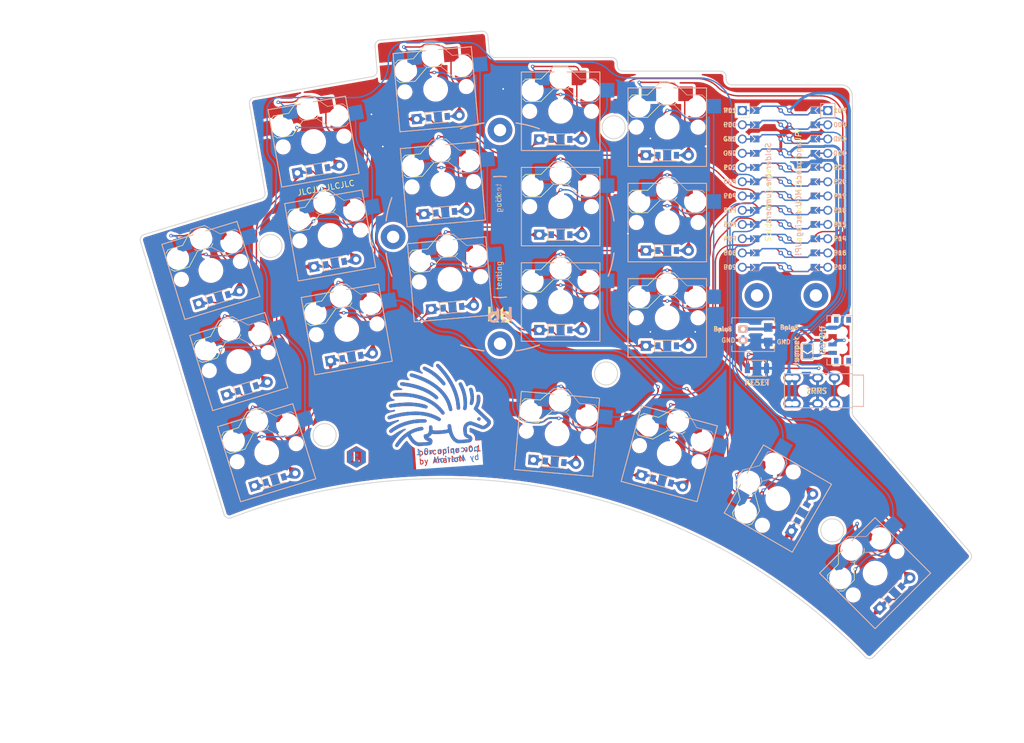
<source format=kicad_pcb>
(kicad_pcb (version 20211014) (generator pcbnew)
  (title_block (title "porcupine_4thumb_keys") (rev "v0.0.1") (company "Anarion"))
  (layers (0 "F.Cu" signal) (31 "B.Cu" signal) (34 "B.Paste" user) (35 "F.Paste" user) (36 "B.SilkS" user "B.Silkscreen") (37 "F.SilkS" user "F.Silkscreen") (38 "B.Mask" user) (39 "F.Mask" user) (44 "Edge.Cuts" user))
  (net 0 "")
  (net 1 "pinky_bottom")
  (net 2 "P20")
  (net 3 "pinky_home")
  (net 4 "pinky_top")
  (net 5 "ring_bottom")
  (net 6 "P19")
  (net 7 "ring_home")
  (net 8 "ring_top")
  (net 9 "middle_bottom")
  (net 10 "P18")
  (net 11 "middle_home")
  (net 12 "middle_top")
  (net 13 "index_bottom")
  (net 14 "P15")
  (net 15 "index_home")
  (net 16 "index_top")
  (net 17 "inner_bottom")
  (net 18 "P14")
  (net 19 "inner_home")
  (net 20 "inner_top")
  (net 21 "inner_thumb")
  (net 22 "near_thumb")
  (net 23 "home_thumb")
  (net 24 "far_thumb")
  (net 25 "P6")
  (net 26 "P5")
  (net 27 "P4")
  (net 28 "P7")
  (net 29 "RAW")
  (net 30 "GND")
  (net 31 "RST")
  (net 32 "VCC")
  (net 33 "P21")
  (net 34 "P16")
  (net 35 "P10")
  (net 36 "P1")
  (net 37 "P0")
  (net 38 "P2")
  (net 39 "P3")
  (net 40 "P8")
  (net 41 "P9")
  (net 42 "Bplus")
  (footprint "lib:bat2p0" (layer "F.Cu") (at 259.911087 129.683517)
    (fp_text reference "_2" hide)
    (fp_text value "" hide)
  )
  (footprint "PG1350" (layer "F.Cu") (at 227.411087 106.850184)
    (fp_text reference "S11" hide)
    (fp_text value "" hide)
  )
  (footprint "Diode_SMD:SOD-123" (layer "F.Cu") (at 246.411087 97.683517)
    (fp_text reference "D15" hide)
    (fp_text value "D_SOD-123")
  )
  (footprint "SMDPad" (layer "F.Cu") (at 264.411087 130.983517)
    (fp_text reference "PAD2" hide)
    (fp_text value "" hide)
  )
  (footprint "PG1350" (layer "F.Cu") (at 170.059362 134.485638 17)
    (fp_text reference "S2" hide)
    (fp_text value "" hide)
  )
  (footprint "Button_Switch_SMD:SW_SPST_B3U-1000P" (layer "F.Cu") (at 262.411087 135.683517)
    (fp_text reference "_4_F" hide)
    (fp_text value "SW_Push")
  )
  (footprint "PG1350" (layer "F.Cu") (at 246.411087 126.683517)
    (fp_text reference "S13" hide)
    (fp_text value "" hide)
  )
  (footprint "Diode_SMD:SOD-123" (layer "F.Cu") (at 227.411087 94.850184)
    (fp_text reference "D12" hide)
    (fp_text value "D_SOD-123")
  )
  (footprint "Diode_SMD:SOD-123" (layer "F.Cu") (at 227.411087 111.850184)
    (fp_text reference "D11" hide)
    (fp_text value "D_SOD-123")
  )
  (footprint "Diode_SMD:SOD-123" (layer "F.Cu") (at 245.483312 155.731498 -15)
    (fp_text reference "D17" hide)
    (fp_text value "D_SOD-123")
  )
  (footprint "PG1350" (layer "F.Cu") (at 207.703291 119.821143 5)
    (fp_text reference "S7" hide)
    (fp_text value "" hide)
  )
  (footprint "PG1350" (layer "F.Cu") (at 189.291148 128.738397 10)
    (fp_text reference "S4" hide)
    (fp_text value "" hide)
  )
  (footprint "Diode_SMD:SOD-123" (layer "F.Cu") (at 286.997479 175.751005 45)
    (fp_text reference "D19" hide)
    (fp_text value "D_SOD-123")
  )
  (footprint "Diode_SMD:SOD-123" (layer "F.Cu") (at 246.411087 114.683517)
    (fp_text reference "D14" hide)
    (fp_text value "D_SOD-123")
  )
  (footprint "Diode_SMD:SOD-123" (layer "F.Cu") (at 208.13907 124.802117 5)
    (fp_text reference "D7" hide)
    (fp_text value "D_SOD-123")
  )
  (footprint "PG1350" (layer "F.Cu") (at 246.411087 92.683517)
    (fp_text reference "S15" hide)
    (fp_text value "" hide)
  )
  (footprint "PG1350" (layer "F.Cu") (at 183.38711 95.254933 10)
    (fp_text reference "S6" hide)
    (fp_text value "" hide)
  )
  (footprint "PG1350" (layer "F.Cu") (at 186.339129 111.996665 10)
    (fp_text reference "S5" hide)
    (fp_text value "" hide)
  )
  (footprint "Through Hole" (layer "F.Cu") (at 262.411087 122.683517)
    (fp_text reference "_73" hide)
    (fp_text value "hole" hide)
  )
  (footprint "PG1350" (layer "F.Cu") (at 175.029681 150.742819 17)
    (fp_text reference "S1" hide)
    (fp_text value "" hide)
  )
  (footprint "Diode_SMD:SOD-123" (layer "F.Cu") (at 190.159388 133.662435 10)
    (fp_text reference "D4" hide)
    (fp_text value "D_SOD-123")
  )
  (footprint "Side Indicator" (layer "F.Cu") (at 189.611087 150.400184)
    (fp_text reference "Side_F" hide)
    (fp_text value "" hide)
  )
  (footprint "ProMicro" (layer "F.Cu") (at 267.411087 103.683517 -90)
    (fp_text reference "MCU1" hide)
    (fp_text value "")
  )
  (footprint "PG1350" (layer "F.Cu") (at 227.411087 123.850184)
    (fp_text reference "S10" hide)
    (fp_text value "" hide)
  )
  (footprint "Button_Switch_SMD:SW_SPDT_PCM12" (layer "F.Cu") (at 277.311087 130.683517 90)
    (fp_text reference "_3" hide)
    (fp_text value "")
  )
  (footprint "PG1350" (layer "F.Cu") (at 205.138474 85.915661 5)
    (fp_text reference "S9" hide)
    (fp_text value "" hide)
  )
  (footprint "PG1350" (layer "F.Cu") (at 226.783701 147.376439 -5)
    (fp_text reference "S16" hide)
    (fp_text value "" hide)
  )
  (footprint "Diode_SMD:SOD-123" (layer "F.Cu") (at 227.411087 128.850184)
    (fp_text reference "D10" hide)
    (fp_text value "D_SOD-123")
  )
  (footprint "PG1350" (layer "F.Cu") (at 206.420883 102.868402 5)
    (fp_text reference "S8" hide)
    (fp_text value "" hide)
  )
  (footprint "PG1350" (layer "F.Cu") (at 283.461945 172.215471 45)
    (fp_text reference "S19" hide)
    (fp_text value "" hide)
  )
  (footprint "Diode_SMD:SOD-123" (layer "F.Cu") (at 166.550902 123.009981 17)
    (fp_text reference "D3" hide)
    (fp_text value "D_SOD-123")
  )
  (footprint "Porcupine Logo" (layer "F.Cu") (at 205.562225 142.106813 4)
    (fp_text reference "LOGO_F" hide)
    (fp_text value "" hide)
  )
  (footprint "SMDPad" (layer "F.Cu") (at 264.411087 128.383517)
    (fp_text reference "PAD1" hide)
    (fp_text value "" hide)
  )
  (footprint "PG1350" (layer "F.Cu") (at 266.135022 158.920055 60)
    (fp_text reference "S18" hide)
    (fp_text value "" hide)
  )
  (footprint "Diode_SMD:SOD-123" (layer "F.Cu") (at 187.207369 116.920704 10)
    (fp_text reference "D5" hide)
    (fp_text value "D_SOD-123")
  )
  (footprint "Diode_SMD:SOD-123" (layer "F.Cu") (at 184.25535 100.178972 10)
    (fp_text reference "D6" hide)
    (fp_text value "D_SOD-123")
  )
  (footprint "Diode_SMD:SOD-123" (layer "F.Cu") (at 171.521221 139.267162 17)
    (fp_text reference "D2" hide)
    (fp_text value "D_SOD-123")
  )
  (footprint "Diode_SMD:SOD-123" (layer "F.Cu") (at 176.49154 155.524343 17)
    (fp_text reference "D1" hide)
    (fp_text value "D_SOD-123")
  )
  (footprint "Diode_SMD:SOD-123" (layer "F.Cu") (at 270.465149 161.420055 60)
    (fp_text reference "D18" hide)
    (fp_text value "D_SOD-123")
  )
  (footprint "Diode_SMD:SOD-123" (layer "F.Cu") (at 205.574253 90.896635 5)
    (fp_text reference "D9" hide)
    (fp_text value "D_SOD-123")
  )
  (footprint "Tenting Puck" (layer "F.Cu") (at 216.611087 112.250184)
    (fp_text reference "_9" hide)
    (fp_text value "Tenting Puck")
  )
  (footprint "TRRS-PJ-320A-dual" (layer "F.Cu") (at 279.411087 139.683517 -90)
    (fp_text reference "TRRS_F")
    (fp_text value "AudioJack4" hide)
  )
  (footprint "Diode_SMD:SOD-123" (layer "F.Cu") (at 226.347923 152.357413 -5)
    (fp_text reference "D16" hide)
    (fp_text value "D_SOD-123")
  )
  (footprint "Diode_SMD:SOD-123" (layer "F.Cu") (at 206.856661 107.849376 5)
    (fp_text reference "D8" hide)
    (fp_text value "D_SOD-123")
  )
  (footprint "Diode_SMD:SOD-123" (layer "F.Cu") (at 246.411087 131.683517)
    (fp_text reference "D13" hide)
    (fp_text value "D_SOD-123")
  )
  (footprint "PG1350" (layer "F.Cu") (at 246.411087 109.683517)
    (fp_text reference "S14" hide)
    (fp_text value "" hide)
  )
  (footprint "Through Hole" (layer "F.Cu") (at 272.911087 122.683517)
    (fp_text reference "_74" hide)
    (fp_text value "hole" hide)
  )
  (footprint "PG1350" (layer "F.Cu") (at 227.411087 89.850184)
    (fp_text reference "S12" hide)
    (fp_text value "" hide)
  )
  (footprint "Jumper:SolderJumper-2_P1.3mm_Open_TrianglePad1.0x1.5mm" (layer "F.Cu") (at 271.411087 132.683517 -90)
    (fp_text reference "J2" hide)
    (fp_text value "Jumper")
  )
  (footprint "PG1350" (layer "F.Cu") (at 165.089043 118.228457 17)
    (fp_text reference "S3" hide)
    (fp_text value "" hide)
  )
  (footprint "PG1350" (layer "F.Cu") (at 246.777407 150.901869 -15)
    (fp_text reference "S17" hide)
    (fp_text value "" hide)
  )
  (footprint "Button_Switch_SMD:SW_SPST_B3U-1000P" (layer "B.Cu") (at 262.411087 135.683517)
    (fp_text reference "_4_B" hide)
    (fp_text value "SW_Push")
  )
  (footprint "Jumper:SolderJumper-2_P1.3mm_Open_TrianglePad1.0x1.5mm" (layer "B.Cu") (at 271.411087 132.683517 -90)
    (fp_text reference "J1" hide)
    (fp_text value "Jumper")
  )
  (footprint "Side Indicator" (layer "B.Cu") (at 189.611087 154.450184)
    (fp_text reference "Side_B" hide)
    (fp_text value "" hide)
  )
  (footprint "Porcupine Logo" (layer "B.Cu") (at 205.562225 142.106813 4)
    (fp_text reference "LOGO_B" hide)
    (fp_text value "" hide)
  )
  (footprint "TRRS-PJ-320A-dual" (layer "B.Cu") (at 279.411087 139.683517 -90)
    (fp_text reference "TRRS_B")
    (fp_text value "AudioJack4" hide)
  )
  (gr_line (start 178.229937 106.318548) (end 180.661012 120.105856) (layer "B.SilkS") (width 0.15))
  (gr_line (start 194.44832 117.674782) (end 192.017246 103.887473) (layer "B.SilkS") (width 0.15))
  (gr_line (start 214.066564 112.23769) (end 200.119838 113.45787) (layer "B.SilkS") (width 0.15))
  (gr_line (start 234.411087 130.850184) (end 234.411087 116.850184) (layer "B.SilkS") (width 0.15))
  (gr_line (start 200.05761 110.451855) (end 214.004336 109.231675) (layer "B.SilkS") (width 0.15))
  (gr_line (start 169.736574 109.487722) (end 156.348308 113.580926) (layer "B.SilkS") (width 0.15))
  (gr_line (start 239.411087 85.683517) (end 239.411087 99.683517) (layer "B.SilkS") (width 0.15))
  (gr_line (start 263.572844 149.357878) (end 256.572844 161.482233) (layer "B.SilkS") (width 0.15))
  (gr_line (start 198.837429 96.505129) (end 200.05761 110.451855) (layer "B.SilkS") (width 0.15))
  (gr_line (start 239.411087 133.683517) (end 253.411087 133.683517) (layer "B.SilkS") (width 0.15))
  (gr_line (start 179.677212 142.002084) (end 166.288946 146.095288) (layer "B.SilkS") (width 0.15))
  (gr_line (start 189.065227 87.145742) (end 175.277918 89.576816) (layer "B.SilkS") (width 0.15))
  (gr_line (start 238.204193 155.851616) (end 251.727155 159.475083) (layer "B.SilkS") (width 0.15))
  (gr_line (start 239.411087 116.683517) (end 253.411087 116.683517) (layer "B.SilkS") (width 0.15))
  (gr_line (start 200.119838 113.45787) (end 201.340019 127.404596) (layer "B.SilkS") (width 0.15))
  (gr_line (start 161.318627 129.838107) (end 165.411831 143.226373) (layer "B.SilkS") (width 0.15))
  (gr_line (start 166.288946 146.095288) (end 170.38215 159.483554) (layer "B.SilkS") (width 0.15))
  (gr_line (start 173.829778 122.875989) (end 169.736574 109.487722) (layer "B.SilkS") (width 0.15))
  (gr_line (start 220.411087 130.850184) (end 234.411087 130.850184) (layer "B.SilkS") (width 0.15))
  (gr_line (start 220.411087 82.850184) (end 220.411087 96.850184) (layer "B.SilkS") (width 0.15))
  (gr_line (start 239.411087 119.683517) (end 239.411087 133.683517) (layer "B.SilkS") (width 0.15))
  (gr_line (start 214.004336 109.231675) (end 212.784155 95.284949) (layer "B.SilkS") (width 0.15))
  (gr_line (start 220.411087 116.850184) (end 220.411087 130.850184) (layer "B.SilkS") (width 0.15))
  (gr_line (start 283.461945 162.315977) (end 273.56245 172.215471) (layer "B.SilkS") (width 0.15))
  (gr_line (start 219.200248 153.739712) (end 233.146974 154.959892) (layer "B.SilkS") (width 0.15))
  (gr_line (start 275.697199 156.357878) (end 263.572844 149.357878) (layer "B.SilkS") (width 0.15))
  (gr_line (start 215.286744 126.184416) (end 214.066564 112.23769) (layer "B.SilkS") (width 0.15))
  (gr_line (start 177.708993 103.364125) (end 191.496301 100.93305) (layer "B.SilkS") (width 0.15))
  (gr_line (start 233.146974 154.959892) (end 234.367155 141.013167) (layer "B.SilkS") (width 0.15))
  (gr_line (start 234.411087 116.850184) (end 220.411087 116.850184) (layer "B.SilkS") (width 0.15))
  (gr_line (start 255.350621 145.952121) (end 241.82766 142.328655) (layer "B.SilkS") (width 0.15))
  (gr_line (start 234.367155 141.013167) (end 220.420429 139.792986) (layer "B.SilkS") (width 0.15))
  (gr_line (start 220.411087 96.850184) (end 234.411087 96.850184) (layer "B.SilkS") (width 0.15))
  (gr_line (start 234.411087 82.850184) (end 220.411087 82.850184) (layer "B.SilkS") (width 0.15))
  (gr_line (start 212.784155 95.284949) (end 198.837429 96.505129) (layer "B.SilkS") (width 0.15))
  (gr_line (start 170.38215 159.483554) (end 183.770416 155.39035) (layer "B.SilkS") (width 0.15))
  (gr_line (start 160.441512 126.969192) (end 173.829778 122.875989) (layer "B.SilkS") (width 0.15))
  (gr_line (start 234.411087 96.850184) (end 234.411087 82.850184) (layer "B.SilkS") (width 0.15))
  (gr_line (start 283.461945 182.114966) (end 293.36144 172.215471) (layer "B.SilkS") (width 0.15))
  (gr_line (start 156.348308 113.580926) (end 160.441512 126.969192) (layer "B.SilkS") (width 0.15))
  (gr_line (start 174.706893 125.744903) (end 161.318627 129.838107) (layer "B.SilkS") (width 0.15))
  (gr_line (start 183.613031 136.847588) (end 197.400339 134.416514) (layer "B.SilkS") (width 0.15))
  (gr_line (start 253.411087 99.683517) (end 253.411087 85.683517) (layer "B.SilkS") (width 0.15))
  (gr_line (start 268.697199 168.482233) (end 275.697199 156.357878) (layer "B.SilkS") (width 0.15))
  (gr_line (start 192.017246 103.887473) (end 178.229937 106.318548) (layer "B.SilkS") (width 0.15))
  (gr_line (start 191.496301 100.93305) (end 189.065227 87.145742) (layer "B.SilkS") (width 0.15))
  (gr_line (start 273.56245 172.215471) (end 283.461945 182.114966) (layer "B.SilkS") (width 0.15))
  (gr_line (start 197.555021 79.552388) (end 198.775201 93.499114) (layer "B.SilkS") (width 0.15))
  (gr_line (start 165.411831 143.226373) (end 178.800097 139.13317) (layer "B.SilkS") (width 0.15))
  (gr_line (start 197.400339 134.416514) (end 194.969265 120.629205) (layer "B.SilkS") (width 0.15))
  (gr_line (start 239.411087 99.683517) (end 253.411087 99.683517) (layer "B.SilkS") (width 0.15))
  (gr_line (start 253.411087 102.683517) (end 239.411087 102.683517) (layer "B.SilkS") (width 0.15))
  (gr_line (start 241.82766 142.328655) (end 238.204193 155.851616) (layer "B.SilkS") (width 0.15))
  (gr_line (start 175.277918 89.576816) (end 177.708993 103.364125) (layer "B.SilkS") (width 0.15))
  (gr_line (start 234.411087 99.850184) (end 220.411087 99.850184) (layer "B.SilkS") (width 0.15))
  (gr_line (start 293.36144 172.215471) (end 283.461945 162.315977) (layer "B.SilkS") (width 0.15))
  (gr_line (start 198.775201 93.499114) (end 212.721927 92.278934) (layer "B.SilkS") (width 0.15))
  (gr_line (start 253.411087 116.683517) (end 253.411087 102.683517) (layer "B.SilkS") (width 0.15))
  (gr_line (start 234.411087 113.850184) (end 234.411087 99.850184) (layer "B.SilkS") (width 0.15))
  (gr_line (start 220.420429 139.792986) (end 219.200248 153.739712) (layer "B.SilkS") (width 0.15))
  (gr_line (start 253.411087 119.683517) (end 239.411087 119.683517) (layer "B.SilkS") (width 0.15))
  (gr_line (start 253.411087 85.683517) (end 239.411087 85.683517) (layer "B.SilkS") (width 0.15))
  (gr_line (start 220.411087 99.850184) (end 220.411087 113.850184) (layer "B.SilkS") (width 0.15))
  (gr_line (start 180.661012 120.105856) (end 194.44832 117.674782) (layer "B.SilkS") (width 0.15))
  (gr_line (start 256.572844 161.482233) (end 268.697199 168.482233) (layer "B.SilkS") (width 0.15))
  (gr_line (start 253.411087 133.683517) (end 253.411087 119.683517) (layer "B.SilkS") (width 0.15))
  (gr_line (start 178.800097 139.13317) (end 174.706893 125.744903) (layer "B.SilkS") (width 0.15))
  (gr_line (start 220.411087 113.850184) (end 234.411087 113.850184) (layer "B.SilkS") (width 0.15))
  (gr_line (start 201.340019 127.404596) (end 215.286744 126.184416) (layer "B.SilkS") (width 0.15))
  (gr_line (start 211.501747 78.332208) (end 197.555021 79.552388) (layer "B.SilkS") (width 0.15))
  (gr_line (start 212.721927 92.278934) (end 211.501747 78.332208) (layer "B.SilkS") (width 0.15))
  (gr_line (start 194.969265 120.629205) (end 181.181956 123.06028) (layer "B.SilkS") (width 0.15))
  (gr_line (start 181.181956 123.06028) (end 183.613031 136.847588) (layer "B.SilkS") (width 0.15))
  (gr_line (start 239.411087 102.683517) (end 239.411087 116.683517) (layer "B.SilkS") (width 0.15))
  (gr_line (start 251.727155 159.475083) (end 255.350621 145.952121) (layer "B.SilkS") (width 0.15))
  (gr_line (start 183.770416 155.39035) (end 179.677212 142.002084) (layer "B.SilkS") (width 0.15))
  (gr_line (start 239.411087 133.683517) (end 253.411087 133.683517) (layer "F.SilkS") (width 0.15))
  (gr_line (start 253.411087 102.683517) (end 239.411087 102.683517) (layer "F.SilkS") (width 0.15))
  (gr_line (start 197.400339 134.416514) (end 194.969265 120.629205) (layer "F.SilkS") (width 0.15))
  (gr_line (start 175.277918 89.576816) (end 177.708993 103.364125) (layer "F.SilkS") (width 0.15))
  (gr_line (start 255.350621 145.952121) (end 241.82766 142.328655) (layer "F.SilkS") (width 0.15))
  (gr_line (start 181.181956 123.06028) (end 183.613031 136.847588) (layer "F.SilkS") (width 0.15))
  (gr_line (start 183.770416 155.39035) (end 179.677212 142.002084) (layer "F.SilkS") (width 0.15))
  (gr_line (start 256.572844 161.482233) (end 268.697199 168.482233) (layer "F.SilkS") (width 0.15))
  (gr_line (start 160.441512 126.969192) (end 173.829778 122.875989) (layer "F.SilkS") (width 0.15))
  (gr_line (start 220.411087 82.850184) (end 220.411087 96.850184) (layer "F.SilkS") (width 0.15))
  (gr_line (start 198.775201 93.499114) (end 212.721927 92.278934) (layer "F.SilkS") (width 0.15))
  (gr_line (start 200.119838 113.45787) (end 201.340019 127.404596) (layer "F.SilkS") (width 0.15))
  (gr_line (start 234.411087 96.850184) (end 234.411087 82.850184) (layer "F.SilkS") (width 0.15))
  (gr_line (start 239.411087 119.683517) (end 239.411087 133.683517) (layer "F.SilkS") (width 0.15))
  (gr_line (start 253.411087 119.683517) (end 239.411087 119.683517) (layer "F.SilkS") (width 0.15))
  (gr_line (start 283.461945 162.315977) (end 273.56245 172.215471) (layer "F.SilkS") (width 0.15))
  (gr_line (start 239.411087 116.683517) (end 253.411087 116.683517) (layer "F.SilkS") (width 0.15))
  (gr_line (start 238.204193 155.851616) (end 251.727155 159.475083) (layer "F.SilkS") (width 0.15))
  (gr_line (start 220.411087 96.850184) (end 234.411087 96.850184) (layer "F.SilkS") (width 0.15))
  (gr_line (start 197.555021 79.552388) (end 198.775201 93.499114) (layer "F.SilkS") (width 0.15))
  (gr_line (start 253.411087 133.683517) (end 253.411087 119.683517) (layer "F.SilkS") (width 0.15))
  (gr_line (start 174.706893 125.744903) (end 161.318627 129.838107) (layer "F.SilkS") (width 0.15))
  (gr_line (start 293.36144 172.215471) (end 283.461945 162.315977) (layer "F.SilkS") (width 0.15))
  (gr_line (start 200.05761 110.451855) (end 214.004336 109.231675) (layer "F.SilkS") (width 0.15))
  (gr_line (start 169.736574 109.487722) (end 156.348308 113.580926) (layer "F.SilkS") (width 0.15))
  (gr_line (start 165.411831 143.226373) (end 178.800097 139.13317) (layer "F.SilkS") (width 0.15))
  (gr_line (start 178.229937 106.318548) (end 180.661012 120.105856) (layer "F.SilkS") (width 0.15))
  (gr_line (start 253.411087 99.683517) (end 253.411087 85.683517) (layer "F.SilkS") (width 0.15))
  (gr_line (start 239.411087 99.683517) (end 253.411087 99.683517) (layer "F.SilkS") (width 0.15))
  (gr_line (start 234.367155 141.013167) (end 220.420429 139.792986) (layer "F.SilkS") (width 0.15))
  (gr_line (start 177.708993 103.364125) (end 191.496301 100.93305) (layer "F.SilkS") (width 0.15))
  (gr_line (start 194.44832 117.674782) (end 192.017246 103.887473) (layer "F.SilkS") (width 0.15))
  (gr_line (start 173.829778 122.875989) (end 169.736574 109.487722) (layer "F.SilkS") (width 0.15))
  (gr_line (start 253.411087 85.683517) (end 239.411087 85.683517) (layer "F.SilkS") (width 0.15))
  (gr_line (start 234.411087 116.850184) (end 220.411087 116.850184) (layer "F.SilkS") (width 0.15))
  (gr_line (start 214.066564 112.23769) (end 200.119838 113.45787) (layer "F.SilkS") (width 0.15))
  (gr_line (start 234.411087 99.850184) (end 220.411087 99.850184) (layer "F.SilkS") (width 0.15))
  (gr_line (start 198.837429 96.505129) (end 200.05761 110.451855) (layer "F.SilkS") (width 0.15))
  (gr_line (start 201.340019 127.404596) (end 215.286744 126.184416) (layer "F.SilkS") (width 0.15))
  (gr_line (start 178.800097 139.13317) (end 174.706893 125.744903) (layer "F.SilkS") (width 0.15))
  (gr_line (start 215.286744 126.184416) (end 214.066564 112.23769) (layer "F.SilkS") (width 0.15))
  (gr_line (start 220.411087 130.850184) (end 234.411087 130.850184) (layer "F.SilkS") (width 0.15))
  (gr_line (start 214.004336 109.231675) (end 212.784155 95.284949) (layer "F.SilkS") (width 0.15))
  (gr_line (start 194.969265 120.629205) (end 181.181956 123.06028) (layer "F.SilkS") (width 0.15))
  (gr_line (start 239.411087 85.683517) (end 239.411087 99.683517) (layer "F.SilkS") (width 0.15))
  (gr_line (start 234.411087 82.850184) (end 220.411087 82.850184) (layer "F.SilkS") (width 0.15))
  (gr_line (start 189.065227 87.145742) (end 175.277918 89.576816) (layer "F.SilkS") (width 0.15))
  (gr_line (start 212.784155 95.284949) (end 198.837429 96.505129) (layer "F.SilkS") (width 0.15))
  (gr_line (start 251.727155 159.475083) (end 255.350621 145.952121) (layer "F.SilkS") (width 0.15))
  (gr_line (start 191.496301 100.93305) (end 189.065227 87.145742) (layer "F.SilkS") (width 0.15))
  (gr_line (start 183.613031 136.847588) (end 197.400339 134.416514) (layer "F.SilkS") (width 0.15))
  (gr_line (start 273.56245 172.215471) (end 283.461945 182.114966) (layer "F.SilkS") (width 0.15))
  (gr_line (start 263.572844 149.357878) (end 256.572844 161.482233) (layer "F.SilkS") (width 0.15))
  (gr_line (start 234.411087 113.850184) (end 234.411087 99.850184) (layer "F.SilkS") (width 0.15))
  (gr_line (start 220.420429 139.792986) (end 219.200248 153.739712) (layer "F.SilkS") (width 0.15))
  (gr_line (start 268.697199 168.482233) (end 275.697199 156.357878) (layer "F.SilkS") (width 0.15))
  (gr_line (start 220.411087 113.850184) (end 234.411087 113.850184) (layer "F.SilkS") (width 0.15))
  (gr_line (start 220.411087 99.850184) (end 220.411087 113.850184) (layer "F.SilkS") (width 0.15))
  (gr_line (start 283.461945 182.114966) (end 293.36144 172.215471) (layer "F.SilkS") (width 0.15))
  (gr_line (start 233.146974 154.959892) (end 234.367155 141.013167) (layer "F.SilkS") (width 0.15))
  (gr_line (start 239.411087 102.683517) (end 239.411087 116.683517) (layer "F.SilkS") (width 0.15))
  (gr_line (start 220.411087 116.850184) (end 220.411087 130.850184) (layer "F.SilkS") (width 0.15))
  (gr_line (start 161.318627 129.838107) (end 165.411831 143.226373) (layer "F.SilkS") (width 0.15))
  (gr_line (start 156.348308 113.580926) (end 160.441512 126.969192) (layer "F.SilkS") (width 0.15))
  (gr_line (start 275.697199 156.357878) (end 263.572844 149.357878) (layer "F.SilkS") (width 0.15))
  (gr_line (start 234.411087 130.850184) (end 234.411087 116.850184) (layer "F.SilkS") (width 0.15))
  (gr_line (start 192.017246 103.887473) (end 178.229937 106.318548) (layer "F.SilkS") (width 0.15))
  (gr_line (start 219.200248 153.739712) (end 233.146974 154.959892) (layer "F.SilkS") (width 0.15))
  (gr_line (start 180.661012 120.105856) (end 194.44832 117.674782) (layer "F.SilkS") (width 0.15))
  (gr_line (start 253.411087 116.683517) (end 253.411087 102.683517) (layer "F.SilkS") (width 0.15))
  (gr_line (start 212.721927 92.278934) (end 211.501747 78.332208) (layer "F.SilkS") (width 0.15))
  (gr_line (start 211.501747 78.332208) (end 197.555021 79.552388) (layer "F.SilkS") (width 0.15))
  (gr_line (start 179.677212 142.002084) (end 166.288946 146.095288) (layer "F.SilkS") (width 0.15))
  (gr_line (start 241.82766 142.328655) (end 238.204193 155.851616) (layer "F.SilkS") (width 0.15))
  (gr_line (start 166.288946 146.095288) (end 170.38215 159.483554) (layer "F.SilkS") (width 0.15))
  (gr_line (start 170.38215 159.483554) (end 183.770416 155.39035) (layer "F.SilkS") (width 0.15))
  (gr_arc (start 168.717651 162.349139) (mid 167.920613 162.314714) (end 167.402361 161.708167) (layer "Edge.Cuts") (width 0.15))
  (gr_line (start 153.19738 111.825463) (end 174.037969 105.453855) (layer "Edge.Cuts") (width 0.15))
  (gr_arc (start 213.36715 75.559075) (mid 214.097099 75.789226) (end 214.450501 76.468114) (layer "Edge.Cuts") (width 0.15))
  (gr_arc (start 283.133403 187.181124) (mid 282.419162 187.473984) (end 281.709171 187.170962) (layer "Edge.Cuts") (width 0.15))
  (gr_line (start 279.411087 143.666678) (end 279.411087 87.133517) (layer "Edge.Cuts") (width 0.15))
  (gr_circle (center 236.871087 92.683517) (end 238.921087 92.683517) (layer "Edge.Cuts") (width 0.15) (fill none))
  (gr_arc (start 174.730405 104.323902) (mid 174.598213 105.020021) (end 174.037969 105.453855) (layer "Edge.Cuts") (width 0.15))
  (gr_arc (start 279.651596 144.317196) (mid 279.473148 144.013454) (end 279.411087 143.666678) (layer "Edge.Cuts") (width 0.15))
  (gr_circle (center 185.357772 147.585205) (end 187.407772 147.585205) (layer "Edge.Cuts") (width 0.15) (fill none))
  (gr_circle (center 275.825192 164.578718) (end 277.875192 164.578718) (layer "Edge.Cuts") (width 0.15) (fill none))
  (gr_circle (center 235.511087 136.600184) (end 237.561087 136.600184) (layer "Edge.Cuts") (width 0.15) (fill none))
  (gr_arc (start 238.511087 82.683517) (mid 237.803983 82.39062) (end 237.511087 81.683517) (layer "Edge.Cuts") (width 0.15))
  (gr_arc (start 215.69772 80.250184) (mid 215.022123 79.987468) (end 214.701526 79.33734) (layer "Edge.Cuts") (width 0.15))
  (gr_line (start 256.911087 84.133517) (end 256.911087 83.683517) (layer "Edge.Cuts") (width 0.15))
  (gr_circle (center 175.703205 113.872065) (end 177.753205 113.872065) (layer "Edge.Cuts") (width 0.15) (fill none))
  (gr_line (start 300.378982 169.935545) (end 283.133403 187.181124) (layer "Edge.Cuts") (width 0.15))
  (gr_line (start 172.758337 87.380977) (end 193.885835 83.655629) (layer "Edge.Cuts") (width 0.15))
  (gr_arc (start 277.411087 85.133517) (mid 278.825303 85.7193) (end 279.411087 87.133517) (layer "Edge.Cuts") (width 0.15))
  (gr_line (start 279.651596 144.317196) (end 300.431366 168.57792) (layer "Edge.Cuts") (width 0.15))
  (gr_arc (start 194.327368 78.22866) (mid 194.557514 77.498703) (end 195.236407 77.145309) (layer "Edge.Cuts") (width 0.15))
  (gr_line (start 277.411087 85.133517) (end 257.911087 85.133517) (layer "Edge.Cuts") (width 0.15))
  (gr_arc (start 168.717651 162.349139) (mid 228.940138 157.795602) (end 281.709171 187.170962) (layer "Edge.Cuts") (width 0.15))
  (gr_arc (start 300.431366 168.57792) (mid 300.671112 169.266983) (end 300.378982 169.935545) (layer "Edge.Cuts") (width 0.15))
  (gr_line (start 214.450501 76.468114) (end 214.701526 79.33734) (layer "Edge.Cuts") (width 0.15))
  (gr_arc (start 171.947177 88.539433) (mid 172.112839 87.792214) (end 172.758337 87.380977) (layer "Edge.Cuts") (width 0.15))
  (gr_arc (start 152.533446 113.074139) (mid 152.606821 112.312307) (end 153.19738 111.825463) (layer "Edge.Cuts") (width 0.15))
  (gr_line (start 194.708382 82.583665) (end 194.327368 78.22866) (layer "Edge.Cuts") (width 0.15))
  (gr_arc (start 257.911087 85.133517) (mid 257.203983 84.84062) (end 256.911087 84.133517) (layer "Edge.Cuts") (width 0.15))
  (gr_line (start 171.947177 88.539433) (end 174.730405 104.323902) (layer "Edge.Cuts") (width 0.15))
  (gr_line (start 238.511087 82.683517) (end 255.911087 82.683517) (layer "Edge.Cuts") (width 0.15))
  (gr_line (start 215.69772 80.250184) (end 236.511087 80.250184) (layer "Edge.Cuts") (width 0.15))
  (gr_arc (start 194.708382 82.583665) (mid 194.505531 83.279567) (end 193.885835 83.655629) (layer "Edge.Cuts") (width 0.15))
  (gr_arc (start 236.511087 80.250184) (mid 237.218208 80.543072) (end 237.511087 81.250184) (layer "Edge.Cuts") (width 0.15))
  (gr_line (start 152.533446 113.074139) (end 167.402361 161.708167) (layer "Edge.Cuts") (width 0.15))
  (gr_line (start 237.511087 81.250184) (end 237.511087 81.683517) (layer "Edge.Cuts") (width 0.15))
  (gr_line (start 195.236407 77.145309) (end 213.36715 75.559075) (layer "Edge.Cuts") (width 0.15))
  (gr_arc (start 255.911087 82.683517) (mid 256.618196 82.976407) (end 256.911087 83.683517) (layer "Edge.Cuts") (width 0.15))
  (gr_text "porcupine v0.1\nby AnarioN" (at 202.027089 151.534581 4) (layer "F.Cu") (effects (font (size 1 1)) (justify left)))
  (gr_text "porcupine v0.1\nby AnarioN" (at 212.942872 150.682713 4) (layer "B.Cu") (effects (font (size 1 1)) (justify left mirror)))
  (gr_text "and place MCU facing UP!" (at 269.811087 95.283517 90) (layer "B.SilkS") (effects (font (size 1 1) (thickness 0.15) italic) (justify left mirror)))
  (gr_text "Solder the jumpers," (at 264.411087 95.283517 90) (layer "B.SilkS") (effects (font (size 1 1) (thickness 0.15) italic) (justify left mirror)))
  (gr_text "Solder the jumpers," (at 264.411087 113.283517 90) (layer "F.SilkS") (effects (font (size 1 1) (thickness 0.15) italic) (justify left)))
  (gr_text "JLCJLCJLCJLC" (at 180.431484 104.407216 10) (layer "F.SilkS") (effects (font (size 1 1)) (justify left)))
  (gr_text "and place MCU facing UP!" (at 269.811087 113.283517 90) (layer "F.SilkS") (effects (font (size 1 1) (thickness 0.15) italic) (justify left)))
  (segment (start 179.056983 155.04193) (end 178.069443 155.04193) (width 0.25) (layer "F.Cu") (net 1))
  (segment (start 176.421967 145.142554) (end 176.421967 145.558627) (width 0.25) (layer "F.Cu") (net 1))
  (segment (start 178.5 150.569391) (end 178.5 151.619183) (width 0.25) (layer "F.Cu") (net 1))
  (segment (start 173.893641 142.614229) (end 172.544522 142.614229) (width 0.25) (layer "F.Cu") (net 1))
  (segment (start 177.456704 148.056704) (end 177.460983 148.060983) (width 0.25) (layer "F.Cu") (net 1))
  (segment (start 179.819299 154.094645) (end 179.31753 153.592876) (width 0.25) (layer "F.Cu") (net 1))
  (via (at 172.544522 142.614229) (size 0.6) (drill 0.3) (layers "F.Cu" "B.Cu") (net 1))
  (arc (start 177.456704 148.056704) (mid 176.690886 146.910576) (end 176.421967 145.558627) (width 0.25) (layer "F.Cu") (net 1))
  (arc (start 179.819299 154.726168) (mid 179.469545 154.959866) (end 179.056983 155.04193) (width 0.25) (layer "F.Cu") (net 1))
  (arc (start 179.819299 154.094645) (mid 179.950091 154.410406) (end 179.819299 154.726168) (width 0.25) (layer "F.Cu") (net 1))
  (arc (start 178.5 150.569391) (mid 178.229968 149.21185) (end 177.460983 148.060983) (width 0.25) (layer "F.Cu") (net 1))
  (arc (start 175.681437 143.354758) (mid 174.861189 142.806686) (end 173.893641 142.614229) (width 0.25) (layer "F.Cu") (net 1))
  (arc (start 175.681437 143.354758) (mid 176.229509 144.175006) (end 176.421967 145.142554) (width 0.25) (layer "F.Cu") (net 1))
  (arc (start 178.5 151.619183) (mid 178.712469 152.687338) (end 179.31753 153.592876) (width 0.25) (layer "F.Cu") (net 1))
  (segment (start 179.819299 154.726168) (end 180.135061 154.410407) (width 0.25) (layer "B.Cu") (net 1))
  (segment (start 179.056983 155.04193) (end 178.069443 155.04193) (width 0.25) (layer "B.Cu") (net 1))
  (segment (start 170.158171 145.505451) (end 170.158171 146.010323) (width 0.25) (layer "B.Cu") (net 1))
  (segment (start 170.515169 144.643581) (end 172.544522 142.614229) (width 0.25) (layer "B.Cu") (net 1))
  (arc (start 170.158171 145.505451) (mid 170.250951 145.03901) (end 170.515169 144.643581) (width 0.25) (layer "B.Cu") (net 1))
  (arc (start 179.819299 154.726168) (mid 179.469545 154.959866) (end 179.056983 155.04193) (width 0.25) (layer "B.Cu") (net 1))
  (segment (start 168.921906 150.7) (end 167.938564 150.7) (width 0.25) (layer "F.Cu") (net 2))
  (segment (start 156.748382 117.730845) (end 156.079227 117.06169) (width 0.25) (layer "F.Cu") (net 2))
  (segment (start 166.791485 132.678084) (end 166.791485 132.347653) (width 0.25) (layer "F.Cu") (net 2))
  (segment (start 166.095742 133.704257) (end 166.557834 133.242165) (width 0.25) (layer "F.Cu") (net 2))
  (segment (start 163.776192 115.359543) (end 164.211928 115.359543) (width 0.25) (layer "F.Cu") (net 2))
  (segment (start 161.319104 117.380895) (end 163.032345 115.667654) (width 0.25) (layer "F.Cu") (net 2))
  (segment (start 158.363865 118.4) (end 158.858768 118.4) (width 0.25) (layer "F.Cu") (net 2))
  (segment (start 162.895148 134.4) (end 164.416071 134.4) (width 0.25) (layer "F.Cu") (net 2))
  (segment (start 166.581839 150.138026) (end 166.019865 149.576052) (width 0.25) (layer "F.Cu") (net 2))
  (segment (start 173.83933 147.873905) (end 174.152566 147.873905) (width 0.25) (layer "F.Cu") (net 2))
  (segment (start 161.59011 133.859435) (end 161.049546 133.318871) (width 0.25) (layer "F.Cu") (net 2))
  (segment (start 171.957301 149.442698) (end 173.304603 148.095395) (width 0.25) (layer "F.Cu") (net 2))
  (via (at 174.152566 147.873905) (size 0.6) (drill 0.3) (layers "F.Cu" "B.Cu") (net 2))
  (via (at 166.791485 132.347653) (size 0.6) (drill 0.3) (layers "F.Cu" "B.Cu") (net 2))
  (via (at 164.211928 115.359543) (size 0.6) (drill 0.3) (layers "F.Cu" "B.Cu") (net 2))
  (arc (start 161.319104 117.380895) (mid 160.190292 118.135143) (end 158.858768 118.4) (width 0.25) (layer "F.Cu") (net 2))
  (arc (start 163.776192 115.359543) (mid 163.373625 115.439618) (end 163.032345 115.667654) (width 0.25) (layer "F.Cu") (net 2))
  (arc (start 166.581839 150.138026) (mid 167.204309 150.553947) (end 167.938564 150.7) (width 0.25) (layer "F.Cu") (net 2))
  (arc (start 158.363865 118.4) (mid 157.489571 118.226092) (end 156.748382 117.730845) (width 0.25) (layer "F.Cu") (net 2))
  (arc (start 166.095742 133.704257) (mid 165.325102 134.219182) (end 164.416071 134.4) (width 0.25) (layer "F.Cu") (net 2))
  (arc (start 171.957301 149.442698) (mid 170.56465 150.373237) (end 168.921906 150.7) (width 0.25) (layer "F.Cu") (net 2))
  (arc (start 166.791485 132.678084) (mid 166.730761 132.983362) (end 166.557834 133.242165) (width 0.25) (layer "F.Cu") (net 2))
  (arc (start 173.304603 148.095395) (mid 173.549938 147.931468) (end 173.83933 147.873905) (width 0.25) (layer "F.Cu") (net 2))
  (arc (start 162.895148 134.4) (mid 162.188866 134.259511) (end 161.59011 133.859435) (width 0.25) (layer "F.Cu") (net 2))
  (segment (start 176.7 100.43137) (end 176.7 105.175045) (width 0.25) (layer "B.Cu") (net 2))
  (segment (start 257.9 89.553963) (end 257.9 99.563603) (width 0.25) (layer "B.Cu") (net 2))
  (segment (start 196.7 80.743502) (end 196.7 81.5) (width 0.25) (layer "B.Cu") (net 2))
  (segment (start 168.855488 115.394512) (end 168.450789 115.394512) (width 0.25) (layer "B.Cu") (net 2))
  (segment (start 171.906071 113.564504) (end 171.906071 112.558433) (width 0.25) (layer "B.Cu") (net 2))
  (segment (start 199.943502 77.5) (end 209.529289 77.5) (width 0.25) (layer "B.Cu") (net 2))
  (segment (start 166.791485 132.347653) (end 167.015311 132.123826) (width 0.25) (layer "B.Cu") (net 2))
  (segment (start 177.319238 87.4) (end 190.646036 87.4) (width 0.25) (layer "B.Cu") (net 2))
  (segment (start 175.106207 109.022801) (end 172.143302 111.985706) (width 0.25) (layer "B.Cu") (net 2))
  (segment (start 180.958106 146.985302) (end 181.366088 146.577319) (width 0.25) (layer "B.Cu") (net 2))
  (segment (start 167.954698 115.6) (end 164.622413 115.6) (width 0.25) (layer "B.Cu") (net 2))
  (segment (start 195.215075 85.084924) (end 194.493792 85.806206) (width 0.25) (layer "B.Cu") (net 2))
  (segment (start 181.846709 144.907224) (end 181.846709 144.567374) (width 0.25) (layer "B.Cu") (net 2))
  (segment (start 173.506207 116.506207) (end 172.854701 115.854701) (width 0.25) (layer "B.Cu") (net 2))
  (segment (start 175.1 120.353963) (end 175.1 125.447631) (width 0.25) (layer "B.Cu") (net 2))
  (segment (start 177.174609 128.778338) (end 180.252916 131.856645) (width 0.25) (layer "B.Cu") (net 2))
  (segment (start 181.846709 144.227524) (end 181.846709 144.567374) (width 0.25) (layer "B.Cu") (net 2))
  (segment (start 176.57817 128.181899) (end 175.988195 127.591924) (width 0.25) (layer "B.Cu") (net 2))
  (segment (start 216.325849 81.1) (end 232.620101 81.1) (width 0.25) (layer "B.Cu") (net 2))
  (segment (start 181.846709 143.887674) (end 181.846709 144.227524) (width 0.25) (layer "B.Cu") (net 2))
  (segment (start 175.1 96.568629) (end 175.1 89.619238) (width 0.25) (layer "B.Cu") (net 2))
  (segment (start 181.846709 142.0185) (end 181.846709 135.704401) (width 0.25) (layer "B.Cu") (net 2))
  (segment (start 173.598307 131.651693) (end 172.823886 131.651693) (width 0.25) (layer "B.Cu") (net 2))
  (segment (start 178.812828 147.873905) (end 174.152566 147.873905) (width 0.25) (layer "B.Cu") (net 2))
  (segment (start 181.846709 143.377899) (end 181.846709 143.887674) (width 0.25) (layer "B.Cu") (net 2))
  (segment (start 256.093792 85.493792) (end 256.306207 85.706207) (width 0.25) (layer "B.Cu") (net 2))
  (segment (start 181.846709 145.416999) (end 181.846709 145.247074) (width 0.25) (layer "B.Cu") (net 2))
  (segment (start 259.436396 101.1) (end 260.342773 101.1) (width 0.25) (layer "B.Cu") (net 2))
  (segment (start 171.668839 113.13116) (end 169.794396 115.005603) (width 0.25) (layer "B.Cu") (net 2))
  (segment (start 252.246036 83.9) (end 239.379898 83.9) (width 0.25) (layer "B.Cu") (net 2))
  (segment (start 164.211928 115.359543) (end 164.332156 115.479771) (width 0.25) (layer "B.Cu") (net 2))
  (segment (start 210.97308 77.6) (end 209.77071 77.6) (width 0.25) (layer "B.Cu") (net 2))
  (segment (start 177.174609 128.778338) (end 176.57817 128.181899) (width 0.25) (layer "B.Cu") (net 2))
  (segment (start 176.57817 129.621829) (end 175.220058 130.979941) (width 0.25) (layer "B.Cu") (net 2))
  (segment (start 261.928328 101.756758) (end 262.585087 102.413517) (width 0.25) (layer "B.Cu") (net 2))
  (segment (start 181.846709 142.0185) (end 181.846709 143.377899) (width 0.25) (layer "B.Cu") (net 2))
  (segment (start 181.846709 144.907224) (end 181.846709 145.247074) (width 0.25) (layer "B.Cu") (net 2))
  (segment (start 172.22442 131.9) (end 167.555676 131.9) (width 0.25) (layer "B.Cu") (net 2))
  (segment (start 213.146363 78.500203) (end 215.336258 80.690098) (width 0.25) (layer "B.Cu") (net 2))
  (arc (start 209.65 77.55) (mid 209.705382 77.587005) (end 209.77071 77.6) (width 0.25) (layer "B.Cu") (net 2))
  (arc (start 171.906071 112.558433) (mid 171.967725 112.248475) (end 172.143302 111.985706) (width 0.25) (layer "B.Cu") (net 2))
  (arc (start 260.342773 101.1) (mid 261.200869 101.270685) (end 261.928328 101.756758) (width 0.25) (layer "B.Cu") (net 2))
  (arc (start 171.906071 112.558433) (mid 171.844416 112.86839) (end 171.668839 113.13116) (width 0.25) (layer "B.Cu") (net 2))
  (arc (start 176.7 105.175045) (mid 176.285786 107.257435) (end 175.106207 109.022801) (width 0.25) (layer "B.Cu") (net 2))
  (arc (start 195.215075 85.084924) (mid 196.31408 83.440146) (end 196.7 81.5) (width 0.25) (layer "B.Cu") (net 2))
  (arc (start 177.319238 87.4) (mid 176.469972 87.568929) (end 175.75 88.05) (width 0.25) (layer "B.Cu") (net 2))
  (arc (start 171.906071 113.564504) (mid 172.152611 114.80395) (end 172.854701 115.854701) (width 0.25) (layer "B.Cu") (net 2))
  (arc (start 164.622413 115.6) (mid 164.465327 115.568753) (end 164.332156 115.479771) (width 0.25) (layer "B.Cu") (net 2))
  (arc (start 181.846709 145.416999) (mid 181.721799 146.044959) (end 181.366088 146.577319) (width 0.25) (layer "B.Cu") (net 2))
  (arc (start 176.87639 128.901864) (mid 176.798885 128.512222) (end 176.57817 128.181899) (width 0.25) (layer "B.Cu") (net 2))
  (arc (start 175.1 89.619238) (mid 175.268929 88.769972) (end 175.75 88.05) (width 0.25) (layer "B.Cu") (net 2))
  (arc (start 257.9 89.553963) (mid 257.485786 87.471572) (end 256.306207 85.706207) (width 0.25) (layer "B.Cu") (net 2))
  (arc (start 176.7 100.43137) (mid 176.492086 99.38612) (end 175.9 98.5) (width 0.25) (layer "B.Cu") (net 2))
  (arc (start 209.529289 77.5) (mid 209.594617 77.512994) (end 209.65 77.55) (width 0.25) (layer "B.Cu") (net 2))
  (arc (start 173.598307 131.651693) (mid 174.475992 131.47711) (end 175.220058 130.979941) (width 0.25) (layer "B.Cu") (net 2))
  (arc (start 172.22442 131.9) (mid 172.386634 131.867733) (end 172.524153 131.775846) (width 0.25) (layer "B.Cu") (net 2))
  (arc (start 210.97308 77.6) (mid 212.149252 77.833955) (end 213.146363 78.500203) (width 0.25) (layer "B.Cu") (net 2))
  (arc (start 168.202744 115.497256) (mid 168.316548 115.421214) (end 168.450789 115.394512) (width 0.25) (layer "B.Cu") (net 2))
  (arc (start 175.1 96.568629) (mid 175.307913 97.613879) (end 175.9 98.5) (width 0.25) (layer "B.Cu") (net 2))
  (arc (start 168.855488 115.394512) (mid 169.363621 115.293437) (end 169.794396 115.005603) (width 0.25) (layer "B.Cu") (net 2))
  (arc (start 259.436396 101.1) (mid 258.848442 100.983048) (end 258.35 100.65) (width 0.25) (layer "B.Cu") (net 2))
  (arc (start 178.812828 147.873905) (mid 179.973844 147.642964) (end 180.958106 146.985302) (width 0.25) (layer "B.Cu") (net 2))
  (arc (start 171.906071 112.558433) (mid 171.967725 112.248475) (end 172.143302 111.985706) (width 0.25) (layer "B.Cu") (net 2))
  (arc (start 257.9 99.563603) (mid 258.016951 100.151556) (end 258.35 100.65) (width 0.25) (layer "B.Cu") (net 2))
  (arc (start 181.846709 135.704401) (mid 181.432495 133.62201) (end 180.252916 131.856645) (width 0.25) (layer "B.Cu") (net 2))
  (arc (start 216.325849 81.1) (mid 215.790286 80.99347) (end 215.336258 80.690098) (width 0.25) (layer "B.Cu") (net 2))
  (arc (start 252.246036 83.9) (mid 254.328426 84.314213) (end 256.093792 85.493792) (width 0.25) (layer "B.Cu") (net 2))
  (arc (start 172.524153 131.775846) (mid 172.661671 131.683959) (end 172.823886 131.651693) (width 0.25) (layer "B.Cu") (net 2))
  (arc (start 175.1 125.447631) (mid 175.330834 126.608114) (end 175.988195 127.591924) (width 0.25) (layer "B.Cu") (net 2))
  (arc (start 168.202744 115.497256) (mid 168.088939 115.573297) (end 167.954698 115.6) (width 0.25) (layer "B.Cu") (net 2))
  (arc (start 173.506207 116.506207) (mid 174.685786 118.271572) (end 175.1 120.353963) (width 0.25) (layer "B.Cu") (net 2))
  (arc (start 194.493792 85.806206) (mid 192.728426 86.985786) (end 190.646036 87.4) (width 0.25) (layer "B.Cu") (net 2))
  (arc (start 236 82.5) (mid 237.55071 83.536151) (end 239.379898 83.9) (width 0.25) (layer "B.Cu") (net 2))
  (arc (start 236 82.5) (mid 234.449289 81.463848) (end 232.620101 81.1) (width 0.25) (layer "B.Cu") (net 2))
  (arc (start 199.943502 77.5) (mid 198.702267 77.746896) (end 197.65 78.45) (width 0.25) (layer "B.Cu") (net 2))
  (arc (start 167.555676 131.9) (mid 167.263232 131.95817) (end 167.015311 132.123826) (width 0.25) (layer "B.Cu") (net 2))
  (arc (start 176.87639 128.901864) (mid 176.98423 128.740469) (end 177.174609 128.778338) (width 0.25) (layer "B.Cu") (net 2))
  (arc (start 176.87639 128.901864) (mid 176.798885 129.291506) (end 176.57817 129.621829) (width 0.25) (layer "B.Cu") (net 2))
  (arc (start 196.7 80.743502) (mid 196.946896 79.502267) (end 197.65 78.45) (width 0.25) (layer "B.Cu") (net 2))
  (segment (start 167.574203 126.357048) (end 168.923322 126.357048) (width 0.25) (layer "F.Cu") (net 3))
  (segment (start 171.451648 128.885373) (end 171.451648 128.994877) (width 0.25) (layer "F.Cu") (net 3))
  (segment (start 174.84898 137.837464) (end 174.432371 137.420855) (width 0.25) (layer "F.Cu") (net 3))
  (segment (start 174.086664 138.784749) (end 173.099124 138.784749) (width 0.25) (layer "F.Cu") (net 3))
  (segment (start 173.7 135.652754) (end 173.7 133.989824) (width 0.25) (layer "F.Cu") (net 3))
  (segment (start 172.575824 131.275824) (end 172.269608 130.969608) (width 0.25) (layer "F.Cu") (net 3))
  (via (at 167.574203 126.357048) (size 0.6) (drill 0.3) (layers "F.Cu" "B.Cu") (net 3))
  (arc (start 171.451648 128.885373) (mid 171.25919 127.917825) (end 170.711118 127.097577) (width 0.25) (layer "F.Cu") (net 3))
  (arc (start 172.575824 131.275824) (mid 173.407836 132.521017) (end 173.7 133.989824) (width 0.25) (layer "F.Cu") (net 3))
  (arc (start 170.711118 127.097577) (mid 169.89087 126.549505) (end 168.923322 126.357048) (width 0.25) (layer "F.Cu") (net 3))
  (arc (start 174.84898 137.837464) (mid 174.979772 138.153225) (end 174.84898 138.468987) (width 0.25) (layer "F.Cu") (net 3))
  (arc (start 174.432371 137.420855) (mid 173.890337 136.609643) (end 173.7 135.652754) (width 0.25) (layer "F.Cu") (net 3))
  (arc (start 171.451648 128.994877) (mid 171.664228 130.063593) (end 172.269608 130.969608) (width 0.25) (layer "F.Cu") (net 3))
  (arc (start 174.086664 138.784749) (mid 174.499226 138.702685) (end 174.84898 138.468987) (width 0.25) (layer "F.Cu") (net 3))
  (segment (start 165.187852 129.24827) (end 165.187852 129.753142) (width 0.25) (layer "B.Cu") (net 3))
  (segment (start 174.086664 138.784749) (end 173.099124 138.784749) (width 0.25) (layer "B.Cu") (net 3))
  (segment (start 167.574203 126.357048) (end 165.54485 128.3864) (width 0.25) (layer "B.Cu") (net 3))
  (segment (start 174.84898 138.468987) (end 175.164742 138.153226) (width 0.25) (layer "B.Cu") (net 3))
  (arc (start 174.84898 138.468987) (mid 174.499226 138.702685) (end 174.086664 138.784749) (width 0.25) (layer "B.Cu") (net 3))
  (arc (start 165.187852 129.24827) (mid 165.280632 128.781829) (end 165.54485 128.3864) (width 0.25) (layer "B.Cu") (net 3))
  (segment (start 169.116345 122.527568) (end 168.128805 122.527568) (width 0.25) (layer "F.Cu") (net 4))
  (segment (start 169.062478 117.562478) (end 167.683553 116.183553) (width 0.25) (layer "F.Cu") (net 4))
  (segment (start 170.194423 120.295234) (end 170.194423 121.44949) (width 0.25) (layer "F.Cu") (net 4))
  (segment (start 163.688858 110.5) (end 164.636072 110.5) (width 0.25) (layer "F.Cu") (net 4))
  (segment (start 166.481329 112.345256) (end 166.481329 113.281127) (width 0.25) (layer "F.Cu") (net 4))
  (segment (start 159.971263 112.039878) (end 157.968546 112.039878) (width 0.25) (layer "F.Cu") (net 4))
  (via (at 157.968546 112.039878) (size 0.6) (drill 0.3) (layers "F.Cu" "B.Cu") (net 4))
  (arc (start 161.830061 111.269939) (mid 160.977237 111.839777) (end 159.971263 112.039878) (width 0.25) (layer "F.Cu") (net 4))
  (arc (start 169.116345 122.527568) (mid 169.528907 122.445504) (end 169.878661 122.211806) (width 0.25) (layer "F.Cu") (net 4))
  (arc (start 165.940866 111.040463) (mid 165.342221 110.640461) (end 164.636072 110.5) (width 0.25) (layer "F.Cu") (net 4))
  (arc (start 165.940866 111.040463) (mid 166.340867 111.639107) (end 166.481329 112.345256) (width 0.25) (layer "F.Cu") (net 4))
  (arc (start 169.062478 117.562478) (mid 169.90024 118.816277) (end 170.194423 120.295234) (width 0.25) (layer "F.Cu") (net 4))
  (arc (start 169.878661 122.211806) (mid 170.112359 121.862052) (end 170.194423 121.44949) (width 0.25) (layer "F.Cu") (net 4))
  (arc (start 161.830061 111.269939) (mid 162.682884 110.7001) (end 163.688858 110.5) (width 0.25) (layer "F.Cu") (net 4))
  (arc (start 166.481329 113.281127) (mid 166.793776 114.851908) (end 167.683553 116.183553) (width 0.25) (layer "F.Cu") (net 4))
  (segment (start 169.878661 122.211806) (end 170.194423 121.896045) (width 0.25) (layer "B.Cu") (net 4))
  (segment (start 158.364998 112.039878) (end 157.968546 112.039878) (width 0.25) (layer "B.Cu") (net 4))
  (segment (start 169.116345 122.527568) (end 168.128805 122.527568) (width 0.25) (layer "B.Cu") (net 4))
  (segment (start 159.041783 112.320211) (end 160.217533 113.495961) (width 0.25) (layer "B.Cu") (net 4))
  (arc (start 169.878661 122.211806) (mid 169.528907 122.445504) (end 169.116345 122.527568) (width 0.25) (layer "B.Cu") (net 4))
  (arc (start 158.364998 112.039878) (mid 158.731271 112.112734) (end 159.041783 112.320211) (width 0.25) (layer "B.Cu") (net 4))
  (segment (start 193.271202 133.375916) (end 191.784321 133.375916) (width 0.25) (layer "F.Cu") (net 5))
  (segment (start 193.911506 131.356038) (end 193.911506 132.735612) (width 0.25) (layer "F.Cu") (net 5))
  (segment (start 190.150676 120.977582) (end 190.511906 121.338812) (width 0.25) (layer "F.Cu") (net 5))
  (segment (start 191.483187 124.810638) (end 191.483187 123.683691) (width 0.25) (layer "F.Cu") (net 5))
  (segment (start 193 129.155467) (end 193 128.472548) (width 0.25) (layer "F.Cu") (net 5))
  (segment (start 188.677881 120.367531) (end 187.815138 120.367531) (width 0.25) (layer "F.Cu") (net 5))
  (via (at 187.815138 120.367531) (size 0.6) (drill 0.3) (layers "F.Cu" "B.Cu") (net 5))
  (arc (start 193 128.472548) (mid 192.802896 127.481642) (end 192.241593 126.641593) (width 0.25) (layer "F.Cu") (net 5))
  (arc (start 190.511906 121.338812) (mid 191.230759 122.414651) (end 191.483187 123.683691) (width 0.25) (layer "F.Cu") (net 5))
  (arc (start 193 129.155467) (mid 193.118446 129.750937) (end 193.455753 130.255753) (width 0.25) (layer "F.Cu") (net 5))
  (arc (start 191.483187 124.810638) (mid 191.68029 125.801543) (end 192.241593 126.641593) (width 0.25) (layer "F.Cu") (net 5))
  (arc (start 193.723965 133.188375) (mid 193.862765 132.980645) (end 193.911506 132.735612) (width 0.25) (layer "F.Cu") (net 5))
  (arc (start 193.723965 133.188375) (mid 193.516235 133.327175) (end 193.271202 133.375916) (width 0.25) (layer "F.Cu") (net 5))
  (arc (start 193.911506 131.356038) (mid 193.793059 130.760568) (end 193.455753 130.255753) (width 0.25) (layer "F.Cu") (net 5))
  (arc (start 190.150676 120.977582) (mid 189.474952 120.526078) (end 188.677881 120.367531) (width 0.25) (layer "F.Cu") (net 5))
  (segment (start 185.032696 123.298731) (end 185.032696 123.447489) (width 0.25) (layer "B.Cu") (net 5))
  (segment (start 193.723965 133.188375) (end 193.911506 133.000835) (width 0.25) (layer "B.Cu") (net 5))
  (segment (start 185.137883 123.044785) (end 187.815138 120.367531) (width 0.25) (layer "B.Cu") (net 5))
  (segment (start 193.271202 133.375916) (end 191.784321 133.375916) (width 0.25) (layer "B.Cu") (net 5))
  (arc (start 185.137883 123.044785) (mid 185.060033 123.161296) (end 185.032696 123.298731) (width 0.25) (layer "B.Cu") (net 5))
  (arc (start 193.723965 133.188375) (mid 193.516235 133.327175) (end 193.271202 133.375916) (width 0.25) (layer "B.Cu") (net 5))
  (segment (start 186.122343 127.177656) (end 187.072608 126.227391) (width 0.25) (layer "F.Cu") (net 6))
  (segment (start 188.770203 125.783973) (end 188.143115 125.783973) (width 0.25) (layer "F.Cu") (net 6))
  (segment (start 218.954538 143.254538) (end 220.003984 144.303984) (width 0.25) (layer "F.Cu") (net 6))
  (segment (start 175.437223 93.849421) (end 174.586645 92.998843) (width 0.25) (layer "F.Cu") (net 6))
  (segment (start 182.39323 110.439296) (end 183.356165 109.476362) (width 0.25) (layer "F.Cu") (net 6))
  (segment (start 178.007118 94.7) (end 177.490701 94.7) (width 0.25) (layer "F.Cu") (net 6))
  (segment (start 183.654188 128.2) (end 183.422968 128.2) (width 0.25) (layer "F.Cu") (net 6))
  (segment (start 179.702073 93.997927) (end 180.205723 93.494276) (width 0.25) (layer "F.Cu") (net 6))
  (segment (start 181.349529 127.341153) (end 180.490683 126.482307) (width 0.25) (layer "F.Cu") (net 6))
  (segment (start 223.563603 145.4) (end 222.65 145.4) (width 0.25) (layer "F.Cu") (net 6))
  (segment (start 178.318376 110.520287) (end 177.538664 109.740575) (width 0.25) (layer "F.Cu") (net 6))
  (segment (start 180.404146 92.73463) (end 180.404146 93.015242) (width 0.25) (layer "F.Cu") (net 6))
  (segment (start 225.736396 144.5) (end 226.929289 144.5) (width 0.25) (layer "F.Cu") (net 6))
  (segment (start 218.867024 143.043259) (end 218.867024 142.919495) (width 0.25) (layer "F.Cu") (net 6))
  (segment (start 180.200768 111.3) (end 180.315308 111.3) (width 0.25) (layer "F.Cu") (net 6))
  (segment (start 227.05 144.55) (end 227.1 144.6) (width 0.25) (layer "F.Cu") (net 6))
  (via (at 188.770203 125.783973) (size 0.6) (drill 0.3) (layers "F.Cu" "B.Cu") (net 6))
  (via (at 227.1 144.6) (size 0.6) (drill 0.3) (layers "F.Cu" "B.Cu") (net 6))
  (via (at 180.404146 92.73463) (size 0.6) (drill 0.3) (layers "F.Cu" "B.Cu") (net 6))
  (via (at 183.356165 109.476362) (size 0.6) (drill 0.3) (layers "F.Cu" "B.Cu") (net 6))
  (arc (start 227.05 144.55) (mid 226.994617 144.512994) (end 226.929289 144.5) (width 0.25) (layer "F.Cu") (net 6))
  (arc (start 177.490701 94.7) (mid 176.379366 94.478941) (end 175.437223 93.849421) (width 0.25) (layer "F.Cu") (net 6))
  (arc (start 179.702073 93.997927) (mid 178.924421 94.517537) (end 178.007118 94.7) (width 0.25) (layer "F.Cu") (net 6))
  (arc (start 224.65 144.95) (mid 224.151556 145.283048) (end 223.563603 145.4) (width 0.25) (layer "F.Cu") (net 6))
  (arc (start 178.318376 110.520287) (mid 179.182025 111.097359) (end 180.200768 111.3) (width 0.25) (layer "F.Cu") (net 6))
  (arc (start 181.349529 127.341153) (mid 182.300831 127.976792) (end 183.422968 128.2) (width 0.25) (layer "F.Cu") (net 6))
  (arc (start 182.39323 110.439296) (mid 181.439871 111.07631) (end 180.315308 111.3) (width 0.25) (layer "F.Cu") (net 6))
  (arc (start 186.122343 127.177656) (mid 184.989943 127.934301) (end 183.654188 128.2) (width 0.25) (layer "F.Cu") (net 6))
  (arc (start 222.65 145.4) (mid 221.217986 145.115154) (end 220.003984 144.303984) (width 0.25) (layer "F.Cu") (net 6))
  (arc (start 180.404146 93.015242) (mid 180.352577 93.274493) (end 180.205723 93.494276) (width 0.25) (layer "F.Cu") (net 6))
  (arc (start 187.072608 126.227391) (mid 187.563761 125.899213) (end 188.143115 125.783973) (width 0.25) (layer "F.Cu") (net 6))
  (arc (start 218.954538 143.254538) (mid 218.889768 143.157602) (end 218.867024 143.043259) (width 0.25) (layer "F.Cu") (net 6))
  (arc (start 224.65 144.95) (mid 225.148442 144.616951) (end 225.736396 144.5) (width 0.25) (layer "F.Cu") (net 6))
  (segment (start 183.594346 109.238181) (end 183.356165 109.476362) (width 0.25) (layer "B.Cu") (net 6))
  (segment (start 260.903438 106.3) (end 259.283883 106.3) (width 0.25) (layer "B.Cu") (net 6))
  (segment (start 237.446061 144.361923) (end 236.039259 144.361923) (width 0.25) (layer "B.Cu") (net 6))
  (segment (start 253.093791 138.806207) (end 255.556207 136.343792) (width 0.25) (layer "B.Cu") (net 6))
  (segment (start 196.789251 123.257269) (end 196.789251 118.976643) (width 0.25) (layer "B.Cu") (net 6))
  (segment (start 192.282842 109.117157) (end 193.591133 107.808866) (width 0.25) (layer "B.Cu") (net 6))
  (segment (start 210.108147 130.508147) (end 217.415075 137.815075) (width 0.25) (layer "B.Cu") (net 6))
  (segment (start 242.793814 141.106185) (end 242.087627 141.81237) (width 0.25) (layer "B.Cu") (net 6))
  (segment (start 194.15 126.25) (end 194.252512 126.147487) (width 0.25) (layer "B.Cu") (net 6))
  (segment (start 257.15 108.433883) (end 257.15 132.496036) (width 0.25) (layer "B.Cu") (net 6))
  (segment (start 200.469803 124.569803) (end 203.791852 127.891852) (width 0.25) (layer "B.Cu") (net 6))
  (segment (start 195.447487 125.652512) (end 196.540943 124.559056) (width 0.25) (layer "B.Cu") (net 6))
  (segment (start 234.385007 145.330961) (end 234.869526 144.846442) (width 0.25) (layer "B.Cu") (net 6))
  (segment (start 189.407106 110) (end 190.175735 110) (width 0.25) (layer "B.Cu") (net 6))
  (segment (start 184.169365 109) (end 186.992893 109) (width 0.25) (layer "B.Cu") (net 6))
  (segment (start 225.594974 144.6) (end 227.1 144.6) (width 0.25) (layer "B.Cu") (net 6))
  (segment (start 262.585087 105.134215) (end 262.585087 104.953517) (width 0.25) (layer "B.Cu") (net 6))
  (segment (start 262.092543 105.807456) (end 262.457314 105.442685) (width 0.25) (layer "B.Cu") (net 6))
  (segment (start 193.837232 107.040714) (end 193.837232 107.214732) (width 0.25) (layer "B.Cu") (net 6))
  (segment (start 193.837232 106.692678) (end 193.837232 107.040714) (width 0.25) (layer "B.Cu") (net 6))
  (segment (start 231.202081 146.3) (end 232.045541 146.3) (width 0.25) (layer "B.Cu") (net 6))
  (segment (start 241.017354 142.882644) (end 242.087627 141.81237) (width 0.25) (layer "B.Cu") (net 6))
  (segment (start 243.146908 140.753093) (end 242.793814 141.106185) (width 0.25) (layer "B.Cu") (net 6))
  (segment (start 193.837232 111.849839) (end 193.837232 107.214732) (width 0.25) (layer "B.Cu") (net 6))
  (segment (start 243.999349 140.4) (end 249.246035 140.4) (width 0.25) (layer "B.Cu") (net 6))
  (segment (start 180.404146 92.73463) (end 187.816703 92.73463) (width 0.25) (layer "B.Cu") (net 6))
  (segment (start 193.837232 107.040714) (end 193.837232 107.214732) (width 0.25) (layer "B.Cu") (net 6))
  (segment (start 190.885213 93.69782) (end 190.885213 91.744878) (width 0.25) (layer "B.Cu") (net 6))
  (segment (start 193.305025 126.6) (end 192.377018 126.6) (width 0.25) (layer "B.Cu") (net 6))
  (segment (start 193.837232 105.474553) (end 193.837232 106.170624) (width 0.25) (layer "B.Cu") (net 6))
  (segment (start 196.789251 123.257269) (end 196.789251 123.959589) (width 0.25) (layer "B.Cu") (net 6))
  (segment (start 193.837232 106.692678) (end 193.837232 107.040714) (width 0.25) (layer "B.Cu") (net 6))
  (segment (start 223.905025 145.3) (end 221.972792 145.3) (width 0.25) (layer "B.Cu") (net 6))
  (segment (start 193.837232 100.824624) (end 193.837232 105.474553) (width 0.25) (layer "B.Cu") (net 6))
  (segment (start 189.73976 91.270416) (end 188.600011 92.410172) (width 0.25) (layer "B.Cu") (net 6))
  (segment (start 218.9 141.4) (end 218.9 142.227207) (width 0.25) (layer "B.Cu") (net 6))
  (segment (start 190.899999 109.699999) (end 190.917157 109.682842) (width 0.25) (layer "B.Cu") (net 6))
  (segment (start 193.837232 106.51866) (end 193.837232 106.692678) (width 0.25) (layer "B.Cu") (net 6))
  (segment (start 227.1 144.6) (end 227.7 144.6) (width 0.25) (layer "B.Cu") (net 6))
  (segment (start 229.15 145.45) (end 228.724264 145.024264) (width 0.25) (layer "B.Cu") (net 6))
  (segment (start 193.837232 106.51866) (end 193.837232 106.170624) (width 0.25) (layer "B.Cu") (net 6))
  (segment (start 193.837232 106.51866) (end 193.837232 106.692678) (width 0.25) (layer "B.Cu") (net 6))
  (segment (start 198.14884 123.608429) (end 197.140411 123.608429) (width 0.25) (layer "B.Cu") (net 6))
  (segment (start 190.406954 125.783973) (end 188.770203 125.783973) (width 0.25) (layer "B.Cu") (net 6))
  (segment (start 193.837232 106.51866) (end 193.837232 106.170624) (width 0.25) (layer "B.Cu") (net 6))
  (segment (start 193.837232 106.170624) (end 193.837232 105.474553) (width 0.25) (layer "B.Cu") (net 6))
  (arc (start 253.093791 138.806207) (mid 251.328425 139.985786) (end 249.246035 140.4) (width 0.25) (layer "B.Cu") (net 6))
  (arc (start 190.885213 93.69782) (mid 191.268815 95.626319) (end 192.361222 97.261222) (width 0.25) (layer "B.Cu") (net 6))
  (arc (start 189.73976 91.270416) (mid 190.470999 91.124963) (end 190.885213 91.744878) (width 0.25) (layer "B.Cu") (net 6))
  (arc (start 223.905025 145.3) (mid 224.362322 145.209037) (end 224.75 144.95) (width 0.25) (layer "B.Cu") (net 6))
  (arc (start 262.092543 105.807456) (mid 261.546977 106.171991) (end 260.903438 106.3) (width 0.25) (layer "B.Cu") (net 6))
  (arc (start 236.039259 144.361923) (mid 235.406204 144.487845) (end 234.869526 144.846442) (width 0.25) (layer "B.Cu") (net 6))
  (arc (start 192.282842 109.117157) (mid 191.969551 109.326491) (end 191.6 109.4) (width 0.25) (layer "B.Cu") (net 6))
  (arc (start 193.305025 126.6) (mid 193.762322 126.509037) (end 194.15 126.25) (width 0.25) (layer "B.Cu") (net 6))
  (arc (start 221.972792 145.3) (mid 220.796885 145.066097) (end 219.8 144.4) (width 0.25) (layer "B.Cu") (net 6))
  (arc (start 218.9 141.4) (mid 218.51408 139.459852) (end 217.415075 137.815075) (width 0.25) (layer "B.Cu") (net 6))
  (arc (start 206.95 129.2) (mid 205.240822 128.860023) (end 203.791852 127.891852) (width 0.25) (layer "B.Cu") (net 6))
  (arc (start 184.169365 109) (mid 183.858167 109.061901) (end 183.594346 109.238181) (width 0.25) (layer "B.Cu") (net 6))
  (arc (start 225.594974 144.6) (mid 225.137677 144.690962) (end 224.75 144.95) (width 0.25) (layer "B.Cu") (net 6))
  (arc (start 196.789251 118.976643) (mid 196.405648 117.048144) (end 195.313241 115.413241) (width 0.25) (layer "B.Cu") (net 6))
  (arc (start 198.14884 123.608429) (mid 199.404936 123.858281) (end 200.469803 124.569803) (width 0.25) (layer "B.Cu") (net 6))
  (arc (start 188.600011 92.410172) (mid 188.240626 92.650306) (end 187.816703 92.73463) (width 0.25) (layer "B.Cu") (net 6))
  (arc (start 231.202081 146.3) (mid 230.091502 146.079092) (end 229.15 145.45) (width 0.25) (layer "B.Cu") (net 6))
  (arc (start 234.385007 145.330961) (mid 233.311651 146.048154) (end 232.045541 146.3) (width 0.25) (layer "B.Cu") (net 6))
  (arc (start 190.406954 125.783973) (mid 190.940049 125.890012) (end 191.391986 126.191986) (width 0.25) (layer "B.Cu") (net 6))
  (arc (start 243.146908 140.753093) (mid 243.538011 140.491765) (end 243.999349 140.4) (width 0.25) (layer "B.Cu") (net 6))
  (arc (start 193.837232 111.849839) (mid 194.220834 113.778338) (end 195.313241 115.413241) (width 0.25) (layer "B.Cu") (net 6))
  (arc (start 193.837232 100.824624) (mid 193.453629 98.896125) (end 192.361222 97.261222) (width 0.25) (layer "B.Cu") (net 6))
  (arc (start 197.140411 123.608429) (mid 196.892103 123.711281) (end 196.789251 123.959589) (width 0.25) (layer "B.Cu") (net 6))
  (arc (start 257.775 106.925) (mid 258.467281 106.462432) (end 259.283883 106.3) (width 0.25) (layer "B.Cu") (net 6))
  (arc (start 193.837232 107.214732) (mid 193.773272 107.536275) (end 193.591133 107.808866) (width 0.25) (layer "B.Cu") (net 6))
  (arc (start 196.789251 123.257269) (mid 196.892103 123.505576) (end 197.140411 123.608429) (width 0.25) (layer "B.Cu") (net 6))
  (arc (start 210.108147 130.508147) (mid 208.659176 129.539976) (end 206.95 129.2) (width 0.25) (layer "B.Cu") (net 6))
  (arc (start 255.556207 136.343792) (mid 256.735786 134.578426) (end 257.15 132.496036) (width 0.25) (layer "B.Cu") (net 6))
  (arc (start 194.252512 126.147487) (mid 194.526642 125.964319) (end 194.85 125.9) (width 0.25) (layer "B.Cu") (net 6))
  (arc (start 190.899999 109.699999) (mid 190.567704 109.922032) (end 190.175735 110) (width 0.25) (layer "B.Cu") (net 6))
  (arc (start 191.6 109.4) (mid 191.230448 109.473508) (end 190.917157 109.682842) (width 0.25) (layer "B.Cu") (net 6))
  (arc (start 218.9 142.227207) (mid 219.133902 143.403114) (end 219.8 144.4) (width 0.25) (layer "B.Cu") (net 6))
  (arc (start 228.724264 145.024264) (mid 228.254327 144.710262) (end 227.7 144.6) (width 0.25) (layer "B.Cu") (net 6))
  (arc (start 257.15 108.433883) (mid 257.312432 107.617281) (end 257.775 106.925) (width 0.25) (layer "B.Cu") (net 6))
  (arc (start 188.2 109.5) (mid 187.646174 109.129945) (end 186.992893 109) (width 0.25) (layer "B.Cu") (net 6))
  (arc (start 196.540943 124.559056) (mid 196.724717 124.284018) (end 196.789251 123.959589) (width 0.25) (layer "B.Cu") (net 6))
  (arc (start 262.457314 105.442685) (mid 262.551879 105.301157) (end 262.585087 105.134215) (width 0.25) (layer "B.Cu") (net 6))
  (arc (start 191.391986 126.191986) (mid 191.843922 126.49396) (end 192.377018 126.6) (width 0.25) (layer "B.Cu") (net 6))
  (arc (start 241.017354 142.882644) (mid 239.378831 143.97747) (end 237.446061 144.361923) (width 0.25) (layer "B.Cu") (net 6))
  (arc (start 195.447487 125.652512) (mid 195.173357 125.835679) (end 194.85 125.9) (width 0.25) (layer "B.Cu") (net 6))
  (arc (start 188.2 109.5) (mid 188.753825 109.870054) (end 189.407106 110) (width 0.25) (layer "B.Cu") (net 6))
  (segment (start 184.863119 103.625799) (end 185.725862 103.625799) (width 0.25) (layer "F.Cu") (net 7))
  (segment (start 190.771946 116.071563) (end 190.429743 115.72936) (width 0.25) (layer "F.Cu") (net 7))
  (segment (start 187.198657 104.23585) (end 187.864912 104.902105) (width 0.25) (layer "F.Cu") (net 7))
  (segment (start 188.531168 106.510588) (end 188.531168 108.463257) (width 0.25) (layer "F.Cu") (net 7))
  (segment (start 190.319183 116.634185) (end 188.832302 116.634185) (width 0.25) (layer "F.Cu") (net 7))
  (segment (start 189.9 114.450446) (end 189.9 111.76791) (width 0.25) (layer "F.Cu") (net 7))
  (via (at 184.863119 103.625799) (size 0.6) (drill 0.3) (layers "F.Cu" "B.Cu") (net 7))
  (arc (start 188.531168 106.510588) (mid 188.358013 105.640083) (end 187.864912 104.902105) (width 0.25) (layer "F.Cu") (net 7))
  (arc (start 190.771946 116.071563) (mid 190.849627 116.259103) (end 190.771946 116.446644) (width 0.25) (layer "F.Cu") (net 7))
  (arc (start 190.319183 116.634185) (mid 190.564216 116.585444) (end 190.771946 116.446644) (width 0.25) (layer "F.Cu") (net 7))
  (arc (start 188.531168 108.463257) (mid 188.709041 109.35749) (end 189.215584 110.115584) (width 0.25) (layer "F.Cu") (net 7))
  (arc (start 187.198657 104.23585) (mid 186.522933 103.784346) (end 185.725862 103.625799) (width 0.25) (layer "F.Cu") (net 7))
  (arc (start 189.215584 110.115584) (mid 189.722126 110.873677) (end 189.9 111.76791) (width 0.25) (layer "F.Cu") (net 7))
  (arc (start 190.429743 115.72936) (mid 190.037675 115.142589) (end 189.9 114.450446) (width 0.25) (layer "F.Cu") (net 7))
  (segment (start 190.319183 116.634185) (end 188.832302 116.634185) (width 0.25) (layer "B.Cu") (net 7))
  (segment (start 190.771946 116.446644) (end 190.959487 116.259104) (width 0.25) (layer "B.Cu") (net 7))
  (segment (start 182.080677 106.556999) (end 182.080677 106.705757) (width 0.25) (layer "B.Cu") (net 7))
  (segment (start 184.863119 103.625799) (end 182.185864 106.303053) (width 0.25) (layer "B.Cu") (net 7))
  (arc (start 190.319183 116.634185) (mid 190.564216 116.585444) (end 190.771946 116.446644) (width 0.25) (layer "B.Cu") (net 7))
  (arc (start 182.080677 106.556999) (mid 182.108014 106.419564) (end 182.185864 106.303053) (width 0.25) (layer "B.Cu") (net 7))
  (segment (start 187.367164 99.892453) (end 185.880283 99.892453) (width 0.25) (layer "F.Cu") (net 8))
  (segment (start 187.353734 98.863638) (end 187.819927 99.329831) (width 0.25) (layer "F.Cu") (net 8))
  (segment (start 179.316565 88.244712) (end 177.073885 88.244712) (width 0.25) (layer "F.Cu") (net 8))
  (segment (start 185.579149 89.976829) (end 185.579149 91.886587) (width 0.25) (layer "F.Cu") (net 8))
  (segment (start 186.7 94.592561) (end 186.7 97.285384) (width 0.25) (layer "F.Cu") (net 8))
  (segment (start 182.802319 87.2) (end 181.838722 87.2) (width 0.25) (layer "F.Cu") (net 8))
  (via (at 177.073885 88.244712) (size 0.6) (drill 0.3) (layers "F.Cu" "B.Cu") (net 8))
  (arc (start 186.139574 93.239574) (mid 185.724798 92.618818) (end 185.579149 91.886587) (width 0.25) (layer "F.Cu") (net 8))
  (arc (start 187.819927 99.704912) (mid 187.897609 99.517371) (end 187.819927 99.329831) (width 0.25) (layer "F.Cu") (net 8))
  (arc (start 180.577644 87.722356) (mid 181.156231 87.335755) (end 181.838722 87.2) (width 0.25) (layer "F.Cu") (net 8))
  (arc (start 187.353734 98.863638) (mid 186.869899 98.139529) (end 186.7 97.285384) (width 0.25) (layer "F.Cu") (net 8))
  (arc (start 184.765834 88.013314) (mid 183.864965 87.411373) (end 182.802319 87.2) (width 0.25) (layer "F.Cu") (net 8))
  (arc (start 184.765834 88.013314) (mid 185.367775 88.914182) (end 185.579149 89.976829) (width 0.25) (layer "F.Cu") (net 8))
  (arc (start 187.819927 99.704912) (mid 187.612197 99.843712) (end 187.367164 99.892453) (width 0.25) (layer "F.Cu") (net 8))
  (arc (start 186.7 94.592561) (mid 186.55435 93.860329) (end 186.139574 93.239574) (width 0.25) (layer "F.Cu") (net 8))
  (arc (start 179.316565 88.244712) (mid 179.999056 88.108956) (end 180.577644 87.722356) (width 0.25) (layer "F.Cu") (net 8))
  (segment (start 177.241615 88.244712) (end 177.073885 88.244712) (width 0.25) (layer "B.Cu") (net 8))
  (segment (start 187.819927 99.704912) (end 188.007468 99.517372) (width 0.25) (layer "B.Cu") (net 8))
  (segment (start 177.527948 88.363315) (end 179.128658 89.964025) (width 0.25) (layer "B.Cu") (net 8))
  (segment (start 187.367164 99.892453) (end 185.880283 99.892453) (width 0.25) (layer "B.Cu") (net 8))
  (arc (start 187.819927 99.704912) (mid 187.612197 99.843712) (end 187.367164 99.892453) (width 0.25) (layer "B.Cu") (net 8))
  (arc (start 177.241615 88.244712) (mid 177.396577 88.275535) (end 177.527948 88.363315) (width 0.25) (layer "B.Cu") (net 8))
  (segment (start 211.613198 124.65831) (end 209.782791 124.65831) (width 0.25) (layer "F.Cu") (net 9))
  (segment (start 206.962467 111.353488) (end 207.577429 111.353488) (width 0.25) (layer "F.Cu") (net 9))
  (segment (start 210.447252 113.608349) (end 208.627234 111.788331) (width 0.25) (layer "F.Cu") (net 9))
  (segment (start 210.447252 113.608349) (end 210.447252 117.195557) (width 0.25) (layer "F.Cu") (net 9))
  (segment (start 211.934572 124.336936) (end 211.934572 120.786266) (width 0.25) (layer "F.Cu") (net 9))
  (via (at 206.962467 111.353488) (size 0.6) (drill 0.3) (layers "F.Cu" "B.Cu") (net 9))
  (arc (start 211.840444 124.564182) (mid 211.910108 124.45992) (end 211.934572 124.336936) (width 0.25) (layer "F.Cu") (net 9))
  (arc (start 211.840444 124.564182) (mid 211.736182 124.633846) (end 211.613198 124.65831) (width 0.25) (layer "F.Cu") (net 9))
  (arc (start 211.190912 118.990912) (mid 210.640522 118.167196) (end 210.447252 117.195557) (width 0.25) (layer "F.Cu") (net 9))
  (arc (start 208.627234 111.788331) (mid 208.145579 111.4665) (end 207.577429 111.353488) (width 0.25) (layer "F.Cu") (net 9))
  (arc (start 211.190912 118.990912) (mid 211.741301 119.814627) (end 211.934572 120.786266) (width 0.25) (layer "F.Cu") (net 9))
  (segment (start 206.962467 111.353488) (end 204.212592 114.103362) (width 0.25) (layer "B.Cu") (net 9))
  (segment (start 204.029456 114.17922) (end 203.922177 114.17922) (width 0.25) (layer "B.Cu") (net 9))
  (segment (start 211.840444 124.564182) (end 211.934572 124.470054) (width 0.25) (layer "B.Cu") (net 9))
  (segment (start 211.613198 124.65831) (end 209.782791 124.65831) (width 0.25) (layer "B.Cu") (net 9))
  (arc (start 204.029456 114.17922) (mid 204.128568 114.159505) (end 204.212592 114.103362) (width 0.25) (layer "B.Cu") (net 9))
  (arc (start 211.840444 124.564182) (mid 211.736182 124.633846) (end 211.613198 124.65831) (width 0.25) (layer "B.Cu") (net 9))
  (segment (start 204.45324 117.094026) (end 204.45324 117.220393) (width 0.25) (layer "F.Cu") (net 10))
  (segment (start 196.684637 82.901145) (end 196.568129 82.901145) (width 0.25) (layer "F.Cu") (net 10))
  (segment (start 203.736396 118.063603) (end 204.363884 117.436114) (width 0.25) (layer "F.Cu") (net 10))
  (segment (start 244.794788 139.540332) (end 244.794788 138.98259) (width 0.25) (layer "F.Cu") (net 10))
  (segment (start 204.06009 100.839908) (end 204.617402 100.282597) (width 0.25) (layer "F.Cu") (net 10))
  (segment (start 203.624965 82.927077) (end 204.877007 82.927077) (width 0.25) (layer "F.Cu") (net 10))
  (segment (start 201.487595 83.812404) (end 201.136395 84.163603) (width 0.25) (layer "F.Cu") (net 10))
  (segment (start 201.742226 101.8) (end 201.172762 101.8) (width 0.25) (layer "F.Cu") (net 10))
  (segment (start 247.553864 148.004092) (end 243.126188 148.004092) (width 0.25) (layer "F.Cu") (net 10))
  (segment (start 199.269786 116.806627) (end 199.132946 116.806627) (width 0.25) (layer "F.Cu") (net 10))
  (segment (start 241.690595 147.40945) (end 239.873692 145.592547) (width 0.25) (layer "F.Cu") (net 10))
  (segment (start 198.823595 100.826943) (end 197.850538 99.853886) (width 0.25) (layer "F.Cu") (net 10))
  (segment (start 244.400404 140.492457) (end 239.873692 145.019169) (width 0.25) (layer "F.Cu") (net 10))
  (segment (start 206.159415 99.879818) (end 205.589798 99.879818) (width 0.25) (layer "F.Cu") (net 10))
  (segment (start 199.503387 116.903387) (end 200.663603 118.063603) (width 0.25) (layer "F.Cu") (net 10))
  (segment (start 196.883528 82.983528) (end 198.063603 84.163603) (width 0.25) (layer "F.Cu") (net 10))
  (via (at 204.877007 82.927077) (size 0.6) (drill 0.3) (layers "F.Cu" "B.Cu") (net 10))
  (via (at 204.45324 117.094026) (size 0.6) (drill 0.3) (layers "F.Cu" "B.Cu") (net 10))
  (via (at 247.553864 148.004092) (size 0.6) (drill 0.3) (layers "F.Cu" "B.Cu") (net 10))
  (via (at 206.159415 99.879818) (size 0.6) (drill 0.3) (layers "F.Cu" "B.Cu") (net 10))
  (via (at 244.794788 138.98259) (size 0.6) (drill 0.3) (layers "F.Cu" "B.Cu") (net 10))
  (arc (start 241.690595 147.40945) (mid 242.349251 147.84955) (end 243.126188 148.004092) (width 0.25) (layer "F.Cu") (net 10))
  (arc (start 196.684637 82.901145) (mid 196.792276 82.922555) (end 196.883528 82.983528) (width 0.25) (layer "F.Cu") (net 10))
  (arc (start 239.754942 145.305858) (mid 239.785804 145.461013) (end 239.873692 145.592547) (width 0.25) (layer "F.Cu") (net 10))
  (arc (start 201.136395 84.163603) (mid 200.431491 84.634605) (end 199.6 84.8) (width 0.25) (layer "F.Cu") (net 10))
  (arc (start 205.589798 99.879818) (mid 205.063541 99.984496) (end 204.617402 100.282597) (width 0.25) (layer "F.Cu") (net 10))
  (arc (start 239.754942 145.305858) (mid 239.785804 145.150703) (end 239.873692 145.019169) (width 0.25) (layer "F.Cu") (net 10))
  (arc (start 198.823595 100.826943) (mid 199.901402 101.54711) (end 201.172762 101.8) (width 0.25) (layer "F.Cu") (net 10))
  (arc (start 244.794788 139.540332) (mid 244.69229 140.055618) (end 244.400404 140.492457) (width 0.25) (layer "F.Cu") (net 10))
  (arc (start 203.624965 82.927077) (mid 202.468228 83.157165) (end 201.487595 83.812404) (width 0.25) (layer "F.Cu") (net 10))
  (arc (start 204.45324 117.220393) (mid 204.430017 117.33714) (end 204.363884 117.436114) (width 0.25) (layer "F.Cu") (net 10))
  (arc (start 198.063603 84.163603) (mid 198.768508 84.634605) (end 199.6 84.8) (width 0.25) (layer "F.Cu") (net 10))
  (arc (start 202.2 118.7) (mid 201.368508 118.534605) (end 200.663603 118.063603) (width 0.25) (layer "F.Cu") (net 10))
  (arc (start 199.269786 116.806627) (mid 199.39621 116.831774) (end 199.503387 116.903387) (width 0.25) (layer "F.Cu") (net 10))
  (arc (start 201.742226 101.8) (mid 202.996645 101.55048) (end 204.06009 100.839908) (width 0.25) (layer "F.Cu") (net 10))
  (arc (start 202.2 118.7) (mid 203.031491 118.534605) (end 203.736396 118.063603) (width 0.25) (layer "F.Cu") (net 10))
  (segment (start 214.33756 113.174991) (end 214.33756 98.436949) (width 0.25) (layer "B.Cu") (net 10))
  (segment (start 222.206207 130.906207) (end 217.21376 125.91376) (width 0.25) (layer "B.Cu") (net 10))
  (segment (start 209.206934 84.1) (end 208.829381 84.1) (width 0.25) (layer "B.Cu") (net 10))
  (segment (start 213.055151 81.458717) (end 211.267299 83.246568) (width 0.25) (layer "B.Cu") (net 10))
  (segment (start 204.877007 82.927077) (end 205.997695 82.927077) (width 0.25) (layer "B.Cu") (net 10))
  (segment (start 256.646734 148.515654) (end 256.599189 148.563199) (width 0.25) (layer "B.Cu") (net 10))
  (segment (start 256.551644 148.610744) (end 256.599189 148.563199) (width 0.25) (layer "B.Cu") (net 10))
  (segment (start 256.456554 148.705834) (end 256.385237 148.777152) (width 0.25) (layer "B.Cu") (net 10))
  (segment (start 244.794788 138.98259) (end 239.90599 134.093792) (width 0.25) (layer "B.Cu") (net 10))
  (segment (start 256.385237 148.777152) (end 256.195057 148.967332) (width 0.25) (layer "B.Cu") (net 10))
  (segment (start 215.619968 115.422115) (end 215.619968 122.066004) (width 0.25) (layer "B.Cu") (net 10))
  (segment (start 247.553864 148.004092) (end 247.778978 148.004092) (width 0.25) (layer "B.Cu") (net 10))
  (segment (start 260.664591 108.618517) (end 259.446206 108.618517) (width 0.25) (layer "B.Cu") (net 10))
  (segment (start 215.579014 115.323245) (end 214.978764 114.722995) (width 0.25) (layer "B.Cu") (net 10))
  (segment (start 253.216844 150.9) (end 252.581195 150.9) (width 0.25) (layer "B.Cu") (net 10))
  (segment (start 255.001702 150.160687) (end 256.195057 148.967332) (width 0.25) (layer "B.Cu") (net 10))
  (segment (start 256.646734 148.515654) (end 256.670507 148.491882) (width 0.25) (layer "B.Cu") (net 10))
  (segment (start 256.504099 148.658289) (end 256.456554 148.705834) (width 0.25) (layer "B.Cu") (net 10))
  (segment (start 214.319535 98.393433) (end 213.696355 97.770253) (width 0.25) (layer "B.Cu") (net 10))
  (segment (start 206.159415 99.879818) (end 207.25844 99.879818) (width 0.25) (layer "B.Cu") (net 10))
  (segment (start 208.994826 117.094026) (end 204.45324 117.094026) (width 0.25) (layer "B.Cu") (net 10))
  (segment (start 210.699199 117.8) (end 211.75 117.8) (width 0.25) (layer "B.Cu") (net 10))
  (segment (start 256.551644 148.610744) (end 256.504099 148.658289) (width 0.25) (layer "B.Cu") (net 10))
  (segment (start 257.6 146.247889) (end 257.6 110.464723) (width 0.25) (layer "B.Cu") (net 10))
  (segment (start 210.45 100.9) (end 209.721377 100.9) (width 0.25) (layer "B.Cu") (net 10))
  (segment (start 249.711215 149.711215) (end 248.163271 148.163271) (width 0.25) (layer "B.Cu") (net 10))
  (segment (start 226.053963 132.5) (end 236.058234 132.5) (width 0.25) (layer "B.Cu") (net 10))
  (segment (start 214.396015 116.703984) (end 215.579014 115.520985) (width 0.25) (layer "B.Cu") (net 10))
  (segment (start 262.022587 108.056017) (end 262.585087 107.493517) (width 0.25) (layer "B.Cu") (net 10))
  (segment (start 214.319535 98.480464) (end 212.925304 99.874694) (width 0.25) (layer "B.Cu") (net 10))
  (segment (start 213.055151 81.458717) (end 213.055151 96.222248) (width 0.25) (layer "B.Cu") (net 10))
  (arc (start 214.33756 98.436949) (mid 214.332875 98.460499) (end 214.319535 98.480464) (width 0.25) (layer "B.Cu") (net 10))
  (arc (start 209.206934 84.1) (mid 210.321995 83.8782) (end 211.267299 83.246568) (width 0.25) (layer "B.Cu") (net 10))
  (arc (start 255.001702 150.160687) (mid 254.182802 150.707858) (end 253.216844 150.9) (width 0.25) (layer "B.Cu") (net 10))
  (arc (start 207.413538 83.513538) (mid 206.763943 83.079493) (end 205.997695 82.927077) (width 0.25) (layer "B.Cu") (net 10))
  (arc (start 209.847013 117.447013) (mid 209.456026 117.185764) (end 208.994826 117.094026) (width 0.25) (layer "B.Cu") (net 10))
  (arc (start 214.319535 98.393433) (mid 214.332875 98.413398) (end 214.33756 98.436949) (width 0.25) (layer "B.Cu") (net 10))
  (arc (start 210.699199 117.8) (mid 210.237999 117.708261) (end 209.847013 117.447013) (width 0.25) (layer "B.Cu") (net 10))
  (arc (start 215.619968 115.422115) (mid 215.609324 115.368607) (end 215.579014 115.323245) (width 0.25) (layer "B.Cu") (net 10))
  (arc (start 259.446206 108.618517) (mid 258.739693 108.75905) (end 258.140741 109.159258) (width 0.25) (layer "B.Cu") (net 10))
  (arc (start 213.696355 97.770253) (mid 213.221794 97.060022) (end 213.055151 96.222248) (width 0.25) (layer "B.Cu") (net 10))
  (arc (start 208.489909 100.389909) (mid 209.054911 100.767431) (end 209.721377 100.9) (width 0.25) (layer "B.Cu") (net 10))
  (arc (start 236.058234 132.5) (mid 238.140624 132.914213) (end 239.90599 134.093792) (width 0.25) (layer "B.Cu") (net 10))
  (arc (start 249.711215 149.711215) (mid 251.027973 150.591044) (end 252.581195 150.9) (width 0.25) (layer "B.Cu") (net 10))
  (arc (start 257.6 146.247889) (mid 257.358432 147.462329) (end 256.670507 148.491882) (width 0.25) (layer "B.Cu") (net 10))
  (arc (start 211.75 117.8) (mid 213.182013 117.515154) (end 214.396015 116.703984) (width 0.25) (layer "B.Cu") (net 10))
  (arc (start 215.619968 115.422115) (mid 215.609324 115.475623) (end 215.579014 115.520985) (width 0.25) (layer "B.Cu") (net 10))
  (arc (start 260.664591 108.618517) (mid 261.399533 108.472328) (end 262.022587 108.056017) (width 0.25) (layer "B.Cu") (net 10))
  (arc (start 258.140741 109.159258) (mid 257.740534 109.75821) (end 257.6 110.464723) (width 0.25) (layer "B.Cu") (net 10))
  (arc (start 247.778978 148.004092) (mid 247.986956 148.045461) (end 248.163271 148.163271) (width 0.25) (layer "B.Cu") (net 10))
  (arc (start 207.413538 83.513538) (mid 208.063132 83.947583) (end 208.829381 84.1) (width 0.25) (layer "B.Cu") (net 10))
  (arc (start 214.33756 113.174991) (mid 214.504203 114.012764) (end 214.978764 114.722995) (width 0.25) (layer "B.Cu") (net 10))
  (arc (start 210.45 100.9) (mid 211.789625 100.633531) (end 212.925304 99.874694) (width 0.25) (layer "B.Cu") (net 10))
  (arc (start 215.619968 122.066004) (mid 216.034181 124.148394) (end 217.21376 125.91376) (width 0.25) (layer "B.Cu") (net 10))
  (arc (start 207.25844 99.879818) (mid 207.924906 100.012386) (end 208.489909 100.389909) (width 0.25) (layer "B.Cu") (net 10))
  (arc (start 214.319535 98.393433) (mid 214.332875 98.413398) (end 214.33756 98.436949) (width 0.25) (layer "B.Cu") (net 10))
  (arc (start 215.619968 115.422115) (mid 215.609324 115.368607) (end 215.579014 115.323245) (width 0.25) (layer "B.Cu") (net 10))
  (arc (start 226.053963 132.5) (mid 223.971572 132.085786) (end 222.206207 130.906207) (width 0.25) (layer "B.Cu") (net 10))
  (segment (start 210.330789 107.705569) (end 208.500382 107.705569) (width 0.25) (layer "F.Cu") (net 11))
  (segment (start 209.164844 100.71315) (end 209.164844 96.655608) (width 0.25) (layer "F.Cu") (net 11))
  (segment (start 210.652163 104.303856) (end 210.652163 107.384195) (width 0.25) (layer "F.Cu") (net 11))
  (segment (start 205.680059 94.400747) (end 206.295021 94.400747) (width 0.25) (layer "F.Cu") (net 11))
  (segment (start 207.344826 94.83559) (end 209.164844 96.655608) (width 0.25) (layer "F.Cu") (net 11))
  (via (at 205.680059 94.400747) (size 0.6) (drill 0.3) (layers "F.Cu" "B.Cu") (net 11))
  (arc (start 210.330789 107.705569) (mid 210.453773 107.681105) (end 210.558035 107.611441) (width 0.25) (layer "F.Cu") (net 11))
  (arc (start 210.652163 107.384195) (mid 210.627699 107.507179) (end 210.558035 107.611441) (width 0.25) (layer "F.Cu") (net 11))
  (arc (start 209.908503 102.508503) (mid 209.358114 101.684788) (end 209.164844 100.71315) (width 0.25) (layer "F.Cu") (net 11))
  (arc (start 207.344826 94.83559) (mid 206.863171 94.513759) (end 206.295021 94.400747) (width 0.25) (layer "F.Cu") (net 11))
  (arc (start 209.908503 102.508503) (mid 210.458892 103.332218) (end 210.652163 104.303856) (width 0.25) (layer "F.Cu") (net 11))
  (segment (start 202.747048 97.226479) (end 202.639769 97.226479) (width 0.25) (layer "B.Cu") (net 11))
  (segment (start 210.558035 107.611441) (end 210.652163 107.517313) (width 0.25) (layer "B.Cu") (net 11))
  (segment (start 205.680059 94.400747) (end 202.930184 97.150621) (width 0.25) (layer "B.Cu") (net 11))
  (segment (start 210.330789 107.705569) (end 208.500382 107.705569) (width 0.25) (layer "B.Cu") (net 11))
  (arc (start 210.330789 107.705569) (mid 210.453773 107.681105) (end 210.558035 107.611441) (width 0.25) (layer "B.Cu") (net 11))
  (arc (start 202.747048 97.226479) (mid 202.84616 97.206764) (end 202.930184 97.150621) (width 0.25) (layer "B.Cu") (net 11))
  (segment (start 204.804748 77.9) (end 203.440742 77.9) (width 0.25) (layer "F.Cu") (net 12))
  (segment (start 199.460254 78.381882) (end 202.277375 78.381882) (width 0.25) (layer "F.Cu") (net 12))
  (segment (start 209.048381 90.752828) (end 207.217974 90.752828) (width 0.25) (layer "F.Cu") (net 12))
  (segment (start 207.882435 80.977686) (end 207.882435 83.23074) (width 0.25) (layer "F.Cu") (net 12))
  (segment (start 209.369755 90.431454) (end 209.369755 86.821449) (width 0.25) (layer "F.Cu") (net 12))
  (via (at 199.460254 78.381882) (size 0.6) (drill 0.3) (layers "F.Cu" "B.Cu") (net 12))
  (arc (start 207.882435 83.23074) (mid 208.075705 84.202379) (end 208.626095 85.026095) (width 0.25) (layer "F.Cu") (net 12))
  (arc (start 202.859059 78.140941) (mid 202.59218 78.319263) (end 202.277375 78.381882) (width 0.25) (layer "F.Cu") (net 12))
  (arc (start 209.048381 90.752828) (mid 209.171365 90.728364) (end 209.275627 90.6587) (width 0.25) (layer "F.Cu") (net 12))
  (arc (start 206.981001 78.801433) (mid 207.648159 79.799906) (end 207.882435 80.977686) (width 0.25) (layer "F.Cu") (net 12))
  (arc (start 209.369755 90.431454) (mid 209.345291 90.554438) (end 209.275627 90.6587) (width 0.25) (layer "F.Cu") (net 12))
  (arc (start 209.369755 86.821449) (mid 209.176484 85.84981) (end 208.626095 85.026095) (width 0.25) (layer "F.Cu") (net 12))
  (arc (start 206.981001 78.801433) (mid 205.982527 78.134274) (end 204.804748 77.9) (width 0.25) (layer "F.Cu") (net 12))
  (arc (start 202.859059 78.140941) (mid 203.125937 77.962618) (end 203.440742 77.9) (width 0.25) (layer "F.Cu") (net 12))
  (segment (start 199.460254 78.381882) (end 199.462879 78.381882) (width 0.25) (layer "B.Cu") (net 12))
  (segment (start 209.048381 90.752828) (end 207.217974 90.752828) (width 0.25) (layer "B.Cu") (net 12))
  (segment (start 209.275627 90.6587) (end 209.369755 90.564572) (width 0.25) (layer "B.Cu") (net 12))
  (segment (start 199.46736 78.383738) (end 201.35736 80.273738) (width 0.25) (layer "B.Cu") (net 12))
  (arc (start 199.462879 78.381882) (mid 199.465304 78.382364) (end 199.46736 78.383738) (width 0.25) (layer "B.Cu") (net 12))
  (arc (start 209.048381 90.752828) (mid 209.171365 90.728364) (end 209.275627 90.6587) (width 0.25) (layer "B.Cu") (net 12))
  (segment (start 230.2 118.729986) (end 230.2 121.877982) (width 0.25) (layer "F.Cu") (net 13))
  (segment (start 231.221087 124.343104) (end 231.221087 128.850184) (width 0.25) (layer "F.Cu") (net 13))
  (segment (start 227.773587 115.350184) (end 227.411087 115.350184) (width 0.25) (layer "F.Cu") (net 13))
  (segment (start 230.443043 117.65714) (end 228.392413 115.60651) (width 0.25) (layer "F.Cu") (net 13))
  (segment (start 231.221087 128.850184) (end 229.061087 128.850184) (width 0.25) (layer "F.Cu") (net 13))
  (via (at 227.411087 115.350184) (size 0.6) (drill 0.3) (layers "F.Cu" "B.Cu") (net 13))
  (arc (start 230.443043 117.65714) (mid 230.543715 117.900183) (end 230.443043 118.143227) (width 0.25) (layer "F.Cu") (net 13))
  (arc (start 230.710543 123.110543) (mid 230.332685 122.545039) (end 230.2 121.877982) (width 0.25) (layer "F.Cu") (net 13))
  (arc (start 230.710543 123.110543) (mid 231.0884 123.676047) (end 231.221087 124.343104) (width 0.25) (layer "F.Cu") (net 13))
  (arc (start 230.2 118.729986) (mid 230.263164 118.412434) (end 230.443043 118.143227) (width 0.25) (layer "F.Cu") (net 13))
  (arc (start 227.773587 115.350184) (mid 228.108493 115.4168) (end 228.392413 115.60651) (width 0.25) (layer "F.Cu") (net 13))
  (segment (start 226.42976 115.60651) (end 224.136087 117.900184) (width 0.25) (layer "B.Cu") (net 13))
  (segment (start 227.411087 115.350184) (end 227.048587 115.350184) (width 0.25) (layer "B.Cu") (net 13))
  (segment (start 229.061087 128.850184) (end 231.221087 128.850184) (width 0.25) (layer "B.Cu") (net 13))
  (arc (start 226.42976 115.60651) (mid 226.71368 115.4168) (end 227.048587 115.350184) (width 0.25) (layer "B.Cu") (net 13))
  (segment (start 263.536945 157.420055) (end 262.846972 158.110027) (width 0.25) (layer "F.Cu") (net 14))
  (segment (start 227.411087 86.850184) (end 226.530451 86.850184) (width 0.25) (layer "F.Cu") (net 14))
  (segment (start 224.924907 87.575091) (end 225.027112 87.472887) (width 0.25) (layer "F.Cu") (net 14))
  (segment (start 219.254846 103.554846) (end 220.018043 104.318043) (width 0.25) (layer "F.Cu") (net 14))
  (segment (start 257.2 148.881486) (end 257.2 154.702943) (width 0.25) (layer "F.Cu") (net 14))
  (segment (start 220.185995 121.150092) (end 219.136087 120.100184) (width 0.25) (layer "F.Cu") (net 14))
  (segment (start 255.606207 145.03373) (end 249.883236 139.310759) (width 0.25) (layer "F.Cu") (net 14))
  (segment (start 260.8785 158.8) (end 261.181231 158.8) (width 0.25) (layer "F.Cu") (net 14))
  (segment (start 263.536945 157.420055) (end 263.536945 159.291555) (width 0.25) (layer "F.Cu") (net 14))
  (segment (start 222.767951 88.3) (end 223.174825 88.3) (width 0.25) (layer "F.Cu") (net 14))
  (segment (start 220.323291 87.287388) (end 219.136087 86.100184) (width 0.25) (layer "F.Cu") (net 14))
  (segment (start 226.736179 104.525092) (end 227.411087 103.850184) (width 0.25) (layer "F.Cu") (net 14))
  (segment (start 223.545535 122.2) (end 222.720697 122.2) (width 0.25) (layer "F.Cu") (net 14))
  (segment (start 225.174908 121.525092) (end 225.297823 121.402176) (width 0.25) (layer "F.Cu") (net 14))
  (segment (start 261.103293 163.596706) (end 262.213594 162.486405) (width 0.25) (layer "F.Cu") (net 14))
  (segment (start 219.136087 103.268135) (end 219.136087 103.100184) (width 0.25) (layer "F.Cu") (net 14))
  (segment (start 226.630451 120.850184) (end 227.411087 120.850184) (width 0.25) (layer "F.Cu") (net 14))
  (segment (start 222.147274 105.2) (end 225.106806 105.2) (width 0.25) (layer "F.Cu") (net 14))
  (segment (start 258.4 157.6) (end 258.695963 157.895963) (width 0.25) (layer "F.Cu") (net 14))
  (segment (start 259.619256 164.211415) (end 258.749927 164.211415) (width 0.25) (layer "F.Cu") (net 14))
  (via (at 263.536945 157.420055) (size 0.6) (drill 0.3) (layers "F.Cu" "B.Cu") (net 14))
  (via (at 249.883236 139.310759) (size 0.6) (drill 0.3) (layers "F.Cu" "B.Cu") (net 14))
  (via (at 227.411087 103.850184) (size 0.6) (drill 0.3) (layers "F.Cu" "B.Cu") (net 14))
  (via (at 227.411087 86.850184) (size 0.6) (drill 0.3) (layers "F.Cu" "B.Cu") (net 14))
  (via (at 227.411087 120.850184) (size 0.6) (drill 0.3) (layers "F.Cu" "B.Cu") (net 14))
  (arc (start 258.4 157.6) (mid 257.511869 156.270819) (end 257.2 154.702943) (width 0.25) (layer "F.Cu") (net 14))
  (arc (start 226.736179 104.525092) (mid 225.988616 105.024597) (end 225.106806 105.2) (width 0.25) (layer "F.Cu") (net 14))
  (arc (start 260.8785 158.8) (mid 259.697319 158.565048) (end 258.695963 157.895963) (width 0.25) (layer "F.Cu") (net 14))
  (arc (start 222.147274 105.2) (mid 220.994942 104.970786) (end 220.018043 104.318043) (width 0.25) (layer "F.Cu") (net 14))
  (arc (start 262.846972 158.110027) (mid 262.082723 158.620681) (end 261.181231 158.8) (width 0.25) (layer "F.Cu") (net 14))
  (arc (start 219.254846 103.554846) (mid 219.166951 103.423302) (end 219.136087 103.268135) (width 0.25) (layer "F.Cu") (net 14))
  (arc (start 222.720697 122.2) (mid 221.348926 121.927137) (end 220.185995 121.150092) (width 0.25) (layer "F.Cu") (net 14))
  (arc (start 225.027112 87.472887) (mid 225.71685 87.012019) (end 226.530451 86.850184) (width 0.25) (layer "F.Cu") (net 14))
  (arc (start 257.2 148.881486) (mid 256.785786 146.799095) (end 255.606207 145.03373) (width 0.25) (layer "F.Cu") (net 14))
  (arc (start 263.536945 159.291555) (mid 263.193017 161.020595) (end 262.213594 162.486405) (width 0.25) (layer "F.Cu") (net 14))
  (arc (start 261.103293 163.596706) (mid 260.422411 164.051657) (end 259.619256 164.211415) (width 0.25) (layer "F.Cu") (net 14))
  (arc (start 226.630451 120.850184) (mid 225.909238 120.993642) (end 225.297823 121.402176) (width 0.25) (layer "F.Cu") (net 14))
  (arc (start 222.767951 88.3) (mid 221.44491 88.03683) (end 220.323291 87.287388) (width 0.25) (layer "F.Cu") (net 14))
  (arc (start 223.174825 88.3) (mid 224.121962 88.111602) (end 224.924907 87.575091) (width 0.25) (layer "F.Cu") (net 14))
  (arc (start 223.545535 122.2) (mid 224.427345 122.024597) (end 225.174908 121.525092) (width 0.25) (layer "F.Cu") (net 14))
  (segment (start 267.6 151.976884) (end 267.6 150.860406) (width 0.25) (layer "B.Cu") (net 14))
  (segment (start 231.893135 122.5) (end 231.666596 122.5) (width 0.25) (layer "B.Cu") (net 14))
  (segment (start 267.024927 149.472056) (end 267.024927 147.820009) (width 0.25) (layer "B.Cu") (net 14))
  (segment (start 234.271366 87.514904) (end 235.686087 86.100184) (width 0.25) (layer "B.Cu") (net 14))
  (segment (start 237.279879 128.790309) (end 247.06391 138.57434) (width 0.25) (layer "B.Cu") (net 14))
  (segment (start 228.130635 120.850184) (end 227.411087 120.850184) (width 0.25) (layer "B.Cu") (net 14))
  (segment (start 228.130635 86.850184) (end 227.411087 86.850184) (width 0.25) (layer "B.Cu") (net 14))
  (segment (start 258.05 134.532432) (end 258.05 111.726776) (width 0.25) (layer "B.Cu") (net 14))
  (segment (start 229.900402 104.500402) (end 229.975092 104.575092) (width 0.25) (layer "B.Cu") (net 14))
  (segment (start 231.893135 88.5) (end 231.666596 88.5) (width 0.25) (layer "B.Cu") (net 14))
  (segment (start 258.476776 111.3) (end 260.423065 111.3) (width 0.25) (layer "B.Cu") (net 14))
  (segment (start 234.3 92.180111) (end 234.3 94.019888) (width 0.25) (layer "B.Cu") (net 14))
  (segment (start 229.675092 121.675092) (end 229.358981 121.358981) (width 0.25) (layer "B.Cu") (net 14))
  (segment (start 235.298603 103.201396) (end 234.083883 104.416116) (width 0.25) (layer "B.Cu") (net 14))
  (segment (start 229.358981 87.358981) (end 229.675092 87.675092) (width 0.25) (layer "B.Cu") (net 14))
  (segment (start 235.686087 86.100184) (end 235.686087 88.833801) (width 0.25) (layer "B.Cu") (net 14))
  (segment (start 235.686087 120.100184) (end 235.686087 124.942553) (width 0.25) (layer "B.Cu") (net 14))
  (segment (start 235.686087 120.100184) (end 235.686087 103.243319) (width 0.25) (layer "B.Cu") (net 14))
  (segment (start 248.841782 139.310759) (end 249.883236 139.310759) (width 0.25) (layer "B.Cu") (net 14))
  (segment (start 235.686087 97.366198) (end 235.686087 102.957048) (width 0.25) (layer "B.Cu") (net 14))
  (segment (start 265.569216 144.305612) (end 259.643792 138.380188) (width 0.25) (layer "B.Cu") (net 14))
  (segment (start 235.686087 103.243319) (end 235.686087 102.957048) (width 0.25) (layer "B.Cu") (net 14))
  (segment (start 261.951845 110.666758) (end 262.585087 110.033517) (width 0.25) (layer "B.Cu") (net 14))
  (segment (start 234.271366 121.514904) (end 235.686087 120.100184) (width 0.25) (layer "B.Cu") (net 14))
  (segment (start 228.330635 103.850184) (end 227.411087 103.850184) (width 0.25) (layer "B.Cu") (net 14))
  (segment (start 263.730503 157.369496) (end 266.522994 154.577005) (width 0.25) (layer "B.Cu") (net 14))
  (segment (start 231.95 105.3) (end 231.725174 105.3) (width 0.25) (layer "B.Cu") (net 14))
  (segment (start 263.536945 157.420055) (end 263.608445 157.420055) (width 0.25) (layer "B.Cu") (net 14))
  (arc (start 235.542951 103.100184) (mid 235.644163 103.142107) (end 235.686087 103.243319) (width 0.25) (layer "B.Cu") (net 14))
  (arc (start 258.05 134.532432) (mid 258.464213 136.614822) (end 259.643792 138.380188) (width 0.25) (layer "B.Cu") (net 14))
  (arc (start 267.024927 149.472056) (mid 267.099655 149.847741) (end 267.312463 150.166231) (width 0.25) (layer "B.Cu") (net 14))
  (arc (start 231.95 105.3) (mid 233.104849 105.070286) (end 234.083883 104.416116) (width 0.25) (layer "B.Cu") (net 14))
  (arc (start 231.725174 105.3) (mid 230.778036 105.111602) (end 229.975092 104.575092) (width 0.25) (layer "B.Cu") (net 14))
  (arc (start 267.312463 150.166231) (mid 267.525271 150.484721) (end 267.6 150.860406) (width 0.25) (layer "B.Cu") (net 14))
  (arc (start 234.993043 90.506956) (mid 234.480116 91.274606) (end 234.3 92.180111) (width 0.25) (layer "B.Cu") (net 14))
  (arc (start 237.279879 128.790309) (mid 236.1003 127.024943) (end 235.686087 124.942553) (width 0.25) (layer "B.Cu") (net 14))
  (arc (start 229.900402 104.500402) (mid 229.180187 104.01917) (end 228.330635 103.850184) (width 0.25) (layer "B.Cu") (net 14))
  (arc (start 234.993043 95.693043) (mid 234.480116 94.925393) (end 234.3 94.019888) (width 0.25) (layer "B.Cu") (net 14))
  (arc (start 260.423065 111.3) (mid 261.250434 111.135425) (end 261.951845 110.666758) (width 0.25) (layer "B.Cu") (net 14))
  (arc (start 229.675092 87.675092) (mid 230.588801 88.285613) (end 231.666596 88.5) (width 0.25) (layer "B.Cu") (net 14))
  (arc (start 234.271366 87.514904) (mid 233.180224 88.243981) (end 231.893135 88.5) (width 0.25) (layer "B.Cu") (net 14))
  (arc (start 265.569216 144.305612) (mid 266.6466 145.918031) (end 267.024927 147.820009) (width 0.25) (layer "B.Cu") (net 14))
  (arc (start 258.175 111.425) (mid 258.313456 111.332486) (end 258.476776 111.3) (width 0.25) (layer "B.Cu") (net 14))
  (arc (start 229.358981 87.358981) (mid 228.795411 86.982416) (end 228.130635 86.850184) (width 0.25) (layer "B.Cu") (net 14))
  (arc (start 247.06391 138.57434) (mid 247.879604 139.119369) (end 248.841782 139.310759) (width 0.25) (layer "B.Cu") (net 14))
  (arc (start 235.542951 103.100184) (mid 235.644163 103.05826) (end 235.686087 102.957048) (width 0.25) (layer "B.Cu") (net 14))
  (arc (start 234.271366 121.514904) (mid 233.180224 122.243981) (end 231.893135 122.5) (width 0.25) (layer "B.Cu") (net 14))
  (arc (start 228.130635 120.850184) (mid 228.795411 120.982416) (end 229.358981 121.358981) (width 0.25) (layer "B.Cu") (net 14))
  (arc (start 234.993043 90.506956) (mid 235.50597 89.739306) (end 235.686087 88.833801) (width 0.25) (layer "B.Cu") (net 14))
  (arc (start 266.522994 154.577005) (mid 267.320095 153.384059) (end 267.6 151.976884) (width 0.25) (layer "B.Cu") (net 14))
  (arc (start 235.542951 103.100184) (mid 235.410711 103.126488) (end 235.298603 103.201396) (width 0.25) (layer "B.Cu") (net 14))
  (arc (start 258.175 111.425) (mid 258.082486 111.563456) (end 258.05 111.726776) (width 0.25) (layer "B.Cu") (net 14))
  (arc (start 234.993043 95.693043) (mid 235.50597 96.460693) (end 235.686087 97.366198) (width 0.25) (layer "B.Cu") (net 14))
  (arc (start 263.730503 157.369496) (mid 263.674502 157.406915) (end 263.608445 157.420055) (width 0.25) (layer "B.Cu") (net 14))
  (arc (start 229.675092 121.675092) (mid 230.588801 122.285613) (end 231.666596 122.5) (width 0.25) (layer "B.Cu") (net 14))
  (segment (start 227.411087 98.350184) (end 227.773587 98.350184) (width 0.25) (layer "F.Cu") (net 15))
  (segment (start 231.221087 111.850184) (end 231.221087 108.401683) (width 0.25) (layer "F.Cu") (net 15))
  (segment (start 230.4 106.419403) (end 230.4 101.388565) (width 0.25) (layer "F.Cu") (net 15))
  (segment (start 231.221087 111.850184) (end 229.061087 111.850184) (width 0.25) (layer "F.Cu") (net 15))
  (segment (start 228.392413 98.60651) (end 230.543043 100.75714) (width 0.25) (layer "F.Cu") (net 15))
  (via (at 227.411087 98.350184) (size 0.6) (drill 0.3) (layers "F.Cu" "B.Cu") (net 15))
  (arc (start 230.810543 107.410543) (mid 231.11439 107.865282) (end 231.221087 108.401683) (width 0.25) (layer "F.Cu") (net 15))
  (arc (start 230.4 106.419403) (mid 230.506696 106.955804) (end 230.810543 107.410543) (width 0.25) (layer "F.Cu") (net 15))
  (arc (start 230.543043 101.043227) (mid 230.437175 101.201669) (end 230.4 101.388565) (width 0.25) (layer "F.Cu") (net 15))
  (arc (start 227.773587 98.350184) (mid 228.108493 98.4168) (end 228.392413 98.60651) (width 0.25) (layer "F.Cu") (net 15))
  (arc (start 230.543043 101.043227) (mid 230.602293 100.900183) (end 230.543043 100.75714) (width 0.25) (layer "F.Cu") (net 15))
  (segment (start 229.061087 111.850184) (end 231.221087 111.850184) (width 0.25) (layer "B.Cu") (net 15))
  (segment (start 227.411087 98.350184) (end 227.048587 98.350184) (width 0.25) (layer "B.Cu") (net 15))
  (segment (start 226.42976 98.60651) (end 224.136087 100.900184) (width 0.25) (layer "B.Cu") (net 15))
  (arc (start 226.42976 98.60651) (mid 226.71368 98.4168) (end 227.048587 98.350184) (width 0.25) (layer "B.Cu") (net 15))
  (segment (start 231.221087 94.850184) (end 231.221087 90.572393) (width 0.25) (layer "F.Cu") (net 16))
  (segment (start 231.221087 94.850184) (end 229.061087 94.850184) (width 0.25) (layer "F.Cu") (net 16))
  (segment (start 222.411087 81.850184) (end 229.832533 81.850184) (width 0.25) (layer "F.Cu") (net 16))
  (segment (start 230.686087 83.627179) (end 230.686087 82.703737) (width 0.25) (layer "F.Cu") (net 16))
  (segment (start 230.3 84.559275) (end 230.3 88.348693) (width 0.25) (layer "F.Cu") (net 16))
  (via (at 222.411087 81.850184) (size 0.6) (drill 0.3) (layers "F.Cu" "B.Cu") (net 16))
  (arc (start 230.493043 84.093227) (mid 230.635916 83.879402) (end 230.686087 83.627179) (width 0.25) (layer "F.Cu") (net 16))
  (arc (start 231.221087 90.572393) (mid 231.101395 89.970664) (end 230.760543 89.460543) (width 0.25) (layer "F.Cu") (net 16))
  (arc (start 230.686087 82.703737) (mid 230.621114 82.377096) (end 230.436087 82.100184) (width 0.25) (layer "F.Cu") (net 16))
  (arc (start 230.760543 89.460543) (mid 230.419691 88.950422) (end 230.3 88.348693) (width 0.25) (layer "F.Cu") (net 16))
  (arc (start 230.3 84.559275) (mid 230.35017 84.307051) (end 230.493043 84.093227) (width 0.25) (layer "F.Cu") (net 16))
  (arc (start 229.832533 81.850184) (mid 230.159174 81.915156) (end 230.436087 82.100184) (width 0.25) (layer "F.Cu") (net 16))
  (segment (start 222.411087 81.850184) (end 222.411087 82.012684) (width 0.25) (layer "B.Cu") (net 16))
  (segment (start 222.525991 82.290088) (end 224.136087 83.900184) (width 0.25) (layer "B.Cu") (net 16))
  (segment (start 229.061087 94.850184) (end 231.221087 94.850184) (width 0.25) (layer "B.Cu") (net 16))
  (arc (start 222.525991 82.290088) (mid 222.440949 82.162814) (end 222.411087 82.012684) (width 0.25) (layer "B.Cu") (net 16))
  (segment (start 249.2 124.577982) (end 249.2 121.563319) (width 0.25) (layer "F.Cu") (net 17))
  (segment (start 246.411087 118.183517) (end 246.773587 118.183517) (width 0.25) (layer "F.Cu") (net 17))
  (segment (start 250.221087 131.683517) (end 248.061087 131.683517) (width 0.25) (layer "F.Cu") (net 17))
  (segment (start 249.443043 120.490473) (end 247.392413 118.439843) (width 0.25) (layer "F.Cu") (net 17))
  (segment (start 250.221087 127.043104) (end 250.221087 131.683517) (width 0.25) (layer "F.Cu") (net 17))
  (via (at 246.411087 118.183517) (size 0.6) (drill 0.3) (layers "F.Cu" "B.Cu") (net 17))
  (arc (start 247.392413 118.439843) (mid 247.108493 118.250133) (end 246.773587 118.183517) (width 0.25) (layer "F.Cu") (net 17))
  (arc (start 249.710543 125.810543) (mid 249.332685 125.245039) (end 249.2 124.577982) (width 0.25) (layer "F.Cu") (net 17))
  (arc (start 249.710543 125.810543) (mid 250.0884 126.376047) (end 250.221087 127.043104) (width 0.25) (layer "F.Cu") (net 17))
  (arc (start 249.443043 120.97656) (mid 249.263164 121.245767) (end 249.2 121.563319) (width 0.25) (layer "F.Cu") (net 17))
  (arc (start 249.443043 120.490473) (mid 249.543715 120.733516) (end 249.443043 120.97656) (width 0.25) (layer "F.Cu") (net 17))
  (segment (start 245.42976 118.439843) (end 243.136087 120.733517) (width 0.25) (layer "B.Cu") (net 17))
  (segment (start 246.411087 118.183517) (end 246.048587 118.183517) (width 0.25) (layer "B.Cu") (net 17))
  (segment (start 248.061087 131.683517) (end 250.221087 131.683517) (width 0.25) (layer "B.Cu") (net 17))
  (arc (start 245.42976 118.439843) (mid 245.71368 118.250133) (end 246.048587 118.183517) (width 0.25) (layer "B.Cu") (net 17))
  (segment (start 243.846639 124.35336) (end 243.808241 124.391758) (width 0.25) (layer "F.Cu") (net 18))
  (segment (start 238.184802 105.933517) (end 238.136087 105.933517) (width 0.25) (layer "F.Cu") (net 18))
  (segment (start 272.237087 112.568215) (end 272.237087 112.573517) (width 0.25) (layer "F.Cu") (net 18))
  (segment (start 246.411087 106.683517) (end 245.763785 106.683517) (width 0.25) (layer "F.Cu") (net 18))
  (segment (start 246.411087 89.683517) (end 245.702845 90.391758) (width 0.25) (layer "F.Cu") (net 18))
  (segment (start 241.488696 84) (end 251.707968 84) (width 0.25) (layer "F.Cu") (net 18))
  (segment (start 276.163603 111.3) (end 274.393014 111.3) (width 0.25) (layer "F.Cu") (net 18))
  (segment (start 244.658771 107.141228) (end 244.308241 107.491758) (width 0.25) (layer "F.Cu") (net 18))
  (segment (start 277.7 109.763603) (end 277.7 91.026345) (width 0.25) (layer "F.Cu") (net 18))
  (segment (start 246.411087 123.683517) (end 245.463785 123.683517) (width 0.25) (layer "F.Cu") (net 18))
  (segment (start 239.574695 107.274695) (end 238.267963 105.967963) (width 0.25) (layer "F.Cu") (net 18))
  (segment (start 242.356973 108.3) (end 242.05 108.3) (width 0.25) (layer "F.Cu") (net 18))
  (segment (start 239.219328 90.016758) (end 238.677707 89.475137) (width 0.25) (layer "F.Cu") (net 18))
  (segment (start 259.192031 87.1) (end 273.773654 87.1) (width 0.25) (layer "F.Cu") (net 18))
  (segment (start 239.313529 124.110959) (end 238.136087 122.933517) (width 0.25) (layer "F.Cu") (net 18))
  (segment (start 272.240836 112.559163) (end 272.868543 111.931456) (width 0.25) (layer "F.Cu") (net 18))
  (segment (start 241.701285 125.1) (end 242.098395 125.1) (width 0.25) (layer "F.Cu") (net 18))
  (segment (start 276.611994 175.415129) (end 274.958986 175.415129) (width 0.25) (layer "F.Cu") (net 18))
  (segment (start 243.992999 91.1) (end 241.834504 91.1) (width 0.25) (layer "F.Cu") (net 18))
  (segment (start 278.955641 174.444359) (end 279.231599 174.1684) (width 0.25) (layer "F.Cu") (net 18))
  (segment (start 238.136087 88.167549) (end 238.136087 87.352609) (width 0.25) (layer "F.Cu") (net 18))
  (segment (start 279.926411 171.508365) (end 279.926411 172.490977) (width 0.25) (layer "F.Cu") (net 18))
  (via (at 246.411087 89.683517) (size 0.6) (drill 0.3) (layers "F.Cu" "B.Cu") (net 18))
  (via (at 246.411087 106.683517) (size 0.6) (drill 0.3) (layers "F.Cu" "B.Cu") (net 18))
  (via (at 279.926411 171.508365) (size 0.6) (drill 0.3) (layers "F.Cu" "B.Cu") (net 18))
  (via (at 246.411087 123.683517) (size 0.6) (drill 0.3) (layers "F.Cu" "B.Cu") (net 18))
  (arc (start 276.55 88.25) (mid 275.276201 87.398875) (end 273.773654 87.1) (width 0.25) (layer "F.Cu") (net 18))
  (arc (start 277.25 110.85) (mid 276.751556 111.183048) (end 276.163603 111.3) (width 0.25) (layer "F.Cu") (net 18))
  (arc (start 279.926411 172.490977) (mid 279.745835 173.398791) (end 279.231599 174.1684) (width 0.25) (layer "F.Cu") (net 18))
  (arc (start 243.992999 91.1) (mid 244.918361 90.915933) (end 245.702845 90.391758) (width 0.25) (layer "F.Cu") (net 18))
  (arc (start 278.955641 174.444359) (mid 277.880366 175.162834) (end 276.611994 175.415129) (width 0.25) (layer "F.Cu") (net 18))
  (arc (start 238.136087 88.167549) (mid 238.276849 88.87521) (end 238.677707 89.475137) (width 0.25) (layer "F.Cu") (net 18))
  (arc (start 272.240836 112.559163) (mid 272.238061 112.563316) (end 272.237087 112.568215) (width 0.25) (layer "F.Cu") (net 18))
  (arc (start 238.136087 87.352609) (mid 238.391289 86.069621) (end 239.118043 84.981956) (width 0.25) (layer "F.Cu") (net 18))
  (arc (start 274.393014 111.3) (mid 273.567976 111.46411) (end 272.868543 111.931456) (width 0.25) (layer "F.Cu") (net 18))
  (arc (start 277.7 109.763603) (mid 277.583048 110.351556) (end 277.25 110.85) (width 0.25) (layer "F.Cu") (net 18))
  (arc (start 239.574695 107.274695) (mid 240.710374 108.033531) (end 242.05 108.3) (width 0.25) (layer "F.Cu") (net 18))
  (arc (start 242.356973 108.3) (mid 243.412991 108.089944) (end 244.308241 107.491758) (width 0.25) (layer "F.Cu") (net 18))
  (arc (start 239.219328 90.016758) (mid 240.419181 90.818474) (end 241.834504 91.1) (width 0.25) (layer "F.Cu") (net 18))
  (arc (start 244.658771 107.141228) (mid 245.165755 106.802472) (end 245.763785 106.683517) (width 0.25) (layer "F.Cu") (net 18))
  (arc (start 259.192031 87.1) (mid 257.166858 86.697168) (end 255.45 85.55) (width 0.25) (layer "F.Cu") (net 18))
  (arc (start 243.846639 124.35336) (mid 244.588591 123.857603) (end 245.463785 123.683517) (width 0.25) (layer "F.Cu") (net 18))
  (arc (start 255.45 85.55) (mid 253.733141 84.402831) (end 251.707968 84) (width 0.25) (layer "F.Cu") (net 18))
  (arc (start 243.808241 124.391758) (mid 243.023757 124.915933) (end 242.098395 125.1) (width 0.25) (layer "F.Cu") (net 18))
  (arc (start 238.184802 105.933517) (mid 238.229808 105.942469) (end 238.267963 105.967963) (width 0.25) (layer "F.Cu") (net 18))
  (arc (start 241.488696 84) (mid 240.205708 84.255202) (end 239.118043 84.981956) (width 0.25) (layer "F.Cu") (net 18))
  (arc (start 276.55 88.25) (mid 277.401124 89.523798) (end 277.7 91.026345) (width 0.25) (layer "F.Cu") (net 18))
  (arc (start 241.701285 125.1) (mid 240.40904 124.842956) (end 239.313529 124.110959) (width 0.25) (layer "F.Cu") (net 18))
  (segment (start 248.539454 124.239454) (end 248.641758 124.341758) (width 0.25) (layer "B.Cu") (net 18))
  (segment (start 262.505763 112.594236) (end 261.863241 113.236758) (width 0.25) (layer "B.Cu") (net 18))
  (segment (start 279.926411 171.508365) (end 281.775319 169.659456) (width 0.25) (layer "B.Cu") (net 18))
  (segment (start 253.602845 107.016758) (end 254.144466 106.475137) (width 0.25) (layer "B.Cu") (net 18))
  (segment (start 286.661603 161.344816) (end 286.661603 161.603316) (width 0.25) (layer "B.Cu") (net 18))
  (segment (start 286.661603 163.800572) (end 286.661603 165.175454) (width 0.25) (layer "B.Cu") (net 18))
  (segment (start 286.661603 162.378818) (end 286.661603 162.766569) (width 0.25) (layer "B.Cu") (net 18))
  (segment (start 286.661603 161.861816) (end 286.661603 161.603316) (width 0.25) (layer "B.Cu") (net 18))
  (segment (start 274.193792 146.493792) (end 285.06781 157.36781) (width 0.25) (layer "B.Cu") (net 18))
  (segment (start 259.182842 113.9) (end 260.262034 113.9) (width 0.25) (layer "B.Cu") (net 18))
  (segment (start 286.661603 162.766569) (end 286.661603 163.800572) (width 0.25) (layer "B.Cu") (net 18))
  (segment (start 286.661603 161.861816) (end 286.661603 162.120317) (width 0.25) (layer "B.Cu") (net 18))
  (segment (start 248.404099 107.204099) (end 248.591758 107.391758) (width 0.25) (layer "B.Cu") (net 18))
  (segment (start 252.909377 90.710226) (end 254.686087 88.933517) (width 0.25) (layer "B.Cu") (net 18))
  (segment (start 262.555785 112.573517) (end 262.585087 112.573517) (width 0.25) (layer "B.Cu") (net 18))
  (segment (start 251.158379 125) (end 250.230894 125) (width 0.25) (layer "B.Cu") (net 18))
  (segment (start 254.686087 106.699484) (end 254.686087 121.472292) (width 0.25) (layer "B.Cu") (net 18))
  (segment (start 285.627146 167.672853) (end 284.959456 168.340543) (width 0.25) (layer "B.Cu") (net 18))
  (segment (start 269.053963 144.9) (end 270.346036 144.9) (width 0.25) (layer "B.Cu") (net 18))
  (segment (start 286.661603 161.215566) (end 286.661603 161.344816) (width 0.25) (layer "B.Cu") (net 18))
  (segment (start 246.411087 123.683517) (end 247.197302 123.683517) (width 0.25) (layer "B.Cu") (net 18))
  (segment (start 250.987669 108.1) (end 250.301604 108.1) (width 0.25) (layer "B.Cu") (net 18))
  (segment (start 254.686087 106.699484) (end 254.686087 105.167549) (width 0.25) (layer "B.Cu") (net 18))
  (segment (start 248.992893 90.392893) (end 248.94552 90.34552) (width 0.25) (layer "B.Cu") (net 18))
  (segment (start 251.629289 91.1) (end 250.7 91.1) (width 0.25) (layer "B.Cu") (net 18))
  (segment (start 286.661603 162.120317) (end 286.661603 162.378818) (width 0.25) (layer "B.Cu") (net 18))
  (segment (start 252.209802 91) (end 251.87071 91) (width 0.25) (layer "B.Cu") (net 18))
  (segment (start 254.686087 88.933517) (end 254.686087 105.167549) (width 0.25) (layer "B.Cu") (net 18))
  (segment (start 247.347302 89.683517) (end 246.411087 89.683517) (width 0.25) (layer "B.Cu") (net 18))
  (segment (start 258.5 134.346036) (end 258.5 114.582842) (width 0.25) (layer "B.Cu") (net 18))
  (segment (start 260.093792 138.193792) (end 265.206207 143.306207) (width 0.25) (layer "B.Cu") (net 18))
  (segment (start 247.147302 106.683517) (end 246.411087 106.683517) (width 0.25) (layer "B.Cu") (net 18))
  (arc (start 262.505763 112.594236) (mid 262.528713 112.578901) (end 262.555785 112.573517) (width 0.25) (layer "B.Cu") (net 18))
  (arc (start 285.06781 157.36781) (mid 286.247389 159.133175) (end 286.661603 161.215566) (width 0.25) (layer "B.Cu") (net 18))
  (arc (start 247.147302 106.683517) (mid 247.827475 106.818811) (end 248.404099 107.204099) (width 0.25) (layer "B.Cu") (net 18))
  (arc (start 270.346036 144.9) (mid 272.428426 145.314213) (end 274.193792 146.493792) (width 0.25) (layer "B.Cu") (net 18))
  (arc (start 253.652845 123.966758) (mid 252.508374 124.731469) (end 251.158379 125) (width 0.25) (layer "B.Cu") (net 18))
  (arc (start 285.627146 167.672853) (mid 286.392756 166.527036) (end 286.661603 165.175454) (width 0.25) (layer "B.Cu") (net 18))
  (arc (start 248.591758 107.391758) (mid 249.376242 107.915933) (end 250.301604 108.1) (width 0.25) (layer "B.Cu") (net 18))
  (arc (start 254.686087 106.699484) (mid 254.490228 106.40636) (end 254.144466 106.475137) (width 0.25) (layer "B.Cu") (net 18))
  (arc (start 251.75 91.05) (mid 251.805382 91.012994) (end 251.87071 91) (width 0.25) (layer "B.Cu") (net 18))
  (arc (start 250.987669 108.1) (mid 252.402992 107.818474) (end 253.602845 107.016758) (width 0.25) (layer "B.Cu") (net 18))
  (arc (start 252.909377 90.710226) (mid 252.588409 90.92469) (end 252.209802 91) (width 0.25) (layer "B.Cu") (net 18))
  (arc (start 269.053963 144.9) (mid 266.971572 144.485786) (end 265.206207 143.306207) (width 0.25) (layer "B.Cu") (net 18))
  (arc (start 281.775319 169.659456) (mid 282.505766 169.171387) (end 283.367388 169) (width 0.25) (layer "B.Cu") (net 18))
  (arc (start 248.539454 124.239454) (mid 247.923669 123.828) (end 247.197302 123.683517) (width 0.25) (layer "B.Cu") (net 18))
  (arc (start 284.959456 168.340543) (mid 284.229009 168.828612) (end 283.367388 169) (width 0.25) (layer "B.Cu") (net 18))
  (arc (start 258.7 114.1) (mid 258.921529 113.951978) (end 259.182842 113.9) (width 0.25) (layer "B.Cu") (net 18))
  (arc (start 247.347302 89.683517) (mid 248.212251 89.855565) (end 248.94552 90.34552) (width 0.25) (layer "B.Cu") (net 18))
  (arc (start 248.641758 124.341758) (mid 249.370859 124.828928) (end 250.230894 125) (width 0.25) (layer "B.Cu") (net 18))
  (arc (start 260.093792 138.193792) (mid 258.914213 136.428426) (end 258.5 134.346036) (width 0.25) (layer "B.Cu") (net 18))
  (arc (start 258.7 114.1) (mid 258.551978 114.321529) (end 258.5 114.582842) (width 0.25) (layer "B.Cu") (net 18))
  (arc (start 250.7 91.1) (mid 249.77612 90.916228) (end 248.992893 90.392893) (width 0.25) (layer "B.Cu") (net 18))
  (arc (start 251.75 91.05) (mid 251.694617 91.087005) (end 251.629289 91.1) (width 0.25) (layer "B.Cu") (net 18))
  (arc (start 254.686087 105.167549) (mid 254.545324 105.87521) (end 254.144466 106.475137) (width 0.25) (layer "B.Cu") (net 18))
  (arc (start 253.652845 123.966758) (mid 254.417556 122.822287) (end 254.686087 121.472292) (width 0.25) (layer "B.Cu") (net 18))
  (arc (start 261.863241 113.236758) (mid 261.128601 113.727629) (end 260.262034 113.9) (width 0.25) (layer "B.Cu") (net 18))
  (segment (start 250.221087 114.683517) (end 248.061087 114.683517) (width 0.25) (layer "F.Cu") (net 19))
  (segment (start 247.392413 101.439843) (end 249.393043 103.440473) (width 0.25) (layer "F.Cu") (net 19))
  (segment (start 250.221087 110.013815) (end 250.221087 114.683517) (width 0.25) (layer "F.Cu") (net 19))
  (segment (start 246.773587 101.183517) (end 246.411087 101.183517) (width 0.25) (layer "F.Cu") (net 19))
  (segment (start 249.1 104.73403) (end 249.1 107.307271) (width 0.25) (layer "F.Cu") (net 19))
  (via (at 246.411087 101.183517) (size 0.6) (drill 0.3) (layers "F.Cu" "B.Cu") (net 19))
  (arc (start 249.393043 104.02656) (mid 249.514425 103.733516) (end 249.393043 103.440473) (width 0.25) (layer "F.Cu") (net 19))
  (arc (start 246.773587 101.183517) (mid 247.108493 101.250133) (end 247.392413 101.439843) (width 0.25) (layer "F.Cu") (net 19))
  (arc (start 249.1 104.73403) (mid 249.176159 104.35115) (end 249.393043 104.02656) (width 0.25) (layer "F.Cu") (net 19))
  (arc (start 249.1 107.307271) (mid 249.24568 108.039656) (end 249.660543 108.660543) (width 0.25) (layer "F.Cu") (net 19))
  (arc (start 250.221087 110.013815) (mid 250.075406 109.281429) (end 249.660543 108.660543) (width 0.25) (layer "F.Cu") (net 19))
  (segment (start 245.42976 101.439843) (end 243.136087 103.733517) (width 0.25) (layer "B.Cu") (net 19))
  (segment (start 246.411087 101.183517) (end 246.048587 101.183517) (width 0.25) (layer "B.Cu") (net 19))
  (segment (start 248.061087 114.683517) (end 250.221087 114.683517) (width 0.25) (layer "B.Cu") (net 19))
  (arc (start 246.048587 101.183517) (mid 245.71368 101.250133) (end 245.42976 101.439843) (width 0.25) (layer "B.Cu") (net 19))
  (segment (start 250.221087 97.683517) (end 248.061087 97.683517) (width 0.25) (layer "F.Cu") (net 20))
  (segment (start 241.411087 84.683517) (end 246.186518 84.683517) (width 0.25) (layer "F.Cu") (net 20))
  (segment (start 249.536086 91.151717) (end 249.536086 86.989584) (width 0.25) (layer "F.Cu") (net 20))
  (segment (start 249.611086 86.658516) (end 248.661087 85.708517) (width 0.25) (layer "F.Cu") (net 20))
  (segment (start 250.221087 92.805455) (end 250.221087 97.683517) (width 0.25) (layer "F.Cu") (net 20))
  (via (at 241.411087 84.683517) (size 0.6) (drill 0.3) (layers "F.Cu" "B.Cu") (net 20))
  (arc (start 249.611086 86.808517) (mid 249.555577 86.891591) (end 249.536086 86.989584) (width 0.25) (layer "F.Cu") (net 20))
  (arc (start 249.611086 86.658516) (mid 249.642152 86.733516) (end 249.611086 86.808517) (width 0.25) (layer "F.Cu") (net 20))
  (arc (start 250.221087 92.805455) (mid 250.132073 92.357957) (end 249.878586 91.978586) (width 0.25) (layer "F.Cu") (net 20))
  (arc (start 249.878586 91.978586) (mid 249.625098 91.599215) (end 249.536086 91.151717) (width 0.25) (layer "F.Cu") (net 20))
  (arc (start 248.661087 85.708517) (mid 247.525745 84.949905) (end 246.186518 84.683517) (width 0.25) (layer "F.Cu") (net 20))
  (segment (start 248.061087 97.683517) (end 250.221087 97.683517) (width 0.25) (layer "B.Cu") (net 20))
  (segment (start 241.525991 85.123421) (end 243.136087 86.733517) (width 0.25) (layer "B.Cu") (net 20))
  (segment (start 241.411087 84.683517) (end 241.411087 84.846017) (width 0.25) (layer "B.Cu") (net 20))
  (arc (start 241.525991 85.123421) (mid 241.440949 84.996147) (end 241.411087 84.846017) (width 0.25) (layer "B.Cu") (net 20))
  (segment (start 229.822051 152.50122) (end 227.991644 152.50122) (width 0.25) (layer "F.Cu") (net 21))
  (segment (start 229.6 145.092893) (end 229.6 143.381558) (width 0.25) (layer "F.Cu") (net 21))
  (segment (start 227.615149 138.9) (end 227.5 138.9) (width 0.25) (layer "F.Cu") (net 21))
  (segment (start 230.6 149.677152) (end 230.6 147.507106) (width 0.25) (layer "F.Cu") (net 21))
  (segment (start 227.811721 138.981422) (end 230.082407 141.252108) (width 0.25) (layer "F.Cu") (net 21))
  (segment (start 230.143425 150.779422) (end 230.143425 152.556358) (width 0.25) (layer "F.Cu") (net 21))
  (via (at 227.5 138.9) (size 0.6) (drill 0.3) (layers "F.Cu" "B.Cu") (net 21))
  (arc (start 230.143425 152.556358) (mid 230.109386 152.6073) (end 230.049297 152.595348) (width 0.25) (layer "F.Cu") (net 21))
  (arc (start 230.6 149.677152) (mid 230.540669 149.975424) (end 230.371712 150.228287) (width 0.25) (layer "F.Cu") (net 21))
  (arc (start 229.822051 152.50122) (mid 229.945035 152.525683) (end 230.049297 152.595348) (width 0.25) (layer "F.Cu") (net 21))
  (arc (start 230.082407 142.216923) (mid 230.282226 141.734515) (end 230.082407 141.252108) (width 0.25) (layer "F.Cu") (net 21))
  (arc (start 230.143425 150.779422) (mid 230.202754 150.48115) (end 230.371712 150.228287) (width 0.25) (layer "F.Cu") (net 21))
  (arc (start 227.811721 138.981422) (mid 227.721533 138.92116) (end 227.615149 138.9) (width 0.25) (layer "F.Cu") (net 21))
  (arc (start 229.6 145.092893) (mid 229.729945 145.746174) (end 230.1 146.3) (width 0.25) (layer "F.Cu") (net 21))
  (arc (start 230.6 147.507106) (mid 230.470054 146.853825) (end 230.1 146.3) (width 0.25) (layer "F.Cu") (net 21))
  (arc (start 230.082407 142.216923) (mid 229.725373 142.751262) (end 229.6 143.381558) (width 0.25) (layer "F.Cu") (net 21))
  (segment (start 225.880317 139.323067) (end 224.03974 141.163645) (width 0.25) (layer "B.Cu") (net 21))
  (segment (start 229.822051 152.50122) (end 227.991644 152.50122) (width 0.25) (layer "B.Cu") (net 21))
  (segment (start 230.049297 152.595348) (end 230.143425 152.689476) (width 0.25) (layer "B.Cu") (net 21))
  (segment (start 227.5 138.9) (end 226.901692 138.9) (width 0.25) (layer "B.Cu") (net 21))
  (arc (start 229.822051 152.50122) (mid 229.945035 152.525683) (end 230.049297 152.595348) (width 0.25) (layer "B.Cu") (net 21))
  (arc (start 225.880317 139.323067) (mid 226.348928 139.009951) (end 226.901692 138.9) (width 0.25) (layer "B.Cu") (net 21))
  (segment (start 249.688664 142.864261) (end 251.004953 144.18055) (width 0.25) (layer "F.Cu") (net 22))
  (segment (start 250.3 148.017972) (end 250.3 154.777453) (width 0.25) (layer "F.Cu") (net 22))
  (segment (start 248.20913 156.158549) (end 247.07709 156.158549) (width 0.25) (layer "F.Cu") (net 22))
  (segment (start 251.004953 146.478076) (end 250.890393 146.592636) (width 0.25) (layer "F.Cu") (net 22))
  (segment (start 249.443014 156.438074) (end 249.731744 156.149343) (width 0.25) (layer "F.Cu") (net 22))
  (segment (start 247.045517 142.173861) (end 248.02189 142.173861) (width 0.25) (layer "F.Cu") (net 22))
  (via (at 247.045517 142.173861) (size 0.6) (drill 0.3) (layers "F.Cu" "B.Cu") (net 22))
  (arc (start 251.480787 145.329313) (mid 251.357121 144.707607) (end 251.004953 144.18055) (width 0.25) (layer "F.Cu") (net 22))
  (arc (start 248.883964 156.438074) (mid 248.574347 156.231195) (end 248.20913 156.158549) (width 0.25) (layer "F.Cu") (net 22))
  (arc (start 251.004953 146.478076) (mid 251.357121 145.951019) (end 251.480787 145.329313) (width 0.25) (layer "F.Cu") (net 22))
  (arc (start 250.890393 146.592636) (mid 250.453438 147.246585) (end 250.3 148.017972) (width 0.25) (layer "F.Cu") (net 22))
  (arc (start 249.443014 156.438074) (mid 249.163489 156.553857) (end 248.883964 156.438074) (width 0.25) (layer "F.Cu") (net 22))
  (arc (start 248.02189 142.173861) (mid 248.923941 142.35329) (end 249.688664 142.864261) (width 0.25) (layer "F.Cu") (net 22))
  (arc (start 250.3 154.777453) (mid 250.152315 155.519914) (end 249.731744 156.149343) (width 0.25) (layer "F.Cu") (net 22))
  (segment (start 247.045517 142.173861) (end 247.045517 142.294647) (width 0.25) (layer "B.Cu") (net 22))
  (segment (start 248.20913 156.158549) (end 247.07709 156.158549) (width 0.25) (layer "B.Cu") (net 22))
  (segment (start 246.960108 142.500842) (end 245.153973 144.306978) (width 0.25) (layer "B.Cu") (net 22))
  (segment (start 248.883964 156.438074) (end 249.163489 156.717599) (width 0.25) (layer "B.Cu") (net 22))
  (arc (start 248.883964 156.438074) (mid 248.574347 156.231195) (end 248.20913 156.158549) (width 0.25) (layer "B.Cu") (net 22))
  (arc (start 246.960108 142.500842) (mid 247.023319 142.406239) (end 247.045517 142.294647) (width 0.25) (layer "B.Cu") (net 22))
  (segment (start 271.290149 159.595805) (end 271.290149 159.991113) (width 0.25) (layer "F.Cu") (net 23))
  (segment (start 258.773806 154.670055) (end 259.554422 153.889438) (width 0.25) (layer "F.Cu") (net 23))
  (segment (start 271.1099 156.860249) (end 271.830149 157.580498) (width 0.25) (layer "F.Cu") (net 23))
  (segment (start 271.830148 158.660497) (end 271.569673 158.920973) (width 0.25) (layer "F.Cu") (net 23))
  (segment (start 263.86526 154.354411) (end 263.037102 153.526253) (width 0.25) (layer "F.Cu") (net 23))
  (segment (start 262.029334 153.108822) (end 261.438997 153.108822) (width 0.25) (layer "F.Cu") (net 23))
  (segment (start 266.872377 155.6) (end 268.067389 155.6) (width 0.25) (layer "F.Cu") (net 23))
  (via (at 258.773806 154.670055) (size 0.6) (drill 0.3) (layers "F.Cu" "B.Cu") (net 23))
  (arc (start 271.830148 158.660497) (mid 272.053823 158.120497) (end 271.830149 157.580498) (width 0.25) (layer "F.Cu") (net 23))
  (arc (start 262.029334 153.108822) (mid 262.574734 153.217308) (end 263.037102 153.526253) (width 0.25) (layer "F.Cu") (net 23))
  (arc (start 268.067389 155.6) (mid 269.713984 155.927528) (end 271.1099 156.860249) (width 0.25) (layer "F.Cu") (net 23))
  (arc (start 261.438997 153.108822) (mid 260.419072 153.311697) (end 259.554422 153.889438) (width 0.25) (layer "F.Cu") (net 23))
  (arc (start 266.872377 155.6) (mid 265.244937 155.276281) (end 263.86526 154.354411) (width 0.25) (layer "F.Cu") (net 23))
  (arc (start 271.569673 158.920973) (mid 271.362794 159.230588) (end 271.290149 159.595805) (width 0.25) (layer "F.Cu") (net 23))
  (segment (start 258.773806 154.670055) (end 258.773806 157.80676) (width 0.25) (layer "B.Cu") (net 23))
  (segment (start 259.059238 158.495855) (end 259.344671 158.781288) (width 0.25) (layer "B.Cu") (net 23))
  (segment (start 271.569673 158.920973) (end 272.370149 158.120498) (width 0.25) (layer "B.Cu") (net 23))
  (segment (start 271.290149 159.595805) (end 271.290149 159.991113) (width 0.25) (layer "B.Cu") (net 23))
  (arc (start 271.569673 158.920973) (mid 271.362794 159.230588) (end 271.290149 159.595805) (width 0.25) (layer "B.Cu") (net 23))
  (arc (start 259.059238 158.495855) (mid 258.847987 158.179695) (end 258.773806 157.80676) (width 0.25) (layer "B.Cu") (net 23))
  (segment (start 281.986928 167.286928) (end 283.216005 168.516005) (width 0.25) (layer "F.Cu") (net 24))
  (segment (start 280.642463 164.76444) (end 281.153939 165.275916) (width 0.25) (layer "F.Cu") (net 24))
  (segment (start 286.518622 169.883994) (end 289.691556 173.056928) (width 0.25) (layer "F.Cu") (net 24))
  (segment (start 280.279964 163.376637) (end 280.279964 163.889289) (width 0.25) (layer "F.Cu") (net 24))
  (segment (start 289.691556 173.056928) (end 288.164205 174.584279) (width 0.25) (layer "F.Cu") (net 24))
  (via (at 280.279964 163.376637) (size 0.6) (drill 0.3) (layers "F.Cu" "B.Cu") (net 24))
  (arc (start 286.518622 169.883994) (mid 285.760995 169.377764) (end 284.867314 169.2) (width 0.25) (layer "F.Cu") (net 24))
  (arc (start 281.570434 166.281422) (mid 281.678677 166.825598) (end 281.986928 167.286928) (width 0.25) (layer "F.Cu") (net 24))
  (arc (start 281.570434 166.281422) (mid 281.46219 165.737246) (end 281.153939 165.275916) (width 0.25) (layer "F.Cu") (net 24))
  (arc (start 280.642463 164.76444) (mid 280.374174 164.362917) (end 280.279964 163.889289) (width 0.25) (layer "F.Cu") (net 24))
  (arc (start 284.867314 169.2) (mid 283.973632 169.022235) (end 283.216005 168.516005) (width 0.25) (layer "F.Cu") (net 24))
  (segment (start 288.164205 174.584279) (end 289.691556 173.056928) (width 0.25) (layer "B.Cu") (net 24))
  (segment (start 276.938885 168.520838) (end 276.938885 170.32396) (width 0.25) (layer "B.Cu") (net 24))
  (segment (start 278.213884 165.442716) (end 280.279964 163.376637) (width 0.25) (layer "B.Cu") (net 24))
  (arc (start 278.213884 165.442716) (mid 277.270246 166.85497) (end 276.938885 168.520838) (width 0.25) (layer "B.Cu") (net 24))
  (segment (start 256.143792 111.956207) (end 258.974876 109.125123) (width 0.25) (layer "F.Cu") (net 25))
  (segment (start 223.601087 128.850184) (end 221.38775 128.850184) (width 0.25) (layer "F.Cu") (net 25))
  (segment (start 175.229398 156.322517) (end 175.603247 156.696366) (width 0.25) (layer "F.Cu") (net 25))
  (segment (start 217.162433 127.1) (end 210.172586 127.1) (width 0.25) (layer "F.Cu") (net 25))
  (segment (start 260.664591 108.908517) (end 259.497809 108.908517) (width 0.25) (layer "F.Cu") (net 25))
  (segment (start 178.505025 157.5) (end 177.194974 157.5) (width 0.25) (layer "F.Cu") (net 25))
  (segment (start 180.7 156.8) (end 180.194974 156.8) (width 0.25) (layer "F.Cu") (net 25))
  (segment (start 173.835559 156.638279) (end 172.848019 156.638279) (width 0.25) (layer "F.Cu") (net 25))
  (segment (start 199.266827 133.133172) (end 197.493792 134.906206) (width 0.25) (layer "F.Cu") (net 25))
  (segment (start 254.55 129.096036) (end 254.55 115.803963) (width 0.25) (layer "F.Cu") (net 25))
  (segment (start 189.809978 135.224477) (end 188.721995 134.136494) (width 0.25) (layer "F.Cu") (net 25))
  (segment (start 204.343568 125.13418) (end 201.333172 128.144575) (width 0.25) (layer "F.Cu") (net 25))
  (segment (start 262.022587 109.471017) (end 262.585087 110.033517) (width 0.25) (layer "F.Cu") (net 25))
  (segment (start 242.601087 131.683517) (end 244.761087 131.683517) (width 0.25) (layer "F.Cu") (net 25))
  (segment (start 182.407106 156.092893) (end 182.649999 155.849999) (width 0.25) (layer "F.Cu") (net 25))
  (segment (start 206.589477 125.040052) (end 207.572387 126.022962) (width 0.25) (layer "F.Cu") (net 25))
  (segment (start 227.177753 130.26685) (end 225.761087 128.850184) (width 0.25) (layer "F.Cu") (net 25))
  (segment (start 186.40727 138.138766) (end 186.40727 134.324035) (width 0.25) (layer "F.Cu") (net 25))
  (segment (start 242.601087 131.683517) (end 230.597888 131.683517) (width 0.25) (layer "F.Cu") (net 25))
  (segment (start 186.40727 134.324035) (end 187.894151 134.324035) (width 0.25) (layer "F.Cu") (net 25))
  (segment (start 223.601087 128.850184) (end 225.761087 128.850184) (width 0.25) (layer "F.Cu") (net 25))
  (segment (start 252.956207 132.943792) (end 252.2393 133.660698) (width 0.25) (layer "F.Cu") (net 25))
  (segment (start 183.6 153.556497) (end 183.6 152.077817) (width 0.25) (layer "F.Cu") (net 25))
  (segment (start 176.35 157.15) (end 176.103633 156.903633) (width 0.25) (layer "F.Cu") (net 25))
  (segment (start 184.813476 141.986522) (end 184.093792 142.706207) (width 0.25) (layer "F.Cu") (net 25))
  (segment (start 192.889362 136.5) (end 193.646036 136.5) (width 0.25) (layer "F.Cu") (net 25))
  (segment (start 244.761087 131.683517) (end 246.738268 133.660698) (width 0.25) (layer "F.Cu") (net 25))
  (segment (start 204.343568 125.13418) (end 206.173975 125.13418) (width 0.25) (layer "F.Cu") (net 25))
  (segment (start 182.5 146.553963) (end 182.5 149.422182) (width 0.25) (layer "F.Cu") (net 25))
  (arc (start 206.401221 125.040052) (mid 206.296959 125.109716) (end 206.173975 125.13418) (width 0.25) (layer "F.Cu") (net 25))
  (arc (start 193.646036 136.5) (mid 195.728426 136.085786) (end 197.493792 134.906206) (width 0.25) (layer "F.Cu") (net 25))
  (arc (start 183.6 153.556497) (mid 183.353102 154.797731) (end 182.649999 155.849999) (width 0.25) (layer "F.Cu") (net 25))
  (arc (start 175.603247 156.696366) (mid 175.718036 156.773066) (end 175.85344 156.8) (width 0.25) (layer "F.Cu") (net 25))
  (arc (start 180.7 156.8) (mid 181.623879 156.616228) (end 182.407106 156.092893) (width 0.25) (layer "F.Cu") (net 25))
  (arc (start 186.40727 138.138766) (mid 185.993056 140.221156) (end 184.813476 141.986522) (width 0.25) (layer "F.Cu") (net 25))
  (arc (start 183.6 152.077817) (mid 183.457059 151.359207) (end 183.05 150.75) (width 0.25) (layer "F.Cu") (net 25))
  (arc (start 173.835559 156.638279) (mid 174.248121 156.556215) (end 174.597875 156.322517) (width 0.25) (layer "F.Cu") (net 25))
  (arc (start 183.05 150.75) (mid 182.64294 150.140792) (end 182.5 149.422182) (width 0.25) (layer "F.Cu") (net 25))
  (arc (start 249.488785 134.8) (mid 250.977353 134.503905) (end 252.2393 133.660698) (width 0.25) (layer "F.Cu") (net 25))
  (arc (start 262.022587 109.471017) (mid 261.399533 109.054705) (end 260.664591 108.908517) (width 0.25) (layer "F.Cu") (net 25))
  (arc (start 176.35 157.15) (mid 176.737677 157.409037) (end 177.194974 157.5) (width 0.25) (layer "F.Cu") (net 25))
  (arc (start 207.572387 126.022962) (mid 208.765368 126.820086) (end 210.172586 127.1) (width 0.25) (layer "F.Cu") (net 25))
  (arc (start 174.597875 156.322517) (mid 174.913636 156.191724) (end 175.229398 156.322517) (width 0.25) (layer "F.Cu") (net 25))
  (arc (start 192.889362 136.5) (mid 191.222811 136.168502) (end 189.809978 135.224477) (width 0.25) (layer "F.Cu") (net 25))
  (arc (start 199.266827 133.133172) (mid 200.031487 131.988778) (end 200.3 130.638874) (width 0.25) (layer "F.Cu") (net 25))
  (arc (start 180.194974 156.8) (mid 179.737677 156.890962) (end 179.35 157.15) (width 0.25) (layer "F.Cu") (net 25))
  (arc (start 256.143792 111.956207) (mid 254.964213 113.721572) (end 254.55 115.803963) (width 0.25) (layer "F.Cu") (net 25))
  (arc (start 188.346914 134.136494) (mid 188.139184 134.275294) (end 187.894151 134.324035) (width 0.25) (layer "F.Cu") (net 25))
  (arc (start 219.275092 127.975092) (mid 218.305795 127.327429) (end 217.162433 127.1) (width 0.25) (layer "F.Cu") (net 25))
  (arc (start 206.589477 125.040052) (mid 206.495349 125.001062) (end 206.401221 125.040052) (width 0.25) (layer "F.Cu") (net 25))
  (arc (start 252.956207 132.943792) (mid 254.135786 131.178426) (end 254.55 129.096036) (width 0.25) (layer "F.Cu") (net 25))
  (arc (start 201.333172 128.144575) (mid 200.568512 129.288969) (end 200.3 130.638874) (width 0.25) (layer "F.Cu") (net 25))
  (arc (start 227.177753 130.26685) (mid 228.746924 131.315337) (end 230.597888 131.683517) (width 0.25) (layer "F.Cu") (net 25))
  (arc (start 249.488785 134.8) (mid 248.000216 134.503905) (end 246.738268 133.660698) (width 0.25) (layer "F.Cu") (net 25))
  (arc (start 178.505025 157.5) (mid 178.962322 157.409037) (end 179.35 157.15) (width 0.25) (layer "F.Cu") (net 25))
  (arc (start 219.275092 127.975092) (mid 220.244387 128.622754) (end 221.38775 128.850184) (width 0.25) (layer "F.Cu") (net 25))
  (arc (start 188.346914 134.136494) (mid 188.534454 134.058812) (end 188.721995 134.136494) (width 0.25) (layer "F.Cu") (net 25))
  (arc (start 258.974876 109.125123) (mid 259.2148 108.964811) (end 259.497809 108.908517) (width 0.25) (layer "F.Cu") (net 25))
  (arc (start 182.5 146.553963) (mid 182.914213 144.471572) (end 184.093792 142.706207) (width 0.25) (layer "F.Cu") (net 25))
  (arc (start 176.103633 156.903633) (mid 175.988843 156.826933) (end 175.85344 156.8) (width 0.25) (layer "F.Cu") (net 25))
  (segment (start 187.894151 134.324035) (end 186.40727 134.324035) (width 0.25) (layer "B.Cu") (net 25))
  (segment (start 174.597875 156.322517) (end 174.913637 156.006756) (width 0.25) (layer "B.Cu") (net 25))
  (segment (start 173.835559 156.638279) (end 172.848019 156.638279) (width 0.25) (layer "B.Cu") (net 25))
  (segment (start 242.601087 131.683517) (end 244.761087 131.683517) (width 0.25) (layer "B.Cu") (net 25))
  (segment (start 223.601087 128.850184) (end 225.761087 128.850184) (width 0.25) (layer "B.Cu") (net 25))
  (segment (start 188.346914 134.136494) (end 188.534455 133.948954) (width 0.25) (layer "B.Cu") (net 25))
  (segment (start 206.401221 125.040052) (end 206.495349 124.945924) (width 0.25) (layer "B.Cu") (net 25))
  (segment (start 206.173975 125.13418) (end 204.343568 125.13418) (width 0.25) (layer "B.Cu") (net 25))
  (arc (start 173.835559 156.638279) (mid 174.248121 156.556215) (end 174.597875 156.322517) (width 0.25) (layer "B.Cu") (net 25))
  (arc (start 206.401221 125.040052) (mid 206.296959 125.109716) (end 206.173975 125.13418) (width 0.25) (layer "B.Cu") (net 25))
  (arc (start 188.346914 134.136494) (mid 188.139184 134.275294) (end 187.894151 134.324035) (width 0.25) (layer "B.Cu") (net 25))
  (segment (start 244.497068 114.683517) (end 244.338657 114.683517) (width 0.25) (layer "F.Cu") (net 26))
  (segment (start 186.157407 117.357407) (end 187.153611 118.353611) (width 0.25) (layer "F.Cu") (net 26))
  (segment (start 176.8 127.968629) (end 176.8 123.853963) (width 0.25) (layer "F.Cu") (net 26))
  (segment (start 226.018816 111.850184) (end 225.945179 111.850184) (width 0.25) (layer "F.Cu") (net 26))
  (segment (start 190.05 119.5) (end 189.921238 119.5) (width 0.25) (layer "F.Cu") (net 26))
  (segment (start 168.86524 140.381098) (end 167.8777 140.381098) (width 0.25) (layer "F.Cu") (net 26))
  (segment (start 242.601087 114.683517) (end 231.186985 114.683517) (width 0.25) (layer "F.Cu") (net 26))
  (segment (start 244.708282 114.683517) (end 244.602675 114.683517) (width 0.25) (layer "F.Cu") (net 26))
  (segment (start 242.601087 114.683517) (end 243.916227 114.683517) (width 0.25) (layer "F.Cu") (net 26))
  (segment (start 223.601087 111.850184) (end 218.704908 111.850184) (width 0.25) (layer "F.Cu") (net 26))
  (segment (start 203.061159 108.181439) (end 197.48732 108.181439) (width 0.25) (layer "F.Cu") (net 26))
  (segment (start 194.3 115.65) (end 194.3 114.724264) (width 0.25) (layer "F.Cu") (net 26))
  (segment (start 178.4 131.83137) (end 178.4 137.444365) (width 0.25) (layer "F.Cu") (net 26))
  (segment (start 244.708282 114.683517) (end 244.81389 114.683517) (width 0.25) (layer "F.Cu") (net 26))
  (segment (start 262.585087 107.239302) (end 262.585087 107.493517) (width 0.25) (layer "F.Cu") (net 26))
  (segment (start 183.455251 117.582304) (end 182.136473 117.582304) (width 0.25) (layer "F.Cu") (net 26))
  (segment (start 225.613813 111.850184) (end 225.319265 111.850184) (width 0.25) (layer "F.Cu") (net 26))
  (segment (start 225.871542 111.850184) (end 225.797905 111.850184) (width 0.25) (layer "F.Cu") (net 26))
  (segment (start 223.601087 111.850184) (end 225.319265 111.850184) (width 0.25) (layer "F.Cu") (net 26))
  (segment (start 206.45647 109.25647) (end 205.219925 108.019925) (width 0.25) (layer "F.Cu") (net 26))
  (segment (start 184.942132 117.582304) (end 183.455251 117.582304) (width 0.25) (layer "F.Cu") (net 26))
  (segment (start 225.613813 111.850184) (end 225.724268 111.850184) (width 0.25) (layer "F.Cu") (net 26))
  (segment (start 250.162264 117.6) (end 251.368629 117.6) (width 0.25) (layer "F.Cu") (net 26))
  (segment (start 244.919498 114.683517) (end 244.81389 114.683517) (width 0.25) (layer "F.Cu") (net 26))
  (segment (start 246.641758 116.141758) (end 245.332868 114.832868) (width 0.25) (layer "F.Cu") (net 26))
  (segment (start 262.405329 106.805329) (end 262.192543 106.592543) (width 0.25) (layer "F.Cu") (net 26))
  (segment (start 244.972302 114.683517) (end 244.919498 114.683517) (width 0.25) (layer "F.Cu") (net 26))
  (segment (start 209.458616 110.5) (end 215.445275 110.5) (width 0.25) (layer "F.Cu") (net 26))
  (segment (start 193.7 111.968759) (end 193.7 113.275735) (width 0.25) (layer "F.Cu") (net 26))
  (segment (start 170.66853 140.474787) (end 170.259079 140.065336) (width 0.25) (layer "F.Cu") (net 26))
  (segment (start 260.4 106.2) (end 261.244859 106.2) (width 0.25) (layer "F.Cu") (net 26))
  (segment (start 185.394895 117.394763) (end 185.43225 117.357407) (width 0.25) (layer "F.Cu") (net 26))
  (segment (start 244.338657 114.683517) (end 243.916227 114.683517) (width 0.25) (layer "F.Cu") (net 26))
  (segment (start 225.797905 111.850184) (end 225.724268 111.850184) (width 0.25) (layer "F.Cu") (net 26))
  (segment (start 179.885179 118.51482) (end 178.393792 120.006207) (width 0.25) (layer "F.Cu") (net 26))
  (segment (start 227.76685 113.26685) (end 226.558461 112.058461) (width 0.25) (layer "F.Cu") (net 26))
  (segment (start 226.055635 111.850184) (end 226.018816 111.850184) (width 0.25) (layer "F.Cu") (net 26))
  (segment (start 205.205954 108.000168) (end 205.118812 108.087311) (width 0.25) (layer "F.Cu") (net 26))
  (segment (start 204.891566 108.181439) (end 203.061159 108.181439) (width 0.25) (layer "F.Cu") (net 26))
  (segment (start 254.1 113.353963) (end 254.1 114.868629) (width 0.25) (layer "F.Cu") (net 26))
  (segment (start 193.345405 117.954594) (end 193.037436 118.262562) (width 0.25) (layer "F.Cu") (net 26))
  (segment (start 225.871542 111.850184) (end 225.945179 111.850184) (width 0.25) (layer "F.Cu") (net 26))
  (segment (start 258.01005 107.189949) (end 255.693792 109.506207) (width 0.25) (layer "F.Cu") (net 26))
  (segment (start 172.419348 141.2) (end 174.644365 141.2) (width 0.25) (layer "F.Cu") (net 26))
  (segment (start 244.602675 114.683517) (end 244.497068 114.683517) (width 0.25) (layer "F.Cu") (net 26))
  (arc (start 178.4 131.83137) (mid 178.192086 130.78612) (end 177.6 129.9) (width 0.25) (layer "F.Cu") (net 26))
  (arc (start 172.419348 141.2) (mid 171.471812 141.011523) (end 170.66853 140.474787) (width 0.25) (layer "F.Cu") (net 26))
  (arc (start 227.76685 113.26685) (mid 229.336021 114.315337) (end 231.186985 114.683517) (width 0.25) (layer "F.Cu") (net 26))
  (arc (start 194 114) (mid 194.222032 114.332295) (end 194.3 114.724264) (width 0.25) (layer "F.Cu") (net 26))
  (arc (start 209.458616 110.5) (mid 207.833866 110.176817) (end 206.45647 109.25647) (width 0.25) (layer "F.Cu") (net 26))
  (arc (start 254.1 113.353963) (mid 254.514213 111.271572) (end 255.693792 109.506207) (width 0.25) (layer "F.Cu") (net 26))
  (arc (start 244.972302 114.683517) (mid 245.167439 114.722332) (end 245.332868 114.832868) (width 0.25) (layer "F.Cu") (net 26))
  (arc (start 253.3 116.8) (mid 253.892086 115.913879) (end 254.1 114.868629) (width 0.25) (layer "F.Cu") (net 26))
  (arc (start 193.345405 117.954594) (mid 194.051908 116.897237) (end 194.3 115.65) (width 0.25) (layer "F.Cu") (net 26))
  (arc (start 262.192543 106.592543) (mid 261.757742 106.302018) (end 261.244859 106.2) (width 0.25) (layer "F.Cu") (net 26))
  (arc (start 205.205954 108.000168) (mid 205.210413 107.99928) (end 205.21294 108.003061) (width 0.25) (layer "F.Cu") (net 26))
  (arc (start 190.05 119.5) (mid 191.666788 119.1784) (end 193.037436 118.262562) (width 0.25) (layer "F.Cu") (net 26))
  (arc (start 169.627556 140.065336) (mid 169.943317 139.934543) (end 170.259079 140.065336) (width 0.25) (layer "F.Cu") (net 26))
  (arc (start 177.3 140.1) (mid 178.114119 138.881584) (end 178.4 137.444365) (width 0.25) (layer "F.Cu") (net 26))
  (arc (start 204.891566 108.181439) (mid 205.01455 108.156975) (end 205.118812 108.087311) (width 0.25) (layer "F.Cu") (net 26))
  (arc (start 185.794829 117.207223) (mid 185.598603 117.246254) (end 185.43225 117.357407) (width 0.25) (layer "F.Cu") (net 26))
  (arc (start 186.157407 117.357407) (mid 185.991055 117.246254) (end 185.794829 117.207223) (width 0.25) (layer "F.Cu") (net 26))
  (arc (start 194 114) (mid 193.777967 113.667704) (end 193.7 113.275735) (width 0.25) (layer "F.Cu") (net 26))
  (arc (start 176.8 127.968629) (mid 177.007913 129.013879) (end 177.6 129.9) (width 0.25) (layer "F.Cu") (net 26))
  (arc (start 176.8 123.853963) (mid 177.214213 121.771572) (end 178.393792 120.006207) (width 0.25) (layer "F.Cu") (net 26))
  (arc (start 262.405329 106.805329) (mid 262.538369 107.004437) (end 262.585087 107.239302) (width 0.25) (layer "F.Cu") (net 26))
  (arc (start 184.942132 117.582304) (mid 185.187165 117.533563) (end 185.394895 117.394763) (width 0.25) (layer "F.Cu") (net 26))
  (arc (start 258.01005 107.189949) (mid 259.106568 106.457279) (end 260.4 106.2) (width 0.25) (layer "F.Cu") (net 26))
  (arc (start 177.3 140.1) (mid 176.081584 140.914119) (end 174.644365 141.2) (width 0.25) (layer "F.Cu") (net 26))
  (arc (start 194.80928 109.290719) (mid 196.037975 108.469731) (end 197.48732 108.181439) (width 0.25) (layer "F.Cu") (net 26))
  (arc (start 179.885179 118.51482) (mid 180.918081 117.824657) (end 182.136473 117.582304) (width 0.25) (layer "F.Cu") (net 26))
  (arc (start 168.86524 140.381098) (mid 169.277802 140.299034) (end 169.627556 140.065336) (width 0.25) (layer "F.Cu") (net 26))
  (arc (start 205.21294 108.003061) (mid 205.214755 108.012187) (end 205.219925 108.019925) (width 0.25) (layer "F.Cu") (net 26))
  (arc (start 250.162264 117.6) (mid 248.25698 117.221015) (end 246.641758 116.141758) (width 0.25) (layer "F.Cu") (net 26))
  (arc (start 226.055635 111.850184) (mid 226.327762 111.904313) (end 226.558461 112.058461) (width 0.25) (layer "F.Cu") (net 26))
  (arc (start 215.445275 110.5) (mid 216.327325 110.67545) (end 217.075092 111.175092) (width 0.25) (layer "F.Cu") (net 26))
  (arc (start 187.153611 118.353611) (mid 188.423409 119.202063) (end 189.921238 119.5) (width 0.25) (layer "F.Cu") (net 26))
  (arc (start 193.7 111.968759) (mid 193.988292 110.519414) (end 194.80928 109.290719) (width 0.25) (layer "F.Cu") (net 26))
  (arc (start 218.704908 111.850184) (mid 217.822857 111.674733) (end 217.075092 111.175092) (width 0.25) (layer "F.Cu") (net 26))
  (arc (start 253.3 116.8) (mid 252.413879 117.392086) (end 251.368629 117.6) (width 0.25) (layer "F.Cu") (net 26))
  (segment (start 242.601087 114.683517) (end 244.761087 114.683517) (width 0.25) (layer "B.Cu") (net 26))
  (segment (start 169.627556 140.065336) (end 169.943318 139.749575) (width 0.25) (layer "B.Cu") (net 26))
  (segment (start 184.942132 117.582304) (end 183.455251 117.582304) (width 0.25) (layer "B.Cu") (net 26))
  (segment (start 204.891566 108.181439) (end 203.061159 108.181439) (width 0.25) (layer "B.Cu") (net 26))
  (segment (start 223.601087 111.850184) (end 225.761087 111.850184) (width 0.25) (layer "B.Cu") (net 26))
  (segment (start 168.86524 140.381098) (end 167.8777 140.381098) (width 0.25) (layer "B.Cu") (net 26))
  (segment (start 205.118812 108.087311) (end 205.21294 107.993183) (width 0.25) (layer "B.Cu") (net 26))
  (segment (start 185.394895 117.394763) (end 185.582436 117.207223) (width 0.25) (layer "B.Cu") (net 26))
  (arc (start 205.118812 108.087311) (mid 205.01455 108.156975) (end 204.891566 108.181439) (width 0.25) (layer "B.Cu") (net 26))
  (arc (start 168.86524 140.381098) (mid 169.277802 140.299034) (end 169.627556 140.065336) (width 0.25) (layer "B.Cu") (net 26))
  (arc (start 185.394895 117.394763) (mid 185.187165 117.533563) (end 184.942132 117.582304) (width 0.25) (layer "B.Cu") (net 26))
  (segment (start 193 97.092031) (end 193 97.820101) (width 0.25) (layer "F.Cu") (net 27))
  (segment (start 164.732744 123.732648) (end 164.657237 123.808155) (width 0.25) (layer "F.Cu") (net 27))
  (segment (start 195.711091 92.188908) (end 194.55 93.35) (width 0.25) (layer "F.Cu") (net 27))
  (segment (start 182.897954 100.465491) (end 182.895639 100.465491) (width 0.25) (layer "F.Cu") (net 27))
  (segment (start 205.110311 92.220221) (end 204.02466 91.13457) (width 0.25) (layer "F.Cu") (net 27))
  (segment (start 223.601087 94.850184) (end 225.382891 94.850184) (width 0.25) (layer "F.Cu") (net 27))
  (segment (start 225.737448 94.850184) (end 225.690174 94.850184) (width 0.25) (layer "F.Cu") (net 27))
  (segment (start 244.761087 97.877909) (end 244.761087 98.072302) (width 0.25) (layer "F.Cu") (net 27))
  (segment (start 207.958549 93.4) (end 209.246036 93.4) (width 0.25) (layer "F.Cu") (net 27))
  (segment (start 196.796028 91.8) (end 196.65 91.8) (width 0.25) (layer "F.Cu") (net 27))
  (segment (start 225.690174 94.850184) (end 225.6429 94.850184) (width 0.25) (layer "F.Cu") (net 27))
  (segment (start 201.778751 91.228698) (end 203.609158 91.228698) (width 0.25) (layer "F.Cu") (net 27))
  (segment (start 242.601087 97.683517) (end 244.566694 97.683517) (width 0.25) (layer "F.Cu") (net 27))
  (segment (start 225.571988 94.850184) (end 225.382891 94.850184) (width 0.25) (layer "F.Cu") (net 27))
  (segment (start 213.093792 94.993792) (end 214.106207 96.006207) (width 0.25) (layer "F.Cu") (net 27))
  (segment (start 226.017039 94.917039) (end 227.36685 96.26685) (width 0.25) (layer "F.Cu") (net 27))
  (segment (start 166.562602 124.262602) (end 166.936451 124.636451) (width 0.25) (layer "F.Cu") (net 27))
  (segment (start 201.778751 91.228698) (end 198.175273 91.228698) (width 0.25) (layer "F.Cu") (net 27))
  (segment (start 188.220101 102.6) (end 186.809325 102.6) (width 0.25) (layer "F.Cu") (net 27))
  (segment (start 225.855635 94.850184) (end 225.831997 94.850184) (width 0.25) (layer "F.Cu") (net 27))
  (segment (start 225.784722 94.850184) (end 225.737448 94.850184) (width 0.25) (layer "F.Cu") (net 27))
  (segment (start 259.865785 103.7) (end 260.445199 103.7) (width 0.25) (layer "F.Cu") (net 27))
  (segment (start 165.863205 123.972903) (end 165.793279 123.972903) (width 0.25) (layer "F.Cu") (net 27))
  (segment (start 257.363533 102.663533) (end 255.593792 100.893792) (width 0.25) (layer "F.Cu") (net 27))
  (segment (start 245.035999 98.735999) (end 245.180543 98.880543) (width 0.25) (layer "F.Cu") (net 27))
  (segment (start 168.538399 125.3) (end 169.956497 125.3) (width 0.25) (layer "F.Cu") (net 27))
  (segment (start 218.906857 97.6) (end 217.953963 97.6) (width 0.25) (layer "F.Cu") (net 27))
  (segment (start 181.990113 100.840572) (end 180.98133 100.840572) (width 0.25) (layer "F.Cu") (net 27))
  (segment (start 174.793792 107.506207) (end 180.165165 102.134834) (width 0.25) (layer "F.Cu") (net 27))
  (segment (start 251.746036 99.3) (end 246.193201 99.3) (width 0.25) (layer "F.Cu") (net 27))
  (segment (start 183.354668 100.654668) (end 184.232745 101.532745) (width 0.25) (layer "F.Cu") (net 27))
  (segment (start 163.894921 124.123917) (end 162.907381 124.123917) (width 0.25) (layer "F.Cu") (net 27))
  (segment (start 173.2 111.353963) (end 173.2 122.056497) (width 0.25) (layer "F.Cu") (net 27))
  (segment (start 261.958328 104.326758) (end 262.585087 104.953517) (width 0.25) (layer "F.Cu") (net 27))
  (segment (start 225.831997 94.850184) (end 225.784722 94.850184) (width 0.25) (layer "F.Cu") (net 27))
  (segment (start 225.571988 94.850184) (end 225.6429 94.850184) (width 0.25) (layer "F.Cu") (net 27))
  (segment (start 223.601087 94.850184) (end 222.226179 96.225092) (width 0.25) (layer "F.Cu") (net 27))
  (segment (start 230.786985 97.683517) (end 242.601087 97.683517) (width 0.25) (layer "F.Cu") (net 27))
  (arc (start 168.538399 125.3) (mid 167.671431 125.127549) (end 166.936451 124.636451) (width 0.25) (layer "F.Cu") (net 27))
  (arc (start 218.906857 97.6) (mid 220.703261 97.242673) (end 222.226179 96.225092) (width 0.25) (layer "F.Cu") (net 27))
  (arc (start 180.165165 102.134834) (mid 180.415371 101.760374) (end 180.503232 101.31867) (width 0.25) (layer "F.Cu") (net 27))
  (arc (start 207.958549 93.4) (mid 206.417093 93.093385) (end 205.110311 92.220221) (width 0.25) (layer "F.Cu") (net 27))
  (arc (start 186.809325 102.6) (mid 185.41489 102.322629) (end 184.232745 101.532745) (width 0.25) (layer "F.Cu") (net 27))
  (arc (start 165.213253 123.732648) (mid 165.479371 123.910462) (end 165.793279 123.972903) (width 0.25) (layer "F.Cu") (net 27))
  (arc (start 251.746036 99.3) (mid 253.828426 99.714213) (end 255.593792 100.893792) (width 0.25) (layer "F.Cu") (net 27))
  (arc (start 203.836404 91.13457) (mid 203.930532 91.09558) (end 204.02466 91.13457) (width 0.25) (layer "F.Cu") (net 27))
  (arc (start 194.55 93.35) (mid 193.402831 95.066858) (end 193 97.092031) (width 0.25) (layer "F.Cu") (net 27))
  (arc (start 182.895639 100.465491) (mid 182.650605 100.514231) (end 182.442876 100.653031) (width 0.25) (layer "F.Cu") (net 27))
  (arc (start 261.958328 104.326758) (mid 261.264098 103.862889) (end 260.445199 103.7) (width 0.25) (layer "F.Cu") (net 27))
  (arc (start 169.956497 125.3) (mid 171.197731 125.053103) (end 172.25 124.35) (width 0.25) (layer "F.Cu") (net 27))
  (arc (start 245.035999 98.735999) (mid 244.832534 98.431492) (end 244.761087 98.072302) (width 0.25) (layer "F.Cu") (net 27))
  (arc (start 214.106207 96.006207) (mid 215.871572 97.185786) (end 217.953963 97.6) (width 0.25) (layer "F.Cu") (net 27))
  (arc (start 246.193201 99.3) (mid 245.645154 99.190986) (end 245.180543 98.880543) (width 0.25) (layer "F.Cu") (net 27))
  (arc (start 230.786985 97.683517) (mid 228.936021 97.315337) (end 227.36685 96.26685) (width 0.25) (layer "F.Cu") (net 27))
  (arc (start 164.732744 123.732648) (mid 164.972998 123.633131) (end 165.213253 123.732648) (width 0.25) (layer "F.Cu") (net 27))
  (arc (start 191.6 101.2) (mid 192.636151 99.649289) (end 193 97.820101) (width 0.25) (layer "F.Cu") (net 27))
  (arc (start 213.093792 94.993792) (mid 211.328426 93.814213) (end 209.246036 93.4) (width 0.25) (layer "F.Cu") (net 27))
  (arc (start 180.98133 100.840572) (mid 180.643263 100.980603) (end 180.503232 101.31867) (width 0.25) (layer "F.Cu") (net 27))
  (arc (start 183.354668 100.654668) (mid 183.145125 100.514656) (end 182.897954 100.465491) (width 0.25) (layer "F.Cu") (net 27))
  (arc (start 195.711091 92.188908) (mid 196.141866 91.901073) (end 196.65 91.8) (width 0.25) (layer "F.Cu") (net 27))
  (arc (start 198.175273 91.228698) (mid 197.802052 91.302936) (end 197.485651 91.514349) (width 0.25) (layer "F.Cu") (net 27))
  (arc (start 163.894921 124.123917) (mid 164.307483 124.041853) (end 164.657237 123.808155) (width 0.25) (layer "F.Cu") (net 27))
  (arc (start 244.761087 97.877909) (mid 244.70415 97.740453) (end 244.566694 97.683517) (width 0.25) (layer "F.Cu") (net 27))
  (arc (start 203.836404 91.13457) (mid 203.732142 91.204234) (end 203.609158 91.228698) (width 0.25) (layer "F.Cu") (net 27))
  (arc (start 173.2 122.056497) (mid 172.953103 123.297731) (end 172.25 124.35) (width 0.25) (layer "F.Cu") (net 27))
  (arc (start 225.855635 94.850184) (mid 225.942986 94.867559) (end 226.017039 94.917039) (width 0.25) (layer "F.Cu") (net 27))
  (arc (start 196.796028 91.8) (mid 197.169249 91.725761) (end 197.485651 91.514349) (width 0.25) (layer "F.Cu") (net 27))
  (arc (start 165.863205 123.972903) (mid 166.241716 124.048193) (end 166.562602 124.262602) (width 0.25) (layer "F.Cu") (net 27))
  (arc (start 257.363533 102.663533) (mid 258.511576 103.430631) (end 259.865785 103.7) (width 0.25) (layer "F.Cu") (net 27))
  (arc (start 174.793792 107.506207) (mid 173.614213 109.271572) (end 173.2 111.353963) (width 0.25) (layer "F.Cu") (net 27))
  (arc (start 181.990113 100.840572) (mid 182.235146 100.791831) (end 182.442876 100.653031) (width 0.25) (layer "F.Cu") (net 27))
  (arc (start 191.6 101.2) (mid 190.049289 102.236151) (end 188.220101 102.6) (width 0.25) (layer "F.Cu") (net 27))
  (segment (start 223.601087 94.850184) (end 225.761087 94.850184) (width 0.25) (layer "B.Cu") (net 27))
  (segment (start 203.836404 91.13457) (end 203.930532 91.040442) (width 0.25) (layer "B.Cu") (net 27))
  (segment (start 181.990113 100.840572) (end 180.503232 100.840572) (width 0.25) (layer "B.Cu") (net 27))
  (segment (start 164.657237 123.808155) (end 164.972999 123.492394) (width 0.25) (layer "B.Cu") (net 27))
  (segment (start 182.442876 100.653031) (end 182.630417 100.465491) (width 0.25) (layer "B.Cu") (net 27))
  (segment (start 163.894921 124.123917) (end 162.907381 124.123917) (width 0.25) (layer "B.Cu") (net 27))
  (segment (start 242.601087 97.683517) (end 244.761087 97.683517) (width 0.25) (layer "B.Cu") (net 27))
  (segment (start 203.609158 91.228698) (end 201.778751 91.228698) (width 0.25) (layer "B.Cu") (net 27))
  (arc (start 163.894921 124.123917) (mid 164.307483 124.041853) (end 164.657237 123.808155) (width 0.25) (layer "B.Cu") (net 27))
  (arc (start 203.836404 91.13457) (mid 203.732142 91.204234) (end 203.609158 91.228698) (width 0.25) (layer "B.Cu") (net 27))
  (arc (start 181.990113 100.840572) (mid 182.235146 100.791831) (end 182.442876 100.653031) (width 0.25) (layer "B.Cu") (net 27))
  (segment (start 241.803135 154.745397) (end 229.026239 154.745397) (width 0.25) (layer "F.Cu") (net 28))
  (segment (start 256.593792 133.516222) (end 290.906207 167.828637) (width 0.25) (layer "F.Cu") (net 28))
  (segment (start 260.664591 113.698517) (end 258.075323 113.698517) (width 0.25) (layer "F.Cu") (net 28))
  (segment (start 271.911091 174.111091) (end 270.153941 172.353941) (width 0.25) (layer "F.Cu") (net 28))
  (segment (start 243.959414 155.374327) (end 243.819652 155.234565) (width 0.25) (layer "F.Cu") (net 28))
  (segment (start 224.774798 152.284202) (end 224.821862 152.331266) (width 0.25) (layer "F.Cu") (net 28))
  (segment (start 268.560149 164.324304) (end 268.560149 165.114919) (width 0.25) (layer "F.Cu") (net 28))
  (segment (start 252.38309 161.58309) (end 256.006207 165.206207) (width 0.25) (layer "F.Cu") (net 28))
  (segment (start 284.628347 178.120133) (end 283.978454 178.770026) (width 0.25) (layer "F.Cu") (net 28))
  (segment (start 255 116.77384) (end 255 129.668466) (width 0.25) (layer "F.Cu") (net 28))
  (segment (start 248.601996 160.016909) (end 245.007634 156.422547) (width 0.25) (layer "F.Cu") (net 28))
  (segment (start 292.5 171.676393) (end 292.5 172.448984) (width 0.25) (layer "F.Cu") (net 28))
  (segment (start 285.257996 177.490486) (end 285.448915 177.299568) (width 0.25) (layer "F.Cu") (net 28))
  (segment (start 224.382828 152.02535) (end 222.552421 152.02535) (width 0.25) (layer "F.Cu") (net 28))
  (segment (start 283.497056 179.251426) (end 283.46861 179.279872) (width 0.25) (layer "F.Cu") (net 28))
  (segment (start 268.560149 165.114919) (end 268.560149 168.506185) (width 0.25) (layer "F.Cu") (net 28))
  (segment (start 267.519955 165.759806) (end 268.280624 164.999136) (width 0.25) (layer "F.Cu") (net 28))
  (segment (start 283.978454 178.770026) (end 283.710399 179.038081) (width 0.25) (layer "F.Cu") (net 28))
  (segment (start 243.959414 155.374327) (end 244.099177 155.51409) (width 0.25) (layer "F.Cu") (net 28))
  (segment (start 283.553947 179.194533) (end 283.525502 179.22298) (width 0.25) (layer "F.Cu") (net 28))
  (segment (start 281.307569 180.2) (end 279.153963 180.2) (width 0.25) (layer "F.Cu") (net 28))
  (segment (start 224.892458 152.401862) (end 224.821862 152.331266) (width 0.25) (layer "F.Cu") (net 28))
  (segment (start 262.022587 113.136017) (end 262.585087 112.573517) (width 0.25) (layer "F.Cu") (net 28))
  (segment (start 224.633606 152.14301) (end 224.610074 152.119478) (width 0.25) (layer "F.Cu") (net 28))
  (segment (start 272.688908 175.988908) (end 275.306207 178.606207) (width 0.25) (layer "F.Cu") (net 28))
  (segment (start 244.099177 155.51409) (end 244.23894 155.653853) (width 0.25) (layer "F.Cu") (net 28))
  (segment (start 224.727734 152.237138) (end 224.774798 152.284202) (width 0.25) (layer "F.Cu") (net 28))
  (segment (start 241.803135 154.745397) (end 242.935175 154.745397) (width 0.25) (layer "F.Cu") (net 28))
  (segment (start 283.710399 179.038081) (end 283.596615 179.151864) (width 0.25) (layer "F.Cu") (net 28))
  (segment (start 283.596615 179.151864) (end 283.553947 179.194533) (width 0.25) (layer "F.Cu") (net 28))
  (segment (start 243.67989 155.094803) (end 243.819652 155.234565) (width 0.25) (layer "F.Cu") (net 28))
  (segment (start 288.031253 176.917731) (end 286.370753 176.917731) (width 0.25) (layer "F.Cu") (net 28))
  (segment (start 265.008704 166.8) (end 259.853963 166.8) (width 0.25) (layer "F.Cu") (net 28))
  (segment (start 283.425943 179.322541) (end 283.440165 179.308318) (width 0.25) (layer "F.Cu") (net 28))
  (segment (start 244.23894 155.653853) (end 244.448584 155.863497) (width 0.25) (layer "F.Cu") (net 28))
  (segment (start 285.257996 177.490486) (end 284.876157 177.872323) (width 0.25) (layer "F.Cu") (net 28))
  (segment (start 224.633606 152.14301) (end 224.68067 152.190074) (width 0.25) (layer "F.Cu") (net 28))
  (segment (start 244.448584 155.863497) (end 245.007634 156.422547) (width 0.25) (layer "F.Cu") (net 28))
  (segment (start 268.839673 163.649472) (end 269.640149 162.848997) (width 0.25) (layer "F.Cu") (net 28))
  (segment (start 224.892458 152.401862) (end 225.080714 152.590118) (width 0.25) (layer "F.Cu") (net 28))
  (segment (start 225.970097 153.479501) (end 225.080714 152.590118) (width 0.25) (layer "F.Cu") (net 28))
  (segment (start 283.525502 179.22298) (end 283.497056 179.251426) (width 0.25) (layer "F.Cu") (net 28))
  (segment (start 224.68067 152.190074) (end 224.727734 152.237138) (width 0.25) (layer "F.Cu") (net 28))
  (segment (start 284.876157 177.872323) (end 284.628347 178.120133) (width 0.25) (layer "F.Cu") (net 28))
  (segment (start 283.46861 179.279872) (end 283.440165 179.308318) (width 0.25) (layer "F.Cu") (net 28))
  (segment (start 243.610009 155.024922) (end 243.67989 155.094803) (width 0.25) (layer "F.Cu") (net 28))
  (arc (start 250.492543 160.8) (mid 249.469386 160.596481) (end 248.601996 160.016909) (width 0.25) (layer "F.Cu") (net 28))
  (arc (start 292.5 171.676393) (mid 292.085786 169.594002) (end 290.906207 167.828637) (width 0.25) (layer "F.Cu") (net 28))
  (arc (start 272.3 175.05) (mid 272.198925 174.541866) (end 271.911091 174.111091) (width 0.25) (layer "F.Cu") (net 28))
  (arc (start 288.031253 176.917731) (mid 289.741368 176.577567) (end 291.191134 175.608865) (width 0.25) (layer "F.Cu") (net 28))
  (arc (start 286.370753 176.917731) (mid 285.871857 177.016967) (end 285.448915 177.299568) (width 0.25) (layer "F.Cu") (net 28))
  (arc (start 250.492543 160.8) (mid 251.515699 161.003518) (end 252.38309 161.58309) (width 0.25) (layer "F.Cu") (net 28))
  (arc (start 255.900741 114.599258) (mid 256.898448 113.932611) (end 258.075323 113.698517) (width 0.25) (layer "F.Cu") (net 28))
  (arc (start 281.307569 180.2) (mid 282.454024 179.971955) (end 283.425943 179.322541) (width 0.25) (layer "F.Cu") (net 28))
  (arc (start 224.382828 152.02535) (mid 224.505812 152.049813) (end 224.610074 152.119478) (width 0.25) (layer "F.Cu") (net 28))
  (arc (start 225.970097 153.479501) (mid 227.372267 154.416401) (end 229.026239 154.745397) (width 0.25) (layer "F.Cu") (net 28))
  (arc (start 267.519955 165.759806) (mid 266.367783 166.529662) (end 265.008704 166.8) (width 0.25) (layer "F.Cu") (net 28))
  (arc (start 243.610009 155.024922) (mid 243.300392 154.818043) (end 242.935175 154.745397) (width 0.25) (layer "F.Cu") (net 28))
  (arc (start 268.560149 164.324304) (mid 268.487502 164.68952) (end 268.280624 164.999136) (width 0.25) (layer "F.Cu") (net 28))
  (arc (start 256.006207 165.206207) (mid 257.771572 166.385786) (end 259.853963 166.8) (width 0.25) (layer "F.Cu") (net 28))
  (arc (start 256.593792 133.516222) (mid 255.414213 131.750856) (end 255 129.668466) (width 0.25) (layer "F.Cu") (net 28))
  (arc (start 272.688908 175.988908) (mid 272.401073 175.558133) (end 272.3 175.05) (width 0.25) (layer "F.Cu") (net 28))
  (arc (start 291.191134 175.608865) (mid 292.159836 174.159099) (end 292.5 172.448984) (width 0.25) (layer "F.Cu") (net 28))
  (arc (start 255 116.77384) (mid 255.234094 115.596965) (end 255.900741 114.599258) (width 0.25) (layer "F.Cu") (net 28))
  (arc (start 268.560149 164.324304) (mid 268.632794 163.959087) (end 268.839673 163.649472) (width 0.25) (layer "F.Cu") (net 28))
  (arc (start 268.560149 165.114919) (mid 268.459068 164.963641) (end 268.280624 164.999136) (width 0.25) (layer "F.Cu") (net 28))
  (arc (start 268.560149 168.506185) (mid 268.974362 170.588575) (end 270.153941 172.353941) (width 0.25) (layer "F.Cu") (net 28))
  (arc (start 275.306207 178.606207) (mid 277.071572 179.785786) (end 279.153963 180.2) (width 0.25) (layer "F.Cu") (net 28))
  (arc (start 260.664591 113.698517) (mid 261.399533 113.552328) (end 262.022587 113.136017) (width 0.25) (layer "F.Cu") (net 28))
  (segment (start 224.610074 152.119478) (end 224.704202 152.213606) (width 0.25) (layer "B.Cu") (net 28))
  (segment (start 268.839673 163.649472) (end 269.640149 162.848997) (width 0.25) (layer "B.Cu") (net 28))
  (segment (start 242.935175 154.745397) (end 241.803135 154.745397) (width 0.25) (layer "B.Cu") (net 28))
  (segment (start 243.610009 155.024922) (end 243.889534 155.304447) (width 0.25) (layer "B.Cu") (net 28))
  (segment (start 284.303402 178.445082) (end 285.830753 176.917731) (width 0.25) (layer "B.Cu") (net 28))
  (segment (start 224.382828 152.02535) (end 222.552421 152.02535) (width 0.25) (layer "B.Cu") (net 28))
  (segment (start 268.560149 164.324304) (end 268.560149 164.719612) (width 0.25) (layer "B.Cu") (net 28))
  (arc (start 224.382828 152.02535) (mid 224.505812 152.049813) (end 224.610074 152.119478) (width 0.25) (layer "B.Cu") (net 28))
  (arc (start 242.935175 154.745397) (mid 243.300392 154.818043) (end 243.610009 155.024922) (width 0.25) (layer "B.Cu") (net 28))
  (arc (start 268.839673 163.649472) (mid 268.632794 163.959087) (end 268.560149 164.324304) (width 0.25) (layer "B.Cu") (net 28))
  (segment (start 275.856087 132.958517) (end 275.881087 132.933517) (width 0.5) (layer "F.Cu") (net 29))
  (segment (start 275.795731 132.983517) (end 273.911087 132.983517) (width 0.5) (layer "F.Cu") (net 29))
  (segment (start 273.185566 133.408517) (end 271.411087 133.408517) (width 0.5) (layer "F.Cu") (net 29))
  (segment (start 273.698587 133.196017) (end 273.911087 132.983517) (width 0.5) (layer "F.Cu") (net 29))
  (via (at 273.911087 132.983517) (size 0.6) (drill 0.3) (layers "F.Cu" "B.Cu") (net 29))
  (arc (start 275.856087 132.958517) (mid 275.828395 132.977019) (end 275.795731 132.983517) (width 0.5) (layer "F.Cu") (net 29))
  (arc (start 273.698587 133.196017) (mid 273.463211 133.35329) (end 273.185566 133.408517) (width 0.5) (layer "F.Cu") (net 29))
  (segment (start 277.6 127.291611) (end 277.6 127.082302) (width 0.5) (layer "B.Cu") (net 29))
  (segment (start 273.911087 129.381637) (end 273.911087 132.983517) (width 0.5) (layer "B.Cu") (net 29))
  (segment (start 273.488192 86.6) (end 275.656497 86.6) (width 0.5) (layer "B.Cu") (net 29))
  (segment (start 276.385968 128.433517) (end 276.458094 128.433517) (width 0.5) (layer "B.Cu") (net 29))
  (segment (start 278.9 124.180761) (end 278.9 89.843502) (width 0.5) (layer "B.Cu") (net 29))
  (segment (start 278.08246 125.917539) (end 278.25 125.75) (width 0.5) (layer "B.Cu") (net 29))
  (segment (start 269.729845 88.156758) (end 268.173087 89.713517) (width 0.5) (layer "B.Cu") (net 29))
  (segment (start 273.185566 133.408517) (end 271.411087 133.408517) (width 0.5) (layer "B.Cu") (net 29))
  (segment (start 273.698587 133.196017) (end 273.911087 132.983517) (width 0.5) (layer "B.Cu") (net 29))
  (segment (start 276.097464 128.433517) (end 276.241716 128.433517) (width 0.5) (layer "B.Cu") (net 29))
  (segment (start 275.526515 128.433517) (end 275.081643 128.433517) (width 0.5) (layer "B.Cu") (net 29))
  (segment (start 275.80896 128.433517) (end 275.526515 128.433517) (width 0.5) (layer "B.Cu") (net 29))
  (segment (start 275.953212 128.433517) (end 275.80896 128.433517) (width 0.5) (layer "B.Cu") (net 29))
  (segment (start 276.385968 128.433517) (end 276.241716 128.433517) (width 0.5) (layer "B.Cu") (net 29))
  (segment (start 274.859207 128.433517) (end 275.081643 128.433517) (width 0.5) (layer "B.Cu") (net 29))
  (segment (start 276.097464 128.433517) (end 275.953212 128.433517) (width 0.5) (layer "B.Cu") (net 29))
  (arc (start 277.265543 128.09906) (mid 276.895082 128.346594) (end 276.458094 128.433517) (width 0.5) (layer "B.Cu") (net 29))
  (arc (start 278.08246 125.917539) (mid 277.725387 126.451936) (end 277.6 127.082302) (width 0.5) (layer "B.Cu") (net 29))
  (arc (start 277.265543 128.09906) (mid 277.513077 127.728599) (end 277.6 127.291611) (width 0.5) (layer "B.Cu") (net 29))
  (arc (start 273.488192 86.6) (mid 271.454189 87.004588) (end 269.729845 88.156758) (width 0.5) (layer "B.Cu") (net 29))
  (arc (start 273.698587 133.196017) (mid 273.463211 133.35329) (end 273.185566 133.408517) (width 0.5) (layer "B.Cu") (net 29))
  (arc (start 278.9 124.180761) (mid 278.73107 125.030027) (end 278.25 125.75) (width 0.5) (layer "B.Cu") (net 29))
  (arc (start 278.9 89.843502) (mid 278.653103 88.602267) (end 277.95 87.55) (width 0.5) (layer "B.Cu") (net 29))
  (arc (start 274.859207 128.433517) (mid 274.496377 128.505688) (end 274.188785 128.711215) (width 0.5) (layer "B.Cu") (net 29))
  (arc (start 275.656497 86.6) (mid 276.897731 86.846896) (end 277.95 87.55) (width 0.5) (layer "B.Cu") (net 29))
  (arc (start 273.911087 129.381637) (mid 273.983258 129.018807) (end 274.188785 128.711215) (width 0.5) (layer "B.Cu") (net 29))
  (segment (start 259.097302 130.683517) (end 259.504194 130.683517) (width 0.5) (layer "F.Cu") (net 30))
  (segment (start 257.708084 130.108084) (end 256.41519 128.81519) (width 0.5) (layer "F.Cu") (net 30))
  (segment (start 260.317979 130.683517) (end 259.504194 130.683517) (width 0.5) (layer "F.Cu") (net 30))
  (segment (start 266.898954 130.983517) (end 264.623219 130.983517) (width 0.5) (layer "F.Cu") (net 30))
  (segment (start 266.649087 94.793517) (end 266.649087 97.333517) (width 0.5) (layer "F.Cu") (net 30))
  (segment (start 267.411087 130.683517) (end 267.261087 130.833517) (width 0.5) (layer "F.Cu") (net 30))
  (segment (start 255.911087 128.683517) (end 256.097302 128.683517) (width 0.5) (layer "F.Cu") (net 30))
  (segment (start 267.008297 93.418306) (end 268.173087 92.253517) (width 0.5) (layer "F.Cu") (net 30))
  (segment (start 266.649087 94.793517) (end 266.649087 94.285517) (width 0.5) (layer "F.Cu") (net 30))
  (segment (start 260.311087 135.283517) (end 260.711087 135.683517) (width 0.5) (layer "F.Cu") (net 30))
  (segment (start 263.898954 130.683517) (end 260.317979 130.683517) (width 0.5) (layer "F.Cu") (net 30))
  (segment (start 259.911087 134.317831) (end 259.911087 131.090409) (width 0.5) (layer "F.Cu") (net 30))
  (via (at 253.3 96.1) (size 0.8) (drill 0.4) (layers "F.Cu" "B.Cu") (net 30))
  (via (at 243.411087 129.183517) (size 0.6) (drill 0.3) (layers "F.Cu" "B.Cu") (net 30))
  (via (at 193.69905 90.39038) (size 0.6) (drill 0.3) (layers "F.Cu" "B.Cu") (net 30))
  (via (at 251.411087 129.183517) (size 0.6) (drill 0.3) (layers "F.Cu" "B.Cu") (net 30))
  (via (at 255.911087 128.683517) (size 0.6) (drill 0.3) (layers "F.Cu" "B.Cu") (net 30))
  (via (at 239.411087 111.683517) (size 0.6) (drill 0.3) (layers "F.Cu" "B.Cu") (net 30))
  (via (at 243.411087 94.683517) (size 0.6) (drill 0.3) (layers "F.Cu" "B.Cu") (net 30))
  (via (at 195.725747 96.125578) (size 0.6) (drill 0.3) (layers "F.Cu" "B.Cu") (net 30))
  (via (at 217.179966 85.865987) (size 0.6) (drill 0.3) (layers "F.Cu" "B.Cu") (net 30))
  (via (at 267.411087 130.683517) (size 0.6) (drill 0.3) (layers "F.Cu" "B.Cu") (net 30))
  (arc (start 264.261087 130.833517) (mid 264.094939 130.7225) (end 263.898954 130.683517) (width 0.5) (layer "F.Cu") (net 30))
  (arc (start 266.649087 94.285517) (mid 266.742442 93.816186) (end 267.008297 93.418306) (width 0.5) (layer "F.Cu") (net 30))
  (arc (start 259.911087 131.090409) (mid 259.79191 130.802692) (end 259.504194 130.683517) (width 0.5) (layer "F.Cu") (net 30))
  (arc (start 266.898954 130.983517) (mid 267.094939 130.944533) (end 267.261087 130.833517) (width 0.5) (layer "F.Cu") (net 30))
  (arc (start 259.911087 131.090409) (mid 260.030262 130.802692) (end 260.317979 130.683517) (width 0.5) (layer "F.Cu") (net 30))
  (arc (start 256.097302 128.683517) (mid 256.269341 128.717737) (end 256.41519 128.81519) (width 0.5) (layer "F.Cu") (net 30))
  (arc (start 257.708084 130.108084) (mid 258.345462 130.533966) (end 259.097302 130.683517) (width 0.5) (layer "F.Cu") (net 30))
  (arc (start 264.261087 130.833517) (mid 264.427234 130.944533) (end 264.623219 130.983517) (width 0.5) (layer "F.Cu") (net 30))
  (arc (start 259.911087 134.317831) (mid 260.015043 134.840456) (end 260.311087 135.283517) (width 0.5) (layer "F.Cu") (net 30))
  (segment (start 264.111087 139.197606) (end 264.111087 135.683517) (width 0.5) (layer "B.Cu") (net 30))
  (segment (start 267.411087 124.390261) (end 267.411087 130.683517) (width 0.5) (layer "B.Cu") (net 30))
  (segment (start 273.211087 142.084191) (end 273.211087 142.28554) (width 0.5) (layer "B.Cu") (net 30))
  (segment (start 272.868543 97.968543) (end 272.238349 97.338349) (width 0.5) (layer "B.Cu") (net 30))
  (segment (start 273.211087 140.372725) (end 273.211087 137.383517) (width 0.5) (layer "B.Cu") (net 30))
  (segment (start 264.111087 135.683517) (end 264.111087 131.495649) (width 0.5) (layer "B.Cu") (net 30))
  (segment (start 272.926336 143.073663) (end 272.455543 143.544456) (width 0.5) (layer "B.Cu") (net 30))
  (segment (start 267.411087 130.683517) (end 267.261087 130.833517) (width 0.5) (layer "B.Cu") (net 30))
  (segment (start 270.6315 144.3) (end 269.21348 144.3) (width 0.5) (layer "B.Cu") (net 30))
  (segment (start 276.6 99.453553) (end 276.6 117.922182) (width 0.5) (layer "B.Cu") (net 30))
  (segment (start 273.211087 142.28554) (end 273.211087 142.386215) (width 0.5) (layer "B.Cu") (net 30))
  (segment (start 273.211087 141.681493) (end 273.211087 141.882842) (width 0.5) (layer "B.Cu") (net 30))
  (segment (start 273.211087 141.178121) (end 273.211087 141.480144) (width 0.5) (layer "B.Cu") (net 30))
  (segment (start 274.722182 119.8) (end 272.001348 119.8) (width 0.5) (layer "B.Cu") (net 30))
  (segment (start 273.211087 140.372725) (end 273.211087 141.178121) (width 0.5) (layer "B.Cu") (net 30))
  (segment (start 273.211087 141.480144) (end 273.211087 141.681493) (width 0.5) (layer "B.Cu") (net 30))
  (segment (start 275.746446 98.6) (end 274.393014 98.6) (width 0.5) (layer "B.Cu") (net 30))
  (segment (start 263.898954 130.683517) (end 259.911087 130.683517) (width 0.5) (layer "B.Cu") (net 30))
  (segment (start 266.898954 130.983517) (end 264.623219 130.983517) (width 0.5) (layer "B.Cu") (net 30))
  (segment (start 272.237087 97.335302) (end 272.237087 97.333517) (width 0.5) (layer "B.Cu") (net 30))
  (segment (start 273.211087 141.882842) (end 273.211087 142.084191) (width 0.5) (layer "B.Cu") (net 30))
  (arc (start 276.05 119.25) (mid 276.457059 118.640792) (end 276.6 117.922182) (width 0.5) (layer "B.Cu") (net 30))
  (arc (start 267.411087 124.390261) (mid 267.760499 122.633644) (end 268.755543 121.144456) (width 0.5) (layer "B.Cu") (net 30))
  (arc (start 274.722182 119.8) (mid 275.440792 119.657059) (end 276.05 119.25) (width 0.5) (layer "B.Cu") (net 30))
  (arc (start 276.35 98.85) (mid 276.535027 99.126912) (end 276.6 99.453553) (width 0.5) (layer "B.Cu") (net 30))
  (arc (start 264.261087 131.133517) (mid 264.427234 131.0225) (end 264.623219 130.983517) (width 0.5) (layer "B.Cu") (net 30))
  (arc (start 266.898954 130.983517) (mid 267.094939 130.944533) (end 267.261087 130.833517) (width 0.5) (layer "B.Cu") (net 30))
  (arc (start 264.111087 139.197606) (mid 264.499483 141.150207) (end 265.605543 142.805543) (width 0.5) (layer "B.Cu") (net 30))
  (arc (start 269.21348 144.3) (mid 267.260878 143.911603) (end 265.605543 142.805543) (width 0.5) (layer "B.Cu") (net 30))
  (arc (start 264.261087 130.833517) (mid 264.427234 130.944533) (end 264.623219 130.983517) (width 0.5) (layer "B.Cu") (net 30))
  (arc (start 272.868543 97.968543) (mid 273.567976 98.435889) (end 274.393014 98.6) (width 0.5) (layer "B.Cu") (net 30))
  (arc (start 264.261087 130.833517) (mid 264.094939 130.7225) (end 263.898954 130.683517) (width 0.5) (layer "B.Cu") (net 30))
  (arc (start 264.261087 130.833517) (mid 264.323219 130.983517) (end 264.261087 131.133517) (width 0.5) (layer "B.Cu") (net 30))
  (arc (start 270.6315 144.3) (mid 271.618665 144.10364) (end 272.455543 143.544456) (width 0.5) (layer "B.Cu") (net 30))
  (arc (start 264.261087 131.133517) (mid 264.15007 131.299664) (end 264.111087 131.495649) (width 0.5) (layer "B.Cu") (net 30))
  (arc (start 276.35 98.85) (mid 276.073087 98.664972) (end 275.746446 98.6) (width 0.5) (layer "B.Cu") (net 30))
  (arc (start 272.237087 97.335302) (mid 272.237414 97.336951) (end 272.238349 97.338349) (width 0.5) (layer "B.Cu") (net 30))
  (arc (start 272.926336 143.073663) (mid 273.137082 142.758259) (end 273.211087 142.386215) (width 0.5) (layer "B.Cu") (net 30))
  (arc (start 268.755543 121.144456) (mid 270.244731 120.149412) (end 272.001348 119.8) (width 0.5) (layer "B.Cu") (net 30))
  (segment (start 264.111087 135.197302) (end 264.111087 135.440409) (width 0.25) (layer "F.Cu") (net 31))
  (segment (start 260.911087 133.183517) (end 261.747302 133.183517) (width 0.25) (layer "F.Cu") (net 31))
  (segment (start 264.354194 135.683517) (end 273.411087 135.683517) (width 0.25) (layer "F.Cu") (net 31))
  (segment (start 263.17481 133.77481) (end 263.767281 134.367281) (width 0.25) (layer "F.Cu") (net 31))
  (via (at 273.411087 135.683517) (size 0.6) (drill 0.3) (layers "F.Cu" "B.Cu") (net 31))
  (via (at 260.911087 133.183517) (size 0.6) (drill 0.3) (layers "F.Cu" "B.Cu") (net 31))
  (arc (start 264.111087 135.197302) (mid 264.021734 134.748097) (end 263.767281 134.367281) (width 0.25) (layer "F.Cu") (net 31))
  (arc (start 263.17481 133.77481) (mid 262.519863 133.337189) (end 261.747302 133.183517) (width 0.25) (layer "F.Cu") (net 31))
  (arc (start 264.111087 135.440409) (mid 264.182291 135.612312) (end 264.354194 135.683517) (width 0.25) (layer "F.Cu") (net 31))
  (segment (start 269.501532 135.03793) (end 269.981047 135.517438) (width 0.25) (layer "B.Cu") (net 31))
  (segment (start 268.769845 94.196758) (end 268.173087 94.793517) (width 0.25) (layer "B.Cu") (net 31))
  (segment (start 272.258578 128.505025) (end 276.281207 124.482396) (width 0.25) (layer "B.Cu") (net 31))
  (segment (start 260.711087 133.524938) (end 260.711087 135.683517) (width 0.25) (layer "B.Cu") (net 31))
  (segment (start 270.382001 135.683517) (end 273.411087 135.683517) (width 0.25) (layer "B.Cu") (net 31))
  (segment (start 275.869149 93.6) (end 270.210547 93.6) (width 0.25) (layer "B.Cu") (net 31))
  (segment (start 269.59243 129.77117) (end 269.868629 129.494974) (width 0.25) (layer "B.Cu") (net 31))
  (segment (start 277.875 120.63464) (end 277.875 95.60585) (width 0.25) (layer "B.Cu") (net 31))
  (segment (start 269.15 134.189266) (end 269.15 130.839284) (width 0.25) (layer "B.Cu") (net 31))
  (segment (start 260.811087 133.283517) (end 260.911087 133.183517) (width 0.25) (layer "B.Cu") (net 31))
  (arc (start 268.769845 94.196758) (mid 269.430845 93.755092) (end 270.210547 93.6) (width 0.25) (layer "B.Cu") (net 31))
  (arc (start 277.875 120.63464) (mid 277.460786 122.71703) (end 276.281207 124.482396) (width 0.25) (layer "B.Cu") (net 31))
  (arc (start 269.868629 129.494974) (mid 270.416888 129.128639) (end 271.063604 129) (width 0.25) (layer "B.Cu") (net 31))
  (arc (start 260.811087 133.283517) (mid 260.737076 133.394281) (end 260.711087 133.524938) (width 0.25) (layer "B.Cu") (net 31))
  (arc (start 269.15 134.189266) (mid 269.24136 134.64856) (end 269.501532 135.03793) (width 0.25) (layer "B.Cu") (net 31))
  (arc (start 269.59243 129.77117) (mid 269.264984 130.261224) (end 269.15 130.839284) (width 0.25) (layer "B.Cu") (net 31))
  (arc (start 272.258578 128.505025) (mid 271.710319 128.87136) (end 271.063604 129) (width 0.25) (layer "B.Cu") (net 31))
  (arc (start 275.869149 93.6) (mid 276.636755 93.752686) (end 277.2875 94.1875) (width 0.25) (layer "B.Cu") (net 31))
  (arc (start 277.2875 94.1875) (mid 277.722313 94.838244) (end 277.875 95.60585) (width 0.25) (layer "B.Cu") (net 31))
  (arc (start 270.382001 135.683517) (mid 270.165007 135.640354) (end 269.981047 135.517438) (width 0.25) (layer "B.Cu") (net 31))
  (segment (start 272.020407 127.930024) (end 275.706207 124.244224) (width 0.5) (layer "B.Cu") (net 32))
  (segment (start 277.3 120.396468) (end 277.3 97.505624) (width 0.5) (layer "B.Cu") (net 32))
  (segment (start 268.111087 137.383517) (end 268.111087 141.983517) (width 0.5) (layer "B.Cu") (net 32))
  (segment (start 269.211087 137.383517) (end 269.211087 141.983517) (width 0.5) (layer "B.Cu") (net 32))
  (segment (start 270.219908 96.134517) (end 274.357973 96.134517) (width 0.5) (layer "B.Cu") (net 32))
  (segment (start 268.575 134.14675) (end 268.575 130.835573) (width 0.5) (layer "B.Cu") (net 32))
  (segment (start 268.772587 96.734017) (end 268.173087 97.333517) (width 0.5) (layer "B.Cu") (net 32))
  (segment (start 268.111087 137.383517) (end 268.111087 135.266736) (width 0.5) (layer "B.Cu") (net 32))
  (segment (start 269.183217 129.367212) (end 269.630456 128.919975) (width 0.5) (layer "B.Cu") (net 32))
  (segment (start 274.577666 96.043517) (end 275.837892 96.043517) (width 0.5) (layer "B.Cu") (net 32))
  (arc (start 268.343043 134.706743) (mid 268.514716 134.449816) (end 268.575 134.14675) (width 0.5) (layer "B.Cu") (net 32))
  (arc (start 270.825431 128.425) (mid 270.178715 128.553639) (end 269.630456 128.919975) (width 0.5) (layer "B.Cu") (net 32))
  (arc (start 268.343043 134.706743) (mid 268.17137 134.96367) (end 268.111087 135.266736) (width 0.5) (layer "B.Cu") (net 32))
  (arc (start 270.825431 128.425) (mid 271.472147 128.296359) (end 272.020407 127.930024) (width 0.5) (layer "B.Cu") (net 32))
  (arc (start 274.46782 96.089017) (mid 274.518217 96.055342) (end 274.577666 96.043517) (width 0.5) (layer "B.Cu") (net 32))
  (arc (start 277.3 97.505624) (mid 277.188703 96.9461) (end 276.871758 96.471758) (width 0.5) (layer "B.Cu") (net 32))
  (arc (start 277.3 120.396468) (mid 276.885786 122.478858) (end 275.706207 124.244224) (width 0.5) (layer "B.Cu") (net 32))
  (arc (start 276.871758 96.471758) (mid 276.397416 96.154813) (end 275.837892 96.043517) (width 0.5) (layer "B.Cu") (net 32))
  (arc (start 270.219908 96.134517) (mid 269.436623 96.290321) (end 268.772587 96.734017) (width 0.5) (layer "B.Cu") (net 32))
  (arc (start 269.183217 129.367212) (mid 268.733071 130.040901) (end 268.575 130.835573) (width 0.5) (layer "B.Cu") (net 32))
  (arc (start 274.46782 96.089017) (mid 274.417421 96.122691) (end 274.357973 96.134517) (width 0.5) (layer "B.Cu") (net 32))
  (segment (start 276.211087 137.374462) (end 276.211087 137.39257) (width 0.25) (layer "B.Cu") (net 37))
  (segment (start 278.325 93.261916) (end 278.325 120.821036) (width 0.25) (layer "B.Cu") (net 37))
  (segment (start 276.211087 137.455947) (end 276.211087 137.428786) (width 0.25) (layer "B.Cu") (net 37))
  (segment (start 273.775797 135.058517) (end 270.553369 135.058517) (width 0.25) (layer "B.Cu") (net 37))
  (segment (start 270.05 129.95) (end 269.935024 130.064976) (width 0.25) (layer "B.Cu") (net 37))
  (segment (start 276.211087 137.347302) (end 276.211087 137.356355) (width 0.25) (layer "B.Cu") (net 37))
  (segment (start 271.2 129.5) (end 271.136396 129.5) (width 0.25) (layer "B.Cu") (net 37))
  (segment (start 276.211087 137.410678) (end 276.211087 137.428786) (width 0.25) (layer "B.Cu") (net 37))
  (segment (start 276.185479 137.285479) (end 274.087719 135.187719) (width 0.25) (layer "B.Cu") (net 37))
  (segment (start 272.863845 91.626758) (end 272.237087 92.253517) (width 0.25) (layer "B.Cu") (net 37))
  (segment (start 276.211087 137.455947) (end 276.211087 137.528377) (width 0.25) (layer "B.Cu") (net 37))
  (segment (start 276.211087 137.356355) (end 276.211087 137.374462) (width 0.25) (layer "B.Cu") (net 37))
  (segment (start 276.211087 137.39257) (end 276.211087 137.410678) (width 0.25) (layer "B.Cu") (net 37))
  (segment (start 269.6 134.104949) (end 269.6 130.873796) (width 0.25) (layer "B.Cu") (net 37))
  (segment (start 276.731207 124.668792) (end 272.394974 129.005025) (width 0.25) (layer "B.Cu") (net 37))
  (segment (start 276.211087 137.528377) (end 276.211087 141.983517) (width 0.25) (layer "B.Cu") (net 37))
  (segment (start 274.376974 91) (end 276.063083 91) (width 0.25) (layer "B.Cu") (net 37))
  (arc (start 273.775797 135.058517) (mid 273.944608 135.092096) (end 274.087719 135.187719) (width 0.25) (layer "B.Cu") (net 37))
  (arc (start 269.6 130.873796) (mid 269.68707 130.436066) (end 269.935024 130.064976) (width 0.25) (layer "B.Cu") (net 37))
  (arc (start 272.863845 91.626758) (mid 273.558074 91.162889) (end 274.376974 91) (width 0.25) (layer "B.Cu") (net 37))
  (arc (start 278.325 120.821036) (mid 277.910786 122.903426) (end 276.731207 124.668792) (width 0.25) (layer "B.Cu") (net 37))
  (arc (start 270.05 129.95) (mid 270.548442 129.616951) (end 271.136396 129.5) (width 0.25) (layer "B.Cu") (net 37))
  (arc (start 271.2 129.5) (mid 271.846715 129.37136) (end 272.394974 129.005025) (width 0.25) (layer "B.Cu") (net 37))
  (arc (start 270.553369 135.058517) (mid 270.188547 134.985944) (end 269.879258 134.779258) (width 0.25) (layer "B.Cu") (net 37))
  (arc (start 269.6 134.104949) (mid 269.672601 134.469934) (end 269.879258 134.779258) (width 0.25) (layer "B.Cu") (net 37))
  (arc (start 277.6625 91.6625) (mid 278.152821 92.396318) (end 278.325 93.261916) (width 0.25) (layer "B.Cu") (net 37))
  (arc (start 276.185479 137.285479) (mid 276.204431 137.313843) (end 276.211087 137.347302) (width 0.25) (layer "B.Cu") (net 37))
  (arc (start 277.6625 91.6625) (mid 276.928681 91.172178) (end 276.063083 91) (width 0.25) (layer "B.Cu") (net 37))
  (segment (start 275.506087 130.308517) (end 275.864268 129.950335) (width 0.5) (layer "F.Cu") (net 42))
  (segment (start 271.508314 131.586289) (end 272.411087 130.683517) (width 0.5) (layer "F.Cu") (net 42))
  (segment (start 264.623219 128.383517) (end 268.484741 128.383517) (width 0.5) (layer "F.Cu") (net 42))
  (segment (start 277.902845 130.691758) (end 277.911087 130.683517) (width 0.5) (layer "F.Cu") (net 42))
  (segment (start 276.240543 130.340543) (end 275.897905 129.997905) (width 0.5) (layer "F.Cu") (net 42))
  (segment (start 271.261087 129.533517) (end 272.411087 130.683517) (width 0.5) (layer "F.Cu") (net 42))
  (segment (start 277.882948 130.7) (end 277.108348 130.7) (width 0.5) (layer "F.Cu") (net 42))
  (segment (start 271.411087 131.821017) (end 271.411087 131.958517) (width 0.5) (layer "F.Cu") (net 42))
  (segment (start 274.600756 130.683517) (end 272.411087 130.683517) (width 0.5) (layer "F.Cu") (net 42))
  (segment (start 263.898954 128.683517) (end 259.911087 128.683517) (width 0.5) (layer "F.Cu") (net 42))
  (via (at 277.911087 130.683517) (size 0.6) (drill 0.3) (layers "F.Cu" "B.Cu") (net 42))
  (via (at 272.411087 130.683517) (size 0.6) (drill 0.3) (layers "F.Cu" "B.Cu") (net 42))
  (arc (start 277.882948 130.7) (mid 277.893716 130.697857) (end 277.902845 130.691758) (width 0.5) (layer "F.Cu") (net 42))
  (arc (start 275.881087 129.957302) (mid 275.885457 129.979276) (end 275.897905 129.997905) (width 0.5) (layer "F.Cu") (net 42))
  (arc (start 264.261087 128.533517) (mid 264.094939 128.644533) (end 263.898954 128.683517) (width 0.5) (layer "F.Cu") (net 42))
  (arc (start 271.508314 131.586289) (mid 271.436355 131.693983) (end 271.411087 131.821017) (width 0.5) (layer "F.Cu") (net 42))
  (arc (start 274.600756 130.683517) (mid 275.090717 130.586057) (end 275.506087 130.308517) (width 0.5) (layer "F.Cu") (net 42))
  (arc (start 276.240543 130.340543) (mid 276.638695 130.60658) (end 277.108348 130.7) (width 0.5) (layer "F.Cu") (net 42))
  (arc (start 275.881087 129.957302) (mid 275.875004 129.948199) (end 275.864268 129.950335) (width 0.5) (layer "F.Cu") (net 42))
  (arc (start 264.623219 128.383517) (mid 264.427234 128.4225) (end 264.261087 128.533517) (width 0.5) (layer "F.Cu") (net 42))
  (arc (start 268.484741 128.383517) (mid 269.987288 128.682392) (end 271.261087 129.533517) (width 0.5) (layer "F.Cu") (net 42))
  (segment (start 277.246813 130.683517) (end 277.911087 130.683517) (width 0.5) (layer "B.Cu") (net 42))
  (segment (start 271.411087 131.821017) (end 271.411087 131.958517) (width 0.5) (layer "B.Cu") (net 42))
  (segment (start 275.923785 131.433517) (end 275.881087 131.433517) (width 0.5) (layer "B.Cu") (net 42))
  (segment (start 264.261087 128.533517) (end 264.411087 128.383517) (width 0.5) (layer "B.Cu") (net 42))
  (segment (start 271.508314 131.586289) (end 272.411087 130.683517) (width 0.5) (layer "B.Cu") (net 42))
  (segment (start 263.898954 128.683517) (end 259.911087 128.683517) (width 0.5) (layer "B.Cu") (net 42))
  (segment (start 275.996675 131.403324) (end 276.341482 131.058516) (width 0.5) (layer "B.Cu") (net 42))
  (arc (start 264.261087 128.533517) (mid 264.094939 128.644533) (end 263.898954 128.683517) (width 0.5) (layer "B.Cu") (net 42))
  (arc (start 275.923785 131.433517) (mid 275.963232 131.42567) (end 275.996675 131.403324) (width 0.5) (layer "B.Cu") (net 42))
  (arc (start 271.508314 131.586289) (mid 271.436355 131.693983) (end 271.411087 131.821017) (width 0.5) (layer "B.Cu") (net 42))
  (arc (start 277.246813 130.683517) (mid 276.756851 130.780976) (end 276.341482 131.058516) (width 0.5) (layer "B.Cu") (net 42))
  (zone (net 20) (net_name "inner_top") (layer "F.Cu") (priority 16962) (connect_pads yes (clearance 0)) (min_thickness 0.0254) (fill yes (thermal_gap 0.508) (thermal_bridge_width 0.508))
    (polygon (pts (xy 248.318587 97.808517) (xy 248.54383 97.820387) (xy 248.728191 97.853977) (xy 248.880625 97.906255) (xy 249.010086 97.974189) (xy 249.125529 98.054747) (xy 249.235909 98.144895) (xy 249.350182 98.241604) (xy 249.477302 98.34184) (xy 249.626223 98.442572) (xy 249.805902 98.540767) (xy 250.697337 97.683517) (xy 249.805902 96.826267) (xy 249.626223 96.924461) (xy 249.477302 97.025193) (xy 249.350182 97.125429) (xy 249.235909 97.222138) (xy 249.125529 97.312286) (xy 249.010086 97.392844) (xy 248.880625 97.460778) (xy 248.728191 97.513056) (xy 248.54383 97.546646) (xy 248.318587 97.558517)))
  )
  (zone (net 18) (net_name "P14") (layer "F.Cu") (priority 16962) (connect_pads yes (clearance 0)) (min_thickness 0.0254) (fill yes (thermal_gap 0.508) (thermal_bridge_width 0.508))
    (polygon (pts (xy 245.821087 123.808517) (xy 245.887609 123.810228) (xy 245.944073 123.815248) (xy 245.992533 123.8234) (xy 246.035045 123.834511) (xy 246.073665 123.848405) (xy 246.110447 123.864908) (xy 246.147449 123.883845) (xy 246.186725 123.905042) (xy 246.23033 123.928324) (xy 246.280321 123.953517) (xy 246.561087 123.683517) (xy 246.280321 123.413517) (xy 246.23033 123.438709) (xy 246.186725 123.461991) (xy 246.147449 123.483188) (xy 246.110447 123.502125) (xy 246.073665 123.518628) (xy 246.035045 123.532522) (xy 245.992533 123.543633) (xy 245.944073 123.551785) (xy 245.887609 123.556805) (xy 245.821087 123.558517)))
  )
  (zone (net 1) (net_name "pinky_bottom") (layer "F.Cu") (priority 16962) (connect_pads yes (clearance 0)) (min_thickness 0.0254) (fill yes (thermal_gap 0.508) (thermal_bridge_width 0.508))
    (polygon (pts (xy 173.134522 142.489229) (xy 173.067999 142.487517) (xy 173.011535 142.482497) (xy 172.963075 142.474345) (xy 172.920563 142.463234) (xy 172.881943 142.44934) (xy 172.845161 142.432837) (xy 172.808159 142.4139) (xy 172.768883 142.392703) (xy 172.725278 142.369421) (xy 172.675288 142.344229) (xy 172.394522 142.614229) (xy 172.675288 142.884229) (xy 172.725278 142.859036) (xy 172.768883 142.835754) (xy 172.808159 142.814557) (xy 172.845161 142.79562) (xy 172.881943 142.779117) (xy 172.920563 142.765223) (xy 172.963075 142.754112) (xy 173.011535 142.74596) (xy 173.067999 142.74094) (xy 173.134522 142.739229)))
  )
  (zone (net 25) (net_name "P6") (layer "F.Cu") (priority 16962) (connect_pads yes (clearance 0)) (min_thickness 0.0254) (fill yes (thermal_gap 0.508) (thermal_bridge_width 0.508))
    (polygon (pts (xy 203.181085 126.473439) (xy 203.336579 126.33337) (xy 203.479473 126.234139) (xy 203.613653 126.167943) (xy 203.743005 126.126976) (xy 203.871414 126.103434) (xy 204.002766 126.089512) (xy 204.140946 126.077407) (xy 204.28984 126.059313) (xy 204.453335 126.027427) (xy 204.635315 125.973944) (xy 204.657877 124.819872) (xy 203.503804 124.842432) (xy 203.45032 125.024411) (xy 203.418433 125.187906) (xy 203.400339 125.3368) (xy 203.388234 125.47498) (xy 203.374312 125.606332) (xy 203.35077 125.734741) (xy 203.309803 125.864093) (xy 203.243607 125.998273) (xy 203.144376 126.141167) (xy 203.004308 126.296662)))
  )
  (zone (net 12) (net_name "middle_top") (layer "F.Cu") (priority 16962) (connect_pads yes (clearance 0)) (min_thickness 0.0254) (fill yes (thermal_gap 0.508) (thermal_bridge_width 0.508))
    (polygon (pts (xy 200.050254 78.256882) (xy 199.983731 78.25517) (xy 199.927267 78.25015) (xy 199.878807 78.241998) (xy 199.836295 78.230887) (xy 199.797675 78.216993) (xy 199.760893 78.20049) (xy 199.723891 78.181553) (xy 199.684615 78.160356) (xy 199.64101 78.137074) (xy 199.59102 78.111882) (xy 199.310254 78.381882) (xy 199.59102 78.651882) (xy 199.64101 78.626689) (xy 199.684615 78.603407) (xy 199.723891 78.58221) (xy 199.760893 78.563273) (xy 199.797675 78.54677) (xy 199.836295 78.532876) (xy 199.878807 78.521765) (xy 199.927267 78.513613) (xy 199.983731 78.508593) (xy 200.050254 78.506882)))
  )
  (zone (net 14) (net_name "P15") (layer "F.Cu") (priority 16962) (connect_pads yes (clearance 0)) (min_thickness 0.0254) (fill yes (thermal_gap 0.508) (thermal_bridge_width 0.508))
    (polygon (pts (xy 226.821087 86.975184) (xy 226.887609 86.976895) (xy 226.944073 86.981915) (xy 226.992533 86.990067) (xy 227.035045 87.001178) (xy 227.073665 87.015072) (xy 227.110447 87.031575) (xy 227.147449 87.050512) (xy 227.186725 87.071709) (xy 227.23033 87.094991) (xy 227.280321 87.120184) (xy 227.561087 86.850184) (xy 227.280321 86.580184) (xy 227.23033 86.605376) (xy 227.186725 86.628658) (xy 227.147449 86.649855) (xy 227.110447 86.668792) (xy 227.073665 86.685295) (xy 227.035045 86.699189) (xy 226.992533 86.7103) (xy 226.944073 86.718452) (xy 226.887609 86.723472) (xy 226.821087 86.725184)))
  )
  (zone (net 28) (net_name "P7") (layer "F.Cu") (priority 16962) (connect_pads yes (clearance 0)) (min_thickness 0.0254) (fill yes (thermal_gap 0.508) (thermal_bridge_width 0.508))
    (polygon (pts (xy 266.883345 166.411134) (xy 267.138477 166.262797) (xy 267.356401 166.142417) (xy 267.546213 166.044772) (xy 267.71701 165.964644) (xy 267.877889 165.896811) (xy 268.037946 165.836054) (xy 268.206278 165.777152) (xy 268.391982 165.714885) (xy 268.604156 165.644033) (xy 268.851896 165.559376) (xy 268.874458 164.405304) (xy 267.720385 164.427864) (xy 267.645803 164.667777) (xy 267.591098 164.885255) (xy 267.546994 165.083453) (xy 267.504215 165.265527) (xy 267.453484 165.434631) (xy 267.385524 165.593923) (xy 267.291059 165.746558) (xy 267.160813 165.895691) (xy 266.985509 166.044478) (xy 266.755871 166.196076)))
  )
  (zone (net 9) (net_name "middle_bottom") (layer "F.Cu") (priority 16962) (connect_pads yes (clearance 0)) (min_thickness 0.0254) (fill yes (thermal_gap 0.508) (thermal_bridge_width 0.508))
    (polygon (pts (xy 210.040698 124.78331) (xy 210.280881 124.795069) (xy 210.478853 124.827827) (xy 210.644217 124.877802) (xy 210.786578 124.941213) (xy 210.915542 125.014278) (xy 211.040712 125.093217) (xy 211.171693 125.174247) (xy 211.318091 125.253588) (xy 211.489509 125.327458) (xy 211.695553 125.392076) (xy 212.401575 124.376663) (xy 211.359344 123.710865) (xy 211.210224 123.8348) (xy 211.086347 123.955857) (xy 210.979685 124.071641) (xy 210.88221 124.179756) (xy 210.785893 124.277808) (xy 210.682707 124.363403) (xy 210.564622 124.434145) (xy 210.423611 124.48764) (xy 210.251646 124.521493) (xy 210.040698 124.53331)))
  )
  (zone (net 26) (net_name "P5") (layer "F.Cu") (priority 16962) (connect_pads yes (clearance 0)) (min_thickness 0.0254) (fill yes (thermal_gap 0.508) (thermal_bridge_width 0.508))
    (polygon (pts (xy 240.832087 114.808517) (xy 241.041081 114.819424) (xy 241.21229 114.850299) (xy 241.353977 114.898371) (xy 241.474411 114.960868) (xy 241.581857 115.035021) (xy 241.68458 115.118056) (xy 241.790848 115.207205) (xy 241.908927 115.299695) (xy 242.047082 115.392756) (xy 242.213581 115.483617) (xy 243.045587 114.683517) (xy 242.213581 113.883417) (xy 242.047082 113.974277) (xy 241.908927 114.067338) (xy 241.790848 114.159828) (xy 241.68458 114.248977) (xy 241.581857 114.332012) (xy 241.474411 114.406165) (xy 241.353977 114.468662) (xy 241.21229 114.516734) (xy 241.041081 114.547609) (xy 240.832087 114.558517)))
  )
  (zone (net 8) (net_name "ring_top") (layer "F.Cu") (priority 16962) (connect_pads yes (clearance 0)) (min_thickness 0.0254) (fill yes (thermal_gap 0.508) (thermal_bridge_width 0.508))
    (polygon (pts (xy 186.174664 100.017453) (xy 186.426628 100.029028) (xy 186.636162 100.060614) (xy 186.813071 100.107504) (xy 186.967159 100.164989) (xy 187.108232 100.228362) (xy 187.246094 100.292915) (xy 187.390551 100.353939) (xy 187.551407 100.406727) (xy 187.738467 100.446571) (xy 187.961537 100.468763) (xy 188.445604 99.330691) (xy 187.289482 98.891472) (xy 187.17724 99.030903) (xy 187.083307 99.16415) (xy 187.000879 99.289212) (xy 186.923155 99.40409) (xy 186.843332 99.506783) (xy 186.754609 99.595289) (xy 186.650182 99.66761) (xy 186.523251 99.721745) (xy 186.367012 99.755692) (xy 186.174664 99.767453)))
  )
  (zone (net 7) (net_name "ring_home") (layer "F.Cu") (priority 16962) (connect_pads yes (clearance 0)) (min_thickness 0.0254) (fill yes (thermal_gap 0.508) (thermal_bridge_width 0.508))
    (polygon (pts (xy 189.126683 116.759185) (xy 189.378647 116.77076) (xy 189.588181 116.802346) (xy 189.76509 116.849236) (xy 189.919178 116.906721) (xy 190.060251 116.970094) (xy 190.198113 117.034647) (xy 190.34257 117.095671) (xy 190.503426 117.148459) (xy 190.690486 117.188303) (xy 190.913556 117.210495) (xy 191.397623 116.072423) (xy 190.241501 115.633204) (xy 190.129259 115.772635) (xy 190.035326 115.905882) (xy 189.952898 116.030944) (xy 189.875174 116.145822) (xy 189.795351 116.248515) (xy 189.706628 116.337021) (xy 189.602201 116.409342) (xy 189.47527 116.463477) (xy 189.319031 116.497424) (xy 189.126683 116.509185)))
  )
  (zone (net 17) (net_name "inner_bottom") (layer "F.Cu") (priority 16962) (connect_pads yes (clearance 0)) (min_thickness 0.0254) (fill yes (thermal_gap 0.508) (thermal_bridge_width 0.508))
    (polygon (pts (xy 250.096087 129.781017) (xy 250.084216 130.00626) (xy 250.050626 130.190621) (xy 249.998348 130.343055) (xy 249.930414 130.472516) (xy 249.849856 130.587959) (xy 249.759708 130.698339) (xy 249.662999 130.812612) (xy 249.562763 130.939732) (xy 249.462031 131.088653) (xy 249.363837 131.268332) (xy 250.221087 132.159767) (xy 251.078337 131.268332) (xy 250.980142 131.088653) (xy 250.87941 130.939732) (xy 250.779174 130.812612) (xy 250.682465 130.698339) (xy 250.592317 130.587959) (xy 250.511759 130.472516) (xy 250.443825 130.343055) (xy 250.391547 130.190621) (xy 250.357957 130.00626) (xy 250.346087 129.781017)))
  )
  (zone (net 9) (net_name "middle_bottom") (layer "F.Cu") (priority 16962) (connect_pads yes (clearance 0)) (min_thickness 0.0254) (fill yes (thermal_gap 0.508) (thermal_bridge_width 0.508))
    (polygon (pts (xy 211.809572 122.564436) (xy 211.797716 122.790076) (xy 211.764162 122.974795) (xy 211.711935 123.127554) (xy 211.644054 123.257316) (xy 211.563544 123.373044) (xy 211.473426 123.4837) (xy 211.376722 123.598249) (xy 211.276455 123.725651) (xy 211.175648 123.87487) (xy 211.077322 124.054869) (xy 211.934572 124.946304) (xy 212.791822 124.054869) (xy 212.693495 123.87487) (xy 212.592688 123.725651) (xy 212.492421 123.598249) (xy 212.395717 123.4837) (xy 212.305599 123.373044) (xy 212.225089 123.257316) (xy 212.157208 123.127554) (xy 212.104981 122.974795) (xy 212.071427 122.790076) (xy 212.059572 122.564436)))
  )
  (zone (net 15) (net_name "index_home") (layer "F.Cu") (priority 16962) (connect_pads yes (clearance 0)) (min_thickness 0.0254) (fill yes (thermal_gap 0.508) (thermal_bridge_width 0.508))
    (polygon (pts (xy 231.096087 109.947684) (xy 231.084216 110.172927) (xy 231.050626 110.357288) (xy 230.998348 110.509722) (xy 230.930414 110.639183) (xy 230.849856 110.754626) (xy 230.759708 110.865006) (xy 230.662999 110.979279) (xy 230.562763 111.106399) (xy 230.462031 111.25532) (xy 230.363837 111.434999) (xy 231.221087 112.326434) (xy 232.078337 111.434999) (xy 231.980142 111.25532) (xy 231.87941 111.106399) (xy 231.779174 110.979279) (xy 231.682465 110.865006) (xy 231.592317 110.754626) (xy 231.511759 110.639183) (xy 231.443825 110.509722) (xy 231.391547 110.357288) (xy 231.357957 110.172927) (xy 231.346087 109.947684)))
  )
  (zone (net 10) (net_name "P18") (layer "F.Cu") (priority 16962) (connect_pads yes (clearance 0)) (min_thickness 0.0254) (fill yes (thermal_gap 0.508) (thermal_bridge_width 0.508))
    (polygon (pts (xy 244.883407 139.865478) (xy 244.905486 139.760528) (xy 244.921685 139.670076) (xy 244.933879 139.591161) (xy 244.943946 139.520827) (xy 244.953762 139.456115) (xy 244.965206 139.394067) (xy 244.980153 139.331725) (xy 245.000481 139.266131) (xy 245.028067 139.194327) (xy 245.064788 139.113356) (xy 244.794788 138.83259) (xy 244.524788 139.113356) (xy 244.561101 139.18756) (xy 244.593193 139.253889) (xy 244.620578 139.31492) (xy 244.642769 139.373229) (xy 244.659279 139.431394) (xy 244.669622 139.49199) (xy 244.673311 139.557595) (xy 244.669859 139.630786) (xy 244.658781 139.714139) (xy 244.639589 139.810232)))
  )
  (zone (net 14) (net_name "P15") (layer "F.Cu") (priority 16962) (connect_pads yes (clearance 0)) (min_thickness 0.0254) (fill yes (thermal_gap 0.508) (thermal_bridge_width 0.508))
    (polygon (pts (xy 227.082284 104.355764) (xy 227.130532 104.309936) (xy 227.174007 104.27356) (xy 227.214038 104.245058) (xy 227.251954 104.222854) (xy 227.289087 104.20537) (xy 227.326765 104.19103) (xy 227.36632 104.178257) (xy 227.40908 104.165474) (xy 227.456376 104.151103) (xy 227.509539 104.133569) (xy 227.517153 103.744118) (xy 227.127702 103.751732) (xy 227.110167 103.804894) (xy 227.095796 103.85219) (xy 227.083013 103.89495) (xy 227.07024 103.934505) (xy 227.0559 103.972183) (xy 227.038416 104.009316) (xy 227.016212 104.047232) (xy 226.98771 104.087263) (xy 226.951334 104.130738) (xy 226.905507 104.178987)))
  )
  (zone (net 1) (net_name "pinky_bottom") (layer "F.Cu") (priority 16962) (connect_pads yes (clearance 0)) (min_thickness 0.0254) (fill yes (thermal_gap 0.508) (thermal_bridge_width 0.508))
    (polygon (pts (xy 178.421191 155.16693) (xy 178.658164 155.172417) (xy 178.857369 155.187311) (xy 179.027505 155.209261) (xy 179.177268 155.235913) (xy 179.315356 155.264918) (xy 179.450465 155.293923) (xy 179.591293 155.320575) (xy 179.746536 155.342525) (xy 179.924893 155.357419) (xy 180.135061 155.362907) (xy 180.542237 154.163383) (xy 179.335449 153.892841) (xy 179.248181 154.045422) (xy 179.179523 154.195149) (xy 179.12215 154.338911) (xy 179.068735 154.473598) (xy 179.011955 154.596099) (xy 178.944484 154.703302) (xy 178.858998 154.792098) (xy 178.74817 154.859375) (xy 178.604676 154.902022) (xy 178.421191 154.91693)))
  )
  (zone (net 6) (net_name "P19") (layer "F.Cu") (priority 16962) (connect_pads yes (clearance 0)) (min_thickness 0.0254) (fill yes (thermal_gap 0.508) (thermal_bridge_width 0.508))
    (polygon (pts (xy 226.509289 144.625) (xy 226.567965 144.626921) (xy 226.618041 144.632664) (xy 226.661011 144.642202) (xy 226.698372 144.655506) (xy 226.73162 144.672545) (xy 226.76225 144.693292) (xy 226.791759 144.717718) (xy 226.821643 144.745794) (xy 226.853398 144.777491) (xy 226.88852 144.812781) (xy 227.241842 144.648791) (xy 227.06417 144.302148) (xy 227.000251 144.310916) (xy 226.944931 144.320357) (xy 226.895687 144.330095) (xy 226.849997 144.339754) (xy 226.80534 144.348958) (xy 226.759194 144.357331) (xy 226.709038 144.364497) (xy 226.652349 144.370081) (xy 226.586607 144.373707) (xy 226.509289 144.375)))
  )
  (zone (net 27) (net_name "P4") (layer "F.Cu") (priority 16962) (connect_pads yes (clearance 0)) (min_thickness 0.0254) (fill yes (thermal_gap 0.508) (thermal_bridge_width 0.508))
    (polygon (pts (xy 164.594755 123.692821) (xy 164.461416 123.810064) (xy 164.335032 123.869924) (xy 164.213273 123.881074) (xy 164.093811 123.852187) (xy 163.974318 123.791937) (xy 163.852465 123.708997) (xy 163.725924 123.612042) (xy 163.592366 123.509744) (xy 163.449463 123.410778) (xy 163.294887 123.323817) (xy 162.462881 124.123917) (xy 163.560155 124.727411) (xy 163.689456 124.600228) (xy 163.810227 124.504005) (xy 163.925043 124.430522) (xy 164.03648 124.371561) (xy 164.147111 124.318905) (xy 164.259513 124.264333) (xy 164.37626 124.199629) (xy 164.499927 124.116572) (xy 164.633089 124.006946) (xy 164.778323 123.862531)))
  )
  (zone (net 29) (net_name "RAW") (layer "F.Cu") (priority 16962) (connect_pads yes (clearance 0)) (min_thickness 0.0254) (fill yes (thermal_gap 0.508) (thermal_bridge_width 0.508))
    (polygon (pts (xy 274.501087 132.733517) (xy 274.434612 132.734038) (xy 274.373013 132.735283) (xy 274.316173 132.73677) (xy 274.263977 132.738017) (xy 274.216309 132.738544) (xy 274.173054 132.737868) (xy 274.134097 132.735509) (xy 274.099321 132.730984) (xy 274.068611 132.723814) (xy 274.041853 132.713517) (xy 273.761087 132.983517) (xy 274.041853 133.253517) (xy 274.068611 133.243219) (xy 274.099321 133.236049) (xy 274.134097 133.231524) (xy 274.173054 133.229165) (xy 274.216309 133.228489) (xy 274.263977 133.229016) (xy 274.316173 133.230263) (xy 274.373013 133.23175) (xy 274.434612 133.232995) (xy 274.501087 133.233517)))
  )
  (zone (net 16) (net_name "index_top") (layer "F.Cu") (priority 16962) (connect_pads yes (clearance 0)) (min_thickness 0.0254) (fill yes (thermal_gap 0.508) (thermal_bridge_width 0.508))
    (polygon (pts (xy 229.318587 94.975184) (xy 229.54383 94.987054) (xy 229.728191 95.020644) (xy 229.880625 95.072922) (xy 230.010086 95.140856) (xy 230.125529 95.221414) (xy 230.235909 95.311562) (xy 230.350182 95.408271) (xy 230.477302 95.508507) (xy 230.626223 95.609239) (xy 230.805902 95.707434) (xy 231.697337 94.850184) (xy 230.805902 93.992934) (xy 230.626223 94.091128) (xy 230.477302 94.19186) (xy 230.350182 94.292096) (xy 230.235909 94.388805) (xy 230.125529 94.478953) (xy 230.010086 94.559511) (xy 229.880625 94.627445) (xy 229.728191 94.679723) (xy 229.54383 94.713313) (xy 229.318587 94.725184)))
  )
  (zone (net 15) (net_name "index_home") (layer "F.Cu") (priority 16962) (connect_pads yes (clearance 0)) (min_thickness 0.0254) (fill yes (thermal_gap 0.508) (thermal_bridge_width 0.508))
    (polygon (pts (xy 229.318587 111.975184) (xy 229.54383 111.987054) (xy 229.728191 112.020644) (xy 229.880625 112.072922) (xy 230.010086 112.140856) (xy 230.125529 112.221414) (xy 230.235909 112.311562) (xy 230.350182 112.408271) (xy 230.477302 112.508507) (xy 230.626223 112.609239) (xy 230.805902 112.707434) (xy 231.697337 111.850184) (xy 230.805902 110.992934) (xy 230.626223 111.091128) (xy 230.477302 111.19186) (xy 230.350182 111.292096) (xy 230.235909 111.388805) (xy 230.125529 111.478953) (xy 230.010086 111.559511) (xy 229.880625 111.627445) (xy 229.728191 111.679723) (xy 229.54383 111.713313) (xy 229.318587 111.725184)))
  )
  (zone (net 22) (net_name "near_thumb") (layer "F.Cu") (priority 16962) (connect_pads yes (clearance 0)) (min_thickness 0.0254) (fill yes (thermal_gap 0.508) (thermal_bridge_width 0.508))
    (polygon (pts (xy 247.635517 142.048861) (xy 247.568994 142.047149) (xy 247.51253 142.042129) (xy 247.46407 142.033977) (xy 247.421558 142.022866) (xy 247.382938 142.008972) (xy 247.346156 141.992469) (xy 247.309154 141.973532) (xy 247.269878 141.952335) (xy 247.226273 141.929053) (xy 247.176283 141.903861) (xy 246.895517 142.173861) (xy 247.176283 142.443861) (xy 247.226273 142.418668) (xy 247.269878 142.395386) (xy 247.309154 142.374189) (xy 247.346156 142.355252) (xy 247.382938 142.338749) (xy 247.421558 142.324855) (xy 247.46407 142.313744) (xy 247.51253 142.305592) (xy 247.568994 142.300572) (xy 247.635517 142.298861)))
  )
  (zone (net 11) (net_name "middle_home") (layer "F.Cu") (priority 16962) (connect_pads yes (clearance 0)) (min_thickness 0.0254) (fill yes (thermal_gap 0.508) (thermal_bridge_width 0.508))
    (polygon (pts (xy 208.758289 107.830569) (xy 208.998472 107.842328) (xy 209.196444 107.875086) (xy 209.361808 107.925061) (xy 209.504169 107.988472) (xy 209.633133 108.061537) (xy 209.758303 108.140476) (xy 209.889284 108.221506) (xy 210.035682 108.300847) (xy 210.2071 108.374717) (xy 210.413144 108.439335) (xy 211.119166 107.423922) (xy 210.076935 106.758124) (xy 209.927815 106.882059) (xy 209.803938 107.003116) (xy 209.697276 107.1189) (xy 209.599801 107.227015) (xy 209.503484 107.325067) (xy 209.400298 107.410662) (xy 209.282213 107.481404) (xy 209.141202 107.534899) (xy 208.969237 107.568752) (xy 208.758289 107.580569)))
  )
  (zone (net 42) (net_name "Bplus") (layer "F.Cu") (priority 16962) (connect_pads yes (clearance 0)) (min_thickness 0.0254) (fill yes (thermal_gap 0.508) (thermal_bridge_width 0.508))
    (polygon (pts (xy 272.170671 131.277485) (xy 272.217306 131.230111) (xy 272.259982 131.185674) (xy 272.299122 131.144431) (xy 272.335148 131.106641) (xy 272.368482 131.072563) (xy 272.399545 131.042455) (xy 272.428761 131.016577) (xy 272.45655 130.995186) (xy 272.483335 130.978541) (xy 272.509538 130.966902) (xy 272.517153 130.577452) (xy 272.127703 130.585064) (xy 272.116063 130.611266) (xy 272.099418 130.638051) (xy 272.078027 130.66584) (xy 272.052148 130.695056) (xy 272.02204 130.726119) (xy 271.987962 130.759453) (xy 271.950172 130.795479) (xy 271.908929 130.834619) (xy 271.864491 130.877296) (xy 271.817118 130.923932)))
  )
  (zone (net 42) (net_name "Bplus") (layer "F.Cu") (priority 16962) (connect_pads yes (clearance 0)) (min_thickness 0.0254) (fill yes (thermal_gap 0.508) (thermal_bridge_width 0.508))
    (polygon (pts (xy 277.302948 130.95) (xy 277.374061 130.949254) (xy 277.439883 130.947393) (xy 277.50057 130.944982) (xy 277.556282 130.942586) (xy 277.607176 130.940768) (xy 277.653412 130.940093) (xy 277.695146 130.941126) (xy 277.732538 130.944431) (xy 277.765746 130.950572) (xy 277.794929 130.960116) (xy 278.060872 130.675505) (xy 277.766085 130.420888) (xy 277.739638 130.432603) (xy 277.708993 130.441141) (xy 277.674069 130.446958) (xy 277.634784 130.450514) (xy 277.591057 130.452266) (xy 277.542807 130.452671) (xy 277.489952 130.45219) (xy 277.432412 130.451278) (xy 277.370104 130.450396) (xy 277.302948 130.45)))
  )
  (zone (net 27) (net_name "P4") (layer "F.Cu") (priority 16962) (connect_pads yes (clearance 0)) (min_thickness 0.0254) (fill yes (thermal_gap 0.508) (thermal_bridge_width 0.508))
    (polygon (pts (xy 222.438605 96.189443) (xy 222.594099 96.049374) (xy 222.736993 95.950143) (xy 222.871173 95.883947) (xy 223.000525 95.84298) (xy 223.128933 95.819438) (xy 223.260285 95.805516) (xy 223.398465 95.793411) (xy 223.54736 95.775317) (xy 223.710854 95.743431) (xy 223.892834 95.689948) (xy 223.915395 94.535876) (xy 222.761323 94.558437) (xy 222.707839 94.740416) (xy 222.675953 94.90391) (xy 222.657859 95.052805) (xy 222.645754 95.190985) (xy 222.631832 95.322337) (xy 222.60829 95.450745) (xy 222.567323 95.580097) (xy 222.501127 95.714277) (xy 222.401896 95.857171) (xy 222.261828 96.012666)))
  )
  (zone (net 14) (net_name "P15") (layer "F.Cu") (priority 16962) (connect_pads yes (clearance 0)) (min_thickness 0.0254) (fill yes (thermal_gap 0.508) (thermal_bridge_width 0.508))
    (polygon (pts (xy 250.388816 139.639562) (xy 250.342988 139.591313) (xy 250.306612 139.547838) (xy 250.27811 139.507807) (xy 250.255906 139.469891) (xy 250.238422 139.432758) (xy 250.224082 139.39508) (xy 250.211309 139.355525) (xy 250.198526 139.312765) (xy 250.184155 139.265469) (xy 250.166621 139.212307) (xy 249.77717 139.204693) (xy 249.784784 139.594144) (xy 249.837946 139.611678) (xy 249.885242 139.626049) (xy 249.928002 139.638832) (xy 249.967557 139.651605) (xy 250.005235 139.665945) (xy 250.042368 139.683429) (xy 250.080284 139.705633) (xy 250.120315 139.734135) (xy 250.16379 139.770511) (xy 250.212039 139.816339)))
  )
  (zone (net 17) (net_name "inner_bottom") (layer "F.Cu") (priority 16962) (connect_pads yes (clearance 0)) (min_thickness 0.0254) (fill yes (thermal_gap 0.508) (thermal_bridge_width 0.508))
    (polygon (pts (xy 248.318587 131.808517) (xy 248.54383 131.820387) (xy 248.728191 131.853977) (xy 248.880625 131.906255) (xy 249.010086 131.974189) (xy 249.125529 132.054747) (xy 249.235909 132.144895) (xy 249.350182 132.241604) (xy 249.477302 132.34184) (xy 249.626223 132.442572) (xy 249.805902 132.540767) (xy 250.697337 131.683517) (xy 249.805902 130.826267) (xy 249.626223 130.924461) (xy 249.477302 131.025193) (xy 249.350182 131.125429) (xy 249.235909 131.222138) (xy 249.125529 131.312286) (xy 249.010086 131.392844) (xy 248.880625 131.460778) (xy 248.728191 131.513056) (xy 248.54383 131.546646) (xy 248.318587 131.558517)))
  )
  (zone (net 10) (net_name "P18") (layer "F.Cu") (priority 16962) (connect_pads yes (clearance 0)) (min_thickness 0.0254) (fill yes (thermal_gap 0.508) (thermal_bridge_width 0.508))
    (polygon (pts (xy 246.963864 148.129092) (xy 247.030386 148.130803) (xy 247.08685 148.135823) (xy 247.13531 148.143975) (xy 247.177822 148.155086) (xy 247.216442 148.16898) (xy 247.253224 148.185483) (xy 247.290226 148.20442) (xy 247.329502 148.225617) (xy 247.373107 148.248899) (xy 247.423098 148.274092) (xy 247.703864 148.004092) (xy 247.423098 147.734092) (xy 247.373107 147.759284) (xy 247.329502 147.782566) (xy 247.290226 147.803763) (xy 247.253224 147.8227) (xy 247.216442 147.839203) (xy 247.177822 147.853097) (xy 247.13531 147.864208) (xy 247.08685 147.87236) (xy 247.030386 147.87738) (xy 246.963864 147.879092)))
  )
  (zone (net 42) (net_name "Bplus") (layer "F.Cu") (priority 16962) (connect_pads yes (clearance 0)) (min_thickness 0.0254) (fill yes (thermal_gap 0.508) (thermal_bridge_width 0.508))
    (polygon (pts (xy 261.101087 128.433517) (xy 260.966698 128.430139) (xy 260.852584 128.420219) (xy 260.754603 128.404075) (xy 260.668614 128.382025) (xy 260.590476 128.354386) (xy 260.516048 128.321479) (xy 260.441189 128.283619) (xy 260.361759 128.241127) (xy 260.273616 128.19432) (xy 260.17262 128.143517) (xy 259.611087 128.683517) (xy 260.17262 129.223517) (xy 260.273616 129.172713) (xy 260.361759 129.125906) (xy 260.441189 129.083414) (xy 260.516048 129.045554) (xy 260.590476 129.012647) (xy 260.668614 128.985008) (xy 260.754603 128.962958) (xy 260.852584 128.946814) (xy 260.966698 128.936894) (xy 261.101087 128.933517)))
  )
  (zone (net 24) (net_name "far_thumb") (layer "F.Cu") (priority 16962) (connect_pads yes (clearance 0)) (min_thickness 0.0254) (fill yes (thermal_gap 0.508) (thermal_bridge_width 0.508))
    (polygon (pts (xy 288.257898 171.800047) (xy 288.408775 171.967711) (xy 288.515386 172.121826) (xy 288.586206 172.266579) (xy 288.629713 172.406158) (xy 288.654381 172.544751) (xy 288.668687 172.686547) (xy 288.681106 172.835733) (xy 288.700116 172.996497) (xy 288.734191 173.173029) (xy 288.791809 173.369515) (xy 290.028315 173.393687) (xy 290.004143 172.157181) (xy 289.807657 172.099563) (xy 289.631125 172.065488) (xy 289.470361 172.046478) (xy 289.321175 172.034059) (xy 289.179379 172.019753) (xy 289.040786 171.995085) (xy 288.901207 171.951578) (xy 288.756454 171.880758) (xy 288.602339 171.774147) (xy 288.434675 171.62327)))
  )
  (zone (net 19) (net_name "inner_home") (layer "F.Cu") (priority 16962) (connect_pads yes (clearance 0)) (min_thickness 0.0254) (fill yes (thermal_gap 0.508) (thermal_bridge_width 0.508))
    (polygon (pts (xy 250.096087 112.781017) (xy 250.084216 113.00626) (xy 250.050626 113.190621) (xy 249.998348 113.343055) (xy 249.930414 113.472516) (xy 249.849856 113.587959) (xy 249.759708 113.698339) (xy 249.662999 113.812612) (xy 249.562763 113.939732) (xy 249.462031 114.088653) (xy 249.363837 114.268332) (xy 250.221087 115.159767) (xy 251.078337 114.268332) (xy 250.980142 114.088653) (xy 250.87941 113.939732) (xy 250.779174 113.812612) (xy 250.682465 113.698339) (xy 250.592317 113.587959) (xy 250.511759 113.472516) (xy 250.443825 113.343055) (xy 250.391547 113.190621) (xy 250.357957 113.00626) (xy 250.346087 112.781017)))
  )
  (zone (net 25) (net_name "P6") (layer "F.Cu") (priority 16962) (connect_pads yes (clearance 0)) (min_thickness 0.0254) (fill yes (thermal_gap 0.508) (thermal_bridge_width 0.508))
    (polygon (pts (xy 244.370087 131.558517) (xy 244.161092 131.547609) (xy 243.989883 131.516734) (xy 243.848196 131.468662) (xy 243.727762 131.406165) (xy 243.620316 131.332012) (xy 243.517593 131.248977) (xy 243.411325 131.159828) (xy 243.293246 131.067338) (xy 243.155091 130.974277) (xy 242.988593 130.883417) (xy 242.156587 131.683517) (xy 242.988593 132.483617) (xy 243.155091 132.392756) (xy 243.293246 132.299695) (xy 243.411325 132.207205) (xy 243.517593 132.118056) (xy 243.620316 132.035021) (xy 243.727762 131.960868) (xy 243.848196 131.898371) (xy 243.989883 131.850299) (xy 244.161092 131.819424) (xy 244.370087 131.808517)))
  )
  (zone (net 27) (net_name "P4") (layer "F.Cu") (priority 16962) (connect_pads yes (clearance 0)) (min_thickness 0.0254) (fill yes (thermal_gap 0.508) (thermal_bridge_width 0.508))
    (polygon (pts (xy 240.832087 97.808517) (xy 241.041081 97.819424) (xy 241.21229 97.850299) (xy 241.353977 97.898371) (xy 241.474411 97.960868) (xy 241.581857 98.035021) (xy 241.68458 98.118056) (xy 241.790848 98.207205) (xy 241.908927 98.299695) (xy 242.047082 98.392756) (xy 242.213581 98.483617) (xy 243.045587 97.683517) (xy 242.213581 96.883417) (xy 242.047082 96.974277) (xy 241.908927 97.067338) (xy 241.790848 97.159828) (xy 241.68458 97.248977) (xy 241.581857 97.332012) (xy 241.474411 97.406165) (xy 241.353977 97.468662) (xy 241.21229 97.516734) (xy 241.041081 97.547609) (xy 240.832087 97.558517)))
  )
  (zone (net 28) (net_name "P7") (layer "F.Cu") (priority 16962) (connect_pads yes (clearance 0)) (min_thickness 0.0254) (fill yes (thermal_gap 0.508) (thermal_bridge_width 0.508))
    (polygon (pts (xy 224.321421 151.90035) (xy 224.112426 151.889442) (xy 223.941217 151.858567) (xy 223.79953 151.810495) (xy 223.679096 151.747998) (xy 223.57165 151.673845) (xy 223.468927 151.59081) (xy 223.362659 151.501661) (xy 223.24458 151.409171) (xy 223.106425 151.31611) (xy 222.939927 151.22525) (xy 222.107921 152.02535) (xy 222.939927 152.82545) (xy 223.106425 152.734589) (xy 223.24458 152.641528) (xy 223.362659 152.549038) (xy 223.468927 152.459889) (xy 223.57165 152.376854) (xy 223.679096 152.302701) (xy 223.79953 152.240204) (xy 223.941217 152.192132) (xy 224.112426 152.161257) (xy 224.321421 152.15035)))
  )
  (zone (net 24) (net_name "far_thumb") (layer "F.Cu") (priority 16962) (connect_pads yes (clearance 0)) (min_thickness 0.0254) (fill yes (thermal_gap 0.508) (thermal_bridge_width 0.508))
    (polygon (pts (xy 288.434675 174.490586) (xy 288.602339 174.339708) (xy 288.756454 174.233097) (xy 288.901207 174.162277) (xy 289.040786 174.11877) (xy 289.179379 174.094102) (xy 289.321175 174.079796) (xy 289.470361 174.067377) (xy 289.631125 174.048367) (xy 289.807657 174.014292) (xy 290.004143 173.956675) (xy 290.028315 172.720169) (xy 288.791809 172.744341) (xy 288.734191 172.940826) (xy 288.700116 173.117358) (xy 288.681106 173.278122) (xy 288.668687 173.427308) (xy 288.654381 173.569104) (xy 288.629713 173.707697) (xy 288.586206 173.847276) (xy 288.515386 173.992029) (xy 288.408775 174.146144) (xy 288.257898 174.313809)))
  )
  (zone (net 21) (net_name "inner_thumb") (layer "F.Cu") (priority 16962) (connect_pads yes (clearance 0)) (min_thickness 0.0254) (fill yes (thermal_gap 0.508) (thermal_bridge_width 0.508))
    (polygon (pts (xy 228.249551 152.62622) (xy 228.460499 152.638036) (xy 228.632464 152.671889) (xy 228.773475 152.725384) (xy 228.89156 152.796126) (xy 228.994746 152.881721) (xy 229.091063 152.979773) (xy 229.188538 153.087888) (xy 229.2952 153.203672) (xy 229.419077 153.324729) (xy 229.568197 153.448665) (xy 230.610428 152.782867) (xy 229.904406 151.767454) (xy 229.698362 151.832071) (xy 229.526944 151.905941) (xy 229.380546 151.985282) (xy 229.249565 152.066312) (xy 229.124395 152.145251) (xy 228.995431 152.218316) (xy 228.85307 152.281727) (xy 228.687706 152.331702) (xy 228.489734 152.36446) (xy 228.249551 152.37622)))
  )
  (zone (net 18) (net_name "P14") (layer "F.Cu") (priority 16962) (connect_pads yes (clearance 0)) (min_thickness 0.0254) (fill yes (thermal_gap 0.508) (thermal_bridge_width 0.508))
    (polygon (pts (xy 245.821087 106.808517) (xy 245.887609 106.810228) (xy 245.944073 106.815248) (xy 245.992533 106.8234) (xy 246.035045 106.834511) (xy 246.073665 106.848405) (xy 246.110447 106.864908) (xy 246.147449 106.883845) (xy 246.186725 106.905042) (xy 246.23033 106.928324) (xy 246.280321 106.953517) (xy 246.561087 106.683517) (xy 246.280321 106.413517) (xy 246.23033 106.438709) (xy 246.186725 106.461991) (xy 246.147449 106.483188) (xy 246.110447 106.502125) (xy 246.073665 106.518628) (xy 246.035045 106.532522) (xy 245.992533 106.543633) (xy 245.944073 106.551785) (xy 245.887609 106.556805) (xy 245.821087 106.558517)))
  )
  (zone (net 12) (net_name "middle_top") (layer "F.Cu") (priority 16962) (connect_pads yes (clearance 0)) (min_thickness 0.0254) (fill yes (thermal_gap 0.508) (thermal_bridge_width 0.508))
    (polygon (pts (xy 209.244755 88.658954) (xy 209.232899 88.884594) (xy 209.199345 89.069313) (xy 209.147118 89.222072) (xy 209.079237 89.351834) (xy 208.998727 89.467562) (xy 208.908609 89.578218) (xy 208.811905 89.692767) (xy 208.711638 89.820169) (xy 208.610831 89.969388) (xy 208.512505 90.149387) (xy 209.369755 91.040822) (xy 210.227005 90.149387) (xy 210.128678 89.969388) (xy 210.027871 89.820169) (xy 209.927604 89.692767) (xy 209.8309 89.578218) (xy 209.740782 89.467562) (xy 209.660272 89.351834) (xy 209.592391 89.222072) (xy 209.540164 89.069313) (xy 209.50661 88.884594) (xy 209.494755 88.658954)))
  )
  (zone (net 26) (net_name "P5") (layer "F.Cu") (priority 16962) (connect_pads yes (clearance 0)) (min_thickness 0.0254) (fill yes (thermal_gap 0.508) (thermal_bridge_width 0.508))
    (polygon (pts (xy 204.830159 108.056439) (xy 204.621164 108.045531) (xy 204.449955 108.014656) (xy 204.308268 107.966584) (xy 204.187834 107.904087) (xy 204.080388 107.829934) (xy 203.977665 107.746899) (xy 203.871397 107.65775) (xy 203.753318 107.56526) (xy 203.615163 107.472199) (xy 203.448665 107.381339) (xy 202.616659 108.181439) (xy 203.448665 108.981539) (xy 203.615163 108.890678) (xy 203.753318 108.797617) (xy 203.871397 108.705127) (xy 203.977665 108.615978) (xy 204.080388 108.532943) (xy 204.187834 108.45879) (xy 204.308268 108.396293) (xy 204.449955 108.348221) (xy 204.621164 108.317346) (xy 204.830159 108.306439)))
  )
  (zone (net 27) (net_name "P4") (layer "F.Cu") (priority 16962) (connect_pads yes (clearance 0)) (min_thickness 0.0254) (fill yes (thermal_gap 0.508) (thermal_bridge_width 0.508))
    (polygon (pts (xy 182.496833 100.293717) (xy 182.433503 100.489358) (xy 182.335269 100.604446) (xy 182.207113 100.650775) (xy 182.054017 100.640139) (xy 181.880965 100.584329) (xy 181.692938 100.495141) (xy 181.494919 100.384368) (xy 181.291891 100.263803) (xy 181.088836 100.145239) (xy 180.890738 100.040472) (xy 180.058732 100.840572) (xy 181.3775 101.001743) (xy 181.441548 100.843108) (xy 181.55295 100.751259) (xy 181.699987 100.708849) (xy 181.87094 100.698528) (xy 182.054091 100.702951) (xy 182.237723 100.704769) (xy 182.410117 100.686634) (xy 182.559554 100.631199) (xy 182.674318 100.521117) (xy 182.742689 100.339039)))
  )
  (zone (net 10) (net_name "P18") (layer "F.Cu") (priority 16962) (connect_pads yes (clearance 0)) (min_thickness 0.0254) (fill yes (thermal_gap 0.508) (thermal_bridge_width 0.508))
    (polygon (pts (xy 205.319224 100.034448) (xy 205.417109 100.015273) (xy 205.502005 100.004119) (xy 205.576536 100.000536) (xy 205.643329 100.004077) (xy 205.705011 100.014294) (xy 205.764206 100.030737) (xy 205.823541 100.052959) (xy 205.885643 100.080512) (xy 205.953136 100.112948) (xy 206.028649 100.149818) (xy 206.309415 99.879818) (xy 206.028649 99.609818) (xy 205.946523 99.647009) (xy 205.873674 99.674851) (xy 205.807102 99.695253) (xy 205.743811 99.710128) (xy 205.680804 99.721388) (xy 205.615084 99.730944) (xy 205.543652 99.740709) (xy 205.463512 99.752594) (xy 205.371666 99.768512) (xy 205.265118 99.790374)))
  )
  (zone (net 27) (net_name "P4") (layer "F.Cu") (priority 16962) (connect_pads yes (clearance 0)) (min_thickness 0.0254) (fill yes (thermal_gap 0.508) (thermal_bridge_width 0.508))
    (polygon (pts (xy 225.370087 94.725184) (xy 225.161092 94.714276) (xy 224.989883 94.683401) (xy 224.848196 94.635329) (xy 224.727762 94.572832) (xy 224.620316 94.498679) (xy 224.517593 94.415644) (xy 224.411325 94.326495) (xy 224.293246 94.234005) (xy 224.155091 94.140944) (xy 223.988593 94.050084) (xy 223.156587 94.850184) (xy 223.988593 95.650284) (xy 224.155091 95.559423) (xy 224.293246 95.466362) (xy 224.411325 95.373872) (xy 224.517593 95.284723) (xy 224.620316 95.201688) (xy 224.727762 95.127535) (xy 224.848196 95.065038) (xy 224.989883 95.016966) (xy 225.161092 94.986091) (xy 225.370087 94.975184)))
  )
  (zone (net 24) (net_name "far_thumb") (layer "F.Cu") (priority 16962) (connect_pads yes (clearance 0)) (min_thickness 0.0254) (fill yes (thermal_gap 0.508) (thermal_bridge_width 0.508))
    (polygon (pts (xy 280.437491 164.156358) (xy 280.418221 164.067133) (xy 280.407417 163.989681) (xy 280.404448 163.921614) (xy 280.408681 163.860546) (xy 280.419485 163.804088) (xy 280.436228 163.749853) (xy 280.458279 163.695454) (xy 280.485007 163.638504) (xy 280.515779 163.576616) (xy 280.549964 163.507403) (xy 280.279964 163.226637) (xy 280.009964 163.507403) (xy 280.044915 163.584034) (xy 280.07155 163.651895) (xy 280.091616 163.713796) (xy 280.106859 163.77255) (xy 280.119023 163.830966) (xy 280.129857 163.891855) (xy 280.141105 163.958028) (xy 280.154515 164.032297) (xy 280.171831 164.117471) (xy 280.194801 164.216362)))
  )
  (zone (net 28) (net_name "P7") (layer "F.Cu") (priority 16962) (connect_pads yes (clearance 0)) (min_thickness 0.0254) (fill yes (thermal_gap 0.508) (thermal_bridge_width 0.508))
    (polygon (pts (xy 286.223189 176.800377) (xy 285.932483 176.846016) (xy 285.694004 176.912702) (xy 285.49563 176.995077) (xy 285.325236 177.087781) (xy 285.170699 177.185456) (xy 285.019896 177.282743) (xy 284.860703 177.374284) (xy 284.680996 177.454719) (xy 284.468653 177.51869) (xy 284.21155 177.56084) (xy 283.989094 178.759391) (xy 285.143166 178.736828) (xy 285.218129 178.487746) (xy 285.274184 178.247926) (xy 285.32139 178.020587) (xy 285.369806 177.808946) (xy 285.429491 177.616224) (xy 285.510504 177.445638) (xy 285.622905 177.300408) (xy 285.776751 177.183752) (xy 285.982103 177.098889) (xy 286.249019 177.049039)))
  )
  (zone (net 26) (net_name "P5") (layer "F.Cu") (priority 16962) (connect_pads yes (clearance 0)) (min_thickness 0.0254) (fill yes (thermal_gap 0.508) (thermal_bridge_width 0.508))
    (polygon (pts (xy 185.448861 117.035443) (xy 185.385523 117.231084) (xy 185.287284 117.346172) (xy 185.159125 117.392502) (xy 185.006029 117.381866) (xy 184.832977 117.326058) (xy 184.644952 117.236871) (xy 184.446935 117.126099) (xy 184.243909 117.005535) (xy 184.040856 116.886972) (xy 183.842757 116.782204) (xy 183.010751 117.582304) (xy 184.329512 117.74351) (xy 184.393567 117.584873) (xy 184.504971 117.493021) (xy 184.652008 117.450608) (xy 184.82296 117.440284) (xy 185.006109 117.444703) (xy 185.189738 117.446517) (xy 185.362131 117.428379) (xy 185.511569 117.372941) (xy 185.626336 117.262855) (xy 185.694715 117.080775)))
  )
  (zone (net 27) (net_name "P4") (layer "F.Cu") (priority 16962) (connect_pads yes (clearance 0)) (min_thickness 0.0254) (fill yes (thermal_gap 0.508) (thermal_bridge_width 0.508))
    (polygon (pts (xy 203.547751 91.103698) (xy 203.338756 91.09279) (xy 203.167547 91.061915) (xy 203.02586 91.013843) (xy 202.905426 90.951346) (xy 202.79798 90.877193) (xy 202.695257 90.794158) (xy 202.588989 90.705009) (xy 202.47091 90.612519) (xy 202.332755 90.519458) (xy 202.166257 90.428598) (xy 201.334251 91.228698) (xy 202.166257 92.028798) (xy 202.332755 91.937937) (xy 202.47091 91.844876) (xy 202.588989 91.752386) (xy 202.695257 91.663237) (xy 202.79798 91.580202) (xy 202.905426 91.506049) (xy 203.02586 91.443552) (xy 203.167547 91.39548) (xy 203.338756 91.364605) (xy 203.547751 91.353698)))
  )
  (zone (net 21) (net_name "inner_thumb") (layer "F.Cu") (priority 16962) (connect_pads yes (clearance 0)) (min_thickness 0.0254) (fill yes (thermal_gap 0.508) (thermal_bridge_width 0.508))
    (polygon (pts (xy 230.018425 150.783858) (xy 230.006569 151.009498) (xy 229.973015 151.194217) (xy 229.920788 151.346976) (xy 229.852907 151.476738) (xy 229.772397 151.592466) (xy 229.682279 151.703122) (xy 229.585575 151.817671) (xy 229.485308 151.945073) (xy 229.384501 152.094292) (xy 229.286175 152.274291) (xy 230.143425 153.165726) (xy 231.000675 152.274291) (xy 230.902348 152.094292) (xy 230.801541 151.945073) (xy 230.701274 151.817671) (xy 230.60457 151.703122) (xy 230.514452 151.592466) (xy 230.433942 151.476738) (xy 230.366061 151.346976) (xy 230.313834 151.194217) (xy 230.28028 151.009498) (xy 230.268425 150.783858)))
  )
  (zone (net 5) (net_name "ring_bottom") (layer "F.Cu") (priority 16962) (connect_pads yes (clearance 0)) (min_thickness 0.0254) (fill yes (thermal_gap 0.508) (thermal_bridge_width 0.508))
    (polygon (pts (xy 193.526681 130.533738) (xy 193.671417 130.777932) (xy 193.748829 130.997516) (xy 193.768165 131.198467) (xy 193.738673 131.386766) (xy 193.669601 131.56839) (xy 193.570199 131.749318) (xy 193.449715 131.935529) (xy 193.317397 132.133002) (xy 193.182495 132.347716) (xy 193.054256 132.58565) (xy 193.911506 133.477085) (xy 194.691062 132.453526) (xy 194.541251 132.220644) (xy 194.431844 132.011886) (xy 194.352177 131.820417) (xy 194.291583 131.639401) (xy 194.239396 131.462004) (xy 194.184952 131.281392) (xy 194.117585 131.090729) (xy 194.026629 130.88318) (xy 193.901418 130.651911) (xy 193.731287 130.390088)))
  )
  (zone (net 20) (net_name "inner_top") (layer "F.Cu") (priority 16962) (connect_pads yes (clearance 0)) (min_thickness 0.0254) (fill yes (thermal_gap 0.508) (thermal_bridge_width 0.508))
    (polygon (pts (xy 250.096087 95.781017) (xy 250.084216 96.00626) (xy 250.050626 96.190621) (xy 249.998348 96.343055) (xy 249.930414 96.472516) (xy 249.849856 96.587959) (xy 249.759708 96.698339) (xy 249.662999 96.812612) (xy 249.562763 96.939732) (xy 249.462031 97.088653) (xy 249.363837 97.268332) (xy 250.221087 98.159767) (xy 251.078337 97.268332) (xy 250.980142 97.088653) (xy 250.87941 96.939732) (xy 250.779174 96.812612) (xy 250.682465 96.698339) (xy 250.592317 96.587959) (xy 250.511759 96.472516) (xy 250.443825 96.343055) (xy 250.391547 96.190621) (xy 250.357957 96.00626) (xy 250.346087 95.781017)))
  )
  (zone (net 25) (net_name "P6") (layer "F.Cu") (priority 16962) (connect_pads yes (clearance 0)) (min_thickness 0.0254) (fill yes (thermal_gap 0.508) (thermal_bridge_width 0.508))
    (polygon (pts (xy 206.112568 125.00918) (xy 205.903573 124.998272) (xy 205.732364 124.967397) (xy 205.590677 124.919325) (xy 205.470243 124.856828) (xy 205.362797 124.782675) (xy 205.260074 124.69964) (xy 205.153806 124.610491) (xy 205.035727 124.518001) (xy 204.897572 124.42494) (xy 204.731074 124.33408) (xy 203.899068 125.13418) (xy 204.731074 125.93428) (xy 204.897572 125.843419) (xy 205.035727 125.750358) (xy 205.153806 125.657868) (xy 205.260074 125.568719) (xy 205.362797 125.485684) (xy 205.470243 125.411531) (xy 205.590677 125.349034) (xy 205.732364 125.300962) (xy 205.903573 125.270087) (xy 206.112568 125.25918)))
  )
  (zone (net 6) (net_name "P19") (layer "F.Cu") (priority 16962) (connect_pads yes (clearance 0)) (min_thickness 0.0254) (fill yes (thermal_gap 0.508) (thermal_bridge_width 0.508))
    (polygon (pts (xy 183.027361 109.981942) (xy 183.075609 109.936114) (xy 183.119084 109.899737) (xy 183.159115 109.871236) (xy 183.197031 109.849031) (xy 183.234164 109.831548) (xy 183.271842 109.817208) (xy 183.311397 109.804435) (xy 183.354157 109.791651) (xy 183.401453 109.777281) (xy 183.454616 109.759747) (xy 183.462231 109.370297) (xy 183.072781 109.377909) (xy 183.055246 109.431071) (xy 183.040875 109.478367) (xy 183.028091 109.521127) (xy 183.015318 109.560682) (xy 183.000978 109.59836) (xy 182.983494 109.635493) (xy 182.96129 109.67341) (xy 182.932788 109.713441) (xy 182.896411 109.756916) (xy 182.850584 109.805165)))
  )
  (zone (net 23) (net_name "home_thumb") (layer "F.Cu") (priority 16962) (connect_pads yes (clearance 0)) (min_thickness 0.0254) (fill yes (thermal_gap 0.508) (thermal_bridge_width 0.508))
    (polygon (pts (xy 259.102609 154.164474) (xy 259.05436 154.210301) (xy 259.010885 154.246678) (xy 258.970854 154.27518) (xy 258.932937 154.297384) (xy 258.895804 154.314868) (xy 258.858126 154.329208) (xy 258.818571 154.341981) (xy 258.775811 154.354765) (xy 258.728515 154.369136) (xy 258.675353 154.386671) (xy 258.667741 154.776121) (xy 259.057191 154.768506) (xy 259.074725 154.715343) (xy 259.089095 154.668047) (xy 259.101879 154.625287) (xy 259.114652 154.585732) (xy 259.128992 154.548054) (xy 259.146475 154.510921) (xy 259.16868 154.473005) (xy 259.197181 154.432974) (xy 259.233558 154.389499) (xy 259.279386 154.341251)))
  )
  (zone (net 26) (net_name "P5") (layer "F.Cu") (priority 16962) (connect_pads yes (clearance 0)) (min_thickness 0.0254) (fill yes (thermal_gap 0.508) (thermal_bridge_width 0.508))
    (polygon (pts (xy 181.293433 117.825756) (xy 181.540336 117.769399) (xy 181.750185 117.75086) (xy 181.931086 117.765292) (xy 182.091144 117.807848) (xy 182.238465 117.873682) (xy 182.381157 117.957948) (xy 182.527324 118.055799) (xy 182.685074 118.16239) (xy 182.862512 118.272873) (xy 183.067745 118.382404) (xy 183.899751 117.582304) (xy 183.067745 116.782204) (xy 182.847948 116.891306) (xy 182.661813 116.987831) (xy 182.499675 117.074096) (xy 182.351864 117.15242) (xy 182.208714 117.225121) (xy 182.060559 117.294519) (xy 181.897729 117.362931) (xy 181.710559 117.432676) (xy 181.489381 117.506073) (xy 181.224529 117.58544)))
  )
  (zone (net 25) (net_name "P6") (layer "F.Cu") (priority 16962) (connect_pads yes (clearance 0)) (min_thickness 0.0254) (fill yes (thermal_gap 0.508) (thermal_bridge_width 0.508))
    (polygon (pts (xy 186.53227 136.093035) (xy 186.543177 135.88404) (xy 186.574052 135.712831) (xy 186.622124 135.571144) (xy 186.684621 135.45071) (xy 186.758774 135.343264) (xy 186.841809 135.240541) (xy 186.930958 135.134273) (xy 187.023448 135.016194) (xy 187.116509 134.878039) (xy 187.20737 134.711541) (xy 186.40727 133.879535) (xy 185.60717 134.711541) (xy 185.69803 134.878039) (xy 185.791091 135.016194) (xy 185.883581 135.134273) (xy 185.97273 135.240541) (xy 186.055765 135.343264) (xy 186.129918 135.45071) (xy 186.192415 135.571144) (xy 186.240487 135.712831) (xy 186.271362 135.88404) (xy 186.28227 136.093035)))
  )
  (zone (net 3) (net_name "pinky_home") (layer "F.Cu") (priority 16962) (connect_pads yes (clearance 0)) (min_thickness 0.0254) (fill yes (thermal_gap 0.508) (thermal_bridge_width 0.508))
    (polygon (pts (xy 173.450893 138.909749) (xy 173.687863 138.915236) (xy 173.887066 138.93013) (xy 174.0572 138.95208) (xy 174.206961 138.978732) (xy 174.345047 139.007737) (xy 174.480154 139.036742) (xy 174.62098 139.063394) (xy 174.776222 139.085344) (xy 174.954577 139.100238) (xy 175.164742 139.105726) (xy 175.571916 137.906198) (xy 174.365125 137.635667) (xy 174.27786 137.788246) (xy 174.209205 137.937972) (xy 174.151833 138.081734) (xy 174.098422 138.21642) (xy 174.041644 138.338919) (xy 173.974175 138.446122) (xy 173.888691 138.534918) (xy 173.777866 138.602194) (xy 173.634375 138.644841) (xy 173.450893 138.659749)))
  )
  (zone (net 26) (net_name "P5") (layer "F.Cu") (priority 16962) (connect_pads yes (clearance 0)) (min_thickness 0.0254) (fill yes (thermal_gap 0.508) (thermal_bridge_width 0.508))
    (polygon (pts (xy 221.832087 111.975184) (xy 222.041081 111.986091) (xy 222.21229 112.016966) (xy 222.353977 112.065038) (xy 222.474411 112.127535) (xy 222.581857 112.201688) (xy 222.68458 112.284723) (xy 222.790848 112.373872) (xy 222.908927 112.466362) (xy 223.047082 112.559423) (xy 223.213581 112.650284) (xy 224.045587 111.850184) (xy 223.213581 111.050084) (xy 223.047082 111.140944) (xy 222.908927 111.234005) (xy 222.790848 111.326495) (xy 222.68458 111.415644) (xy 222.581857 111.498679) (xy 222.474411 111.572832) (xy 222.353977 111.635329) (xy 222.21229 111.683401) (xy 222.041081 111.714276) (xy 221.832087 111.725184)))
  )
  (zone (net 12) (net_name "middle_top") (layer "F.Cu") (priority 16962) (connect_pads yes (clearance 0)) (min_thickness 0.0254) (fill yes (thermal_gap 0.508) (thermal_bridge_width 0.508))
    (polygon (pts (xy 207.475881 90.877828) (xy 207.716064 90.889587) (xy 207.914036 90.922345) (xy 208.0794 90.97232) (xy 208.221761 91.035731) (xy 208.350725 91.108796) (xy 208.475895 91.187735) (xy 208.606876 91.268765) (xy 208.753274 91.348106) (xy 208.924692 91.421976) (xy 209.130736 91.486594) (xy 209.836758 90.471181) (xy 208.794527 89.805383) (xy 208.645407 89.929318) (xy 208.52153 90.050375) (xy 208.414868 90.166159) (xy 208.317393 90.274274) (xy 208.221076 90.372326) (xy 208.11789 90.457921) (xy 207.999805 90.528663) (xy 207.858794 90.582158) (xy 207.686829 90.616011) (xy 207.475881 90.627828)))
  )
  (zone (net 25) (net_name "P6") (layer "F.Cu") (priority 16962) (connect_pads yes (clearance 0)) (min_thickness 0.0254) (fill yes (thermal_gap 0.508) (thermal_bridge_width 0.508))
    (polygon (pts (xy 225.370087 128.725184) (xy 225.161092 128.714276) (xy 224.989883 128.683401) (xy 224.848196 128.635329) (xy 224.727762 128.572832) (xy 224.620316 128.498679) (xy 224.517593 128.415644) (xy 224.411325 128.326495) (xy 224.293246 128.234005) (xy 224.155091 128.140944) (xy 223.988593 128.050084) (xy 223.156587 128.850184) (xy 223.988593 129.650284) (xy 224.155091 129.559423) (xy 224.293246 129.466362) (xy 224.411325 129.373872) (xy 224.517593 129.284723) (xy 224.620316 129.201688) (xy 224.727762 129.127535) (xy 224.848196 129.065038) (xy 224.989883 129.016966) (xy 225.161092 128.986091) (xy 225.370087 128.975184)))
  )
  (zone (net 27) (net_name "P4") (layer "F.Cu") (priority 16962) (connect_pads yes (clearance 0)) (min_thickness 0.0254) (fill yes (thermal_gap 0.508) (thermal_bridge_width 0.508))
    (polygon (pts (xy 244.370087 97.558517) (xy 244.161092 97.547609) (xy 243.989883 97.516734) (xy 243.848196 97.468662) (xy 243.727762 97.406165) (xy 243.620316 97.332012) (xy 243.517593 97.248977) (xy 243.411325 97.159828) (xy 243.293246 97.067338) (xy 243.155091 96.974277) (xy 242.988593 96.883417) (xy 242.156587 97.683517) (xy 242.988593 98.483617) (xy 243.155091 98.392756) (xy 243.293246 98.299695) (xy 243.411325 98.207205) (xy 243.517593 98.118056) (xy 243.620316 98.035021) (xy 243.727762 97.960868) (xy 243.848196 97.898371) (xy 243.989883 97.850299) (xy 244.161092 97.819424) (xy 244.370087 97.808517)))
  )
  (zone (net 2) (net_name "P20") (layer "F.Cu") (priority 16962) (connect_pads yes (clearance 0)) (min_thickness 0.0254) (fill yes (thermal_gap 0.508) (thermal_bridge_width 0.508))
    (polygon (pts (xy 166.852003 133.01697) (xy 166.880836 132.942404) (xy 166.904519 132.878449) (xy 166.924325 132.822851) (xy 166.941528 132.773357) (xy 166.957405 132.727714) (xy 166.973228 132.68367) (xy 166.990273 132.638971) (xy 167.009815 132.591365) (xy 167.033127 132.538598) (xy 167.061485 132.478419) (xy 166.791485 132.197653) (xy 166.521485 132.478419) (xy 166.546565 132.526623) (xy 166.571453 132.569943) (xy 166.594946 132.609917) (xy 166.615844 132.648081) (xy 166.632945 132.685973) (xy 166.64505 132.72513) (xy 166.650956 132.767089) (xy 166.649463 132.813388) (xy 166.639369 132.865564) (xy 166.619475 132.925154)))
  )
  (zone (net 1) (net_name "pinky_bottom") (layer "F.Cu") (priority 16962) (connect_pads yes (clearance 0)) (min_thickness 0.0254) (fill yes (thermal_gap 0.508) (thermal_bridge_width 0.508))
    (polygon (pts (xy 178.657939 152.872259) (xy 178.767719 153.114901) (xy 178.850905 153.323066) (xy 178.913133 153.504885) (xy 178.960039 153.668491) (xy 178.997259 153.822014) (xy 179.030427 153.973586) (xy 179.065181 154.131339) (xy 179.107156 154.303403) (xy 179.161988 154.497911) (xy 179.235314 154.722994) (xy 180.47182 154.747166) (xy 180.447648 153.51066) (xy 180.237935 153.449762) (xy 180.042652 153.411584) (xy 179.86083 153.386465) (xy 179.691502 153.364744) (xy 179.5337 153.336762) (xy 179.386454 153.292859) (xy 179.248798 153.223375) (xy 179.119763 153.11865) (xy 178.99838 152.969024) (xy 178.883683 152.764837)))
  )
  (zone (net 31) (net_name "RST") (layer "F.Cu") (priority 16962) (connect_pads yes (clearance 0)) (min_thickness 0.0254) (fill yes (thermal_gap 0.508) (thermal_bridge_width 0.508))
    (polygon (pts (xy 272.821087 135.808517) (xy 272.887609 135.810228) (xy 272.944073 135.815248) (xy 272.992533 135.8234) (xy 273.035045 135.834511) (xy 273.073665 135.848405) (xy 273.110447 135.864908) (xy 273.147449 135.883845) (xy 273.186725 135.905042) (xy 273.23033 135.928324) (xy 273.280321 135.953517) (xy 273.561087 135.683517) (xy 273.280321 135.413517) (xy 273.23033 135.438709) (xy 273.186725 135.461991) (xy 273.147449 135.483188) (xy 273.110447 135.502125) (xy 273.073665 135.518628) (xy 273.035045 135.532522) (xy 272.992533 135.543633) (xy 272.944073 135.551785) (xy 272.887609 135.556805) (xy 272.821087 135.558517)))
  )
  (zone (net 42) (net_name "Bplus") (layer "F.Cu") (priority 16962) (connect_pads yes (clearance 0)) (min_thickness 0.0254) (fill yes (thermal_gap 0.508) (thermal_bridge_width 0.508))
    (polygon (pts (xy 271.817119 130.443102) (xy 271.864492 130.489737) (xy 271.908929 130.532413) (xy 271.950172 130.571553) (xy 271.987962 130.607579) (xy 272.02204 130.640913) (xy 272.052148 130.671976) (xy 272.078026 130.701192) (xy 272.099417 130.728981) (xy 272.116062 130.755766) (xy 272.127702 130.781969) (xy 272.517153 130.789583) (xy 272.509539 130.400132) (xy 272.483336 130.388492) (xy 272.456551 130.371847) (xy 272.428762 130.350456) (xy 272.399546 130.324578) (xy 272.368483 130.29447) (xy 272.335149 130.260392) (xy 272.299123 130.222602) (xy 272.259983 130.181359) (xy 272.217307 130.136922) (xy 272.170672 130.089549)))
  )
  (zone (net 42) (net_name "Bplus") (layer "F.Cu") (priority 16962) (connect_pads yes (clearance 0)) (min_thickness 0.0254) (fill yes (thermal_gap 0.508) (thermal_bridge_width 0.508))
    (polygon (pts (xy 273.001087 130.433517) (xy 272.934612 130.434038) (xy 272.873013 130.435283) (xy 272.816173 130.43677) (xy 272.763977 130.438017) (xy 272.716309 130.438544) (xy 272.673054 130.437868) (xy 272.634097 130.435509) (xy 272.599321 130.430984) (xy 272.568611 130.423814) (xy 272.541853 130.413517) (xy 272.261087 130.683517) (xy 272.541853 130.953517) (xy 272.568611 130.943219) (xy 272.599321 130.936049) (xy 272.634097 130.931524) (xy 272.673054 130.929165) (xy 272.716309 130.928489) (xy 272.763977 130.929016) (xy 272.816173 130.930263) (xy 272.873013 130.93175) (xy 272.934612 130.932995) (xy 273.001087 130.933517)))
  )
  (zone (net 26) (net_name "P5") (layer "F.Cu") (priority 16962) (connect_pads yes (clearance 0)) (min_thickness 0.0254) (fill yes (thermal_gap 0.508) (thermal_bridge_width 0.508))
    (polygon (pts (xy 244.380087 114.558517) (xy 244.169816 114.547656) (xy 243.99746 114.5169) (xy 243.854729 114.468989) (xy 243.73333 114.406663) (xy 243.624971 114.332662) (xy 243.521362 114.249725) (xy 243.414212 114.160592) (xy 243.295227 114.068003) (xy 243.156118 113.974698) (xy 242.988593 113.883417) (xy 242.156587 114.683517) (xy 242.988593 115.483617) (xy 243.156118 115.392335) (xy 243.295227 115.29903) (xy 243.414212 115.206441) (xy 243.521362 115.117308) (xy 243.624971 115.034371) (xy 243.73333 114.96037) (xy 243.854729 114.898044) (xy 243.99746 114.850133) (xy 244.169816 114.819377) (xy 244.380087 114.808517)))
  )
  (zone (net 5) (net_name "ring_bottom") (layer "F.Cu") (priority 16962) (connect_pads yes (clearance 0)) (min_thickness 0.0254) (fill yes (thermal_gap 0.508) (thermal_bridge_width 0.508))
    (polygon (pts (xy 192.078702 133.500916) (xy 192.330666 133.512491) (xy 192.5402 133.544077) (xy 192.717109 133.590967) (xy 192.871197 133.648452) (xy 193.01227 133.711825) (xy 193.150132 133.776378) (xy 193.294589 133.837402) (xy 193.455445 133.89019) (xy 193.642505 133.930034) (xy 193.865575 133.952226) (xy 194.349642 132.814154) (xy 193.19352 132.374935) (xy 193.081278 132.514366) (xy 192.987345 132.647613) (xy 192.904917 132.772675) (xy 192.827193 132.887553) (xy 192.74737 132.990246) (xy 192.658647 133.078752) (xy 192.55422 133.151073) (xy 192.427289 133.205208) (xy 192.27105 133.239155) (xy 192.078702 133.250916)))
  )
  (zone (net 14) (net_name "P15") (layer "F.Cu") (priority 16962) (connect_pads yes (clearance 0)) (min_thickness 0.0254) (fill yes (thermal_gap 0.508) (thermal_bridge_width 0.508))
    (polygon (pts (xy 263.208141 157.925635) (xy 263.256389 157.879807) (xy 263.299864 157.84343) (xy 263.339895 157.814929) (xy 263.377811 157.792724) (xy 263.414944 157.775241) (xy 263.452622 157.760901) (xy 263.492177 157.748128) (xy 263.534937 157.735344) (xy 263.582233 157.720974) (xy 263.635396 157.70344) (xy 263.643011 157.31399) (xy 263.253561 157.321602) (xy 263.236026 157.374764) (xy 263.221655 157.42206) (xy 263.208871 157.46482) (xy 263.196098 157.504375) (xy 263.181758 157.542053) (xy 263.164274 157.579186) (xy 263.14207 157.617103) (xy 263.113568 157.657134) (xy 263.077191 157.700609) (xy 263.031364 157.748858)))
  )
  (zone (net 13) (net_name "index_bottom") (layer "F.Cu") (priority 16962) (connect_pads yes (clearance 0)) (min_thickness 0.0254) (fill yes (thermal_gap 0.508) (thermal_bridge_width 0.508))
    (polygon (pts (xy 228.109761 115.283372) (xy 228.030911 115.255991) (xy 227.963219 115.233771) (xy 227.904338 115.215365) (xy 227.851923 115.199427) (xy 227.803629 115.184609) (xy 227.757108 115.169565) (xy 227.710016 115.152947) (xy 227.660007 115.133409) (xy 227.604734 115.109603) (xy 227.541853 115.080184) (xy 227.261087 115.350184) (xy 227.541853 115.620184) (xy 227.593908 115.593408) (xy 227.64061 115.567384) (xy 227.68366 115.543216) (xy 227.724761 115.52201) (xy 227.765613 115.504869) (xy 227.80792 115.492899) (xy 227.853383 115.487205) (xy 227.903705 115.488891) (xy 227.960587 115.499063) (xy 228.025731 115.518826)))
  )
  (zone (net 7) (net_name "ring_home") (layer "F.Cu") (priority 16962) (connect_pads yes (clearance 0)) (min_thickness 0.0254) (fill yes (thermal_gap 0.508) (thermal_bridge_width 0.508))
    (polygon (pts (xy 189.794629 114.725367) (xy 189.827077 114.954705) (xy 189.853523 115.148185) (xy 189.875363 115.314052) (xy 189.893994 115.460552) (xy 189.910815 115.595928) (xy 189.927222 115.728427) (xy 189.944613 115.866293) (xy 189.964386 116.017771) (xy 189.987938 116.191107) (xy 190.016666 116.394545) (xy 191.276388 116.614614) (xy 191.323136 115.378755) (xy 191.145519 115.319196) (xy 190.971426 115.281865) (xy 190.803662 115.257648) (xy 190.645031 115.237433) (xy 190.498337 115.212105) (xy 190.366385 115.172552) (xy 190.25198 115.109661) (xy 190.157925 115.014316) (xy 190.087026 114.877407) (xy 190.042087 114.689819)))
  )
  (zone (net 5) (net_name "ring_bottom") (layer "F.Cu") (priority 16962) (connect_pads yes (clearance 0)) (min_thickness 0.0254) (fill yes (thermal_gap 0.508) (thermal_bridge_width 0.508))
    (polygon (pts (xy 188.405138 120.242531) (xy 188.338615 120.240819) (xy 188.282151 120.235799) (xy 188.233691 120.227647) (xy 188.191179 120.216536) (xy 188.152559 120.202642) (xy 188.115777 120.186139) (xy 188.078775 120.167202) (xy 188.039499 120.146005) (xy 187.995894 120.122723) (xy 187.945904 120.097531) (xy 187.665138 120.367531) (xy 187.945904 120.637531) (xy 187.995894 120.612338) (xy 188.039499 120.589056) (xy 188.078775 120.567859) (xy 188.115777 120.548922) (xy 188.152559 120.532419) (xy 188.191179 120.518525) (xy 188.233691 120.507414) (xy 188.282151 120.499262) (xy 188.338615 120.494242) (xy 188.405138 120.492531)))
  )
  (zone (net 25) (net_name "P6") (layer "F.Cu") (priority 16962) (connect_pads yes (clearance 0)) (min_thickness 0.0254) (fill yes (thermal_gap 0.508) (thermal_bridge_width 0.508))
    (polygon (pts (xy 174.535408 156.207215) (xy 174.402064 156.324457) (xy 174.275676 156.384314) (xy 174.153915 156.39546) (xy 174.034452 156.366569) (xy 173.914959 156.306315) (xy 173.793106 156.223371) (xy 173.666565 156.126412) (xy 173.533007 156.024111) (xy 173.390103 155.925142) (xy 173.235525 155.838179) (xy 172.403519 156.638279) (xy 173.500776 157.241792) (xy 173.630081 157.114611) (xy 173.750856 157.01839) (xy 173.865675 156.944909) (xy 173.977113 156.88595) (xy 174.087745 156.833295) (xy 174.200149 156.778725) (xy 174.316897 156.714022) (xy 174.440567 156.630967) (xy 174.573733 156.521343) (xy 174.718972 156.376931)))
  )
  (zone (net 4) (net_name "pinky_top") (layer "F.Cu") (priority 16962) (connect_pads yes (clearance 0)) (min_thickness 0.0254) (fill yes (thermal_gap 0.508) (thermal_bridge_width 0.508))
    (polygon (pts (xy 158.558546 111.914878) (xy 158.492023 111.913166) (xy 158.435559 111.908146) (xy 158.387099 111.899994) (xy 158.344587 111.888883) (xy 158.305967 111.874989) (xy 158.269185 111.858486) (xy 158.232183 111.839549) (xy 158.192907 111.818352) (xy 158.149302 111.79507) (xy 158.099312 111.769878) (xy 157.818546 112.039878) (xy 158.099312 112.309878) (xy 158.149302 112.284685) (xy 158.192907 112.261403) (xy 158.232183 112.240206) (xy 158.269185 112.221269) (xy 158.305967 112.204766) (xy 158.344587 112.190872) (xy 158.387099 112.179761) (xy 158.435559 112.171609) (xy 158.492023 112.166589) (xy 158.558546 112.164878)))
  )
  (zone (net 26) (net_name "P5") (layer "F.Cu") (priority 16962) (connect_pads yes (clearance 0)) (min_thickness 0.0254) (fill yes (thermal_gap 0.508) (thermal_bridge_width 0.508))
    (polygon (pts (xy 225.370087 111.725184) (xy 225.161092 111.714276) (xy 224.989883 111.683401) (xy 224.848196 111.635329) (xy 224.727762 111.572832) (xy 224.620316 111.498679) (xy 224.517593 111.415644) (xy 224.411325 111.326495) (xy 224.293246 111.234005) (xy 224.155091 111.140944) (xy 223.988593 111.050084) (xy 223.156587 111.850184) (xy 223.988593 112.650284) (xy 224.155091 112.559423) (xy 224.293246 112.466362) (xy 224.411325 112.373872) (xy 224.517593 112.284723) (xy 224.620316 112.201688) (xy 224.727762 112.127535) (xy 224.848196 112.065038) (xy 224.989883 112.016966) (xy 225.161092 111.986091) (xy 225.370087 111.975184)))
  )
  (zone (net 6) (net_name "P19") (layer "F.Cu") (priority 16962) (connect_pads yes (clearance 0)) (min_thickness 0.0254) (fill yes (thermal_gap 0.508) (thermal_bridge_width 0.508))
    (polygon (pts (xy 180.441251 93.380349) (xy 180.47574 93.311204) (xy 180.50388 93.251649) (xy 180.527094 93.199608) (xy 180.546806 93.153002) (xy 180.564441 93.109753) (xy 180.581422 93.067783) (xy 180.599173 93.025015) (xy 180.619118 92.979371) (xy 180.642681 92.928773) (xy 180.671286 92.871143) (xy 180.406341 92.584647) (xy 180.132262 92.861431) (xy 180.154852 92.905591) (xy 180.178148 92.945587) (xy 180.200722 92.982677) (xy 180.221147 93.018119) (xy 180.237996 93.05317) (xy 180.249841 93.089088) (xy 180.255254 93.127132) (xy 180.252809 93.168557) (xy 180.241078 93.214624) (xy 180.218635 93.266589)))
  )
  (zone (net 25) (net_name "P6") (layer "F.Cu") (priority 16962) (connect_pads yes (clearance 0)) (min_thickness 0.0254) (fill yes (thermal_gap 0.508) (thermal_bridge_width 0.508))
    (polygon (pts (xy 188.400909 133.777201) (xy 188.337551 133.972842) (xy 188.2393 134.087929) (xy 188.111135 134.134256) (xy 187.958036 134.123617) (xy 187.784986 134.067806) (xy 187.596964 133.978615) (xy 187.398951 133.867839) (xy 187.195929 133.747271) (xy 186.992876 133.628705) (xy 186.794776 133.523935) (xy 185.96277 134.324035) (xy 187.281516 134.485324) (xy 187.345586 134.326684) (xy 187.456998 134.234829) (xy 187.604036 134.192412) (xy 187.774985 134.182086) (xy 187.95813 134.186501) (xy 188.141755 134.188312) (xy 188.314146 134.170171) (xy 188.463587 134.114729) (xy 188.578363 134.00464) (xy 188.646759 133.822557)))
  )
  (zone (net 4) (net_name "pinky_top") (layer "F.Cu") (priority 16962) (connect_pads yes (clearance 0)) (min_thickness 0.0254) (fill yes (thermal_gap 0.508) (thermal_bridge_width 0.508))
    (polygon (pts (xy 168.480552 122.652568) (xy 168.717525 122.658055) (xy 168.916731 122.672949) (xy 169.086867 122.694899) (xy 169.23663 122.721551) (xy 169.374717 122.750556) (xy 169.509826 122.779561) (xy 169.650654 122.806213) (xy 169.805898 122.828163) (xy 169.984255 122.843057) (xy 170.194423 122.848545) (xy 170.60159 121.649006) (xy 169.394792 121.378508) (xy 169.307531 121.531088) (xy 169.238877 121.680813) (xy 169.181505 121.824572) (xy 169.128091 121.959255) (xy 169.071311 122.081751) (xy 169.003839 122.188951) (xy 168.918352 122.277742) (xy 168.807525 122.345016) (xy 168.664033 122.387661) (xy 168.480552 122.402568)))
  )
  (zone (net 22) (net_name "near_thumb") (layer "F.Cu") (priority 16962) (connect_pads yes (clearance 0)) (min_thickness 0.0254) (fill yes (thermal_gap 0.508) (thermal_bridge_width 0.508))
    (polygon (pts (xy 247.416192 156.283549) (xy 247.603709 156.298041) (xy 247.751513 156.339515) (xy 247.867036 156.404965) (xy 247.957712 156.491384) (xy 248.030972 156.595769) (xy 248.094249 156.715112) (xy 248.154977 156.846409) (xy 248.220588 156.986654) (xy 248.298515 157.132841) (xy 248.396191 157.281965) (xy 249.584682 156.939882) (xy 249.163489 155.7651) (xy 248.948365 155.772616) (xy 248.766276 155.793018) (xy 248.608198 155.823084) (xy 248.465111 155.859594) (xy 248.327994 155.899324) (xy 248.187823 155.939054) (xy 248.03558 155.975564) (xy 247.862241 156.00563) (xy 247.658785 156.026032) (xy 247.416192 156.033549)))
  )
  (zone (net 26) (net_name "P5") (layer "F.Cu") (priority 16962) (connect_pads yes (clearance 0)) (min_thickness 0.0254) (fill yes (thermal_gap 0.508) (thermal_bridge_width 0.508))
    (polygon (pts (xy 169.565062 139.949985) (xy 169.431728 140.067231) (xy 169.305348 140.127093) (xy 169.183591 140.138245) (xy 169.06413 140.10936) (xy 168.944637 140.049112) (xy 168.822784 139.966174) (xy 168.696242 139.86922) (xy 168.562684 139.766923) (xy 168.419781 139.667958) (xy 168.265206 139.580998) (xy 167.4332 140.381098) (xy 168.530494 140.984571) (xy 168.65979 140.857386) (xy 168.780558 140.761162) (xy 168.895372 140.687679) (xy 169.006807 140.62872) (xy 169.117438 140.576064) (xy 169.229839 140.521493) (xy 169.346585 140.456789) (xy 169.47025 140.373733) (xy 169.603409 140.264106) (xy 169.748636 140.119689)))
  )
  (zone (net 11) (net_name "middle_home") (layer "F.Cu") (priority 16962) (connect_pads yes (clearance 0)) (min_thickness 0.0254) (fill yes (thermal_gap 0.508) (thermal_bridge_width 0.508))
    (polygon (pts (xy 206.270059 94.275747) (xy 206.203536 94.274035) (xy 206.147072 94.269015) (xy 206.098612 94.260863) (xy 206.0561 94.249752) (xy 206.01748 94.235858) (xy 205.980698 94.219355) (xy 205.943696 94.200418) (xy 205.90442 94.179221) (xy 205.860815 94.155939) (xy 205.810825 94.130747) (xy 205.530059 94.400747) (xy 205.810825 94.670747) (xy 205.860815 94.645554) (xy 205.90442 94.622272) (xy 205.943696 94.601075) (xy 205.980698 94.582138) (xy 206.01748 94.565635) (xy 206.0561 94.551741) (xy 206.098612 94.54063) (xy 206.147072 94.532478) (xy 206.203536 94.527458) (xy 206.270059 94.525747)))
  )
  (zone (net 28) (net_name "P7") (layer "F.Cu") (priority 16962) (connect_pads yes (clearance 0)) (min_thickness 0.0254) (fill yes (thermal_gap 0.508) (thermal_bridge_width 0.508))
    (polygon (pts (xy 282.772609 179.959763) (xy 283.010238 179.837624) (xy 283.213765 179.741454) (xy 283.391362 179.666068) (xy 283.551205 179.606283) (xy 283.701466 179.556913) (xy 283.85032 179.512774) (xy 284.005942 179.468682) (xy 284.176504 179.419454) (xy 284.370181 179.359903) (xy 284.595147 179.284847) (xy 284.617711 178.130774) (xy 283.463639 178.153333) (xy 283.399509 178.366958) (xy 283.355902 178.563383) (xy 283.32373 178.744469) (xy 283.293904 178.912079) (xy 283.257335 179.068075) (xy 283.204936 179.214319) (xy 283.127616 179.352673) (xy 283.016287 179.485001) (xy 282.861862 179.613163) (xy 282.655251 179.739023)))
  )
  (zone (net 42) (net_name "Bplus") (layer "F.Cu") (priority 16962) (connect_pads yes (clearance 0)) (min_thickness 0.0254) (fill yes (thermal_gap 0.508) (thermal_bridge_width 0.508))
    (polygon (pts (xy 261.101087 128.433517) (xy 260.966698 128.430139) (xy 260.852584 128.420219) (xy 260.754603 128.404075) (xy 260.668614 128.382025) (xy 260.590476 128.354386) (xy 260.516048 128.321479) (xy 260.441189 128.283619) (xy 260.361759 128.241127) (xy 260.273616 128.19432) (xy 260.17262 128.143517) (xy 259.611087 128.683517) (xy 260.17262 129.223517) (xy 260.273616 129.172713) (xy 260.361759 129.125906) (xy 260.441189 129.083414) (xy 260.516048 129.045554) (xy 260.590476 129.012647) (xy 260.668614 128.985008) (xy 260.754603 128.962958) (xy 260.852584 128.946814) (xy 260.966698 128.936894) (xy 261.101087 128.933517)))
  )
  (zone (net 4) (net_name "pinky_top") (layer "F.Cu") (priority 16962) (connect_pads yes (clearance 0)) (min_thickness 0.0254) (fill yes (thermal_gap 0.508) (thermal_bridge_width 0.508))
    (polygon (pts (xy 169.956393 119.382841) (xy 170.015286 119.675816) (xy 170.034959 119.92472) (xy 170.02005 120.139149) (xy 169.975201 120.328698) (xy 169.90505 120.502962) (xy 169.814237 120.671538) (xy 169.707403 120.84402) (xy 169.589188 121.030004) (xy 169.464231 121.239085) (xy 169.337173 121.48086) (xy 170.194423 122.372295) (xy 171.051673 121.48086) (xy 170.92665 121.226178) (xy 170.818248 121.009424) (xy 170.723546 120.819607) (xy 170.639623 120.645736) (xy 170.563557 120.476819) (xy 170.492427 120.301864) (xy 170.423311 120.109882) (xy 170.353288 119.88988) (xy 170.279437 119.630866) (xy 170.198837 119.321851)))
  )
  (zone (net 26) (net_name "P5") (layer "F.Cu") (priority 16962) (connect_pads yes (clearance 0)) (min_thickness 0.0254) (fill yes (thermal_gap 0.508) (thermal_bridge_width 0.508))
    (polygon (pts (xy 201.292159 108.306439) (xy 201.501153 108.317346) (xy 201.672362 108.348221) (xy 201.814049 108.396293) (xy 201.934483 108.45879) (xy 202.041929 108.532943) (xy 202.144652 108.615978) (xy 202.25092 108.705127) (xy 202.368999 108.797617) (xy 202.507154 108.890678) (xy 202.673653 108.981539) (xy 203.505659 108.181439) (xy 202.673653 107.381339) (xy 202.507154 107.472199) (xy 202.368999 107.56526) (xy 202.25092 107.65775) (xy 202.144652 107.746899) (xy 202.041929 107.829934) (xy 201.934483 107.904087) (xy 201.814049 107.966584) (xy 201.672362 108.014656) (xy 201.501153 108.045531) (xy 201.292159 108.056439)))
  )
  (zone (net 23) (net_name "home_thumb") (layer "F.Cu") (priority 16962) (connect_pads yes (clearance 0)) (min_thickness 0.0254) (fill yes (thermal_gap 0.508) (thermal_bridge_width 0.508))
    (polygon (pts (xy 271.415149 159.620387) (xy 271.434815 159.43868) (xy 271.490706 159.308245) (xy 271.578164 159.219997) (xy 271.692526 159.164849) (xy 271.829133 159.133716) (xy 271.983325 159.11751) (xy 272.150441 159.107146) (xy 272.325821 159.093538) (xy 272.504805 159.067599) (xy 272.682734 159.020245) (xy 272.706909 157.783739) (xy 271.417649 158.120498) (xy 271.410579 158.30549) (xy 271.391389 158.461895) (xy 271.363108 158.597515) (xy 271.328769 158.720154) (xy 271.291399 158.837615) (xy 271.254029 158.957703) (xy 271.219689 159.088221) (xy 271.191409 159.236971) (xy 271.172219 159.411759) (xy 271.165149 159.620387)))
  )
  (zone (net 2) (net_name "P20") (layer "F.Cu") (priority 16962) (connect_pads yes (clearance 0)) (min_thickness 0.0254) (fill yes (thermal_gap 0.508) (thermal_bridge_width 0.508))
    (polygon (pts (xy 173.59543 148.047933) (xy 173.651945 148.027973) (xy 173.701524 148.017917) (xy 173.745611 148.016513) (xy 173.785651 148.022512) (xy 173.823088 148.034662) (xy 173.859368 148.051713) (xy 173.895934 148.072413) (xy 173.934232 148.095513) (xy 173.975705 148.11976) (xy 174.0218 148.143905) (xy 174.302566 147.873905) (xy 174.0218 147.603905) (xy 173.963013 147.631721) (xy 173.911546 147.654795) (xy 173.865196 147.674367) (xy 173.821757 147.691674) (xy 173.779026 147.707956) (xy 173.734798 147.724452) (xy 173.68687 147.7424) (xy 173.633037 147.763039) (xy 173.571095 147.787608) (xy 173.49884 147.817347)))
  )
  (zone (net 3) (net_name "pinky_home") (layer "F.Cu") (priority 16962) (connect_pads yes (clearance 0)) (min_thickness 0.0254) (fill yes (thermal_gap 0.508) (thermal_bridge_width 0.508))
    (polygon (pts (xy 173.786862 136.685945) (xy 173.881139 136.920839) (xy 173.950142 137.122408) (xy 173.999475 137.298406) (xy 174.034745 137.456589) (xy 174.061558 137.60471) (xy 174.085522 137.750525) (xy 174.11224 137.901787) (xy 174.147321 138.066253) (xy 174.196371 138.251677) (xy 174.264995 138.465813) (xy 175.501501 138.489985) (xy 175.477329 137.253479) (xy 175.281927 137.198116) (xy 175.098113 137.165555) (xy 174.925654 137.14631) (xy 174.764314 137.130894) (xy 174.61386 137.109821) (xy 174.474059 137.073604) (xy 174.344675 137.012757) (xy 174.225475 136.917792) (xy 174.116225 136.779225) (xy 174.016692 136.587569)))
  )
  (zone (net 18) (net_name "P14") (layer "F.Cu") (priority 16962) (connect_pads yes (clearance 0)) (min_thickness 0.0254) (fill yes (thermal_gap 0.508) (thermal_bridge_width 0.508))
    (polygon (pts (xy 246.082283 90.189097) (xy 246.130531 90.143269) (xy 246.174006 90.106892) (xy 246.214037 90.078391) (xy 246.251953 90.056186) (xy 246.289086 90.038703) (xy 246.326764 90.024363) (xy 246.366319 90.01159) (xy 246.409079 89.998806) (xy 246.456375 89.984436) (xy 246.509538 89.966902) (xy 246.517153 89.577452) (xy 246.127703 89.585064) (xy 246.110168 89.638226) (xy 246.095797 89.685522) (xy 246.083013 89.728282) (xy 246.07024 89.767837) (xy 246.0559 89.805515) (xy 246.038416 89.842648) (xy 246.016212 89.880565) (xy 245.98771 89.920596) (xy 245.951333 89.964071) (xy 245.905506 90.01232)))
  )
  (zone (net 10) (net_name "P18") (layer "F.Cu") (priority 16962) (connect_pads yes (clearance 0)) (min_thickness 0.0254) (fill yes (thermal_gap 0.508) (thermal_bridge_width 0.508))
    (polygon (pts (xy 204.287007 83.052077) (xy 204.353529 83.053788) (xy 204.409993 83.058808) (xy 204.458453 83.06696) (xy 204.500965 83.078071) (xy 204.539585 83.091965) (xy 204.576367 83.108468) (xy 204.613369 83.127405) (xy 204.652645 83.148602) (xy 204.69625 83.171884) (xy 204.746241 83.197077) (xy 205.027007 82.927077) (xy 204.746241 82.657077) (xy 204.69625 82.682269) (xy 204.652645 82.705551) (xy 204.613369 82.726748) (xy 204.576367 82.745685) (xy 204.539585 82.762188) (xy 204.500965 82.776082) (xy 204.458453 82.787193) (xy 204.409993 82.795345) (xy 204.353529 82.800365) (xy 204.287007 82.802077)))
  )
  (zone (net 8) (net_name "ring_top") (layer "F.Cu") (priority 16962) (connect_pads yes (clearance 0)) (min_thickness 0.0254) (fill yes (thermal_gap 0.508) (thermal_bridge_width 0.508))
    (polygon (pts (xy 177.663885 88.119712) (xy 177.597362 88.118) (xy 177.540898 88.11298) (xy 177.492438 88.104828) (xy 177.449926 88.093717) (xy 177.411306 88.079823) (xy 177.374524 88.06332) (xy 177.337522 88.044383) (xy 177.298246 88.023186) (xy 177.254641 87.999904) (xy 177.204651 87.974712) (xy 176.923885 88.244712) (xy 177.204651 88.514712) (xy 177.254641 88.489519) (xy 177.298246 88.466237) (xy 177.337522 88.44504) (xy 177.374524 88.426103) (xy 177.411306 88.4096) (xy 177.449926 88.395706) (xy 177.492438 88.384595) (xy 177.540898 88.376443) (xy 177.597362 88.371423) (xy 177.663885 88.369712)))
  )
  (zone (net 6) (net_name "P19") (layer "F.Cu") (priority 16962) (connect_pads yes (clearance 0)) (min_thickness 0.0254) (fill yes (thermal_gap 0.508) (thermal_bridge_width 0.508))
    (polygon (pts (xy 188.180203 125.908973) (xy 188.246725 125.910684) (xy 188.303189 125.915704) (xy 188.351649 125.923856) (xy 188.394161 125.934967) (xy 188.432781 125.948861) (xy 188.469563 125.965364) (xy 188.506565 125.984301) (xy 188.545841 126.005498) (xy 188.589446 126.02878) (xy 188.639437 126.053973) (xy 188.920203 125.783973) (xy 188.639437 125.513973) (xy 188.589446 125.539165) (xy 188.545841 125.562447) (xy 188.506565 125.583644) (xy 188.469563 125.602581) (xy 188.432781 125.619084) (xy 188.394161 125.632978) (xy 188.351649 125.644089) (xy 188.303189 125.652241) (xy 188.246725 125.657261) (xy 188.180203 125.658973)))
  )
  (zone (net 27) (net_name "P4") (layer "F.Cu") (priority 16962) (connect_pads yes (clearance 0)) (min_thickness 0.0254) (fill yes (thermal_gap 0.508) (thermal_bridge_width 0.508))
    (polygon (pts (xy 200.009751 91.353698) (xy 200.218745 91.364605) (xy 200.389954 91.39548) (xy 200.531641 91.443552) (xy 200.652075 91.506049) (xy 200.759521 91.580202) (xy 200.862244 91.663237) (xy 200.968512 91.752386) (xy 201.086591 91.844876) (xy 201.224746 91.937937) (xy 201.391245 92.028798) (xy 202.223251 91.228698) (xy 201.391245 90.428598) (xy 201.224746 90.519458) (xy 201.086591 90.612519) (xy 200.968512 90.705009) (xy 200.862244 90.794158) (xy 200.759521 90.877193) (xy 200.652075 90.951346) (xy 200.531641 91.013843) (xy 200.389954 91.061915) (xy 200.218745 91.09279) (xy 200.009751 91.103698)))
  )
  (zone (net 30) (net_name "GND") (layer "F.Cu") (connect_pads (clearance 0.508)) (min_thickness 0.254) (fill yes (thermal_gap 0.508) (thermal_bridge_width 0.508))
    (polygon (pts (xy 310 202.5) (xy 127.5 202.5) (xy 127.5 70) (xy 310 70)))
  )
  (zone (net 7) (net_name "ring_home") (layer "F.Cu") (priority 16962) (connect_pads yes (clearance 0)) (min_thickness 0.0254) (fill yes (thermal_gap 0.508) (thermal_bridge_width 0.508))
    (polygon (pts (xy 185.453119 103.500799) (xy 185.386596 103.499087) (xy 185.330132 103.494067) (xy 185.281672 103.485915) (xy 185.23916 103.474804) (xy 185.20054 103.46091) (xy 185.163758 103.444407) (xy 185.126756 103.42547) (xy 185.08748 103.404273) (xy 185.043875 103.380991) (xy 184.993885 103.355799) (xy 184.713119 103.625799) (xy 184.993885 103.895799) (xy 185.043875 103.870606) (xy 185.08748 103.847324) (xy 185.126756 103.826127) (xy 185.163758 103.80719) (xy 185.20054 103.790687) (xy 185.23916 103.776793) (xy 185.281672 103.765682) (xy 185.330132 103.75753) (xy 185.386596 103.75251) (xy 185.453119 103.750799)))
  )
  (zone (net 13) (net_name "index_bottom") (layer "F.Cu") (priority 16962) (connect_pads yes (clearance 0)) (min_thickness 0.0254) (fill yes (thermal_gap 0.508) (thermal_bridge_width 0.508))
    (polygon (pts (xy 229.318587 128.975184) (xy 229.54383 128.987054) (xy 229.728191 129.020644) (xy 229.880625 129.072922) (xy 230.010086 129.140856) (xy 230.125529 129.221414) (xy 230.235909 129.311562) (xy 230.350182 129.408271) (xy 230.477302 129.508507) (xy 230.626223 129.609239) (xy 230.805902 129.707434) (xy 231.697337 128.850184) (xy 230.805902 127.992934) (xy 230.626223 128.091128) (xy 230.477302 128.19186) (xy 230.350182 128.292096) (xy 230.235909 128.388805) (xy 230.125529 128.478953) (xy 230.010086 128.559511) (xy 229.880625 128.627445) (xy 229.728191 128.679723) (xy 229.54383 128.713313) (xy 229.318587 128.725184)))
  )
  (zone (net 29) (net_name "RAW") (layer "F.Cu") (priority 16962) (connect_pads yes (clearance 0)) (min_thickness 0.0254) (fill yes (thermal_gap 0.508) (thermal_bridge_width 0.508))
    (polygon (pts (xy 273.540042 133.591822) (xy 273.614906 133.558529) (xy 273.680647 133.521795) (xy 273.738359 133.482977) (xy 273.789138 133.443432) (xy 273.834078 133.404516) (xy 273.874276 133.367589) (xy 273.910826 133.334006) (xy 273.944822 133.305126) (xy 273.977362 133.282305) (xy 274.009539 133.266902) (xy 274.017153 132.877451) (xy 273.627702 132.885065) (xy 273.618942 132.906628) (xy 273.606743 132.930035) (xy 273.590881 132.954805) (xy 273.571131 132.980458) (xy 273.547267 133.006512) (xy 273.519064 133.032489) (xy 273.486298 133.057905) (xy 273.448744 133.082283) (xy 273.406176 133.10514) (xy 273.35837 133.125996)))
  )
  (zone (net 10) (net_name "P18") (layer "F.Cu") (priority 16962) (connect_pads yes (clearance 0)) (min_thickness 0.0254) (fill yes (thermal_gap 0.508) (thermal_bridge_width 0.508))
    (polygon (pts (xy 204.275218 117.701557) (xy 204.329472 117.647155) (xy 204.375587 117.600642) (xy 204.415345 117.560296) (xy 204.450529 117.524399) (xy 204.48292 117.491231) (xy 204.514301 117.459074) (xy 204.546455 117.426207) (xy 204.581163 117.390911) (xy 204.620208 117.351467) (xy 204.665372 117.306157) (xy 204.497035 116.950562) (xy 204.156825 117.140263) (xy 204.164937 117.186002) (xy 204.173489 117.228185) (xy 204.181154 117.267537) (xy 204.186603 117.304786) (xy 204.18851 117.340657) (xy 204.185546 117.375877) (xy 204.176385 117.411173) (xy 204.159699 117.447272) (xy 204.13416 117.484898) (xy 204.098441 117.524781)))
  )
  (zone (net 16) (net_name "index_top") (layer "F.Cu") (priority 16962) (connect_pads yes (clearance 0)) (min_thickness 0.0254) (fill yes (thermal_gap 0.508) (thermal_bridge_width 0.508))
    (polygon (pts (xy 231.096087 92.947684) (xy 231.084216 93.172927) (xy 231.050626 93.357288) (xy 230.998348 93.509722) (xy 230.930414 93.639183) (xy 230.849856 93.754626) (xy 230.759708 93.865006) (xy 230.662999 93.979279) (xy 230.562763 94.106399) (xy 230.462031 94.25532) (xy 230.363837 94.434999) (xy 231.221087 95.326434) (xy 232.078337 94.434999) (xy 231.980142 94.25532) (xy 231.87941 94.106399) (xy 231.779174 93.979279) (xy 231.682465 93.865006) (xy 231.592317 93.754626) (xy 231.511759 93.639183) (xy 231.443825 93.509722) (xy 231.391547 93.357288) (xy 231.357957 93.172927) (xy 231.346087 92.947684)))
  )
  (zone (net 28) (net_name "P7") (layer "F.Cu") (priority 16962) (connect_pads yes (clearance 0)) (min_thickness 0.0254) (fill yes (thermal_gap 0.508) (thermal_bridge_width 0.508))
    (polygon (pts (xy 269.217586 163.094783) (xy 269.055537 163.248716) (xy 268.911768 163.370456) (xy 268.782211 163.46755) (xy 268.662798 163.547545) (xy 268.549461 163.617985) (xy 268.438132 163.686418) (xy 268.324743 163.760389) (xy 268.205225 163.847444) (xy 268.07551 163.95513) (xy 267.931532 164.090994) (xy 268.443655 165.148574) (xy 269.43384 164.555342) (xy 269.394993 164.396136) (xy 269.345875 164.251267) (xy 269.293245 164.117926) (xy 269.243864 163.993306) (xy 269.204491 163.874602) (xy 269.181888 163.759005) (xy 269.182813 163.64371) (xy 269.214026 163.525908) (xy 269.282289 163.402794) (xy 269.394362 163.27156)))
  )
  (zone (net 2) (net_name "P20") (layer "F.Cu") (priority 16962) (connect_pads yes (clearance 0)) (min_thickness 0.0254) (fill yes (thermal_gap 0.508) (thermal_bridge_width 0.508))
    (polygon (pts (xy 163.515409 115.521984) (xy 163.592596 115.502502) (xy 163.659737 115.492078) (xy 163.718882 115.489836) (xy 163.77208 115.494898) (xy 163.821381 115.506386) (xy 163.868834 115.523425) (xy 163.916489 115.545137) (xy 163.966395 115.570646) (xy 164.020603 115.599073) (xy 164.081162 115.629543) (xy 164.361928 115.359543) (xy 164.081162 115.089543) (xy 164.011746 115.121572) (xy 163.950466 115.146677) (xy 163.894755 115.166387) (xy 163.842046 115.182237) (xy 163.789771 115.195759) (xy 163.735365 115.208485) (xy 163.676258 115.221947) (xy 163.609886 115.237679) (xy 163.53368 115.257213) (xy 163.445075 115.282082)))
  )
  (zone (net 15) (net_name "index_home") (layer "F.Cu") (priority 16962) (connect_pads yes (clearance 0)) (min_thickness 0.0254) (fill yes (thermal_gap 0.508) (thermal_bridge_width 0.508))
    (polygon (pts (xy 228.109761 98.283372) (xy 228.030911 98.255991) (xy 227.963219 98.233771) (xy 227.904338 98.215365) (xy 227.851923 98.199427) (xy 227.803629 98.184609) (xy 227.757108 98.169565) (xy 227.710016 98.152947) (xy 227.660007 98.133409) (xy 227.604734 98.109603) (xy 227.541853 98.080184) (xy 227.261087 98.350184) (xy 227.541853 98.620184) (xy 227.593908 98.593408) (xy 227.64061 98.567384) (xy 227.68366 98.543216) (xy 227.724761 98.52201) (xy 227.765613 98.504869) (xy 227.80792 98.492899) (xy 227.853383 98.487205) (xy 227.903705 98.488891) (xy 227.960587 98.499063) (xy 228.025731 98.518826)))
  )
  (zone (net 8) (net_name "ring_top") (layer "F.Cu") (priority 16962) (connect_pads yes (clearance 0)) (min_thickness 0.0254) (fill yes (thermal_gap 0.508) (thermal_bridge_width 0.508))
    (polygon (pts (xy 186.714057 98.082963) (xy 186.791527 98.315553) (xy 186.846324 98.514675) (xy 186.883758 98.688004) (xy 186.909139 98.843218) (xy 186.927777 98.987993) (xy 186.944981 99.130005) (xy 186.966062 99.276931) (xy 186.996328 99.436448) (xy 187.041091 99.616231) (xy 187.105659 99.823959) (xy 188.341977 99.856367) (xy 188.326041 98.619727) (xy 188.141348 98.567202) (xy 187.965547 98.537499) (xy 187.799221 98.521259) (xy 187.642953 98.509123) (xy 187.49733 98.491732) (xy 187.362933 98.459725) (xy 187.240349 98.403745) (xy 187.130161 98.314431) (xy 187.032952 98.182426) (xy 186.949309 97.998369)))
  )
  (zone (net 28) (net_name "P7") (layer "F.Cu") (priority 16962) (connect_pads yes (clearance 0)) (min_thickness 0.0254) (fill yes (thermal_gap 0.508) (thermal_bridge_width 0.508))
    (polygon (pts (xy 243.801397 155.055792) (xy 243.665036 154.89723) (xy 243.530729 154.78402) (xy 243.398361 154.705362) (xy 243.267818 154.650454) (xy 243.138988 154.608498) (xy 243.011758 154.568692) (xy 242.886012 154.520237) (xy 242.76164 154.452333) (xy 242.638526 154.354179) (xy 242.516558 154.214975) (xy 241.358635 154.745397) (xy 242.190641 155.545497) (xy 242.358612 155.452357) (xy 242.517255 155.34692) (xy 242.667822 155.238721) (xy 242.811564 155.137295) (xy 242.949732 155.052178) (xy 243.083579 154.992905) (xy 243.214355 154.96901) (xy 243.343311 154.99003) (xy 243.4717 155.0655) (xy 243.600773 155.204954)))
  )
  (zone (net 25) (net_name "P6") (layer "F.Cu") (priority 16962) (connect_pads yes (clearance 0)) (min_thickness 0.0254) (fill yes (thermal_gap 0.508) (thermal_bridge_width 0.508))
    (polygon (pts (xy 221.832087 128.975184) (xy 222.041081 128.986091) (xy 222.21229 129.016966) (xy 222.353977 129.065038) (xy 222.474411 129.127535) (xy 222.581857 129.201688) (xy 222.68458 129.284723) (xy 222.790848 129.373872) (xy 222.908927 129.466362) (xy 223.047082 129.559423) (xy 223.213581 129.650284) (xy 224.045587 128.850184) (xy 223.213581 128.050084) (xy 223.047082 128.140944) (xy 222.908927 128.234005) (xy 222.790848 128.326495) (xy 222.68458 128.415644) (xy 222.581857 128.498679) (xy 222.474411 128.572832) (xy 222.353977 128.635329) (xy 222.21229 128.683401) (xy 222.041081 128.714276) (xy 221.832087 128.725184)))
  )
  (zone (net 28) (net_name "P7") (layer "F.Cu") (priority 16962) (connect_pads yes (clearance 0)) (min_thickness 0.0254) (fill yes (thermal_gap 0.508) (thermal_bridge_width 0.508))
    (polygon (pts (xy 268.685149 166.503919) (xy 268.695984 166.29297) (xy 268.726677 166.120006) (xy 268.774502 165.97672) (xy 268.836737 165.854809) (xy 268.910658 165.745966) (xy 268.993543 165.641888) (xy 269.082668 165.534269) (xy 269.175309 165.414804) (xy 269.268744 165.275189) (xy 269.360249 165.107118) (xy 268.560149 164.275112) (xy 267.760049 165.107118) (xy 267.851553 165.275189) (xy 267.944988 165.414804) (xy 268.037629 165.534269) (xy 268.126754 165.641888) (xy 268.209639 165.745966) (xy 268.28356 165.854809) (xy 268.345795 165.97672) (xy 268.39362 166.120006) (xy 268.424313 166.29297) (xy 268.435149 166.503919)))
  )
  (zone (net 23) (net_name "home_thumb") (layer "F.Cu") (priority 16962) (connect_pads yes (clearance 0)) (min_thickness 0.0254) (fill yes (thermal_gap 0.508) (thermal_bridge_width 0.508))
    (polygon (pts (xy 270.30081 156.372091) (xy 270.567595 156.556978) (xy 270.773931 156.734587) (xy 270.930002 156.909414) (xy 271.04599 157.085958) (xy 271.132078 157.268714) (xy 271.198447 157.46218) (xy 271.255282 157.670853) (xy 271.312764 157.899231) (xy 271.381076 158.151809) (xy 271.470402 158.433085) (xy 272.706908 158.457257) (xy 272.682736 157.220751) (xy 272.395704 157.12131) (xy 272.150829 157.035709) (xy 271.937486 156.958212) (xy 271.74505 156.883084) (xy 271.562895 156.804587) (xy 271.380396 156.716986) (xy 271.186928 156.614544) (xy 270.971866 156.491526) (xy 270.724583 156.342195) (xy 270.434456 156.160815)))
  )
  (zone (net 14) (net_name "P15") (layer "F.Cu") (priority 16962) (connect_pads yes (clearance 0)) (min_thickness 0.0254) (fill yes (thermal_gap 0.508) (thermal_bridge_width 0.508))
    (polygon (pts (xy 263.661945 158.010055) (xy 263.663656 157.943532) (xy 263.668676 157.887068) (xy 263.676828 157.838608) (xy 263.687939 157.796096) (xy 263.701833 157.757476) (xy 263.718336 157.720694) (xy 263.737273 157.683692) (xy 263.75847 157.644416) (xy 263.781752 157.600811) (xy 263.806945 157.550821) (xy 263.536945 157.270055) (xy 263.266945 157.550821) (xy 263.292137 157.600811) (xy 263.315419 157.644416) (xy 263.336616 157.683692) (xy 263.355553 157.720694) (xy 263.372056 157.757476) (xy 263.38595 157.796096) (xy 263.397061 157.838608) (xy 263.405213 157.887068) (xy 263.410233 157.943532) (xy 263.411945 158.010055)))
  )
  (zone (net 31) (net_name "RST") (layer "F.Cu") (priority 16962) (connect_pads yes (clearance 0)) (min_thickness 0.0254) (fill yes (thermal_gap 0.508) (thermal_bridge_width 0.508))
    (polygon (pts (xy 261.501087 133.058517) (xy 261.434564 133.056805) (xy 261.3781 133.051785) (xy 261.32964 133.043633) (xy 261.287128 133.032522) (xy 261.248508 133.018628) (xy 261.211726 133.002125) (xy 261.174724 132.983188) (xy 261.135448 132.961991) (xy 261.091843 132.938709) (xy 261.041853 132.913517) (xy 260.761087 133.183517) (xy 261.041853 133.453517) (xy 261.091843 133.428324) (xy 261.135448 133.405042) (xy 261.174724 133.383845) (xy 261.211726 133.364908) (xy 261.248508 133.348405) (xy 261.287128 133.334511) (xy 261.32964 133.3234) (xy 261.3781 133.315248) (xy 261.434564 133.310228) (xy 261.501087 133.308517)))
  )
  (zone (net 22) (net_name "near_thumb") (layer "F.Cu") (priority 16962) (connect_pads yes (clearance 0)) (min_thickness 0.0254) (fill yes (thermal_gap 0.508) (thermal_bridge_width 0.508))
    (polygon (pts (xy 250.134373 155.159379) (xy 250.076029 155.347611) (xy 249.995838 155.484183) (xy 249.895857 155.57838) (xy 249.778144 155.639489) (xy 249.644755 155.676793) (xy 249.497749 155.69958) (xy 249.339183 155.717134) (xy 249.171115 155.738741) (xy 248.995602 155.773687) (xy 248.814702 155.831257) (xy 248.840652 157.067727) (xy 250.094669 156.917995) (xy 250.136833 156.711266) (xy 250.168572 156.53446) (xy 250.192648 156.379367) (xy 250.211826 156.237776) (xy 250.228869 156.101476) (xy 250.24654 155.962257) (xy 250.267603 155.811908) (xy 250.294821 155.642218) (xy 250.330958 155.444977) (xy 250.378777 155.211975)))
  )
  (zone (net 11) (net_name "middle_home") (layer "F.Cu") (priority 16962) (connect_pads yes (clearance 0)) (min_thickness 0.0254) (fill yes (thermal_gap 0.508) (thermal_bridge_width 0.508))
    (polygon (pts (xy 210.527163 105.611695) (xy 210.515307 105.837335) (xy 210.481753 106.022054) (xy 210.429526 106.174813) (xy 210.361645 106.304575) (xy 210.281135 106.420303) (xy 210.191017 106.530959) (xy 210.094313 106.645508) (xy 209.994046 106.77291) (xy 209.893239 106.922129) (xy 209.794913 107.102128) (xy 210.652163 107.993563) (xy 211.509413 107.102128) (xy 211.411086 106.922129) (xy 211.310279 106.77291) (xy 211.210012 106.645508) (xy 211.113308 106.530959) (xy 211.02319 106.420303) (xy 210.94268 106.304575) (xy 210.874799 106.174813) (xy 210.822572 106.022054) (xy 210.789018 105.837335) (xy 210.777163 105.611695)))
  )
  (zone (net 19) (net_name "inner_home") (layer "F.Cu") (priority 16962) (connect_pads yes (clearance 0)) (min_thickness 0.0254) (fill yes (thermal_gap 0.508) (thermal_bridge_width 0.508))
    (polygon (pts (xy 247.109759 101.1167) (xy 247.030909 101.089321) (xy 246.963216 101.067102) (xy 246.904336 101.048698) (xy 246.851921 101.03276) (xy 246.803627 101.017943) (xy 246.757107 101.002898) (xy 246.710015 100.98628) (xy 246.660006 100.966742) (xy 246.604734 100.942936) (xy 246.541853 100.913517) (xy 246.261087 101.183517) (xy 246.541853 101.453517) (xy 246.593909 101.426741) (xy 246.640611 101.400717) (xy 246.683661 101.376549) (xy 246.724762 101.355343) (xy 246.765614 101.338202) (xy 246.807922 101.326232) (xy 246.853385 101.320538) (xy 246.903707 101.322223) (xy 246.960589 101.332395) (xy 247.025735 101.352156)))
  )
  (zone (net 25) (net_name "P6") (layer "F.Cu") (priority 16962) (connect_pads yes (clearance 0)) (min_thickness 0.0254) (fill yes (thermal_gap 0.508) (thermal_bridge_width 0.508))
    (polygon (pts (xy 240.832087 131.808517) (xy 241.041081 131.819424) (xy 241.21229 131.850299) (xy 241.353977 131.898371) (xy 241.474411 131.960868) (xy 241.581857 132.035021) (xy 241.68458 132.118056) (xy 241.790848 132.207205) (xy 241.908927 132.299695) (xy 242.047082 132.392756) (xy 242.213581 132.483617) (xy 243.045587 131.683517) (xy 242.213581 130.883417) (xy 242.047082 130.974277) (xy 241.908927 131.067338) (xy 241.790848 131.159828) (xy 241.68458 131.248977) (xy 241.581857 131.332012) (xy 241.474411 131.406165) (xy 241.353977 131.468662) (xy 241.21229 131.516734) (xy 241.041081 131.547609) (xy 240.832087 131.558517)))
  )
  (zone (net 3) (net_name "pinky_home") (layer "F.Cu") (priority 16962) (connect_pads yes (clearance 0)) (min_thickness 0.0254) (fill yes (thermal_gap 0.508) (thermal_bridge_width 0.508))
    (polygon (pts (xy 168.164203 126.232048) (xy 168.09768 126.230336) (xy 168.041216 126.225316) (xy 167.992756 126.217164) (xy 167.950244 126.206053) (xy 167.911624 126.192159) (xy 167.874842 126.175656) (xy 167.83784 126.156719) (xy 167.798564 126.135522) (xy 167.754959 126.11224) (xy 167.704969 126.087048) (xy 167.424203 126.357048) (xy 167.704969 126.627048) (xy 167.754959 126.601855) (xy 167.798564 126.578573) (xy 167.83784 126.557376) (xy 167.874842 126.538439) (xy 167.911624 126.521936) (xy 167.950244 126.508042) (xy 167.992756 126.496931) (xy 168.041216 126.488779) (xy 168.09768 126.483759) (xy 168.164203 126.482048)))
  )
  (zone (net 13) (net_name "index_bottom") (layer "F.Cu") (priority 16962) (connect_pads yes (clearance 0)) (min_thickness 0.0254) (fill yes (thermal_gap 0.508) (thermal_bridge_width 0.508))
    (polygon (pts (xy 231.096087 126.947684) (xy 231.084216 127.172927) (xy 231.050626 127.357288) (xy 230.998348 127.509722) (xy 230.930414 127.639183) (xy 230.849856 127.754626) (xy 230.759708 127.865006) (xy 230.662999 127.979279) (xy 230.562763 128.106399) (xy 230.462031 128.25532) (xy 230.363837 128.434999) (xy 231.221087 129.326434) (xy 232.078337 128.434999) (xy 231.980142 128.25532) (xy 231.87941 128.106399) (xy 231.779174 127.979279) (xy 231.682465 127.865006) (xy 231.592317 127.754626) (xy 231.511759 127.639183) (xy 231.443825 127.509722) (xy 231.391547 127.357288) (xy 231.357957 127.172927) (xy 231.346087 126.947684)))
  )
  (zone (net 20) (net_name "inner_top") (layer "F.Cu") (priority 16962) (connect_pads yes (clearance 0)) (min_thickness 0.0254) (fill yes (thermal_gap 0.508) (thermal_bridge_width 0.508))
    (polygon (pts (xy 242.001087 84.558517) (xy 241.934564 84.556805) (xy 241.8781 84.551785) (xy 241.82964 84.543633) (xy 241.787128 84.532522) (xy 241.748508 84.518628) (xy 241.711726 84.502125) (xy 241.674724 84.483188) (xy 241.635448 84.461991) (xy 241.591843 84.438709) (xy 241.541853 84.413517) (xy 241.261087 84.683517) (xy 241.541853 84.953517) (xy 241.591843 84.928324) (xy 241.635448 84.905042) (xy 241.674724 84.883845) (xy 241.711726 84.864908) (xy 241.748508 84.848405) (xy 241.787128 84.834511) (xy 241.82964 84.8234) (xy 241.8781 84.815248) (xy 241.934564 84.810228) (xy 242.001087 84.808517)))
  )
  (zone (net 17) (net_name "inner_bottom") (layer "F.Cu") (priority 16962) (connect_pads yes (clearance 0)) (min_thickness 0.0254) (fill yes (thermal_gap 0.508) (thermal_bridge_width 0.508))
    (polygon (pts (xy 247.109759 118.11672) (xy 247.030908 118.089339) (xy 246.963216 118.067119) (xy 246.904335 118.048712) (xy 246.851921 118.032772) (xy 246.803627 118.017952) (xy 246.757107 118.002905) (xy 246.710016 117.986285) (xy 246.660007 117.966744) (xy 246.604734 117.942937) (xy 246.541853 117.913517) (xy 246.261087 118.183517) (xy 246.541853 118.453517) (xy 246.593908 118.426742) (xy 246.64061 118.400719) (xy 246.68366 118.376554) (xy 246.724761 118.35535) (xy 246.765614 118.338212) (xy 246.807921 118.326245) (xy 246.853385 118.320553) (xy 246.903706 118.322241) (xy 246.960588 118.332414) (xy 247.025733 118.352176)))
  )
  (zone (net 14) (net_name "P15") (layer "F.Cu") (priority 16962) (connect_pads yes (clearance 0)) (min_thickness 0.0254) (fill yes (thermal_gap 0.508) (thermal_bridge_width 0.508))
    (polygon (pts (xy 226.821087 120.975184) (xy 226.887609 120.976895) (xy 226.944073 120.981915) (xy 226.992533 120.990067) (xy 227.035045 121.001178) (xy 227.073665 121.015072) (xy 227.110447 121.031575) (xy 227.147449 121.050512) (xy 227.186725 121.071709) (xy 227.23033 121.094991) (xy 227.280321 121.120184) (xy 227.561087 120.850184) (xy 227.280321 120.580184) (xy 227.23033 120.605376) (xy 227.186725 120.628658) (xy 227.147449 120.649855) (xy 227.110447 120.668792) (xy 227.073665 120.685295) (xy 227.035045 120.699189) (xy 226.992533 120.7103) (xy 226.944073 120.718452) (xy 226.887609 120.723472) (xy 226.821087 120.725184)))
  )
  (zone (net 9) (net_name "middle_bottom") (layer "F.Cu") (priority 16962) (connect_pads yes (clearance 0)) (min_thickness 0.0254) (fill yes (thermal_gap 0.508) (thermal_bridge_width 0.508))
    (polygon (pts (xy 207.552467 111.228488) (xy 207.485944 111.226776) (xy 207.42948 111.221756) (xy 207.38102 111.213604) (xy 207.338508 111.202493) (xy 207.299888 111.188599) (xy 207.263106 111.172096) (xy 207.226104 111.153159) (xy 207.186828 111.131962) (xy 207.143223 111.10868) (xy 207.093233 111.083488) (xy 206.812467 111.353488) (xy 207.093233 111.623488) (xy 207.143223 111.598295) (xy 207.186828 111.575013) (xy 207.226104 111.553816) (xy 207.263106 111.534879) (xy 207.299888 111.518376) (xy 207.338508 111.504482) (xy 207.38102 111.493371) (xy 207.42948 111.485219) (xy 207.485944 111.480199) (xy 207.552467 111.478488)))
  )
  (zone (net 27) (net_name "P4") (layer "F.Cu") (priority 16962) (connect_pads yes (clearance 0)) (min_thickness 0.0254) (fill yes (thermal_gap 0.508) (thermal_bridge_width 0.508))
    (polygon (pts (xy 179.961888 102.514888) (xy 180.116223 102.364031) (xy 180.249539 102.240159) (xy 180.366606 102.137009) (xy 180.472195 102.04832) (xy 180.571077 101.967829) (xy 180.668021 101.889275) (xy 180.7678 101.806396) (xy 180.875184 101.71293) (xy 180.994943 101.602615) (xy 181.131849 101.469189) (xy 180.583779 100.403431) (xy 179.646159 101.076676) (xy 179.698349 101.231238) (xy 179.760865 101.372367) (xy 179.826643 101.502732) (xy 179.88862 101.625002) (xy 179.939732 101.741848) (xy 179.972917 101.855936) (xy 179.98111 101.969938) (xy 179.957249 102.086521) (xy 179.89427 102.208356) (xy 179.785111 102.338111)))
  )
  (zone (net 19) (net_name "inner_home") (layer "F.Cu") (priority 16962) (connect_pads yes (clearance 0)) (min_thickness 0.0254) (fill yes (thermal_gap 0.508) (thermal_bridge_width 0.508))
    (polygon (pts (xy 248.318587 114.808517) (xy 248.54383 114.820387) (xy 248.728191 114.853977) (xy 248.880625 114.906255) (xy 249.010086 114.974189) (xy 249.125529 115.054747) (xy 249.235909 115.144895) (xy 249.350182 115.241604) (xy 249.477302 115.34184) (xy 249.626223 115.442572) (xy 249.805902 115.540767) (xy 250.697337 114.683517) (xy 249.805902 113.826267) (xy 249.626223 113.924461) (xy 249.477302 114.025193) (xy 249.350182 114.125429) (xy 249.235909 114.222138) (xy 249.125529 114.312286) (xy 249.010086 114.392844) (xy 248.880625 114.460778) (xy 248.728191 114.513056) (xy 248.54383 114.546646) (xy 248.318587 114.558517)))
  )
  (zone (net 16) (net_name "index_top") (layer "F.Cu") (priority 16962) (connect_pads yes (clearance 0)) (min_thickness 0.0254) (fill yes (thermal_gap 0.508) (thermal_bridge_width 0.508))
    (polygon (pts (xy 223.001087 81.725184) (xy 222.934564 81.723472) (xy 222.8781 81.718452) (xy 222.82964 81.7103) (xy 222.787128 81.699189) (xy 222.748508 81.685295) (xy 222.711726 81.668792) (xy 222.674724 81.649855) (xy 222.635448 81.628658) (xy 222.591843 81.605376) (xy 222.541853 81.580184) (xy 222.261087 81.850184) (xy 222.541853 82.120184) (xy 222.591843 82.094991) (xy 222.635448 82.071709) (xy 222.674724 82.050512) (xy 222.711726 82.031575) (xy 222.748508 82.015072) (xy 222.787128 82.001178) (xy 222.82964 81.990067) (xy 222.8781 81.981915) (xy 222.934564 81.976895) (xy 223.001087 81.975184)))
  )
  (zone (net 18) (net_name "P14") (layer "F.Cu") (priority 16962) (connect_pads yes (clearance 0)) (min_thickness 0.0254) (fill yes (thermal_gap 0.508) (thermal_bridge_width 0.508))
    (polygon (pts (xy 280.051411 172.098365) (xy 280.053122 172.031842) (xy 280.058142 171.975378) (xy 280.066294 171.926918) (xy 280.077405 171.884406) (xy 280.091299 171.845786) (xy 280.107802 171.809004) (xy 280.126739 171.772002) (xy 280.147936 171.732726) (xy 280.171218 171.689121) (xy 280.196411 171.639131) (xy 279.926411 171.358365) (xy 279.656411 171.639131) (xy 279.681603 171.689121) (xy 279.704885 171.732726) (xy 279.726082 171.772002) (xy 279.745019 171.809004) (xy 279.761522 171.845786) (xy 279.775416 171.884406) (xy 279.786527 171.926918) (xy 279.794679 171.975378) (xy 279.799699 172.031842) (xy 279.801411 172.098365)))
  )
  (zone (net 21) (net_name "inner_thumb") (layer "F.Cu") (priority 16962) (connect_pads yes (clearance 0)) (min_thickness 0.0254) (fill yes (thermal_gap 0.508) (thermal_bridge_width 0.508))
    (polygon (pts (xy 228.099285 139.092209) (xy 228.045018 139.037546) (xy 227.999134 138.990575) (xy 227.959803 138.949614) (xy 227.925194 138.912982) (xy 227.893475 138.878997) (xy 227.862817 138.845977) (xy 227.831388 138.812242) (xy 227.797358 138.776109) (xy 227.758895 138.735898) (xy 227.714169 138.689926) (xy 227.35879 138.849409) (xy 227.532039 139.198284) (xy 227.578903 139.192209) (xy 227.621946 139.185426) (xy 227.661948 139.179296) (xy 227.699691 139.175181) (xy 227.735958 139.174439) (xy 227.77153 139.178434) (xy 227.807189 139.188525) (xy 227.843717 139.206073) (xy 227.881896 139.23244) (xy 227.922508 139.268986)))
  )
  (zone (net 28) (net_name "P7") (layer "F.Cu") (priority 16962) (connect_pads yes (clearance 0)) (min_thickness 0.0254) (fill yes (thermal_gap 0.508) (thermal_bridge_width 0.508))
    (polygon (pts (xy 240.034135 154.870397) (xy 240.243129 154.881304) (xy 240.414338 154.912179) (xy 240.556025 154.960251) (xy 240.676459 155.022748) (xy 240.783905 155.096901) (xy 240.886628 155.179936) (xy 240.992896 155.269085) (xy 241.110975 155.361575) (xy 241.24913 155.454636) (xy 241.415629 155.545497) (xy 242.247635 154.745397) (xy 241.415629 153.945297) (xy 241.24913 154.036157) (xy 241.110975 154.129218) (xy 240.992896 154.221708) (xy 240.886628 154.310857) (xy 240.783905 154.393892) (xy 240.676459 154.468045) (xy 240.556025 154.530542) (xy 240.414338 154.578614) (xy 240.243129 154.609489) (xy 240.034135 154.620397)))
  )
  (zone (net 7) (net_name "ring_home") (layer "B.Cu") (priority 16962) (connect_pads yes (clearance 0)) (min_thickness 0.0254) (fill yes (thermal_gap 0.508) (thermal_bridge_width 0.508))
    (polygon (pts (xy 189.126683 116.759185) (xy 189.378647 116.77076) (xy 189.588181 116.802346) (xy 189.76509 116.849236) (xy 189.919178 116.906721) (xy 190.060251 116.970094) (xy 190.198113 117.034647) (xy 190.34257 117.095671) (xy 190.503426 117.148459) (xy 190.690486 117.188303) (xy 190.913556 117.210495) (xy 191.397623 116.072423) (xy 190.241501 115.633204) (xy 190.129259 115.772635) (xy 190.035326 115.905882) (xy 189.952898 116.030944) (xy 189.875174 116.145822) (xy 189.795351 116.248515) (xy 189.706628 116.337021) (xy 189.602201 116.409342) (xy 189.47527 116.463477) (xy 189.319031 116.497424) (xy 189.126683 116.509185)))
  )
  (zone (net 6) (net_name "P19") (layer "B.Cu") (priority 16962) (connect_pads yes (clearance 0)) (min_thickness 0.0254) (fill yes (thermal_gap 0.508) (thermal_bridge_width 0.508))
    (polygon (pts (xy 180.994146 92.60963) (xy 180.927623 92.607918) (xy 180.871159 92.602898) (xy 180.822699 92.594746) (xy 180.780187 92.583635) (xy 180.741567 92.569741) (xy 180.704785 92.553238) (xy 180.667783 92.534301) (xy 180.628507 92.513104) (xy 180.584902 92.489822) (xy 180.534912 92.46463) (xy 180.254146 92.73463) (xy 180.534912 93.00463) (xy 180.584902 92.979437) (xy 180.628507 92.956155) (xy 180.667783 92.934958) (xy 180.704785 92.916021) (xy 180.741567 92.899518) (xy 180.780187 92.885624) (xy 180.822699 92.874513) (xy 180.871159 92.866361) (xy 180.927623 92.861341) (xy 180.994146 92.85963)))
  )
  (zone (net 4) (net_name "pinky_top") (layer "B.Cu") (priority 16962) (connect_pads yes (clearance 0)) (min_thickness 0.0254) (fill yes (thermal_gap 0.508) (thermal_bridge_width 0.508))
    (polygon (pts (xy 158.69865 111.9676) (xy 158.615278 111.941498) (xy 158.543639 111.920616) (xy 158.481287 111.903524) (xy 158.425775 111.888792) (xy 158.374655 111.87499) (xy 158.325482 111.860688) (xy 158.275808 111.844456) (xy 158.223186 111.824864) (xy 158.165169 111.800481) (xy 158.099312 111.769878) (xy 157.818546 112.039878) (xy 158.099312 112.309878) (xy 158.155351 112.281364) (xy 158.205563 112.254199) (xy 158.251816 112.229381) (xy 158.295976 112.207912) (xy 158.339911 112.19079) (xy 158.385489 112.179017) (xy 158.434576 112.173593) (xy 158.48904 112.175519) (xy 158.550748 112.185793) (xy 158.621568 112.205418)))
  )
  (zone (net 5) (net_name "ring_bottom") (layer "B.Cu") (priority 16962) (connect_pads yes (clearance 0)) (min_thickness 0.0254) (fill yes (thermal_gap 0.508) (thermal_bridge_width 0.508))
    (polygon (pts (xy 192.078702 133.500916) (xy 192.330666 133.512491) (xy 192.5402 133.544077) (xy 192.717109 133.590967) (xy 192.871197 133.648452) (xy 193.01227 133.711825) (xy 193.150132 133.776378) (xy 193.294589 133.837402) (xy 193.455445 133.89019) (xy 193.642505 133.930034) (xy 193.865575 133.952226) (xy 194.349642 132.814154) (xy 193.19352 132.374935) (xy 193.081278 132.514366) (xy 192.987345 132.647613) (xy 192.904917 132.772675) (xy 192.827193 132.887553) (xy 192.74737 132.990246) (xy 192.658647 133.078752) (xy 192.55422 133.151073) (xy 192.427289 133.205208) (xy 192.27105 133.239155) (xy 192.078702 133.250916)))
  )
  (zone (net 6) (net_name "P19") (layer "B.Cu") (priority 16962) (connect_pads yes (clearance 0)) (min_thickness 0.0254) (fill yes (thermal_gap 0.508) (thermal_bridge_width 0.508))
    (polygon (pts (xy 183.789807 108.955194) (xy 183.716309 108.988361) (xy 183.654032 109.017589) (xy 183.600459 109.043572) (xy 183.553072 109.067005) (xy 183.509355 109.088583) (xy 183.46679 109.109001) (xy 183.42286 109.128955) (xy 183.375049 109.149138) (xy 183.320839 109.170247) (xy 183.257713 109.192977) (xy 183.250099 109.582428) (xy 183.63955 109.574814) (xy 183.656207 109.5222) (xy 183.669559 109.473323) (xy 183.681551 109.427907) (xy 183.694131 109.385679) (xy 183.709244 109.346361) (xy 183.728838 109.30968) (xy 183.754859 109.275361) (xy 183.789254 109.243127) (xy 183.83397 109.212704) (xy 183.890953 109.183818)))
  )
  (zone (net 15) (net_name "index_home") (layer "B.Cu") (priority 16962) (connect_pads yes (clearance 0)) (min_thickness 0.0254) (fill yes (thermal_gap 0.508) (thermal_bridge_width 0.508))
    (polygon (pts (xy 229.318587 111.975184) (xy 229.54383 111.987054) (xy 229.728191 112.020644) (xy 229.880625 112.072922) (xy 230.010086 112.140856) (xy 230.125529 112.221414) (xy 230.235909 112.311562) (xy 230.350182 112.408271) (xy 230.477302 112.508507) (xy 230.626223 112.609239) (xy 230.805902 112.707434) (xy 231.697337 111.850184) (xy 230.805902 110.992934) (xy 230.626223 111.091128) (xy 230.477302 111.19186) (xy 230.350182 111.292096) (xy 230.235909 111.388805) (xy 230.125529 111.478953) (xy 230.010086 111.559511) (xy 229.880625 111.627445) (xy 229.728191 111.679723) (xy 229.54383 111.713313) (xy 229.318587 111.725184)))
  )
  (zone (net 9) (net_name "middle_bottom") (layer "B.Cu") (priority 16962) (connect_pads yes (clearance 0)) (min_thickness 0.0254) (fill yes (thermal_gap 0.508) (thermal_bridge_width 0.508))
    (polygon (pts (xy 210.040698 124.78331) (xy 210.280881 124.795069) (xy 210.478853 124.827827) (xy 210.644217 124.877802) (xy 210.786578 124.941213) (xy 210.915542 125.014278) (xy 211.040712 125.093217) (xy 211.171693 125.174247) (xy 211.318091 125.253588) (xy 211.489509 125.327458) (xy 211.695553 125.392076) (xy 212.401575 124.376663) (xy 211.359344 123.710865) (xy 211.210224 123.8348) (xy 211.086347 123.955857) (xy 210.979685 124.071641) (xy 210.88221 124.179756) (xy 210.785893 124.277808) (xy 210.682707 124.363403) (xy 210.564622 124.434145) (xy 210.423611 124.48764) (xy 210.251646 124.521493) (xy 210.040698 124.53331)))
  )
  (zone (net 23) (net_name "home_thumb") (layer "B.Cu") (priority 16962) (connect_pads yes (clearance 0)) (min_thickness 0.0254) (fill yes (thermal_gap 0.508) (thermal_bridge_width 0.508))
    (polygon (pts (xy 258.898806 155.260055) (xy 258.900517 155.193532) (xy 258.905537 155.137068) (xy 258.913689 155.088608) (xy 258.9248 155.046096) (xy 258.938694 155.007476) (xy 258.955197 154.970694) (xy 258.974134 154.933692) (xy 258.995331 154.894416) (xy 259.018613 154.850811) (xy 259.043806 154.800821) (xy 258.773806 154.520055) (xy 258.503806 154.800821) (xy 258.528998 154.850811) (xy 258.55228 154.894416) (xy 258.573477 154.933692) (xy 258.592414 154.970694) (xy 258.608917 155.007476) (xy 258.622811 155.046096) (xy 258.633922 155.088608) (xy 258.642074 155.137068) (xy 258.647094 155.193532) (xy 258.648806 155.260055)))
  )
  (zone (net 32) (net_name "VCC") (layer "B.Cu") (priority 16962) (connect_pads yes (clearance 0)) (min_thickness 0.0254) (fill yes (thermal_gap 0.508) (thermal_bridge_width 0.508))
    (polygon (pts (xy 267.861087 140.393517) (xy 267.854601 140.575757) (xy 267.835938 140.728451) (xy 267.806287 140.857836) (xy 267.76684 140.970149) (xy 267.718786 141.071627) (xy 267.663316 141.168507) (xy 267.601621 141.267028) (xy 267.534891 141.373426) (xy 267.464316 141.49394) (xy 267.391087 141.634806) (xy 268.111087 142.383517) (xy 268.831087 141.634806) (xy 268.757857 141.49394) (xy 268.687282 141.373426) (xy 268.620552 141.267028) (xy 268.558857 141.168507) (xy 268.503387 141.071627) (xy 268.455333 140.970149) (xy 268.415886 140.857836) (xy 268.386235 140.728451) (xy 268.367572 140.575757) (xy 268.361087 140.393517)))
  )
  (zone (net 17) (net_name "inner_bottom") (layer "B.Cu") (priority 16962) (connect_pads yes (clearance 0)) (min_thickness 0.0254) (fill yes (thermal_gap 0.508) (thermal_bridge_width 0.508))
    (polygon (pts (xy 245.796443 118.352163) (xy 245.861586 118.3324) (xy 245.918468 118.322228) (xy 245.968789 118.320541) (xy 246.014252 118.326234) (xy 246.056559 118.338204) (xy 246.097412 118.355344) (xy 246.138513 118.37655) (xy 246.181563 118.400717) (xy 246.228265 118.426741) (xy 246.280321 118.453517) (xy 246.561087 118.183517) (xy 246.280321 117.913517) (xy 246.217439 117.942937) (xy 246.162166 117.966742) (xy 246.112157 117.986281) (xy 246.065065 118.002899) (xy 246.018544 118.017944) (xy 245.97025 118.032762) (xy 245.917835 118.048701) (xy 245.858955 118.067107) (xy 245.791262 118.089327) (xy 245.712413 118.116709)))
  )
  (zone (net 12) (net_name "middle_top") (layer "B.Cu") (priority 16962) (connect_pads yes (clearance 0)) (min_thickness 0.0254) (fill yes (thermal_gap 0.508) (thermal_bridge_width 0.508))
    (polygon (pts (xy 207.475881 90.877828) (xy 207.716064 90.889587) (xy 207.914036 90.922345) (xy 208.0794 90.97232) (xy 208.221761 91.035731) (xy 208.350725 91.108796) (xy 208.475895 91.187735) (xy 208.606876 91.268765) (xy 208.753274 91.348106) (xy 208.924692 91.421976) (xy 209.130736 91.486594) (xy 209.836758 90.471181) (xy 208.794527 89.805383) (xy 208.645407 89.929318) (xy 208.52153 90.050375) (xy 208.414868 90.166159) (xy 208.317393 90.274274) (xy 208.221076 90.372326) (xy 208.11789 90.457921) (xy 207.999805 90.528663) (xy 207.858794 90.582158) (xy 207.686829 90.616011) (xy 207.475881 90.627828)))
  )
  (zone (net 23) (net_name "home_thumb") (layer "B.Cu") (priority 16962) (connect_pads yes (clearance 0)) (min_thickness 0.0254) (fill yes (thermal_gap 0.508) (thermal_bridge_width 0.508))
    (polygon (pts (xy 271.415149 159.626712) (xy 271.434784 159.444508) (xy 271.490598 159.313428) (xy 271.577949 159.224431) (xy 271.692199 159.168475) (xy 271.828708 159.136517) (xy 271.982835 159.119516) (xy 272.149941 159.10843) (xy 272.325386 159.094217) (xy 272.504531 159.067836) (xy 272.682736 159.020245) (xy 272.706908 157.783739) (xy 271.417649 158.120498) (xy 271.410579 158.306254) (xy 271.391389 158.463313) (xy 271.363108 158.599509) (xy 271.328769 158.722674) (xy 271.291399 158.840643) (xy 271.254029 158.961249) (xy 271.219689 159.092326) (xy 271.191409 159.241706) (xy 271.172219 159.417223) (xy 271.165149 159.626712)))
  )
  (zone (net 20) (net_name "inner_top") (layer "B.Cu") (priority 16962) (connect_pads yes (clearance 0)) (min_thickness 0.0254) (fill yes (thermal_gap 0.508) (thermal_bridge_width 0.508))
    (polygon (pts (xy 241.714702 85.135355) (xy 241.681171 85.096918) (xy 241.658683 85.060299) (xy 241.645772 85.024917) (xy 241.640972 84.990186) (xy 241.642817 84.955524) (xy 241.649842 84.920348) (xy 241.660579 84.884074) (xy 241.673563 84.84612) (xy 241.687329 84.805901) (xy 241.700411 84.762836) (xy 241.383725 84.536034) (xy 241.198955 84.895649) (xy 241.241545 84.94041) (xy 241.276388 84.981143) (xy 241.305662 85.019099) (xy 241.331551 85.055529) (xy 241.356235 85.091685) (xy 241.381895 85.128817) (xy 241.410712 85.168176) (xy 241.444869 85.211015) (xy 241.486546 85.258583) (xy 241.537925 85.312132)))
  )
  (zone (net 25) (net_name "P6") (layer "B.Cu") (priority 16962) (connect_pads yes (clearance 0)) (min_thickness 0.0254) (fill yes (thermal_gap 0.508) (thermal_bridge_width 0.508))
    (polygon (pts (xy 225.370087 128.725184) (xy 225.161092 128.714276) (xy 224.989883 128.683401) (xy 224.848196 128.635329) (xy 224.727762 128.572832) (xy 224.620316 128.498679) (xy 224.517593 128.415644) (xy 224.411325 128.326495) (xy 224.293246 128.234005) (xy 224.155091 128.140944) (xy 223.988593 128.050084) (xy 223.156587 128.850184) (xy 223.988593 129.650284) (xy 224.155091 129.559423) (xy 224.293246 129.466362) (xy 224.411325 129.373872) (xy 224.517593 129.284723) (xy 224.620316 129.201688) (xy 224.727762 129.127535) (xy 224.848196 129.065038) (xy 224.989883 129.016966) (xy 225.161092 128.986091) (xy 225.370087 128.975184)))
  )
  (zone (net 13) (net_name "index_bottom") (layer "B.Cu") (priority 16962) (connect_pads yes (clearance 0)) (min_thickness 0.0254) (fill yes (thermal_gap 0.508) (thermal_bridge_width 0.508))
    (polygon (pts (xy 229.318587 128.975184) (xy 229.54383 128.987054) (xy 229.728191 129.020644) (xy 229.880625 129.072922) (xy 230.010086 129.140856) (xy 230.125529 129.221414) (xy 230.235909 129.311562) (xy 230.350182 129.408271) (xy 230.477302 129.508507) (xy 230.626223 129.609239) (xy 230.805902 129.707434) (xy 231.697337 128.850184) (xy 230.805902 127.992934) (xy 230.626223 128.091128) (xy 230.477302 128.19186) (xy 230.350182 128.292096) (xy 230.235909 128.388805) (xy 230.125529 128.478953) (xy 230.010086 128.559511) (xy 229.880625 128.627445) (xy 229.728191 128.679723) (xy 229.54383 128.713313) (xy 229.318587 128.725184)))
  )
  (zone (net 25) (net_name "P6") (layer "B.Cu") (priority 16962) (connect_pads yes (clearance 0)) (min_thickness 0.0254) (fill yes (thermal_gap 0.508) (thermal_bridge_width 0.508))
    (polygon (pts (xy 206.112568 125.00918) (xy 205.903573 124.998272) (xy 205.732364 124.967397) (xy 205.590677 124.919325) (xy 205.470243 124.856828) (xy 205.362797 124.782675) (xy 205.260074 124.69964) (xy 205.153806 124.610491) (xy 205.035727 124.518001) (xy 204.897572 124.42494) (xy 204.731074 124.33408) (xy 203.899068 125.13418) (xy 204.731074 125.93428) (xy 204.897572 125.843419) (xy 205.035727 125.750358) (xy 205.153806 125.657868) (xy 205.260074 125.568719) (xy 205.362797 125.485684) (xy 205.470243 125.411531) (xy 205.590677 125.349034) (xy 205.732364 125.300962) (xy 205.903573 125.270087) (xy 206.112568 125.25918)))
  )
  (zone (net 17) (net_name "inner_bottom") (layer "B.Cu") (priority 16962) (connect_pads yes (clearance 0)) (min_thickness 0.0254) (fill yes (thermal_gap 0.508) (thermal_bridge_width 0.508))
    (polygon (pts (xy 248.318587 131.808517) (xy 248.54383 131.820387) (xy 248.728191 131.853977) (xy 248.880625 131.906255) (xy 249.010086 131.974189) (xy 249.125529 132.054747) (xy 249.235909 132.144895) (xy 249.350182 132.241604) (xy 249.477302 132.34184) (xy 249.626223 132.442572) (xy 249.805902 132.540767) (xy 250.697337 131.683517) (xy 249.805902 130.826267) (xy 249.626223 130.924461) (xy 249.477302 131.025193) (xy 249.350182 131.125429) (xy 249.235909 131.222138) (xy 249.125529 131.312286) (xy 249.010086 131.392844) (xy 248.880625 131.460778) (xy 248.728191 131.513056) (xy 248.54383 131.546646) (xy 248.318587 131.558517)))
  )
  (zone (net 19) (net_name "inner_home") (layer "B.Cu") (priority 16962) (connect_pads yes (clearance 0)) (min_thickness 0.0254) (fill yes (thermal_gap 0.508) (thermal_bridge_width 0.508))
    (polygon (pts (xy 245.796443 101.352164) (xy 245.861586 101.332401) (xy 245.918468 101.322228) (xy 245.968789 101.320541) (xy 246.014252 101.326235) (xy 246.056559 101.338204) (xy 246.097412 101.355344) (xy 246.138513 101.37655) (xy 246.181563 101.400718) (xy 246.228265 101.426741) (xy 246.280321 101.453517) (xy 246.561087 101.183517) (xy 246.280321 100.913517) (xy 246.217439 100.942937) (xy 246.162166 100.966743) (xy 246.112157 100.986281) (xy 246.065065 101.0029) (xy 246.018544 101.017945) (xy 245.97025 101.032763) (xy 245.917835 101.048702) (xy 245.858955 101.067108) (xy 245.791262 101.089328) (xy 245.712413 101.11671)))
  )
  (zone (net 37) (net_name "P0") (layer "B.Cu") (priority 16962) (connect_pads yes (clearance 0)) (min_thickness 0.0254) (fill yes (thermal_gap 0.508) (thermal_bridge_width 0.508))
    (polygon (pts (xy 275.02229 136.299066) (xy 275.146854 136.436992) (xy 275.235524 136.563723) (xy 275.294862 136.682784) (xy 275.331433 136.797703) (xy 275.351799 136.912005) (xy 275.362525 137.029217) (xy 275.370173 137.152866) (xy 275.381308 137.286476) (xy 275.402492 137.433576) (xy 275.44029 137.597692) (xy 276.475457 137.683697) (xy 276.520938 136.645959) (xy 276.357106 136.585889) (xy 276.209868 136.546554) (xy 276.075637 136.520818) (xy 275.950828 136.50155) (xy 275.831857 136.481616) (xy 275.715137 136.453882) (xy 275.597083 136.411216) (xy 275.47411 136.346484) (xy 275.342632 136.252553) (xy 275.199066 136.12229)))
  )
  (zone (net 18) (net_name "P14") (layer "B.Cu") (priority 16962) (connect_pads yes (clearance 0)) (min_thickness 0.0254) (fill yes (thermal_gap 0.508) (thermal_bridge_width 0.508))
    (polygon (pts (xy 247.001087 123.558517) (xy 246.934564 123.556805) (xy 246.8781 123.551785) (xy 246.82964 123.543633) (xy 246.787128 123.532522) (xy 246.748508 123.518628) (xy 246.711726 123.502125) (xy 246.674724 123.483188) (xy 246.635448 123.461991) (xy 246.591843 123.438709) (xy 246.541853 123.413517) (xy 246.261087 123.683517) (xy 246.541853 123.953517) (xy 246.591843 123.928324) (xy 246.635448 123.905042) (xy 246.674724 123.883845) (xy 246.711726 123.864908) (xy 246.748508 123.848405) (xy 246.787128 123.834511) (xy 246.82964 123.8234) (xy 246.8781 123.815248) (xy 246.934564 123.810228) (xy 247.001087 123.808517)))
  )
  (zone (net 1) (net_name "pinky_bottom") (layer "B.Cu") (priority 16962) (connect_pads yes (clearance 0)) (min_thickness 0.0254) (fill yes (thermal_gap 0.508) (thermal_bridge_width 0.508))
    (polygon (pts (xy 178.421191 155.16693) (xy 178.658164 155.172417) (xy 178.857369 155.187311) (xy 179.027505 155.209261) (xy 179.177268 155.235913) (xy 179.315356 155.264918) (xy 179.450465 155.293923) (xy 179.591293 155.320575) (xy 179.746536 155.342525) (xy 179.924893 155.357419) (xy 180.135061 155.362907) (xy 180.542237 154.163383) (xy 179.335449 153.892841) (xy 179.248181 154.045422) (xy 179.179523 154.195149) (xy 179.12215 154.338911) (xy 179.068735 154.473598) (xy 179.011955 154.596099) (xy 178.944484 154.703302) (xy 178.858998 154.792098) (xy 178.74817 154.859375) (xy 178.604676 154.902022) (xy 178.421191 154.91693)))
  )
  (zone (net 42) (net_name "Bplus") (layer "B.Cu") (priority 16962) (connect_pads yes (clearance 0)) (min_thickness 0.0254) (fill yes (thermal_gap 0.508) (thermal_bridge_width 0.508))
    (polygon (pts (xy 277.321087 130.933517) (xy 277.387561 130.932995) (xy 277.44916 130.93175) (xy 277.506 130.930263) (xy 277.558196 130.929016) (xy 277.605864 130.928489) (xy 277.649119 130.929165) (xy 277.688076 130.931524) (xy 277.722852 130.936049) (xy 277.753562 130.943219) (xy 277.780321 130.953517) (xy 278.061087 130.683517) (xy 277.780321 130.413517) (xy 277.753562 130.423814) (xy 277.722852 130.430984) (xy 277.688076 130.435509) (xy 277.649119 130.437868) (xy 277.605864 130.438544) (xy 277.558196 130.438017) (xy 277.506 130.43677) (xy 277.44916 130.435283) (xy 277.387561 130.434038) (xy 277.321087 130.433517)))
  )
  (zone (net 25) (net_name "P6") (layer "B.Cu") (priority 16962) (connect_pads yes (clearance 0)) (min_thickness 0.0254) (fill yes (thermal_gap 0.508) (thermal_bridge_width 0.508))
    (polygon (pts (xy 188.400909 133.777201) (xy 188.337551 133.972842) (xy 188.2393 134.087929) (xy 188.111135 134.134256) (xy 187.958036 134.123617) (xy 187.784986 134.067806) (xy 187.596964 133.978615) (xy 187.398951 133.867839) (xy 187.195929 133.747271) (xy 186.992876 133.628705) (xy 186.794776 133.523935) (xy 185.96277 134.324035) (xy 187.281516 134.485324) (xy 187.345586 134.326684) (xy 187.456998 134.234829) (xy 187.604036 134.192412) (xy 187.774985 134.182086) (xy 187.95813 134.186501) (xy 188.141755 134.188312) (xy 188.314146 134.170171) (xy 188.463587 134.114729) (xy 188.578363 134.00464) (xy 188.646759 133.822557)))
  )
  (zone (net 42) (net_name "Bplus") (layer "B.Cu") (priority 16962) (connect_pads yes (clearance 0)) (min_thickness 0.0254) (fill yes (thermal_gap 0.508) (thermal_bridge_width 0.508))
    (polygon (pts (xy 261.101087 128.433517) (xy 260.966698 128.430139) (xy 260.852584 128.420219) (xy 260.754603 128.404075) (xy 260.668614 128.382025) (xy 260.590476 128.354386) (xy 260.516048 128.321479) (xy 260.441189 128.283619) (xy 260.361759 128.241127) (xy 260.273616 128.19432) (xy 260.17262 128.143517) (xy 259.611087 128.683517) (xy 260.17262 129.223517) (xy 260.273616 129.172713) (xy 260.361759 129.125906) (xy 260.441189 129.083414) (xy 260.516048 129.045554) (xy 260.590476 129.012647) (xy 260.668614 128.985008) (xy 260.754603 128.962958) (xy 260.852584 128.946814) (xy 260.966698 128.936894) (xy 261.101087 128.933517)))
  )
  (zone (net 15) (net_name "index_home") (layer "B.Cu") (priority 16962) (connect_pads yes (clearance 0)) (min_thickness 0.0254) (fill yes (thermal_gap 0.508) (thermal_bridge_width 0.508))
    (polygon (pts (xy 226.796446 98.518812) (xy 226.861589 98.499048) (xy 226.91847 98.488877) (xy 226.968791 98.487192) (xy 227.014254 98.492888) (xy 227.05656 98.50486) (xy 227.097413 98.522003) (xy 227.138513 98.543212) (xy 227.181563 98.567382) (xy 227.228265 98.593408) (xy 227.280321 98.620184) (xy 227.561087 98.350184) (xy 227.280321 98.080184) (xy 227.217439 98.109603) (xy 227.162166 98.133407) (xy 227.112157 98.152943) (xy 227.065064 98.169559) (xy 227.018543 98.184601) (xy 226.970248 98.199417) (xy 226.917833 98.215353) (xy 226.858952 98.233758) (xy 226.79126 98.255978) (xy 226.712412 98.28336)))
  )
  (zone (net 28) (net_name "P7") (layer "B.Cu") (priority 16962) (connect_pads yes (clearance 0)) (min_thickness 0.0254) (fill yes (thermal_gap 0.508) (thermal_bridge_width 0.508))
    (polygon (pts (xy 243.801402 155.055748) (xy 243.665036 154.897189) (xy 243.530726 154.783982) (xy 243.398356 154.705326) (xy 243.267812 154.650421) (xy 243.138982 154.608466) (xy 243.011751 154.568662) (xy 242.886005 154.520209) (xy 242.761631 154.452306) (xy 242.638514 154.354155) (xy 242.516542 154.214954) (xy 241.358635 154.745397) (xy 242.190641 155.545497) (xy 242.358613 155.452355) (xy 242.517256 155.346915) (xy 242.667823 155.238712) (xy 242.811564 155.137282) (xy 242.949731 155.05216) (xy 243.083577 154.992882) (xy 243.214353 154.968983) (xy 243.343311 154.989998) (xy 243.471704 155.065464) (xy 243.600782 155.204916)))
  )
  (zone (net 25) (net_name "P6") (layer "B.Cu") (priority 16962) (connect_pads yes (clearance 0)) (min_thickness 0.0254) (fill yes (thermal_gap 0.508) (thermal_bridge_width 0.508))
    (polygon (pts (xy 244.370087 131.558517) (xy 244.161092 131.547609) (xy 243.989883 131.516734) (xy 243.848196 131.468662) (xy 243.727762 131.406165) (xy 243.620316 131.332012) (xy 243.517593 131.248977) (xy 243.411325 131.159828) (xy 243.293246 131.067338) (xy 243.155091 130.974277) (xy 242.988593 130.883417) (xy 242.156587 131.683517) (xy 242.988593 132.483617) (xy 243.155091 132.392756) (xy 243.293246 132.299695) (xy 243.411325 132.207205) (xy 243.517593 132.118056) (xy 243.620316 132.035021) (xy 243.727762 131.960868) (xy 243.848196 131.898371) (xy 243.989883 131.850299) (xy 244.161092 131.819424) (xy 244.370087 131.808517)))
  )
  (zone (net 4) (net_name "pinky_top") (layer "B.Cu") (priority 16962) (connect_pads yes (clearance 0)) (min_thickness 0.0254) (fill yes (thermal_gap 0.508) (thermal_bridge_width 0.508))
    (polygon (pts (xy 168.480579 122.652568) (xy 168.717548 122.658055) (xy 168.916751 122.672949) (xy 169.086884 122.694899) (xy 169.236645 122.721551) (xy 169.37473 122.750556) (xy 169.509837 122.779561) (xy 169.650663 122.806213) (xy 169.805904 122.828163) (xy 169.984258 122.843057) (xy 170.194423 122.848545) (xy 170.601588 121.649003) (xy 169.394788 121.378514) (xy 169.30753 121.531092) (xy 169.238878 121.680815) (xy 169.18151 121.824574) (xy 169.128099 121.959256) (xy 169.071321 122.081752) (xy 169.003853 122.188951) (xy 168.918369 122.277742) (xy 168.807545 122.345016) (xy 168.664056 122.387661) (xy 168.480579 122.402568)))
  )
  (zone (net 27) (net_name "P4") (layer "B.Cu") (priority 16962) (connect_pads yes (clearance 0)) (min_thickness 0.0254) (fill yes (thermal_gap 0.508) (thermal_bridge_width 0.508))
    (polygon (pts (xy 203.547751 91.103698) (xy 203.338756 91.09279) (xy 203.167547 91.061915) (xy 203.02586 91.013843) (xy 202.905426 90.951346) (xy 202.79798 90.877193) (xy 202.695257 90.794158) (xy 202.588989 90.705009) (xy 202.47091 90.612519) (xy 202.332755 90.519458) (xy 202.166257 90.428598) (xy 201.334251 91.228698) (xy 202.166257 92.028798) (xy 202.332755 91.937937) (xy 202.47091 91.844876) (xy 202.588989 91.752386) (xy 202.695257 91.663237) (xy 202.79798 91.580202) (xy 202.905426 91.506049) (xy 203.02586 91.443552) (xy 203.167547 91.39548) (xy 203.338756 91.364605) (xy 203.547751 91.353698)))
  )
  (zone (net 12) (net_name "middle_top") (layer "B.Cu") (priority 16962) (connect_pads yes (clearance 0)) (min_thickness 0.0254) (fill yes (thermal_gap 0.508) (thermal_bridge_width 0.508))
    (polygon (pts (xy 199.97294 78.712541) (xy 199.926229 78.663464) (xy 199.889032 78.619322) (xy 199.859752 78.578749) (xy 199.836792 78.540378) (xy 199.818557 78.502842) (xy 199.80345 78.464776) (xy 199.789875 78.424814) (xy 199.776236 78.38159) (xy 199.760938 78.333736) (xy 199.742383 78.279888) (xy 199.352868 78.277153) (xy 199.365359 78.666478) (xy 199.419112 78.683532) (xy 199.466898 78.697598) (xy 199.510066 78.710231) (xy 199.549963 78.722988) (xy 199.587938 78.737427) (xy 199.625338 78.755103) (xy 199.663513 78.777573) (xy 199.703809 78.806395) (xy 199.747577 78.843124) (xy 199.796163 78.889318)))
  )
  (zone (net 32) (net_name "VCC") (layer "B.Cu") (priority 16962) (connect_pads yes (clearance 0)) (min_thickness 0.0254) (fill yes (thermal_gap 0.508) (thermal_bridge_width 0.508))
    (polygon (pts (xy 269.461087 138.973517) (xy 269.467572 138.791276) (xy 269.486235 138.638582) (xy 269.515886 138.509197) (xy 269.555333 138.396884) (xy 269.603387 138.295406) (xy 269.658857 138.198526) (xy 269.720552 138.100005) (xy 269.787282 137.993607) (xy 269.857857 137.873093) (xy 269.931087 137.732228) (xy 269.211087 136.983517) (xy 268.491087 137.732228) (xy 268.564316 137.873093) (xy 268.634891 137.993607) (xy 268.701621 138.100005) (xy 268.763316 138.198526) (xy 268.818786 138.295406) (xy 268.86684 138.396884) (xy 268.906287 138.509197) (xy 268.935938 138.638582) (xy 268.954601 138.791276) (xy 268.961087 138.973517)))
  )
  (zone (net 27) (net_name "P4") (layer "B.Cu") (priority 16962) (connect_pads yes (clearance 0)) (min_thickness 0.0254) (fill yes (thermal_gap 0.508) (thermal_bridge_width 0.508))
    (polygon (pts (xy 164.594755 123.692821) (xy 164.461416 123.810064) (xy 164.335032 123.869924) (xy 164.213273 123.881074) (xy 164.093811 123.852187) (xy 163.974318 123.791937) (xy 163.852465 123.708997) (xy 163.725924 123.612042) (xy 163.592366 123.509744) (xy 163.449463 123.410778) (xy 163.294887 123.323817) (xy 162.462881 124.123917) (xy 163.560155 124.727411) (xy 163.689456 124.600228) (xy 163.810227 124.504005) (xy 163.925043 124.430522) (xy 164.03648 124.371561) (xy 164.147111 124.318905) (xy 164.259513 124.264333) (xy 164.37626 124.199629) (xy 164.499927 124.116572) (xy 164.633089 124.006946) (xy 164.778323 123.862531)))
  )
  (zone (net 42) (net_name "Bplus") (layer "B.Cu") (priority 16962) (connect_pads yes (clearance 0)) (min_thickness 0.0254) (fill yes (thermal_gap 0.508) (thermal_bridge_width 0.508))
    (polygon (pts (xy 272.170671 131.277485) (xy 272.217306 131.230111) (xy 272.259982 131.185674) (xy 272.299122 131.144431) (xy 272.335148 131.106641) (xy 272.368482 131.072563) (xy 272.399545 131.042455) (xy 272.428761 131.016577) (xy 272.45655 130.995186) (xy 272.483335 130.978541) (xy 272.509538 130.966902) (xy 272.517153 130.577452) (xy 272.127703 130.585064) (xy 272.116063 130.611266) (xy 272.099418 130.638051) (xy 272.078027 130.66584) (xy 272.052148 130.695056) (xy 272.02204 130.726119) (xy 271.987962 130.759453) (xy 271.950172 130.795479) (xy 271.908929 130.834619) (xy 271.864491 130.877296) (xy 271.817118 130.923932)))
  )
  (zone (net 28) (net_name "P7") (layer "B.Cu") (priority 16962) (connect_pads yes (clearance 0)) (min_thickness 0.0254) (fill yes (thermal_gap 0.508) (thermal_bridge_width 0.508))
    (polygon (pts (xy 285.465884 177.105823) (xy 285.310389 177.245891) (xy 285.167495 177.345122) (xy 285.033315 177.411318) (xy 284.903963 177.452285) (xy 284.775555 177.475827) (xy 284.644203 177.489749) (xy 284.506023 177.501854) (xy 284.357128 177.519948) (xy 284.193634 177.551834) (xy 284.011655 177.605318) (xy 283.989094 178.75939) (xy 285.143166 178.736829) (xy 285.196649 178.554849) (xy 285.228535 178.391355) (xy 285.246629 178.24246) (xy 285.258734 178.10428) (xy 285.272656 177.972928) (xy 285.296198 177.84452) (xy 285.337165 177.715168) (xy 285.403361 177.580988) (xy 285.502592 177.438094) (xy 285.642661 177.2826)))
  )
  (zone (net 19) (net_name "inner_home") (layer "B.Cu") (priority 16962) (connect_pads yes (clearance 0)) (min_thickness 0.0254) (fill yes (thermal_gap 0.508) (thermal_bridge_width 0.508))
    (polygon (pts (xy 248.318587 114.808517) (xy 248.54383 114.820387) (xy 248.728191 114.853977) (xy 248.880625 114.906255) (xy 249.010086 114.974189) (xy 249.125529 115.054747) (xy 249.235909 115.144895) (xy 249.350182 115.241604) (xy 249.477302 115.34184) (xy 249.626223 115.442572) (xy 249.805902 115.540767) (xy 250.697337 114.683517) (xy 249.805902 113.826267) (xy 249.626223 113.924461) (xy 249.477302 114.025193) (xy 249.350182 114.125429) (xy 249.235909 114.222138) (xy 249.125529 114.312286) (xy 249.010086 114.392844) (xy 248.880625 114.460778) (xy 248.728191 114.513056) (xy 248.54383 114.546646) (xy 248.318587 114.558517)))
  )
  (zone (net 1) (net_name "pinky_bottom") (layer "B.Cu") (priority 16962) (connect_pads yes (clearance 0)) (min_thickness 0.0254) (fill yes (thermal_gap 0.508) (thermal_bridge_width 0.508))
    (polygon (pts (xy 172.215718 143.119809) (xy 172.263966 143.073981) (xy 172.307441 143.037604) (xy 172.347472 143.009103) (xy 172.385388 142.986898) (xy 172.422521 142.969415) (xy 172.460199 142.955075) (xy 172.499754 142.942302) (xy 172.542514 142.929518) (xy 172.58981 142.915148) (xy 172.642973 142.897614) (xy 172.650588 142.508164) (xy 172.261138 142.515776) (xy 172.243603 142.568938) (xy 172.229232 142.616234) (xy 172.216448 142.658994) (xy 172.203675 142.698549) (xy 172.189335 142.736227) (xy 172.171851 142.77336) (xy 172.149647 142.811277) (xy 172.121145 142.851308) (xy 172.084768 142.894783) (xy 172.038941 142.943032)))
  )
  (zone (net 31) (net_name "RST") (layer "B.Cu") (priority 16962) (connect_pads yes (clearance 0)) (min_thickness 0.0254) (fill yes (thermal_gap 0.508) (thermal_bridge_width 0.508))
    (polygon (pts (xy 268.643311 94.146515) (xy 268.577036 94.20817) (xy 268.516823 94.255101) (xy 268.460911 94.289933) (xy 268.407535 94.315294) (xy 268.354933 94.33381) (xy 268.301341 94.348109) (xy 268.244997 94.360817) (xy 268.184136 94.374563) (xy 268.116997 94.391971) (xy 268.041817 94.415671) (xy 268.031666 94.934938) (xy 268.550933 94.924787) (xy 268.574632 94.849606) (xy 268.59204 94.782466) (xy 268.605785 94.721606) (xy 268.618494 94.665262) (xy 268.632793 94.61167) (xy 268.651309 94.559068) (xy 268.676669 94.505692) (xy 268.711501 94.449779) (xy 268.758432 94.389567) (xy 268.820088 94.323292)))
  )
  (zone (net 32) (net_name "VCC") (layer "B.Cu") (priority 16962) (connect_pads yes (clearance 0)) (min_thickness 0.0254) (fill yes (thermal_gap 0.508) (thermal_bridge_width 0.508))
    (polygon (pts (xy 268.361087 138.973517) (xy 268.367572 138.791276) (xy 268.386235 138.638582) (xy 268.415886 138.509197) (xy 268.455333 138.396884) (xy 268.503387 138.295406) (xy 268.558857 138.198526) (xy 268.620552 138.100005) (xy 268.687282 137.993607) (xy 268.757857 137.873093) (xy 268.831087 137.732228) (xy 268.111087 136.983517) (xy 267.391087 137.732228) (xy 267.464316 137.873093) (xy 267.534891 137.993607) (xy 267.601621 138.100005) (xy 267.663316 138.198526) (xy 267.718786 138.295406) (xy 267.76684 138.396884) (xy 267.806287 138.509197) (xy 267.835938 138.638582) (xy 267.854601 138.791276) (xy 267.861087 138.973517)))
  )
  (zone (net 18) (net_name "P14") (layer "B.Cu") (priority 16962) (connect_pads yes (clearance 0)) (min_thickness 0.0254) (fill yes (thermal_gap 0.508) (thermal_bridge_width 0.508))
    (polygon (pts (xy 247.001087 89.558517) (xy 246.934564 89.556805) (xy 246.8781 89.551785) (xy 246.82964 89.543633) (xy 246.787128 89.532522) (xy 246.748508 89.518628) (xy 246.711726 89.502125) (xy 246.674724 89.483188) (xy 246.635448 89.461991) (xy 246.591843 89.438709) (xy 246.541853 89.413517) (xy 246.261087 89.683517) (xy 246.541853 89.953517) (xy 246.591843 89.928324) (xy 246.635448 89.905042) (xy 246.674724 89.883845) (xy 246.711726 89.864908) (xy 246.748508 89.848405) (xy 246.787128 89.834511) (xy 246.82964 89.8234) (xy 246.8781 89.815248) (xy 246.934564 89.810228) (xy 247.001087 89.808517)))
  )
  (zone (net 27) (net_name "P4") (layer "B.Cu") (priority 16962) (connect_pads yes (clearance 0)) (min_thickness 0.0254) (fill yes (thermal_gap 0.508) (thermal_bridge_width 0.508))
    (polygon (pts (xy 244.370087 97.558517) (xy 244.161092 97.547609) (xy 243.989883 97.516734) (xy 243.848196 97.468662) (xy 243.727762 97.406165) (xy 243.620316 97.332012) (xy 243.517593 97.248977) (xy 243.411325 97.159828) (xy 243.293246 97.067338) (xy 243.155091 96.974277) (xy 242.988593 96.883417) (xy 242.156587 97.683517) (xy 242.988593 98.483617) (xy 243.155091 98.392756) (xy 243.293246 98.299695) (xy 243.411325 98.207205) (xy 243.517593 98.118056) (xy 243.620316 98.035021) (xy 243.727762 97.960868) (xy 243.848196 97.898371) (xy 243.989883 97.850299) (xy 244.161092 97.819424) (xy 244.370087 97.808517)))
  )
  (zone (net 3) (net_name "pinky_home") (layer "B.Cu") (priority 16962) (connect_pads yes (clearance 0)) (min_thickness 0.0254) (fill yes (thermal_gap 0.508) (thermal_bridge_width 0.508))
    (polygon (pts (xy 167.245399 126.862628) (xy 167.293647 126.8168) (xy 167.337122 126.780423) (xy 167.377153 126.751922) (xy 167.415069 126.729717) (xy 167.452202 126.712234) (xy 167.48988 126.697894) (xy 167.529435 126.685121) (xy 167.572195 126.672337) (xy 167.619491 126.657967) (xy 167.672654 126.640433) (xy 167.680269 126.250983) (xy 167.290819 126.258595) (xy 167.273284 126.311757) (xy 167.258913 126.359053) (xy 167.246129 126.401813) (xy 167.233356 126.441368) (xy 167.219016 126.479046) (xy 167.201532 126.516179) (xy 167.179328 126.554096) (xy 167.150826 126.594127) (xy 167.114449 126.637602) (xy 167.068622 126.685851)))
  )
  (zone (net 14) (net_name "P15") (layer "B.Cu") (priority 16962) (connect_pads yes (clearance 0)) (min_thickness 0.0254) (fill yes (thermal_gap 0.508) (thermal_bridge_width 0.508))
    (polygon (pts (xy 249.293236 139.435759) (xy 249.359758 139.43747) (xy 249.416222 139.44249) (xy 249.464682 139.450642) (xy 249.507194 139.461753) (xy 249.545814 139.475647) (xy 249.582596 139.49215) (xy 249.619598 139.511087) (xy 249.658874 139.532284) (xy 249.702479 139.555566) (xy 249.75247 139.580759) (xy 250.033236 139.310759) (xy 249.75247 139.040759) (xy 249.702479 139.065951) (xy 249.658874 139.089233) (xy 249.619598 139.11043) (xy 249.582596 139.129367) (xy 249.545814 139.14587) (xy 249.507194 139.159764) (xy 249.464682 139.170875) (xy 249.416222 139.179027) (xy 249.359758 139.184047) (xy 249.293236 139.185759)))
  )
  (zone (net 28) (net_name "P7") (layer "B.Cu") (priority 16962) (connect_pads yes (clearance 0)) (min_thickness 0.0254) (fill yes (thermal_gap 0.508) (thermal_bridge_width 0.508))
    (polygon (pts (xy 224.321421 151.90035) (xy 224.112426 151.889442) (xy 223.941217 151.858567) (xy 223.79953 151.810495) (xy 223.679096 151.747998) (xy 223.57165 151.673845) (xy 223.468927 151.59081) (xy 223.362659 151.501661) (xy 223.24458 151.409171) (xy 223.106425 151.31611) (xy 222.939927 151.22525) (xy 222.107921 152.02535) (xy 222.939927 152.82545) (xy 223.106425 152.734589) (xy 223.24458 152.641528) (xy 223.362659 152.549038) (xy 223.468927 152.459889) (xy 223.57165 152.376854) (xy 223.679096 152.302701) (xy 223.79953 152.240204) (xy 223.941217 152.192132) (xy 224.112426 152.161257) (xy 224.321421 152.15035)))
  )
  (zone (net 16) (net_name "index_top") (layer "B.Cu") (priority 16962) (connect_pads yes (clearance 0)) (min_thickness 0.0254) (fill yes (thermal_gap 0.508) (thermal_bridge_width 0.508))
    (polygon (pts (xy 229.318587 94.975184) (xy 229.54383 94.987054) (xy 229.728191 95.020644) (xy 229.880625 95.072922) (xy 230.010086 95.140856) (xy 230.125529 95.221414) (xy 230.235909 95.311562) (xy 230.350182 95.408271) (xy 230.477302 95.508507) (xy 230.626223 95.609239) (xy 230.805902 95.707434) (xy 231.697337 94.850184) (xy 230.805902 93.992934) (xy 230.626223 94.091128) (xy 230.477302 94.19186) (xy 230.350182 94.292096) (xy 230.235909 94.388805) (xy 230.125529 94.478953) (xy 230.010086 94.559511) (xy 229.880625 94.627445) (xy 229.728191 94.679723) (xy 229.54383 94.713313) (xy 229.318587 94.725184)))
  )
  (zone (net 10) (net_name "P18") (layer "B.Cu") (priority 16962) (connect_pads yes (clearance 0)) (min_thickness 0.0254) (fill yes (thermal_gap 0.508) (thermal_bridge_width 0.508))
    (polygon (pts (xy 244.289208 138.653787) (xy 244.335035 138.702035) (xy 244.371411 138.74551) (xy 244.399913 138.785541) (xy 244.422117 138.823457) (xy 244.439601 138.86059) (xy 244.453941 138.898268) (xy 244.466714 138.937823) (xy 244.479497 138.980583) (xy 244.493868 139.027879) (xy 244.511403 139.081042) (xy 244.900854 139.088656) (xy 244.89324 138.699205) (xy 244.840077 138.68167) (xy 244.792781 138.667299) (xy 244.750021 138.654516) (xy 244.710466 138.641743) (xy 244.672788 138.627403) (xy 244.635655 138.609919) (xy 244.597739 138.587715) (xy 244.557708 138.559213) (xy 244.514233 138.522837) (xy 244.465985 138.47701)))
  )
  (zone (net 32) (net_name "VCC") (layer "B.Cu") (priority 16962) (connect_pads yes (clearance 0)) (min_thickness 0.0254) (fill yes (thermal_gap 0.508) (thermal_bridge_width 0.508))
    (polygon (pts (xy 268.554924 96.598127) (xy 268.492675 96.659836) (xy 268.437449 96.712993) (xy 268.387522 96.758642) (xy 268.341174 96.797828) (xy 268.296683 96.831594) (xy 268.252326 96.860985) (xy 268.206383 96.887044) (xy 268.157131 96.910815) (xy 268.10285 96.933342) (xy 268.041817 96.955671) (xy 268.031666 97.474938) (xy 268.550933 97.464787) (xy 268.573261 97.403753) (xy 268.595788 97.349472) (xy 268.619559 97.30022) (xy 268.645618 97.254277) (xy 268.675009 97.20992) (xy 268.708775 97.165429) (xy 268.747961 97.119081) (xy 268.79361 97.069154) (xy 268.846767 97.013928) (xy 268.908477 96.95168)))
  )
  (zone (net 28) (net_name "P7") (layer "B.Cu") (priority 16962) (connect_pads yes (clearance 0)) (min_thickness 0.0254) (fill yes (thermal_gap 0.508) (thermal_bridge_width 0.508))
    (polygon (pts (xy 269.217586 163.094783) (xy 269.055537 163.248716) (xy 268.911768 163.370456) (xy 268.782211 163.46755) (xy 268.662798 163.547545) (xy 268.549461 163.617985) (xy 268.438132 163.686418) (xy 268.324743 163.760389) (xy 268.205225 163.847444) (xy 268.07551 163.95513) (xy 267.931532 164.090994) (xy 268.443655 165.148574) (xy 269.43384 164.555342) (xy 269.394993 164.396136) (xy 269.345875 164.251266) (xy 269.293245 164.117925) (xy 269.243864 163.993306) (xy 269.204492 163.874601) (xy 269.181888 163.759005) (xy 269.182813 163.643709) (xy 269.214027 163.525908) (xy 269.28229 163.402793) (xy 269.394363 163.271559)))
  )
  (zone (net 20) (net_name "inner_top") (layer "B.Cu") (priority 16962) (connect_pads yes (clearance 0)) (min_thickness 0.0254) (fill yes (thermal_gap 0.508) (thermal_bridge_width 0.508))
    (polygon (pts (xy 248.318587 97.808517) (xy 248.54383 97.820387) (xy 248.728191 97.853977) (xy 248.880625 97.906255) (xy 249.010086 97.974189) (xy 249.125529 98.054747) (xy 249.235909 98.144895) (xy 249.350182 98.241604) (xy 249.477302 98.34184) (xy 249.626223 98.442572) (xy 249.805902 98.540767) (xy 250.697337 97.683517) (xy 249.805902 96.826267) (xy 249.626223 96.924461) (xy 249.477302 97.025193) (xy 249.350182 97.125429) (xy 249.235909 97.222138) (xy 249.125529 97.312286) (xy 249.010086 97.392844) (xy 248.880625 97.460778) (xy 248.728191 97.513056) (xy 248.54383 97.546646) (xy 248.318587 97.558517)))
  )
  (zone (net 7) (net_name "ring_home") (layer "B.Cu") (priority 16962) (connect_pads yes (clearance 0)) (min_thickness 0.0254) (fill yes (thermal_gap 0.508) (thermal_bridge_width 0.508))
    (polygon (pts (xy 184.534315 104.131379) (xy 184.582563 104.085551) (xy 184.626038 104.049174) (xy 184.666069 104.020673) (xy 184.703985 103.998468) (xy 184.741118 103.980985) (xy 184.778796 103.966645) (xy 184.818351 103.953872) (xy 184.861111 103.941088) (xy 184.908407 103.926718) (xy 184.96157 103.909184) (xy 184.969185 103.519734) (xy 184.579735 103.527346) (xy 184.5622 103.580508) (xy 184.547829 103.627804) (xy 184.535045 103.670564) (xy 184.522272 103.710119) (xy 184.507932 103.747797) (xy 184.490448 103.78493) (xy 184.468244 103.822847) (xy 184.439742 103.862878) (xy 184.403365 103.906353) (xy 184.357538 103.954602)))
  )
  (zone (net 26) (net_name "P5") (layer "B.Cu") (priority 16962) (connect_pads yes (clearance 0)) (min_thickness 0.0254) (fill yes (thermal_gap 0.508) (thermal_bridge_width 0.508))
    (polygon (pts (xy 185.448878 117.035471) (xy 185.38553 117.231112) (xy 185.287284 117.346199) (xy 185.159122 117.392526) (xy 185.006025 117.381887) (xy 184.832974 117.326075) (xy 184.64495 117.236884) (xy 184.446935 117.126107) (xy 184.24391 117.005539) (xy 184.040857 116.886974) (xy 183.842757 116.782204) (xy 183.010751 117.582304) (xy 184.329504 117.743552) (xy 184.393566 117.584914) (xy 184.504975 117.493062) (xy 184.652013 117.450649) (xy 184.822963 117.440325) (xy 185.006111 117.444744) (xy 185.189739 117.446559) (xy 185.362131 117.42842) (xy 185.511571 117.372982) (xy 185.626342 117.262896) (xy 185.69473 117.080815)))
  )
  (zone (net 32) (net_name "VCC") (layer "B.Cu") (priority 16962) (connect_pads yes (clearance 0)) (min_thickness 0.0254) (fill yes (thermal_gap 0.508) (thermal_bridge_width 0.508))
    (polygon (pts (xy 268.961087 140.393517) (xy 268.954601 140.575757) (xy 268.935938 140.728451) (xy 268.906287 140.857836) (xy 268.86684 140.970149) (xy 268.818786 141.071627) (xy 268.763316 141.168507) (xy 268.701621 141.267028) (xy 268.634891 141.373426) (xy 268.564316 141.49394) (xy 268.491087 141.634806) (xy 269.211087 142.383517) (xy 269.931087 141.634806) (xy 269.857857 141.49394) (xy 269.787282 141.373426) (xy 269.720552 141.267028) (xy 269.658857 141.168507) (xy 269.603387 141.071627) (xy 269.555333 140.970149) (xy 269.515886 140.857836) (xy 269.486235 140.728451) (xy 269.467572 140.575757) (xy 269.461087 140.393517)))
  )
  (zone (net 14) (net_name "P15") (layer "B.Cu") (priority 16962) (connect_pads yes (clearance 0)) (min_thickness 0.0254) (fill yes (thermal_gap 0.508) (thermal_bridge_width 0.508))
    (polygon (pts (xy 228.001087 120.725184) (xy 227.934564 120.723472) (xy 227.8781 120.718452) (xy 227.82964 120.7103) (xy 227.787128 120.699189) (xy 227.748508 120.685295) (xy 227.711726 120.668792) (xy 227.674724 120.649855) (xy 227.635448 120.628658) (xy 227.591843 120.605376) (xy 227.541853 120.580184) (xy 227.261087 120.850184) (xy 227.541853 121.120184) (xy 227.591843 121.094991) (xy 227.635448 121.071709) (xy 227.674724 121.050512) (xy 227.711726 121.031575) (xy 227.748508 121.015072) (xy 227.787128 121.001178) (xy 227.82964 120.990067) (xy 227.8781 120.981915) (xy 227.934564 120.976895) (xy 228.001087 120.975184)))
  )
  (zone (net 24) (net_name "far_thumb") (layer "B.Cu") (priority 16962) (connect_pads yes (clearance 0)) (min_thickness 0.0254) (fill yes (thermal_gap 0.508) (thermal_bridge_width 0.508))
    (polygon (pts (xy 279.95116 163.882217) (xy 279.999408 163.836389) (xy 280.042883 163.800012) (xy 280.082914 163.771511) (xy 280.12083 163.749306) (xy 280.157963 163.731823) (xy 280.195641 163.717483) (xy 280.235196 163.70471) (xy 280.277956 163.691926) (xy 280.325252 163.677556) (xy 280.378415 163.660022) (xy 280.38603 163.270572) (xy 279.99658 163.278184) (xy 279.979045 163.331346) (xy 279.964674 163.378642) (xy 279.95189 163.421402) (xy 279.939117 163.460957) (xy 279.924777 163.498635) (xy 279.907293 163.535768) (xy 279.885089 163.573685) (xy 279.856587 163.613716) (xy 279.82021 163.657191) (xy 279.774383 163.70544)))
  )
  (zone (net 31) (net_name "RST") (layer "B.Cu") (priority 16962) (connect_pads yes (clearance 0)) (min_thickness 0.0254) (fill yes (thermal_gap 0.508) (thermal_bridge_width 0.508))
    (polygon (pts (xy 272.821087 135.808517) (xy 272.887609 135.810228) (xy 272.944073 135.815248) (xy 272.992533 135.8234) (xy 273.035045 135.834511) (xy 273.073665 135.848405) (xy 273.110447 135.864908) (xy 273.147449 135.883845) (xy 273.186725 135.905042) (xy 273.23033 135.928324) (xy 273.280321 135.953517) (xy 273.561087 135.683517) (xy 273.280321 135.413517) (xy 273.23033 135.438709) (xy 273.186725 135.461991) (xy 273.147449 135.483188) (xy 273.110447 135.502125) (xy 273.073665 135.518628) (xy 273.035045 135.532522) (xy 272.992533 135.543633) (xy 272.944073 135.551785) (xy 272.887609 135.556805) (xy 272.821087 135.558517)))
  )
  (zone (net 21) (net_name "inner_thumb") (layer "B.Cu") (priority 16962) (connect_pads yes (clearance 0)) (min_thickness 0.0254) (fill yes (thermal_gap 0.508) (thermal_bridge_width 0.508))
    (polygon (pts (xy 228.249551 152.62622) (xy 228.460499 152.638036) (xy 228.632464 152.671889) (xy 228.773475 152.725384) (xy 228.89156 152.796126) (xy 228.994746 152.881721) (xy 229.091063 152.979773) (xy 229.188538 153.087888) (xy 229.2952 153.203672) (xy 229.419077 153.324729) (xy 229.568197 153.448665) (xy 230.610428 152.782867) (xy 229.904406 151.767454) (xy 229.698362 151.832071) (xy 229.526944 151.905941) (xy 229.380546 151.985282) (xy 229.249565 152.066312) (xy 229.124395 152.145251) (xy 228.995431 152.218316) (xy 228.85307 152.281727) (xy 228.687706 152.331702) (xy 228.489734 152.36446) (xy 228.249551 152.37622)))
  )
  (zone (net 11) (net_name "middle_home") (layer "B.Cu") (priority 16962) (connect_pads yes (clearance 0)) (min_thickness 0.0254) (fill yes (thermal_gap 0.508) (thermal_bridge_width 0.508))
    (polygon (pts (xy 205.351255 94.906327) (xy 205.399503 94.860499) (xy 205.442978 94.824122) (xy 205.483009 94.795621) (xy 205.520925 94.773416) (xy 205.558058 94.755933) (xy 205.595736 94.741593) (xy 205.635291 94.72882) (xy 205.678051 94.716036) (xy 205.725347 94.701666) (xy 205.77851 94.684132) (xy 205.786125 94.294682) (xy 205.396675 94.302294) (xy 205.37914 94.355456) (xy 205.364769 94.402752) (xy 205.351985 94.445512) (xy 205.339212 94.485067) (xy 205.324872 94.522745) (xy 205.307388 94.559878) (xy 205.285184 94.597795) (xy 205.256682 94.637826) (xy 205.220305 94.681301) (xy 205.174478 94.72955)))
  )
  (zone (net 18) (net_name "P14") (layer "B.Cu") (priority 16962) (connect_pads yes (clearance 0)) (min_thickness 0.0254) (fill yes (thermal_gap 0.508) (thermal_bridge_width 0.508))
    (polygon (pts (xy 247.001087 106.558517) (xy 246.934564 106.556805) (xy 246.8781 106.551785) (xy 246.82964 106.543633) (xy 246.787128 106.532522) (xy 246.748508 106.518628) (xy 246.711726 106.502125) (xy 246.674724 106.483188) (xy 246.635448 106.461991) (xy 246.591843 106.438709) (xy 246.541853 106.413517) (xy 246.261087 106.683517) (xy 246.541853 106.953517) (xy 246.591843 106.928324) (xy 246.635448 106.905042) (xy 246.674724 106.883845) (xy 246.711726 106.864908) (xy 246.748508 106.848405) (xy 246.787128 106.834511) (xy 246.82964 106.8234) (xy 246.8781 106.815248) (xy 246.934564 106.810228) (xy 247.001087 106.808517)))
  )
  (zone (net 2) (net_name "P20") (layer "B.Cu") (priority 16962) (connect_pads yes (clearance 0)) (min_thickness 0.0254) (fill yes (thermal_gap 0.508) (thermal_bridge_width 0.508))
    (polygon (pts (xy 174.742566 147.748905) (xy 174.676043 147.747193) (xy 174.619579 147.742173) (xy 174.571119 147.734021) (xy 174.528607 147.72291) (xy 174.489987 147.709016) (xy 174.453205 147.692513) (xy 174.416203 147.673576) (xy 174.376927 147.652379) (xy 174.333322 147.629097) (xy 174.283332 147.603905) (xy 174.002566 147.873905) (xy 174.283332 148.143905) (xy 174.333322 148.118712) (xy 174.376927 148.09543) (xy 174.416203 148.074233) (xy 174.453205 148.055296) (xy 174.489987 148.038793) (xy 174.528607 148.024899) (xy 174.571119 148.013788) (xy 174.619579 148.005636) (xy 174.676043 148.000616) (xy 174.742566 147.998905)))
  )
  (zone (net 14) (net_name "P15") (layer "B.Cu") (priority 16962) (connect_pads yes (clearance 0)) (min_thickness 0.0254) (fill yes (thermal_gap 0.508) (thermal_bridge_width 0.508))
    (polygon (pts (xy 228.001087 86.725184) (xy 227.934564 86.723472) (xy 227.8781 86.718452) (xy 227.82964 86.7103) (xy 227.787128 86.699189) (xy 227.748508 86.685295) (xy 227.711726 86.668792) (xy 227.674724 86.649855) (xy 227.635448 86.628658) (xy 227.591843 86.605376) (xy 227.541853 86.580184) (xy 227.261087 86.850184) (xy 227.541853 87.120184) (xy 227.591843 87.094991) (xy 227.635448 87.071709) (xy 227.674724 87.050512) (xy 227.711726 87.031575) (xy 227.748508 87.015072) (xy 227.787128 87.001178) (xy 227.82964 86.990067) (xy 227.8781 86.981915) (xy 227.934564 86.976895) (xy 228.001087 86.975184)))
  )
  (zone (net 14) (net_name "P15") (layer "B.Cu") (priority 16962) (connect_pads yes (clearance 0)) (min_thickness 0.0254) (fill yes (thermal_gap 0.508) (thermal_bridge_width 0.508))
    (polygon (pts (xy 228.001087 103.725184) (xy 227.934564 103.723472) (xy 227.8781 103.718452) (xy 227.82964 103.7103) (xy 227.787128 103.699189) (xy 227.748508 103.685295) (xy 227.711726 103.668792) (xy 227.674724 103.649855) (xy 227.635448 103.628658) (xy 227.591843 103.605376) (xy 227.541853 103.580184) (xy 227.261087 103.850184) (xy 227.541853 104.120184) (xy 227.591843 104.094991) (xy 227.635448 104.071709) (xy 227.674724 104.050512) (xy 227.711726 104.031575) (xy 227.748508 104.015072) (xy 227.787128 104.001178) (xy 227.82964 103.990067) (xy 227.8781 103.981915) (xy 227.934564 103.976895) (xy 228.001087 103.975184)))
  )
  (zone (net 2) (net_name "P20") (layer "B.Cu") (priority 16962) (connect_pads yes (clearance 0)) (min_thickness 0.0254) (fill yes (thermal_gap 0.508) (thermal_bridge_width 0.508))
    (polygon (pts (xy 164.740013 115.475) (xy 164.689583 115.471383) (xy 164.648423 115.460989) (xy 164.615052 115.444501) (xy 164.587993 115.422604) (xy 164.565764 115.395982) (xy 164.546888 115.365318) (xy 164.529884 115.331296) (xy 164.513274 115.294601) (xy 164.495578 115.255916) (xy 164.475317 115.215926) (xy 164.089896 115.272319) (xy 164.211928 115.659543) (xy 164.2731 115.661375) (xy 164.32596 115.66635) (xy 164.372927 115.673681) (xy 164.416423 115.682583) (xy 164.458866 115.692271) (xy 164.502678 115.701959) (xy 164.550278 115.710861) (xy 164.604087 115.718192) (xy 164.666525 115.723167) (xy 164.740013 115.725)))
  )
  (zone (net 31) (net_name "RST") (layer "B.Cu") (priority 16962) (connect_pads yes (clearance 0)) (min_thickness 0.0254) (fill yes (thermal_gap 0.508) (thermal_bridge_width 0.508))
    (polygon (pts (xy 260.836087 133.726795) (xy 260.839218 133.6752) (xy 260.84828 133.632366) (xy 260.862771 133.596878) (xy 260.882189 133.567322) (xy 260.906035 133.542283) (xy 260.933806 133.520347) (xy 260.965003 133.5001) (xy 260.999123 133.480126) (xy 261.035667 133.459011) (xy 261.074133 133.435342) (xy 260.988873 133.055263) (xy 260.611087 133.183517) (xy 260.610387 133.246137) (xy 260.608487 133.300432) (xy 260.605686 133.348832) (xy 260.602287 133.39377) (xy 260.598587 133.437675) (xy 260.594887 133.482978) (xy 260.591487 133.532111) (xy 260.588687 133.587504) (xy 260.586787 133.651588) (xy 260.586087 133.726795)))
  )
  (zone (net 26) (net_name "P5") (layer "B.Cu") (priority 16962) (connect_pads yes (clearance 0)) (min_thickness 0.0254) (fill yes (thermal_gap 0.508) (thermal_bridge_width 0.508))
    (polygon (pts (xy 169.565062 139.949985) (xy 169.431728 140.067231) (xy 169.305348 140.127093) (xy 169.183591 140.138245) (xy 169.06413 140.10936) (xy 168.944637 140.049112) (xy 168.822784 139.966174) (xy 168.696242 139.86922) (xy 168.562684 139.766923) (xy 168.419781 139.667958) (xy 168.265206 139.580998) (xy 167.4332 140.381098) (xy 168.530494 140.984571) (xy 168.65979 140.857386) (xy 168.780558 140.761162) (xy 168.895372 140.687679) (xy 169.006807 140.62872) (xy 169.117438 140.576064) (xy 169.229839 140.521493) (xy 169.346585 140.456789) (xy 169.47025 140.373733) (xy 169.603409 140.264106) (xy 169.748636 140.119689)))
  )
  (zone (net 10) (net_name "P18") (layer "B.Cu") (priority 16962) (connect_pads yes (clearance 0)) (min_thickness 0.0254) (fill yes (thermal_gap 0.508) (thermal_bridge_width 0.508))
    (polygon (pts (xy 248.209215 148.035919) (xy 248.151427 147.990894) (xy 248.099255 147.956698) (xy 248.051555 147.930843) (xy 248.007186 147.910842) (xy 247.965004 147.894208) (xy 247.923868 147.878452) (xy 247.882635 147.861088) (xy 247.840161 147.839628) (xy 247.795306 147.811584) (xy 247.746927 147.77447) (xy 247.404253 147.993298) (xy 247.664861 148.282802) (xy 247.707833 148.263448) (xy 247.747772 148.242251) (xy 247.78543 148.221051) (xy 247.821559 148.20169) (xy 247.856911 148.186009) (xy 247.892238 148.175851) (xy 247.928291 148.173056) (xy 247.965823 148.179466) (xy 248.005585 148.196923) (xy 248.048329 148.227269)))
  )
  (zone (net 6) (net_name "P19") (layer "B.Cu") (priority 16962) (connect_pads yes (clearance 0)) (min_thickness 0.0254) (fill yes (thermal_gap 0.508) (thermal_bridge_width 0.508))
    (polygon (pts (xy 189.360203 125.658973) (xy 189.29368 125.657261) (xy 189.237216 125.652241) (xy 189.188756 125.644089) (xy 189.146244 125.632978) (xy 189.107624 125.619084) (xy 189.070842 125.602581) (xy 189.03384 125.583644) (xy 188.994564 125.562447) (xy 188.950959 125.539165) (xy 188.900969 125.513973) (xy 188.620203 125.783973) (xy 188.900969 126.053973) (xy 188.950959 126.02878) (xy 188.994564 126.005498) (xy 189.03384 125.984301) (xy 189.070842 125.965364) (xy 189.107624 125.948861) (xy 189.146244 125.934967) (xy 189.188756 125.923856) (xy 189.237216 125.915704) (xy 189.29368 125.910684) (xy 189.360203 125.908973)))
  )
  (zone (net 9) (net_name "middle_bottom") (layer "B.Cu") (priority 16962) (connect_pads yes (clearance 0)) (min_thickness 0.0254) (fill yes (thermal_gap 0.508) (thermal_bridge_width 0.508))
    (polygon (pts (xy 206.633663 111.859068) (xy 206.681911 111.81324) (xy 206.725386 111.776863) (xy 206.765417 111.748362) (xy 206.803333 111.726157) (xy 206.840466 111.708674) (xy 206.878144 111.694334) (xy 206.917699 111.681561) (xy 206.960459 111.668777) (xy 207.007755 111.654407) (xy 207.060918 111.636873) (xy 207.068533 111.247423) (xy 206.679083 111.255035) (xy 206.661548 111.308197) (xy 206.647177 111.355493) (xy 206.634393 111.398253) (xy 206.62162 111.437808) (xy 206.60728 111.475486) (xy 206.589796 111.512619) (xy 206.567592 111.550536) (xy 206.53909 111.590567) (xy 206.502713 111.634042) (xy 206.456886 111.682291)))
  )
  (zone (net 8) (net_name "ring_top") (layer "B.Cu") (priority 16962) (connect_pads yes (clearance 0)) (min_thickness 0.0254) (fill yes (thermal_gap 0.508) (thermal_bridge_width 0.508))
    (polygon (pts (xy 177.702583 88.361174) (xy 177.649532 88.310587) (xy 177.602148 88.269889) (xy 177.559255 88.236848) (xy 177.519678 88.209235) (xy 177.482241 88.184818) (xy 177.445768 88.161365) (xy 177.409085 88.136646) (xy 177.371015 88.108429) (xy 177.330384 88.074484) (xy 177.286017 88.03258) (xy 176.926007 88.219577) (xy 177.157558 88.532807) (xy 177.199957 88.519094) (xy 177.239619 88.5045) (xy 177.277105 88.490541) (xy 177.312978 88.478733) (xy 177.347799 88.470592) (xy 177.382131 88.467633) (xy 177.416535 88.471374) (xy 177.451575 88.483329) (xy 177.487811 88.505016) (xy 177.525807 88.53795)))
  )
  (zone (net 18) (net_name "P14") (layer "B.Cu") (priority 16962) (connect_pads yes (clearance 0)) (min_thickness 0.0254) (fill yes (thermal_gap 0.508) (thermal_bridge_width 0.508))
    (polygon (pts (xy 280.255214 171.002784) (xy 280.206965 171.048611) (xy 280.16349 171.084988) (xy 280.123459 171.11349) (xy 280.085542 171.135694) (xy 280.048409 171.153178) (xy 280.010731 171.167518) (xy 279.971176 171.180291) (xy 279.928416 171.193075) (xy 279.88112 171.207446) (xy 279.827958 171.224981) (xy 279.820346 171.614431) (xy 280.209796 171.606816) (xy 280.22733 171.553653) (xy 280.2417 171.506357) (xy 280.254484 171.463597) (xy 280.267257 171.424042) (xy 280.281597 171.386364) (xy 280.29908 171.349231) (xy 280.321285 171.311315) (xy 280.349786 171.271284) (xy 280.386163 171.227809) (xy 280.431991 171.179561)))
  )
  (zone (net 26) (net_name "P5") (layer "B.Cu") (priority 16962) (connect_pads yes (clearance 0)) (min_thickness 0.0254) (fill yes (thermal_gap 0.508) (thermal_bridge_width 0.508))
    (polygon (pts (xy 225.370087 111.725184) (xy 225.161092 111.714276) (xy 224.989883 111.683401) (xy 224.848196 111.635329) (xy 224.727762 111.572832) (xy 224.620316 111.498679) (xy 224.517593 111.415644) (xy 224.411325 111.326495) (xy 224.293246 111.234005) (xy 224.155091 111.140944) (xy 223.988593 111.050084) (xy 223.156587 111.850184) (xy 223.988593 112.650284) (xy 224.155091 112.559423) (xy 224.293246 112.466362) (xy 224.411325 112.373872) (xy 224.517593 112.284723) (xy 224.620316 112.201688) (xy 224.727762 112.127535) (xy 224.848196 112.065038) (xy 224.989883 112.016966) (xy 225.161092 111.986091) (xy 225.370087 111.975184)))
  )
  (zone (net 8) (net_name "ring_top") (layer "B.Cu") (priority 16962) (connect_pads yes (clearance 0)) (min_thickness 0.0254) (fill yes (thermal_gap 0.508) (thermal_bridge_width 0.508))
    (polygon (pts (xy 186.174664 100.017453) (xy 186.426628 100.029028) (xy 186.636162 100.060614) (xy 186.813071 100.107504) (xy 186.967159 100.164989) (xy 187.108232 100.228362) (xy 187.246094 100.292915) (xy 187.390551 100.353939) (xy 187.551407 100.406727) (xy 187.738467 100.446571) (xy 187.961537 100.468763) (xy 188.445604 99.330691) (xy 187.289482 98.891472) (xy 187.17724 99.030903) (xy 187.083307 99.16415) (xy 187.000879 99.289212) (xy 186.923155 99.40409) (xy 186.843332 99.506783) (xy 186.754609 99.595289) (xy 186.650182 99.66761) (xy 186.523251 99.721745) (xy 186.367012 99.755692) (xy 186.174664 99.767453)))
  )
  (zone (net 11) (net_name "middle_home") (layer "B.Cu") (priority 16962) (connect_pads yes (clearance 0)) (min_thickness 0.0254) (fill yes (thermal_gap 0.508) (thermal_bridge_width 0.508))
    (polygon (pts (xy 208.758289 107.830569) (xy 208.998472 107.842328) (xy 209.196444 107.875086) (xy 209.361808 107.925061) (xy 209.504169 107.988472) (xy 209.633133 108.061537) (xy 209.758303 108.140476) (xy 209.889284 108.221506) (xy 210.035682 108.300847) (xy 210.2071 108.374717) (xy 210.413144 108.439335) (xy 211.119166 107.423922) (xy 210.076935 106.758124) (xy 209.927815 106.882059) (xy 209.803938 107.003116) (xy 209.697276 107.1189) (xy 209.599801 107.227015) (xy 209.503484 107.325067) (xy 209.400298 107.410662) (xy 209.282213 107.481404) (xy 209.141202 107.534899) (xy 208.969237 107.568752) (xy 208.758289 107.580569)))
  )
  (zone (net 30) (net_name "GND") (layer "B.Cu") (connect_pads (clearance 0.508)) (min_thickness 0.254) (fill yes (thermal_gap 0.508) (thermal_bridge_width 0.508))
    (polygon (pts (xy 310 202.5) (xy 127.5 202.5) (xy 127.5 70) (xy 310 70)))
  )
  (zone (net 6) (net_name "P19") (layer "B.Cu") (priority 16962) (connect_pads yes (clearance 0)) (min_thickness 0.0254) (fill yes (thermal_gap 0.508) (thermal_bridge_width 0.508))
    (polygon (pts (xy 227.69 144.475) (xy 227.623477 144.473288) (xy 227.567013 144.468268) (xy 227.518553 144.460116) (xy 227.476041 144.449005) (xy 227.437421 144.435111) (xy 227.400639 144.418608) (xy 227.363637 144.399671) (xy 227.324361 144.378474) (xy 227.280756 144.355192) (xy 227.230766 144.33) (xy 226.95 144.6) (xy 227.230766 144.87) (xy 227.280756 144.844807) (xy 227.324361 144.821525) (xy 227.363637 144.800328) (xy 227.400639 144.781391) (xy 227.437421 144.764888) (xy 227.476041 144.750994) (xy 227.518553 144.739883) (xy 227.567013 144.731731) (xy 227.623477 144.726711) (xy 227.69 144.725)))
  )
  (zone (net 10) (net_name "P18") (layer "B.Cu") (priority 16962) (connect_pads yes (clearance 0)) (min_thickness 0.0254) (fill yes (thermal_gap 0.508) (thermal_bridge_width 0.508))
    (polygon (pts (xy 206.749415 99.754818) (xy 206.682892 99.753106) (xy 206.626428 99.748086) (xy 206.577968 99.739934) (xy 206.535456 99.728823) (xy 206.496836 99.714929) (xy 206.460054 99.698426) (xy 206.423052 99.679489) (xy 206.383776 99.658292) (xy 206.340171 99.63501) (xy 206.290181 99.609818) (xy 206.009415 99.879818) (xy 206.290181 100.149818) (xy 206.340171 100.124625) (xy 206.383776 100.101343) (xy 206.423052 100.080146) (xy 206.460054 100.061209) (xy 206.496836 100.044706) (xy 206.535456 100.030812) (xy 206.577968 100.019701) (xy 206.626428 100.011549) (xy 206.682892 100.006529) (xy 206.749415 100.004818)))
  )
  (zone (net 42) (net_name "Bplus") (layer "B.Cu") (priority 16962) (connect_pads yes (clearance 0)) (min_thickness 0.0254) (fill yes (thermal_gap 0.508) (thermal_bridge_width 0.508))
    (polygon (pts (xy 261.101087 128.433517) (xy 260.966698 128.430139) (xy 260.852584 128.420219) (xy 260.754603 128.404075) (xy 260.668614 128.382025) (xy 260.590476 128.354386) (xy 260.516048 128.321479) (xy 260.441189 128.283619) (xy 260.361759 128.241127) (xy 260.273616 128.19432) (xy 260.17262 128.143517) (xy 259.611087 128.683517) (xy 260.17262 129.223517) (xy 260.273616 129.172713) (xy 260.361759 129.125906) (xy 260.441189 129.083414) (xy 260.516048 129.045554) (xy 260.590476 129.012647) (xy 260.668614 128.985008) (xy 260.754603 128.962958) (xy 260.852584 128.946814) (xy 260.966698 128.936894) (xy 261.101087 128.933517)))
  )
  (zone (net 6) (net_name "P19") (layer "B.Cu") (priority 16962) (connect_pads yes (clearance 0)) (min_thickness 0.0254) (fill yes (thermal_gap 0.508) (thermal_bridge_width 0.508))
    (polygon (pts (xy 226.51 144.725) (xy 226.576522 144.726711) (xy 226.632986 144.731731) (xy 226.681446 144.739883) (xy 226.723958 144.750994) (xy 226.762578 144.764888) (xy 226.79936 144.781391) (xy 226.836362 144.800328) (xy 226.875638 144.821525) (xy 226.919243 144.844807) (xy 226.969234 144.87) (xy 227.25 144.6) (xy 226.969234 144.33) (xy 226.919243 144.355192) (xy 226.875638 144.378474) (xy 226.836362 144.399671) (xy 226.79936 144.418608) (xy 226.762578 144.435111) (xy 226.723958 144.449005) (xy 226.681446 144.460116) (xy 226.632986 144.468268) (xy 226.576522 144.473288) (xy 226.51 144.475)))
  )
  (zone (net 26) (net_name "P5") (layer "B.Cu") (priority 16962) (connect_pads yes (clearance 0)) (min_thickness 0.0254) (fill yes (thermal_gap 0.508) (thermal_bridge_width 0.508))
    (polygon (pts (xy 244.370087 114.558517) (xy 244.161092 114.547609) (xy 243.989883 114.516734) (xy 243.848196 114.468662) (xy 243.727762 114.406165) (xy 243.620316 114.332012) (xy 243.517593 114.248977) (xy 243.411325 114.159828) (xy 243.293246 114.067338) (xy 243.155091 113.974277) (xy 242.988593 113.883417) (xy 242.156587 114.683517) (xy 242.988593 115.483617) (xy 243.155091 115.392756) (xy 243.293246 115.299695) (xy 243.411325 115.207205) (xy 243.517593 115.118056) (xy 243.620316 115.035021) (xy 243.727762 114.960868) (xy 243.848196 114.898371) (xy 243.989883 114.850299) (xy 244.161092 114.819424) (xy 244.370087 114.808517)))
  )
  (zone (net 16) (net_name "index_top") (layer "B.Cu") (priority 16962) (connect_pads yes (clearance 0)) (min_thickness 0.0254) (fill yes (thermal_gap 0.508) (thermal_bridge_width 0.508))
    (polygon (pts (xy 222.714708 82.302028) (xy 222.681177 82.263591) (xy 222.658688 82.226973) (xy 222.645776 82.19159) (xy 222.640974 82.15686) (xy 222.642818 82.122198) (xy 222.64984 82.087022) (xy 222.660576 82.050749) (xy 222.67356 82.012795) (xy 222.687326 81.972577) (xy 222.700408 81.929512) (xy 222.383729 81.702701) (xy 222.198955 82.062316) (xy 222.241546 82.107078) (xy 222.276389 82.147811) (xy 222.305664 82.185768) (xy 222.331553 82.222199) (xy 222.356237 82.258355) (xy 222.381898 82.295487) (xy 222.410716 82.334847) (xy 222.444873 82.377686) (xy 222.486551 82.425255) (xy 222.537931 82.478805)))
  )
  (zone (net 29) (net_name "RAW") (layer "B.Cu") (priority 16962) (connect_pads yes (clearance 0)) (min_thickness 0.0254) (fill yes (thermal_gap 0.508) (thermal_bridge_width 0.508))
    (polygon (pts (xy 273.540042 133.591822) (xy 273.614906 133.558529) (xy 273.680647 133.521795) (xy 273.738359 133.482977) (xy 273.789138 133.443432) (xy 273.834078 133.404516) (xy 273.874276 133.367589) (xy 273.910826 133.334006) (xy 273.944822 133.305126) (xy 273.977362 133.282305) (xy 274.009539 133.266902) (xy 274.017153 132.877451) (xy 273.627702 132.885065) (xy 273.618942 132.906628) (xy 273.606743 132.930035) (xy 273.590881 132.954805) (xy 273.571131 132.980458) (xy 273.547267 133.006512) (xy 273.519064 133.032489) (xy 273.486298 133.057905) (xy 273.448744 133.082283) (xy 273.406176 133.10514) (xy 273.35837 133.125996)))
  )
  (zone (net 21) (net_name "inner_thumb") (layer "B.Cu") (priority 16962) (connect_pads yes (clearance 0)) (min_thickness 0.0254) (fill yes (thermal_gap 0.508) (thermal_bridge_width 0.508))
    (polygon (pts (xy 226.62962 139.053338) (xy 226.73181 139.034193) (xy 226.82041 139.022845) (xy 226.898164 139.018936) (xy 226.967816 139.022111) (xy 227.032109 139.032014) (xy 227.093788 139.048289) (xy 227.155595 139.070581) (xy 227.220277 139.098534) (xy 227.290575 139.131792) (xy 227.369234 139.17) (xy 227.65 138.9) (xy 227.369234 138.63) (xy 227.284306 138.668338) (xy 227.208917 138.696801) (xy 227.139974 138.717389) (xy 227.074384 138.732096) (xy 227.009054 138.742921) (xy 226.940892 138.75186) (xy 226.866805 138.760912) (xy 226.7837 138.772073) (xy 226.688485 138.78734) (xy 226.578068 138.808712)))
  )
  (zone (net 22) (net_name "near_thumb") (layer "B.Cu") (priority 16962) (connect_pads yes (clearance 0)) (min_thickness 0.0254) (fill yes (thermal_gap 0.508) (thermal_bridge_width 0.508))
    (polygon (pts (xy 247.416192 156.283549) (xy 247.603709 156.298041) (xy 247.751513 156.339515) (xy 247.867036 156.404965) (xy 247.957712 156.491384) (xy 248.030972 156.595769) (xy 248.094249 156.715112) (xy 248.154977 156.846409) (xy 248.220588 156.986654) (xy 248.298515 157.132841) (xy 248.396191 157.281965) (xy 249.584682 156.939882) (xy 249.163489 155.7651) (xy 248.948365 155.772616) (xy 248.766276 155.793018) (xy 248.608198 155.823084) (xy 248.465111 155.859594) (xy 248.327994 155.899324) (xy 248.187823 155.939054) (xy 248.03558 155.975564) (xy 247.862241 156.00563) (xy 247.658785 156.026032) (xy 247.416192 156.033549)))
  )
  (zone (net 24) (net_name "far_thumb") (layer "B.Cu") (priority 16962) (connect_pads yes (clearance 0)) (min_thickness 0.0254) (fill yes (thermal_gap 0.508) (thermal_bridge_width 0.508))
    (polygon (pts (xy 288.434675 174.490586) (xy 288.602339 174.339708) (xy 288.756454 174.233097) (xy 288.901207 174.162277) (xy 289.040786 174.11877) (xy 289.179379 174.094102) (xy 289.321175 174.079796) (xy 289.470361 174.067377) (xy 289.631125 174.048367) (xy 289.807657 174.014292) (xy 290.004143 173.956675) (xy 290.028315 172.720169) (xy 288.791809 172.744341) (xy 288.734191 172.940826) (xy 288.700116 173.117358) (xy 288.681106 173.278122) (xy 288.668687 173.427308) (xy 288.654381 173.569104) (xy 288.629713 173.707697) (xy 288.586206 173.847276) (xy 288.515386 173.992029) (xy 288.408775 174.146144) (xy 288.257898 174.313809)))
  )
  (zone (net 2) (net_name "P20") (layer "B.Cu") (priority 16962) (connect_pads yes (clearance 0)) (min_thickness 0.0254) (fill yes (thermal_gap 0.508) (thermal_bridge_width 0.508))
    (polygon (pts (xy 167.215298 131.842736) (xy 167.142991 131.873243) (xy 167.081669 131.900068) (xy 167.028886 131.923896) (xy 166.982195 131.945411) (xy 166.939151 131.965298) (xy 166.897308 131.984242) (xy 166.854221 132.002926) (xy 166.807443 132.022035) (xy 166.754528 132.042255) (xy 166.693032 132.064269) (xy 166.68542 132.453719) (xy 167.07487 132.446104) (xy 167.09055 132.396021) (xy 167.102895 132.349209) (xy 167.113816 132.305512) (xy 167.125225 132.264773) (xy 167.139035 132.226835) (xy 167.157156 132.191543) (xy 167.181502 132.158738) (xy 167.213983 132.128265) (xy 167.256513 132.099968) (xy 167.311002 132.07369)))
  )
  (zone (net 29) (net_name "RAW") (layer "B.Cu") (priority 16962) (connect_pads yes (clearance 0)) (min_thickness 0.0254) (fill yes (thermal_gap 0.508) (thermal_bridge_width 0.508))
    (polygon (pts (xy 273.661087 132.393517) (xy 273.661608 132.459991) (xy 273.662853 132.52159) (xy 273.66434 132.57843) (xy 273.665587 132.630626) (xy 273.666114 132.678294) (xy 273.665438 132.721549) (xy 273.663079 132.760506) (xy 273.658554 132.795282) (xy 273.651384 132.825992) (xy 273.641087 132.852751) (xy 273.911087 133.133517) (xy 274.181087 132.852751) (xy 274.170789 132.825992) (xy 274.163619 132.795282) (xy 274.159094 132.760506) (xy 274.156735 132.721549) (xy 274.156059 132.678294) (xy 274.156586 132.630626) (xy 274.157833 132.57843) (xy 274.15932 132.52159) (xy 274.160565 132.459991) (xy 274.161087 132.393517)))
  )
  (zone (net 27) (net_name "P4") (layer "B.Cu") (priority 16962) (connect_pads yes (clearance 0)) (min_thickness 0.0254) (fill yes (thermal_gap 0.508) (thermal_bridge_width 0.508))
    (polygon (pts (xy 182.496833 100.293717) (xy 182.433503 100.489358) (xy 182.335269 100.604446) (xy 182.207113 100.650775) (xy 182.054017 100.640139) (xy 181.880965 100.584329) (xy 181.692938 100.495141) (xy 181.494919 100.384368) (xy 181.291891 100.263803) (xy 181.088836 100.145239) (xy 180.890738 100.040472) (xy 180.058732 100.840572) (xy 181.3775 101.001743) (xy 181.441548 100.843108) (xy 181.55295 100.751259) (xy 181.699987 100.708849) (xy 181.87094 100.698528) (xy 182.054091 100.702951) (xy 182.237723 100.704769) (xy 182.410117 100.686634) (xy 182.559554 100.631199) (xy 182.674318 100.521117) (xy 182.742689 100.339039)))
  )
  (zone (net 32) (net_name "VCC") (layer "B.Cu") (priority 16962) (connect_pads yes (clearance 0)) (min_thickness 0.0254) (fill yes (thermal_gap 0.508) (thermal_bridge_width 0.508))
    (polygon (pts (xy 267.861087 135.793517) (xy 267.854601 135.975757) (xy 267.835938 136.128451) (xy 267.806287 136.257836) (xy 267.76684 136.370149) (xy 267.718786 136.471627) (xy 267.663316 136.568507) (xy 267.601621 136.667028) (xy 267.534891 136.773426) (xy 267.464316 136.89394) (xy 267.391087 137.034806) (xy 268.111087 137.783517) (xy 268.831087 137.034806) (xy 268.757857 136.89394) (xy 268.687282 136.773426) (xy 268.620552 136.667028) (xy 268.558857 136.568507) (xy 268.503387 136.471627) (xy 268.455333 136.370149) (xy 268.415886 136.257836) (xy 268.386235 136.128451) (xy 268.367572 135.975757) (xy 268.361087 135.793517)))
  )
  (zone (net 37) (net_name "P0") (layer "B.Cu") (priority 16962) (connect_pads yes (clearance 0)) (min_thickness 0.0254) (fill yes (thermal_gap 0.508) (thermal_bridge_width 0.508))
    (polygon (pts (xy 276.336087 138.992162) (xy 276.345519 138.802513) (xy 276.372269 138.646662) (xy 276.414014 138.51724) (xy 276.468433 138.406876) (xy 276.533205 138.308202) (xy 276.606007 138.213847) (xy 276.684518 138.116441) (xy 276.766416 138.008616) (xy 276.849379 137.883001) (xy 276.931087 137.732228) (xy 276.211087 136.983517) (xy 275.491087 137.732228) (xy 275.572794 137.883001) (xy 275.655757 138.008616) (xy 275.737655 138.116441) (xy 275.816166 138.213847) (xy 275.888968 138.308202) (xy 275.95374 138.406876) (xy 276.008159 138.51724) (xy 276.049904 138.646662) (xy 276.076654 138.802513) (xy 276.086087 138.992162)))
  )
  (zone (net 5) (net_name "ring_bottom") (layer "B.Cu") (priority 16962) (connect_pads yes (clearance 0)) (min_thickness 0.0254) (fill yes (thermal_gap 0.508) (thermal_bridge_width 0.508))
    (polygon (pts (xy 187.486334 120.873111) (xy 187.534582 120.827283) (xy 187.578057 120.790906) (xy 187.618088 120.762405) (xy 187.656004 120.7402) (xy 187.693137 120.722717) (xy 187.730815 120.708377) (xy 187.77037 120.695604) (xy 187.81313 120.68282) (xy 187.860426 120.66845) (xy 187.913589 120.650916) (xy 187.921204 120.261466) (xy 187.531754 120.269078) (xy 187.514219 120.32224) (xy 187.499848 120.369536) (xy 187.487064 120.412296) (xy 187.474291 120.451851) (xy 187.459951 120.489529) (xy 187.442467 120.526662) (xy 187.420263 120.564579) (xy 187.391761 120.60461) (xy 187.355384 120.648085) (xy 187.309557 120.696334)))
  )
  (zone (net 10) (net_name "P18") (layer "B.Cu") (priority 16962) (connect_pads yes (clearance 0)) (min_thickness 0.0254) (fill yes (thermal_gap 0.508) (thermal_bridge_width 0.508))
    (polygon (pts (xy 205.04324 116.969026) (xy 204.976717 116.967314) (xy 204.920253 116.962294) (xy 204.871793 116.954142) (xy 204.829281 116.943031) (xy 204.790661 116.929137) (xy 204.753879 116.912634) (xy 204.716877 116.893697) (xy 204.677601 116.8725) (xy 204.633996 116.849218) (xy 204.584006 116.824026) (xy 204.30324 117.094026) (xy 204.584006 117.364026) (xy 204.633996 117.338833) (xy 204.677601 117.315551) (xy 204.716877 117.294354) (xy 204.753879 117.275417) (xy 204.790661 117.258914) (xy 204.829281 117.24502) (xy 204.871793 117.233909) (xy 204.920253 117.225757) (xy 204.976717 117.220737) (xy 205.04324 117.219026)))
  )
  (zone (net 13) (net_name "index_bottom") (layer "B.Cu") (priority 16962) (connect_pads yes (clearance 0)) (min_thickness 0.0254) (fill yes (thermal_gap 0.508) (thermal_bridge_width 0.508))
    (polygon (pts (xy 226.796446 115.518812) (xy 226.861589 115.499048) (xy 226.91847 115.488877) (xy 226.968791 115.487192) (xy 227.014254 115.492888) (xy 227.05656 115.50486) (xy 227.097413 115.522003) (xy 227.138513 115.543212) (xy 227.181563 115.567382) (xy 227.228265 115.593408) (xy 227.280321 115.620184) (xy 227.561087 115.350184) (xy 227.280321 115.080184) (xy 227.217439 115.109603) (xy 227.162166 115.133407) (xy 227.112157 115.152943) (xy 227.065064 115.169559) (xy 227.018543 115.184601) (xy 226.970248 115.199417) (xy 226.917833 115.215353) (xy 226.858952 115.233758) (xy 226.79126 115.255978) (xy 226.712412 115.28336)))
  )
  (zone (net 37) (net_name "P0") (layer "B.Cu") (priority 16962) (connect_pads yes (clearance 0)) (min_thickness 0.0254) (fill yes (thermal_gap 0.508) (thermal_bridge_width 0.508))
    (polygon (pts (xy 276.086087 140.393517) (xy 276.076567 140.580778) (xy 276.049594 140.734485) (xy 276.007548 140.861961) (xy 275.952808 140.970525) (xy 275.887755 141.067501) (xy 275.814769 141.16021) (xy 275.736229 141.255973) (xy 275.654515 141.362112) (xy 275.572008 141.485949) (xy 275.491087 141.634806) (xy 276.211087 142.383517) (xy 276.931087 141.634806) (xy 276.850165 141.485949) (xy 276.767658 141.362112) (xy 276.685944 141.255973) (xy 276.607404 141.16021) (xy 276.534418 141.067501) (xy 276.469365 140.970525) (xy 276.414625 140.861961) (xy 276.372579 140.734485) (xy 276.345606 140.580778) (xy 276.336087 140.393517)))
  )
  (zone (net 22) (net_name "near_thumb") (layer "B.Cu") (priority 16962) (connect_pads yes (clearance 0)) (min_thickness 0.0254) (fill yes (thermal_gap 0.508) (thermal_bridge_width 0.508))
    (polygon (pts (xy 246.863967 142.77376) (xy 246.918093 142.719798) (xy 246.964391 142.67395) (xy 247.004565 142.634439) (xy 247.040321 142.599487) (xy 247.073367 142.567316) (xy 247.105408 142.53615) (xy 247.138151 142.504212) (xy 247.173301 142.469725) (xy 247.212565 142.43091) (xy 247.257649 142.385992) (xy 247.092098 142.031278) (xy 246.748258 142.214316) (xy 246.755507 142.259986) (xy 246.763372 142.302044) (xy 246.770508 142.341229) (xy 246.775571 142.378276) (xy 246.777219 142.413924) (xy 246.774106 142.44891) (xy 246.764891 142.483972) (xy 246.748229 142.519846) (xy 246.722776 142.557271) (xy 246.68719 142.596983)))
  )
  (zone (net 14) (net_name "P15") (layer "B.Cu") (priority 16962) (connect_pads yes (clearance 0)) (min_thickness 0.0254) (fill yes (thermal_gap 0.508) (thermal_bridge_width 0.508))
    (polygon (pts (xy 263.932027 156.991195) (xy 263.890183 157.030323) (xy 263.851585 157.060811) (xy 263.815234 157.083714) (xy 263.780128 157.100083) (xy 263.74527 157.110971) (xy 263.70966 157.117433) (xy 263.672298 157.12052) (xy 263.632186 157.121286) (xy 263.588323 157.120784) (xy 263.539711 157.120068) (xy 263.401348 157.48419) (xy 263.7706 157.608217) (xy 263.809823 157.557661) (xy 263.842323 157.512488) (xy 263.870171 157.471224) (xy 263.895437 157.432394) (xy 263.920193 157.394524) (xy 263.946509 157.35614) (xy 263.976457 157.315767) (xy 264.012108 157.271931) (xy 264.055533 157.223157) (xy 264.108804 157.167972)))
  )
  (zone (net 25) (net_name "P6") (layer "B.Cu") (priority 16962) (connect_pads yes (clearance 0)) (min_thickness 0.0254) (fill yes (thermal_gap 0.508) (thermal_bridge_width 0.508))
    (polygon (pts (xy 174.535408 156.207215) (xy 174.402064 156.324457) (xy 174.275676 156.384314) (xy 174.153915 156.39546) (xy 174.034452 156.366569) (xy 173.914959 156.306315) (xy 173.793106 156.223371) (xy 173.666565 156.126412) (xy 173.533007 156.024111) (xy 173.390103 155.925142) (xy 173.235525 155.838179) (xy 172.403519 156.638279) (xy 173.500776 157.241792) (xy 173.630081 157.114611) (xy 173.750856 157.01839) (xy 173.865675 156.944909) (xy 173.977113 156.88595) (xy 174.087745 156.833295) (xy 174.200149 156.778725) (xy 174.316897 156.714022) (xy 174.440567 156.630967) (xy 174.573733 156.521343) (xy 174.718972 156.376931)))
  )
  (zone (net 26) (net_name "P5") (layer "B.Cu") (priority 16962) (connect_pads yes (clearance 0)) (min_thickness 0.0254) (fill yes (thermal_gap 0.508) (thermal_bridge_width 0.508))
    (polygon (pts (xy 204.830159 108.056439) (xy 204.621164 108.045531) (xy 204.449955 108.014656) (xy 204.308268 107.966584) (xy 204.187834 107.904087) (xy 204.080388 107.829934) (xy 203.977665 107.746899) (xy 203.871397 107.65775) (xy 203.753318 107.56526) (xy 203.615163 107.472199) (xy 203.448665 107.381339) (xy 202.616659 108.181439) (xy 203.448665 108.981539) (xy 203.615163 108.890678) (xy 203.753318 108.797617) (xy 203.871397 108.705127) (xy 203.977665 108.615978) (xy 204.080388 108.532943) (xy 204.187834 108.45879) (xy 204.308268 108.396293) (xy 204.449955 108.348221) (xy 204.621164 108.317346) (xy 204.830159 108.306439)))
  )
  (zone (net 10) (net_name "P18") (layer "B.Cu") (priority 16962) (connect_pads yes (clearance 0)) (min_thickness 0.0254) (fill yes (thermal_gap 0.508) (thermal_bridge_width 0.508))
    (polygon (pts (xy 205.467007 82.802077) (xy 205.400484 82.800365) (xy 205.34402 82.795345) (xy 205.29556 82.787193) (xy 205.253048 82.776082) (xy 205.214428 82.762188) (xy 205.177646 82.745685) (xy 205.140644 82.726748) (xy 205.101368 82.705551) (xy 205.057763 82.682269) (xy 205.007773 82.657077) (xy 204.727007 82.927077) (xy 205.007773 83.197077) (xy 205.057763 83.171884) (xy 205.101368 83.148602) (xy 205.140644 83.127405) (xy 205.177646 83.108468) (xy 205.214428 83.091965) (xy 205.253048 83.078071) (xy 205.29556 83.06696) (xy 205.34402 83.058808) (xy 205.400484 83.053788) (xy 205.467007 83.052077)))
  )
  (zone (net 27) (net_name "P4") (layer "B.Cu") (priority 16962) (connect_pads yes (clearance 0)) (min_thickness 0.0254) (fill yes (thermal_gap 0.508) (thermal_bridge_width 0.508))
    (polygon (pts (xy 225.370087 94.725184) (xy 225.161092 94.714276) (xy 224.989883 94.683401) (xy 224.848196 94.635329) (xy 224.727762 94.572832) (xy 224.620316 94.498679) (xy 224.517593 94.415644) (xy 224.411325 94.326495) (xy 224.293246 94.234005) (xy 224.155091 94.140944) (xy 223.988593 94.050084) (xy 223.156587 94.850184) (xy 223.988593 95.650284) (xy 224.155091 95.559423) (xy 224.293246 95.466362) (xy 224.411325 95.373872) (xy 224.517593 95.284723) (xy 224.620316 95.201688) (xy 224.727762 95.127535) (xy 224.848196 95.065038) (xy 224.989883 95.016966) (xy 225.161092 94.986091) (xy 225.370087 94.975184)))
  )
  (zone (net 3) (net_name "pinky_home") (layer "B.Cu") (priority 16962) (connect_pads yes (clearance 0)) (min_thickness 0.0254) (fill yes (thermal_gap 0.508) (thermal_bridge_width 0.508))
    (polygon (pts (xy 173.45088 138.909749) (xy 173.687851 138.915236) (xy 173.887056 138.93013) (xy 174.057192 138.95208) (xy 174.206954 138.978732) (xy 174.345041 139.007737) (xy 174.480149 139.036742) (xy 174.620976 139.063394) (xy 174.776219 139.085344) (xy 174.954575 139.100238) (xy 175.164742 139.105726) (xy 175.571917 137.906199) (xy 174.365127 137.635664) (xy 174.27786 137.788244) (xy 174.209204 137.937971) (xy 174.151831 138.081733) (xy 174.098418 138.216419) (xy 174.041639 138.338919) (xy 173.974169 138.446122) (xy 173.888683 138.534918) (xy 173.777856 138.602194) (xy 173.634363 138.644841) (xy 173.45088 138.659749)))
  )
)
</source>
